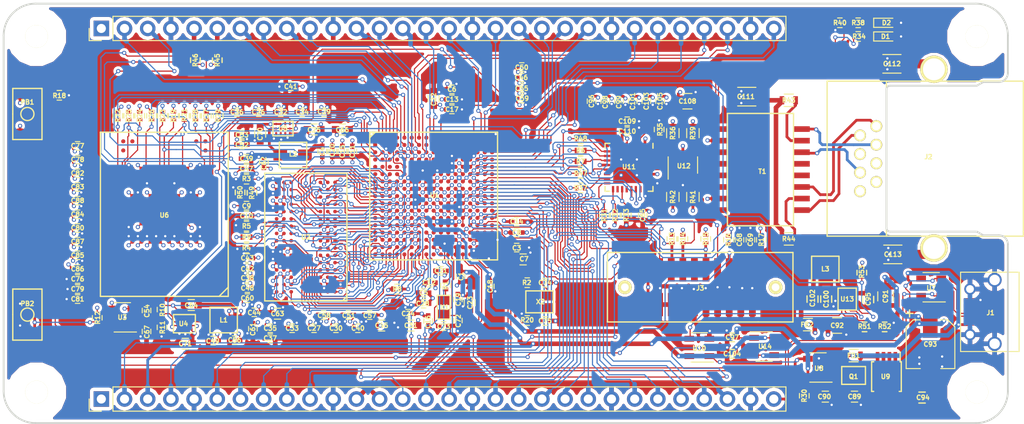
<source format=kicad_pcb>
(kicad_pcb (version 20171130) (host pcbnew "(2018-01-10 revision 7e6a654)-master")
  (title_block (title Jiffy) (date 2018-02-04) (rev R1) (company "Jonas Persson") (comment 1 jonpe960@gmail.com))
  (layers (0 F.Cu signal) (1 In1.Cu signal) (2 In2.Cu signal) (31 B.Cu signal) (35 F.Paste user) (37 F.SilkS user) (38 B.Mask user) (39 F.Mask user) (44 Edge.Cuts user))
  (net 0 "")
  (net 1 GND)
  (net 2 /CPU/VDD_HIGH_CAP)
  (net 3 P1V4)
  (net 4 /CPU/VDD_SOC_CAP)
  (net 5 /CPU/VDD_ARM_CAP)
  (net 6 /CPU/NVCC_PLL)
  (net 7 /CPU/DRAM_VREFDQ)
  (net 8 P1V35)
  (net 9 /CPU/VDD_SNVS_CAP)
  (net 10 P3V3_PERM)
  (net 11 /CPU/VDD_USB_CAP)
  (net 12 P3V3)
  (net 13 "Net-(C67-Pad1)")
  (net 14 "Net-(C68-Pad1)")
  (net 15 "Net-(C69-Pad1)")
  (net 16 "Net-(C72-Pad1)")
  (net 17 "Net-(C73-Pad1)")
  (net 18 "Net-(C74-Pad1)")
  (net 19 "Net-(C75-Pad1)")
  (net 20 /CPU/eMMC_VDDIM)
  (net 21 "Net-(L1-Pad2)")
  (net 22 "Net-(L2-Pad2)")
  (net 23 "Net-(R1-Pad1)")
  (net 24 "Net-(R2-Pad1)")
  (net 25 /CPU/DRAM_RESET)
  (net 26 /CPU/DRAM_SDCKE0)
  (net 27 /CPU/DRAM_ZQ0)
  (net 28 /CPU/DRAM_ZQPAD)
  (net 29 /CPU/DRAM_SDCLK0_P)
  (net 30 /CPU/DRAM_SDCLK0_N)
  (net 31 "Net-(R10-Pad2)")
  (net 32 /CPU/RST_N)
  (net 33 /CPU/JTAG_TDI)
  (net 34 /CPU/JTAG_TMS)
  (net 35 /CPU/JTAG_TCK)
  (net 36 /CPU/DRX)
  (net 37 /CPU/DTX)
  (net 38 /CPU/eMMC_RST_N)
  (net 39 /CPU/eMMC_CMD)
  (net 40 /CPU/eMMC_D7)
  (net 41 /CPU/eMMC_CLK_2)
  (net 42 /CPU/eMMC_CLK)
  (net 43 /CPU/eMMC_D6)
  (net 44 /CPU/eMMC_D5)
  (net 45 /CPU/eMMC_D4)
  (net 46 /CPU/eMMC_D2)
  (net 47 /CPU/eMMC_D1)
  (net 48 /CPU/eMMC_D0)
  (net 49 /CPU/I2C2_SDA)
  (net 50 /CPU/I2C2_SCL)
  (net 51 /CPU/eMMC_D3)
  (net 52 /CPU/I2C1_SCL)
  (net 53 "Net-(U1-PadF1)")
  (net 54 /CPU/I2C1_SDA)
  (net 55 /CPU/A14)
  (net 56 /CPU/A6)
  (net 57 /CPU/DRAM_SDBA1)
  (net 58 /CPU/A1)
  (net 59 /CPU/A13)
  (net 60 /CPU/A7)
  (net 61 "Net-(U1-PadH5)")
  (net 62 /CPU/DRAM_SDWE_B)
  (net 63 /CPU/DRAM_CAS_B)
  (net 64 "Net-(U1-PadJ3)")
  (net 65 /CPU/A8)
  (net 66 /CPU/A2)
  (net 67 /CPU/DRAM_SDBA2)
  (net 68 /CPU/A11)
  (net 69 /CPU/A4)
  (net 70 /CPU/A15)
  (net 71 /CPU/A5)
  (net 72 /CPU/A9)
  (net 73 /CPU/A12)
  (net 74 /CPU/A0)
  (net 75 /CPU/DRAM_SDBA0)
  (net 76 /CPU/A3)
  (net 77 /CPU/A10)
  (net 78 /CPU/DRAM_RAS_B)
  (net 79 /CPU/DRAM_ODT0)
  (net 80 /CPU/DRAM_CS0_B)
  (net 81 /CPU/JTAG_TRST_N)
  (net 82 /CPU/JTAG_TDO)
  (net 83 /CPU/DQ13)
  (net 84 /CPU/DQ12)
  (net 85 /CPU/DRAM_SDQS0_P)
  (net 86 /CPU/DRAM_SDQS0_N)
  (net 87 /CPU/DQ15)
  (net 88 /CPU/DQ14)
  (net 89 /CPU/DQ11)
  (net 90 /CPU/WUP_N)
  (net 91 "Net-(U1-PadR13)")
  (net 92 /CPU/DRAM_SDQS1_P)
  (net 93 /CPU/DRAM_SDQS1_N)
  (net 94 /CPU/DRAM_DQM1)
  (net 95 /CPU/DQ0)
  (net 96 /CPU/DQ6)
  (net 97 /CPU/DQ2)
  (net 98 /CPU/DRAM_DQM0)
  (net 99 /CPU/DQ5)
  (net 100 /CPU/POWER_REQ)
  (net 101 /CPU/USB_OTG2_D_N)
  (net 102 /CPU/DQ8)
  (net 103 /CPU/DQ9)
  (net 104 /CPU/DQ7)
  (net 105 /CPU/DQ10)
  (net 106 /CPU/DQ1)
  (net 107 /CPU/DQ3)
  (net 108 /CPU/DQ4)
  (net 109 "Net-(U1-PadU9)")
  (net 110 "Net-(U1-PadU10)")
  (net 111 /CPU/USB_OTG2_D_P)
  (net 112 "Net-(U2-PadJ1)")
  (net 113 "Net-(U2-PadJ9)")
  (net 114 "Net-(U2-PadL1)")
  (net 115 "Net-(U2-PadL9)")
  (net 116 "Net-(U4-PadA1)")
  (net 117 /CPU/P3V3_PG)
  (net 118 P5V0)
  (net 119 /CR)
  (net 120 "Net-(C111-Pad1)")
  (net 121 "Net-(C112-Pad1)")
  (net 122 "Net-(C113-Pad1)")
  (net 123 "Net-(D1-Pad1)")
  (net 124 "Net-(D2-Pad1)")
  (net 125 /USB_VBUS)
  (net 126 "Net-(J1-Pad4)")
  (net 127 "Net-(J2-Pad1)")
  (net 128 "Net-(J2-Pad2)")
  (net 129 "Net-(J2-Pad3)")
  (net 130 "Net-(J2-Pad4)")
  (net 131 "Net-(J2-Pad5)")
  (net 132 "Net-(J2-Pad6)")
  (net 133 "Net-(J2-Pad7)")
  (net 134 "Net-(J2-Pad8)")
  (net 135 "Net-(R30-Pad2)")
  (net 136 /ENET_MDIO)
  (net 137 /ENET_MDC)
  (net 138 "Net-(R34-Pad1)")
  (net 139 "Net-(R35-Pad1)")
  (net 140 "Net-(R36-Pad2)")
  (net 141 "Net-(R38-Pad1)")
  (net 142 "Net-(R39-Pad2)")
  (net 143 "Net-(R41-Pad2)")
  (net 144 "Net-(R42-Pad2)")
  (net 145 "Net-(R43-Pad2)")
  (net 146 "Net-(R44-Pad2)")
  (net 147 "Net-(T1-Pad13)")
  (net 148 "Net-(T1-Pad12)")
  (net 149 "Net-(T1-Pad5)")
  (net 150 "Net-(T1-Pad4)")
  (net 151 "Net-(U7-Pad4)")
  (net 152 "Net-(U7-Pad6)")
  (net 153 /ENET_RXD1)
  (net 154 /ENET_RXD0)
  (net 155 /ENET_RXER)
  (net 156 /ENET_TXEN)
  (net 157 /ENET_TXD0)
  (net 158 /ENET_TXD1)
  (net 159 "Net-(J3-Pad21)")
  (net 160 "Net-(J3-Pad22)")
  (net 161 /CPU/GPIO1_IO00)
  (net 162 /CPU/GPIO1_IO02)
  (net 163 /CPU/GPIO1_IO01)
  (net 164 /CPU/GPIO1_IO03)
  (net 165 /CPU/GPIO1_IO09)
  (net 166 /CPU/GPIO1_IO04)
  (net 167 /CPU/GPIO1_IO05)
  (net 168 /CPU/GPIO1_IO08)
  (net 169 /ENET_CRS_DV)
  (net 170 /ENET_CLK)
  (net 171 "Net-(U11-Pad4)")
  (net 172 "Net-(U11-Pad7)")
  (net 173 "Net-(U11-Pad8)")
  (net 174 "Net-(R48-Pad2)")
  (net 175 "Net-(U11-Pad14)")
  (net 176 "Net-(U11-Pad18)")
  (net 177 "Net-(U11-Pad20)")
  (net 178 "Net-(U11-Pad26)")
  (net 179 /USB_VBUS_2)
  (net 180 "Net-(C94-Pad1)")
  (net 181 "Net-(C94-Pad2)")
  (net 182 "Net-(C100-Pad1)")
  (net 183 "Net-(FB1-Pad2)")
  (net 184 "Net-(L3-Pad2)")
  (net 185 "Net-(Q1-Pad3)")
  (net 186 "Net-(R51-Pad2)")
  (net 187 "Net-(U9-Pad3)")
  (net 188 "Net-(U9-Pad5)")
  (net 189 /P3V3_EN)
  (net 190 "Net-(U14-Pad4)")
  (net 191 /ENET_RST_N)
  (net 192 /CPU/UART1_TX_DATA)
  (net 193 /CPU/UART1_RX_DATA)
  (net 194 /CPU/UART1_RTS_B)
  (net 195 /CPU/UART1_CTS_B)
  (net 196 /CPU/UART3_TX_DATA)
  (net 197 /CPU/UART3_RX_DATA)
  (net 198 /CPU/UART3_RTS_B)
  (net 199 /CPU/UART3_CTS_B)
  (net 200 /CPU/ENET2_TX_DATA0)
  (net 201 /CPU/ENET2_TX_DATA1)
  (net 202 /CPU/ENET2_TX_CLK)
  (net 203 /CPU/ENET2_TX_EN)
  (net 204 /CPU/ENET2_RX_DATA0)
  (net 205 /CPU/ENET2_RX_DATA1)
  (net 206 /CPU/ENET2_RX_EN)
  (net 207 /CPU/ENET2_RX_ER)
  (net 208 /CPU/NAND_DATA00)
  (net 209 /CPU/NAND_DATA01)
  (net 210 /CPU/NAND_DATA02)
  (net 211 /CPU/NAND_DATA03)
  (net 212 /CPU/NAND_DATA04)
  (net 213 /CPU/NAND_DATA05)
  (net 214 /CPU/NAND_DATA06)
  (net 215 /CPU/NAND_DATA07)
  (net 216 /CPU/NAND_WE_B)
  (net 217 /CPU/UART4_TX_DATA)
  (net 218 /CPU/UART4_RX_DATA)
  (net 219 /CPU/UART5_TX_DATA)
  (net 220 /CPU/UART5_RX_DATA)
  (net 221 /CPU/CSI_DATA00)
  (net 222 /CPU/CSI_DATA01)
  (net 223 /CPU/CSI_DATA02)
  (net 224 /CPU/BM0)
  (net 225 /CPU/LCD_DATA06)
  (net 226 /CPU/LCD_DATA01)
  (net 227 /CPU/LCD_DATA00)
  (net 228 /USB_D_P)
  (net 229 /USB_D_N)
  (net 230 /CPU/LCD_CLK)
  (net 231 /CPU/LCD_DATA09)
  (net 232 /CPU/LCD_DATA14)
  (net 233 /CPU/LCD_DATA18)
  (net 234 /CPU/LCD_DATA22)
  (net 235 /CPU/LCD_ENABLE)
  (net 236 /CPU/LCD_DATA05)
  (net 237 /CPU/LCD_DATA08)
  (net 238 /CPU/LCD_DATA13)
  (net 239 /CPU/LCD_DATA17)
  (net 240 /CPU/LCD_DATA21)
  (net 241 /CPU/LCD_DATA23)
  (net 242 /CPU/LCD_VSYNC)
  (net 243 /CPU/LCD_DATA04)
  (net 244 /CPU/LCD_DATA12)
  (net 245 /CPU/LCD_DATA16)
  (net 246 /CPU/LCD_DATA20)
  (net 247 /CPU/LCD_HSYNC)
  (net 248 /CPU/LCD_DATA03)
  (net 249 /CPU/LCD_DATA07)
  (net 250 /CPU/LCD_DATA11)
  (net 251 /CPU/LCD_DATA15)
  (net 252 /CPU/LCD_DATA19)
  (net 253 /CPU/LCD_RESET)
  (net 254 /CPU/LCD_DATA02)
  (net 255 /CPU/LCD_DATA10)
  (net 256 /CPU/USB_OTG1_CHD_B)
  (net 257 /CPU/NAND_ALE)
  (net 258 /CPU/CSI_DATA07)
  (net 259 /CPU/CSI_DATA06)
  (net 260 /CPU/CSI_DATA05)
  (net 261 /CPU/CSI_DATA04)
  (net 262 /CPU/NAND_RE_B)
  (net 263 /CPU/CSI_DATA03)
  (net 264 /CPU/NAND_DQS)
  (net 265 /CPU/UART2_RTS_B)
  (net 266 /CPU/SNVS_TAMPER5)
  (net 267 /CPU/SNVS_TAMPER8)
  (net 268 /CPU/SNVS_TAMPER7)
  (net 269 /CPU/SNVS_TAMPER6)
  (net 270 /CPU/SNVS_TAMPER4)
  (net 271 /CPU/SNVS_TAMPER3)
  (net 272 /CPU/SNVS_TAMPER2)
  (net 273 /CPU/CCM_CLK1_N)
  (net 274 /CPU/CCM_CLK1_P)
  (net 275 /CPU/SNVS_TAMPER9)
  (net 276 /CPU/SNVS_TAMPER1)
  (net 277 /CPU/SNVS_TAMPER0)
  (module Jonas:BGA-96_pitch0.8mm_dia0.4mm (layer F.Cu) (at 124 94 180)
    (fp_text reference U2 (at 0 0) (layer F.SilkS) (effects (font (size 0.5 0.5) (thickness 0.125))))
    (fp_text value MT41K512M16HA-125)
    (pad T9 smd circle (at 3.2 6 180) (size 0.4 0.4) (layers F.Cu F.Paste F.Mask) (net 1 GND))
    (pad T8 smd circle (at 2.4 6 180) (size 0.4 0.4) (layers F.Cu F.Paste F.Mask) (net 65 /CPU/A8))
    (pad T7 smd circle (at 1.6 6 180) (size 0.4 0.4) (layers F.Cu F.Paste F.Mask) (net 55 /CPU/A14))
    (pad T3 smd circle (at -1.6 6 180) (size 0.4 0.4) (layers F.Cu F.Paste F.Mask) (net 59 /CPU/A13))
    (pad T2 smd circle (at -2.4 6 180) (size 0.4 0.4) (layers F.Cu F.Paste F.Mask) (net 25 /CPU/DRAM_RESET))
    (pad T1 smd circle (at -3.2 6 180) (size 0.4 0.4) (layers F.Cu F.Paste F.Mask) (net 1 GND))
    (pad R9 smd circle (at 3.2 5.2 180) (size 0.4 0.4) (layers F.Cu F.Paste F.Mask) (net 8 P1V35))
    (pad R8 smd circle (at 2.4 5.2 180) (size 0.4 0.4) (layers F.Cu F.Paste F.Mask) (net 56 /CPU/A6))
    (pad R7 smd circle (at 1.6 5.2 180) (size 0.4 0.4) (layers F.Cu F.Paste F.Mask) (net 68 /CPU/A11))
    (pad R3 smd circle (at -1.6 5.2 180) (size 0.4 0.4) (layers F.Cu F.Paste F.Mask) (net 72 /CPU/A9))
    (pad R2 smd circle (at -2.4 5.2 180) (size 0.4 0.4) (layers F.Cu F.Paste F.Mask) (net 60 /CPU/A7))
    (pad R1 smd circle (at -3.2 5.2 180) (size 0.4 0.4) (layers F.Cu F.Paste F.Mask) (net 8 P1V35))
    (pad P9 smd circle (at 3.2 4.4 180) (size 0.4 0.4) (layers F.Cu F.Paste F.Mask) (net 1 GND))
    (pad P8 smd circle (at 2.4 4.4 180) (size 0.4 0.4) (layers F.Cu F.Paste F.Mask) (net 69 /CPU/A4))
    (pad P7 smd circle (at 1.6 4.4 180) (size 0.4 0.4) (layers F.Cu F.Paste F.Mask) (net 58 /CPU/A1))
    (pad P3 smd circle (at -1.6 4.4 180) (size 0.4 0.4) (layers F.Cu F.Paste F.Mask) (net 66 /CPU/A2))
    (pad P2 smd circle (at -2.4 4.4 180) (size 0.4 0.4) (layers F.Cu F.Paste F.Mask) (net 71 /CPU/A5))
    (pad P1 smd circle (at -3.2 4.4 180) (size 0.4 0.4) (layers F.Cu F.Paste F.Mask) (net 1 GND))
    (pad N9 smd circle (at 3.2 3.6 180) (size 0.4 0.4) (layers F.Cu F.Paste F.Mask) (net 8 P1V35))
    (pad N8 smd circle (at 2.4 3.6 180) (size 0.4 0.4) (layers F.Cu F.Paste F.Mask) (net 57 /CPU/DRAM_SDBA1))
    (pad N7 smd circle (at 1.6 3.6 180) (size 0.4 0.4) (layers F.Cu F.Paste F.Mask) (net 73 /CPU/A12))
    (pad N3 smd circle (at -1.6 3.6 180) (size 0.4 0.4) (layers F.Cu F.Paste F.Mask) (net 74 /CPU/A0))
    (pad N2 smd circle (at -2.4 3.6 180) (size 0.4 0.4) (layers F.Cu F.Paste F.Mask) (net 76 /CPU/A3))
    (pad N1 smd circle (at -3.2 3.6 180) (size 0.4 0.4) (layers F.Cu F.Paste F.Mask) (net 8 P1V35))
    (pad M9 smd circle (at 3.2 2.8 180) (size 0.4 0.4) (layers F.Cu F.Paste F.Mask) (net 1 GND))
    (pad M8 smd circle (at 2.4 2.8 180) (size 0.4 0.4) (layers F.Cu F.Paste F.Mask) (net 7 /CPU/DRAM_VREFDQ))
    (pad M7 smd circle (at 1.6 2.8 180) (size 0.4 0.4) (layers F.Cu F.Paste F.Mask) (net 70 /CPU/A15))
    (pad M3 smd circle (at -1.6 2.8 180) (size 0.4 0.4) (layers F.Cu F.Paste F.Mask) (net 67 /CPU/DRAM_SDBA2))
    (pad M2 smd circle (at -2.4 2.8 180) (size 0.4 0.4) (layers F.Cu F.Paste F.Mask) (net 75 /CPU/DRAM_SDBA0))
    (pad M1 smd circle (at -3.2 2.8 180) (size 0.4 0.4) (layers F.Cu F.Paste F.Mask) (net 1 GND))
    (pad L9 smd circle (at 3.2 2 180) (size 0.4 0.4) (layers F.Cu F.Paste F.Mask) (net 115 "Net-(U2-PadL9)"))
    (pad L8 smd circle (at 2.4 2 180) (size 0.4 0.4) (layers F.Cu F.Paste F.Mask) (net 27 /CPU/DRAM_ZQ0))
    (pad L7 smd circle (at 1.6 2 180) (size 0.4 0.4) (layers F.Cu F.Paste F.Mask) (net 77 /CPU/A10))
    (pad L3 smd circle (at -1.6 2 180) (size 0.4 0.4) (layers F.Cu F.Paste F.Mask) (net 62 /CPU/DRAM_SDWE_B))
    (pad L2 smd circle (at -2.4 2 180) (size 0.4 0.4) (layers F.Cu F.Paste F.Mask) (net 80 /CPU/DRAM_CS0_B))
    (pad L1 smd circle (at -3.2 2 180) (size 0.4 0.4) (layers F.Cu F.Paste F.Mask) (net 114 "Net-(U2-PadL1)"))
    (pad K9 smd circle (at 3.2 1.2 180) (size 0.4 0.4) (layers F.Cu F.Paste F.Mask) (net 26 /CPU/DRAM_SDCKE0))
    (pad K8 smd circle (at 2.4 1.2 180) (size 0.4 0.4) (layers F.Cu F.Paste F.Mask) (net 8 P1V35))
    (pad K7 smd circle (at 1.6 1.2 180) (size 0.4 0.4) (layers F.Cu F.Paste F.Mask) (net 30 /CPU/DRAM_SDCLK0_N))
    (pad K3 smd circle (at -1.6 1.2 180) (size 0.4 0.4) (layers F.Cu F.Paste F.Mask) (net 63 /CPU/DRAM_CAS_B))
    (pad K2 smd circle (at -2.4 1.2 180) (size 0.4 0.4) (layers F.Cu F.Paste F.Mask) (net 8 P1V35))
    (pad K1 smd circle (at -3.2 1.2 180) (size 0.4 0.4) (layers F.Cu F.Paste F.Mask) (net 79 /CPU/DRAM_ODT0))
    (pad J9 smd circle (at 3.2 0.4 180) (size 0.4 0.4) (layers F.Cu F.Paste F.Mask) (net 113 "Net-(U2-PadJ9)"))
    (pad J8 smd circle (at 2.4 0.4 180) (size 0.4 0.4) (layers F.Cu F.Paste F.Mask) (net 1 GND))
    (pad J7 smd circle (at 1.6 0.4 180) (size 0.4 0.4) (layers F.Cu F.Paste F.Mask) (net 29 /CPU/DRAM_SDCLK0_P))
    (pad J3 smd circle (at -1.6 0.4 180) (size 0.4 0.4) (layers F.Cu F.Paste F.Mask) (net 78 /CPU/DRAM_RAS_B))
    (pad J2 smd circle (at -2.4 0.4 180) (size 0.4 0.4) (layers F.Cu F.Paste F.Mask) (net 1 GND))
    (pad J1 smd circle (at -3.2 0.4 180) (size 0.4 0.4) (layers F.Cu F.Paste F.Mask) (net 112 "Net-(U2-PadJ1)"))
    (pad H9 smd circle (at 3.2 -0.4 180) (size 0.4 0.4) (layers F.Cu F.Paste F.Mask) (net 8 P1V35))
    (pad H8 smd circle (at 2.4 -0.4 180) (size 0.4 0.4) (layers F.Cu F.Paste F.Mask) (net 99 /CPU/DQ5))
    (pad H7 smd circle (at 1.6 -0.4 180) (size 0.4 0.4) (layers F.Cu F.Paste F.Mask) (net 108 /CPU/DQ4))
    (pad H3 smd circle (at -1.6 -0.4 180) (size 0.4 0.4) (layers F.Cu F.Paste F.Mask) (net 104 /CPU/DQ7))
    (pad H2 smd circle (at -2.4 -0.4 180) (size 0.4 0.4) (layers F.Cu F.Paste F.Mask) (net 8 P1V35))
    (pad H1 smd circle (at -3.2 -0.4 180) (size 0.4 0.4) (layers F.Cu F.Paste F.Mask) (net 7 /CPU/DRAM_VREFDQ))
    (pad G9 smd circle (at 3.2 -1.2 180) (size 0.4 0.4) (layers F.Cu F.Paste F.Mask) (net 1 GND))
    (pad G8 smd circle (at 2.4 -1.2 180) (size 0.4 0.4) (layers F.Cu F.Paste F.Mask) (net 1 GND))
    (pad G7 smd circle (at 1.6 -1.2 180) (size 0.4 0.4) (layers F.Cu F.Paste F.Mask) (net 8 P1V35))
    (pad G3 smd circle (at -1.6 -1.2 180) (size 0.4 0.4) (layers F.Cu F.Paste F.Mask) (net 86 /CPU/DRAM_SDQS0_N))
    (pad G2 smd circle (at -2.4 -1.2 180) (size 0.4 0.4) (layers F.Cu F.Paste F.Mask) (net 96 /CPU/DQ6))
    (pad G1 smd circle (at -3.2 -1.2 180) (size 0.4 0.4) (layers F.Cu F.Paste F.Mask) (net 1 GND))
    (pad F9 smd circle (at 3.2 -2 180) (size 0.4 0.4) (layers F.Cu F.Paste F.Mask) (net 1 GND))
    (pad F8 smd circle (at 2.4 -2 180) (size 0.4 0.4) (layers F.Cu F.Paste F.Mask) (net 107 /CPU/DQ3))
    (pad F7 smd circle (at 1.6 -2 180) (size 0.4 0.4) (layers F.Cu F.Paste F.Mask) (net 106 /CPU/DQ1))
    (pad F3 smd circle (at -1.6 -2 180) (size 0.4 0.4) (layers F.Cu F.Paste F.Mask) (net 85 /CPU/DRAM_SDQS0_P))
    (pad F2 smd circle (at -2.4 -2 180) (size 0.4 0.4) (layers F.Cu F.Paste F.Mask) (net 97 /CPU/DQ2))
    (pad F1 smd circle (at -3.2 -2 180) (size 0.4 0.4) (layers F.Cu F.Paste F.Mask) (net 8 P1V35))
    (pad E9 smd circle (at 3.2 -2.8 180) (size 0.4 0.4) (layers F.Cu F.Paste F.Mask) (net 8 P1V35))
    (pad E8 smd circle (at 2.4 -2.8 180) (size 0.4 0.4) (layers F.Cu F.Paste F.Mask) (net 1 GND))
    (pad E7 smd circle (at 1.6 -2.8 180) (size 0.4 0.4) (layers F.Cu F.Paste F.Mask) (net 98 /CPU/DRAM_DQM0))
    (pad E3 smd circle (at -1.6 -2.8 180) (size 0.4 0.4) (layers F.Cu F.Paste F.Mask) (net 95 /CPU/DQ0))
    (pad E2 smd circle (at -2.4 -2.8 180) (size 0.4 0.4) (layers F.Cu F.Paste F.Mask) (net 1 GND))
    (pad E1 smd circle (at -3.2 -2.8 180) (size 0.4 0.4) (layers F.Cu F.Paste F.Mask) (net 1 GND))
    (pad D9 smd circle (at 3.2 -3.6 180) (size 0.4 0.4) (layers F.Cu F.Paste F.Mask) (net 8 P1V35))
    (pad D8 smd circle (at 2.4 -3.6 180) (size 0.4 0.4) (layers F.Cu F.Paste F.Mask) (net 1 GND))
    (pad D7 smd circle (at 1.6 -3.6 180) (size 0.4 0.4) (layers F.Cu F.Paste F.Mask) (net 102 /CPU/DQ8))
    (pad D3 smd circle (at -1.6 -3.6 180) (size 0.4 0.4) (layers F.Cu F.Paste F.Mask) (net 94 /CPU/DRAM_DQM1))
    (pad D2 smd circle (at -2.4 -3.6 180) (size 0.4 0.4) (layers F.Cu F.Paste F.Mask) (net 8 P1V35))
    (pad D1 smd circle (at -3.2 -3.6 180) (size 0.4 0.4) (layers F.Cu F.Paste F.Mask) (net 1 GND))
    (pad C9 smd circle (at 3.2 -4.4 180) (size 0.4 0.4) (layers F.Cu F.Paste F.Mask) (net 8 P1V35))
    (pad C8 smd circle (at 2.4 -4.4 180) (size 0.4 0.4) (layers F.Cu F.Paste F.Mask) (net 105 /CPU/DQ10))
    (pad C7 smd circle (at 1.6 -4.4 180) (size 0.4 0.4) (layers F.Cu F.Paste F.Mask) (net 92 /CPU/DRAM_SDQS1_P))
    (pad C3 smd circle (at -1.6 -4.4 180) (size 0.4 0.4) (layers F.Cu F.Paste F.Mask) (net 103 /CPU/DQ9))
    (pad C2 smd circle (at -2.4 -4.4 180) (size 0.4 0.4) (layers F.Cu F.Paste F.Mask) (net 89 /CPU/DQ11))
    (pad C1 smd circle (at -3.2 -4.4 180) (size 0.4 0.4) (layers F.Cu F.Paste F.Mask) (net 8 P1V35))
    (pad B9 smd circle (at 3.2 -5.2 180) (size 0.4 0.4) (layers F.Cu F.Paste F.Mask) (net 1 GND))
    (pad B8 smd circle (at 2.4 -5.2 180) (size 0.4 0.4) (layers F.Cu F.Paste F.Mask) (net 83 /CPU/DQ13))
    (pad B7 smd circle (at 1.6 -5.2 180) (size 0.4 0.4) (layers F.Cu F.Paste F.Mask) (net 93 /CPU/DRAM_SDQS1_N))
    (pad B3 smd circle (at -1.6 -5.2 180) (size 0.4 0.4) (layers F.Cu F.Paste F.Mask) (net 1 GND))
    (pad B2 smd circle (at -2.4 -5.2 180) (size 0.4 0.4) (layers F.Cu F.Paste F.Mask) (net 8 P1V35))
    (pad B1 smd circle (at -3.2 -5.2 180) (size 0.4 0.4) (layers F.Cu F.Paste F.Mask) (net 1 GND))
    (pad A9 smd circle (at 3.2 -6 180) (size 0.4 0.4) (layers F.Cu F.Paste F.Mask) (net 1 GND))
    (pad A8 smd circle (at 2.4 -6 180) (size 0.4 0.4) (layers F.Cu F.Paste F.Mask) (net 8 P1V35))
    (pad A7 smd circle (at 1.6 -6 180) (size 0.4 0.4) (layers F.Cu F.Paste F.Mask) (net 84 /CPU/DQ12))
    (pad A3 smd circle (at -1.6 -6 180) (size 0.4 0.4) (layers F.Cu F.Paste F.Mask) (net 87 /CPU/DQ15))
    (pad A2 smd circle (at -2.4 -6 180) (size 0.4 0.4) (layers F.Cu F.Paste F.Mask) (net 88 /CPU/DQ14))
    (pad A1 smd circle (at -3.2 -6 180) (size 0.4 0.4) (layers F.Cu F.Paste F.Mask) (net 8 P1V35))
  )
  (module TO_SOT_Packages_SMD:SOT-23-6 (layer F.Cu) (at 192.5 99.5 180)
    (fp_text reference U7 (at 0 -0.1 180) (layer F.SilkS) (effects (font (size 0.5 0.5) (thickness 0.125))))
    (fp_text value USBLC6-4)
    (pad 1 smd rect (at -1.1 -0.95 180) (size 1.06 0.65) (layers F.Cu F.Paste F.Mask) (net 229 /USB_D_N))
    (pad 2 smd rect (at -1.1 0 180) (size 1.06 0.65) (layers F.Cu F.Paste F.Mask) (net 1 GND))
    (pad 3 smd rect (at -1.1 0.95 180) (size 1.06 0.65) (layers F.Cu F.Paste F.Mask) (net 228 /USB_D_P))
    (pad 4 smd rect (at 1.1 0.95 180) (size 1.06 0.65) (layers F.Cu F.Paste F.Mask) (net 151 "Net-(U7-Pad4)"))
    (pad 6 smd rect (at 1.1 -0.95 180) (size 1.06 0.65) (layers F.Cu F.Paste F.Mask) (net 152 "Net-(U7-Pad6)"))
    (pad 5 smd rect (at 1.1 0 180) (size 1.06 0.65) (layers F.Cu F.Paste F.Mask) (net 125 /USB_VBUS))
  )
  (module Jonas:Ethernet_trafo_so16w (layer F.Cu) (at 173.8 86.6 270)
    (fp_text reference T1 (at 0.2 -0.2) (layer F.SilkS) (effects (font (size 0.5 0.5) (thickness 0.125))))
    (fp_text value PT61018PEL)
    (pad 16 smd rect (at -4.445 -4.51 270) (size 0.62 1.78) (layers F.Cu F.Paste F.Mask) (net 129 "Net-(J2-Pad3)"))
    (pad 15 smd rect (at -3.175 -4.51 270) (size 0.62 1.78) (layers F.Cu F.Paste F.Mask) (net 145 "Net-(R43-Pad2)"))
    (pad 14 smd rect (at -1.905 -4.51 270) (size 0.62 1.78) (layers F.Cu F.Paste F.Mask) (net 132 "Net-(J2-Pad6)"))
    (pad 13 smd rect (at -0.635 -4.51 270) (size 0.62 1.78) (layers F.Cu F.Paste F.Mask) (net 147 "Net-(T1-Pad13)"))
    (pad 12 smd rect (at 0.635 -4.51 270) (size 0.62 1.78) (layers F.Cu F.Paste F.Mask) (net 148 "Net-(T1-Pad12)"))
    (pad 11 smd rect (at 1.905 -4.51 270) (size 0.62 1.78) (layers F.Cu F.Paste F.Mask) (net 127 "Net-(J2-Pad1)"))
    (pad 10 smd rect (at 3.175 -4.51 270) (size 0.62 1.78) (layers F.Cu F.Paste F.Mask) (net 146 "Net-(R44-Pad2)"))
    (pad 9 smd rect (at 4.445 -4.51 270) (size 0.62 1.78) (layers F.Cu F.Paste F.Mask) (net 128 "Net-(J2-Pad2)"))
    (pad 8 smd rect (at 4.445 4.51 270) (size 0.62 1.78) (layers F.Cu F.Paste F.Mask) (net 144 "Net-(R42-Pad2)"))
    (pad 7 smd rect (at 3.175 4.51 270) (size 0.62 1.78) (layers F.Cu F.Paste F.Mask) (net 12 P3V3))
    (pad 6 smd rect (at 1.905 4.51 270) (size 0.62 1.78) (layers F.Cu F.Paste F.Mask) (net 143 "Net-(R41-Pad2)"))
    (pad 5 smd rect (at 0.635 4.51 270) (size 0.62 1.78) (layers F.Cu F.Paste F.Mask) (net 149 "Net-(T1-Pad5)"))
    (pad 4 smd rect (at -0.635 4.51 270) (size 0.62 1.78) (layers F.Cu F.Paste F.Mask) (net 150 "Net-(T1-Pad4)"))
    (pad 3 smd rect (at -1.905 4.51 270) (size 0.62 1.78) (layers F.Cu F.Paste F.Mask) (net 142 "Net-(R39-Pad2)"))
    (pad 2 smd rect (at -3.175 4.51 270) (size 0.62 1.78) (layers F.Cu F.Paste F.Mask) (net 12 P3V3))
    (pad 1 smd rect (at -4.445 4.51 270) (size 0.62 1.78) (layers F.Cu F.Paste F.Mask) (net 140 "Net-(R36-Pad2)"))
  )
  (module Capacitors_SMD:C_0402 (layer F.Cu) (at 137.4 103.2 270)
    (fp_text reference C16 (at 0.1 0 270) (layer F.SilkS) (effects (font (size 0.5 0.5) (thickness 0.125))))
    (fp_text value C0402_1u_10Vdc_X5R)
    (pad 1 smd rect (at -0.55 0 270) (size 0.6 0.5) (layers F.Cu F.Paste F.Mask) (net 4 /CPU/VDD_SOC_CAP))
    (pad 2 smd rect (at 0.55 0 270) (size 0.6 0.5) (layers F.Cu F.Paste F.Mask) (net 1 GND))
  )
  (module Jonas:LFBGA289 (layer F.Cu) (at 138 89.5)
    (fp_text reference U1 (at 0.1 -0.1) (layer F.SilkS) (effects (font (size 0.5 0.5) (thickness 0.125))))
    (fp_text value MCIMX6G2AVM07)
    (pad A2 smd circle (at -5.6 -6.4) (size 0.45 0.45) (layers F.Cu F.Paste F.Mask) (net 51 /CPU/eMMC_D3))
    (pad A3 smd circle (at -4.8 -6.4) (size 0.45 0.45) (layers F.Cu F.Paste F.Mask) (net 45 /CPU/eMMC_D4))
    (pad A4 smd circle (at -4 -6.4) (size 0.45 0.45) (layers F.Cu F.Paste F.Mask) (net 40 /CPU/eMMC_D7))
    (pad A5 smd circle (at -3.2 -6.4) (size 0.45 0.45) (layers F.Cu F.Paste F.Mask) (net 215 /CPU/NAND_DATA07))
    (pad A6 smd circle (at -2.4 -6.4) (size 0.45 0.45) (layers F.Cu F.Paste F.Mask) (net 214 /CPU/NAND_DATA06))
    (pad A7 smd circle (at -1.6 -6.4) (size 0.45 0.45) (layers F.Cu F.Paste F.Mask) (net 210 /CPU/NAND_DATA02))
    (pad A8 smd circle (at -0.8 -6.4) (size 0.45 0.45) (layers F.Cu F.Paste F.Mask) (net 230 /CPU/LCD_CLK))
    (pad A9 smd circle (at 0 -6.4) (size 0.45 0.45) (layers F.Cu F.Paste F.Mask) (net 226 /CPU/LCD_DATA01))
    (pad A10 smd circle (at 0.8 -6.4) (size 0.45 0.45) (layers F.Cu F.Paste F.Mask) (net 225 /CPU/LCD_DATA06))
    (pad A11 smd circle (at 1.6 -6.4) (size 0.45 0.45) (layers F.Cu F.Paste F.Mask) (net 231 /CPU/LCD_DATA09))
    (pad A12 smd circle (at 2.4 -6.4) (size 0.45 0.45) (layers F.Cu F.Paste F.Mask) (net 232 /CPU/LCD_DATA14))
    (pad A13 smd circle (at 3.2 -6.4) (size 0.45 0.45) (layers F.Cu F.Paste F.Mask) (net 233 /CPU/LCD_DATA18))
    (pad A14 smd circle (at 4 -6.4) (size 0.45 0.45) (layers F.Cu F.Paste F.Mask) (net 234 /CPU/LCD_DATA22))
    (pad A15 smd circle (at 4.8 -6.4) (size 0.45 0.45) (layers F.Cu F.Paste F.Mask) (net 200 /CPU/ENET2_TX_DATA0))
    (pad A16 smd circle (at 5.6 -6.4) (size 0.45 0.45) (layers F.Cu F.Paste F.Mask) (net 201 /CPU/ENET2_TX_DATA1))
    (pad A17 smd circle (at 6.4 -6.4) (size 0.45 0.45) (layers F.Cu F.Paste F.Mask) (net 1 GND))
    (pad B1 smd circle (at -6.4 -5.6) (size 0.45 0.45) (layers F.Cu F.Paste F.Mask) (net 46 /CPU/eMMC_D2))
    (pad B2 smd circle (at -5.6 -5.6) (size 0.45 0.45) (layers F.Cu F.Paste F.Mask) (net 47 /CPU/eMMC_D1))
    (pad B3 smd circle (at -4.8 -5.6) (size 0.45 0.45) (layers F.Cu F.Paste F.Mask) (net 48 /CPU/eMMC_D0))
    (pad B4 smd circle (at -4 -5.6) (size 0.45 0.45) (layers F.Cu F.Paste F.Mask) (net 257 /CPU/NAND_ALE))
    (pad B5 smd circle (at -3.2 -5.6) (size 0.45 0.45) (layers F.Cu F.Paste F.Mask) (net 43 /CPU/eMMC_D6))
    (pad B6 smd circle (at -2.4 -5.6) (size 0.45 0.45) (layers F.Cu F.Paste F.Mask) (net 213 /CPU/NAND_DATA05))
    (pad B7 smd circle (at -1.6 -5.6) (size 0.45 0.45) (layers F.Cu F.Paste F.Mask) (net 209 /CPU/NAND_DATA01))
    (pad B8 smd circle (at -0.8 -5.6) (size 0.45 0.45) (layers F.Cu F.Paste F.Mask) (net 235 /CPU/LCD_ENABLE))
    (pad B9 smd circle (at 0 -5.6) (size 0.45 0.45) (layers F.Cu F.Paste F.Mask) (net 227 /CPU/LCD_DATA00))
    (pad B10 smd circle (at 0.8 -5.6) (size 0.45 0.45) (layers F.Cu F.Paste F.Mask) (net 236 /CPU/LCD_DATA05))
    (pad B11 smd circle (at 1.6 -5.6) (size 0.45 0.45) (layers F.Cu F.Paste F.Mask) (net 237 /CPU/LCD_DATA08))
    (pad B12 smd circle (at 2.4 -5.6) (size 0.45 0.45) (layers F.Cu F.Paste F.Mask) (net 238 /CPU/LCD_DATA13))
    (pad B13 smd circle (at 3.2 -5.6) (size 0.45 0.45) (layers F.Cu F.Paste F.Mask) (net 239 /CPU/LCD_DATA17))
    (pad B14 smd circle (at 4 -5.6) (size 0.45 0.45) (layers F.Cu F.Paste F.Mask) (net 240 /CPU/LCD_DATA21))
    (pad B15 smd circle (at 4.8 -5.6) (size 0.45 0.45) (layers F.Cu F.Paste F.Mask) (net 203 /CPU/ENET2_TX_EN))
    (pad B16 smd circle (at 5.6 -5.6) (size 0.45 0.45) (layers F.Cu F.Paste F.Mask) (net 241 /CPU/LCD_DATA23))
    (pad B17 smd circle (at 6.4 -5.6) (size 0.45 0.45) (layers F.Cu F.Paste F.Mask) (net 206 /CPU/ENET2_RX_EN))
    (pad C1 smd circle (at -6.4 -4.8) (size 0.45 0.45) (layers F.Cu F.Paste F.Mask) (net 42 /CPU/eMMC_CLK))
    (pad C2 smd circle (at -5.6 -4.8) (size 0.45 0.45) (layers F.Cu F.Paste F.Mask) (net 39 /CPU/eMMC_CMD))
    (pad C3 smd circle (at -4.8 -4.8) (size 0.45 0.45) (layers F.Cu F.Paste F.Mask) (net 1 GND))
    (pad C4 smd circle (at -4 -4.8) (size 0.45 0.45) (layers F.Cu F.Paste F.Mask) (net 12 P3V3))
    (pad C5 smd circle (at -3.2 -4.8) (size 0.45 0.45) (layers F.Cu F.Paste F.Mask) (net 44 /CPU/eMMC_D5))
    (pad C6 smd circle (at -2.4 -4.8) (size 0.45 0.45) (layers F.Cu F.Paste F.Mask) (net 212 /CPU/NAND_DATA04))
    (pad C7 smd circle (at -1.6 -4.8) (size 0.45 0.45) (layers F.Cu F.Paste F.Mask) (net 1 GND))
    (pad C8 smd circle (at -0.8 -4.8) (size 0.45 0.45) (layers F.Cu F.Paste F.Mask) (net 216 /CPU/NAND_WE_B))
    (pad C9 smd circle (at 0 -4.8) (size 0.45 0.45) (layers F.Cu F.Paste F.Mask) (net 242 /CPU/LCD_VSYNC))
    (pad C10 smd circle (at 0.8 -4.8) (size 0.45 0.45) (layers F.Cu F.Paste F.Mask) (net 243 /CPU/LCD_DATA04))
    (pad C11 smd circle (at 1.6 -4.8) (size 0.45 0.45) (layers F.Cu F.Paste F.Mask) (net 1 GND))
    (pad C12 smd circle (at 2.4 -4.8) (size 0.45 0.45) (layers F.Cu F.Paste F.Mask) (net 244 /CPU/LCD_DATA12))
    (pad C13 smd circle (at 3.2 -4.8) (size 0.45 0.45) (layers F.Cu F.Paste F.Mask) (net 245 /CPU/LCD_DATA16))
    (pad C14 smd circle (at 4 -4.8) (size 0.45 0.45) (layers F.Cu F.Paste F.Mask) (net 246 /CPU/LCD_DATA20))
    (pad C15 smd circle (at 4.8 -4.8) (size 0.45 0.45) (layers F.Cu F.Paste F.Mask) (net 1 GND))
    (pad C16 smd circle (at 5.6 -4.8) (size 0.45 0.45) (layers F.Cu F.Paste F.Mask) (net 205 /CPU/ENET2_RX_DATA1))
    (pad C17 smd circle (at 6.4 -4.8) (size 0.45 0.45) (layers F.Cu F.Paste F.Mask) (net 204 /CPU/ENET2_RX_DATA0))
    (pad D1 smd circle (at -6.4 -4) (size 0.45 0.45) (layers F.Cu F.Paste F.Mask) (net 258 /CPU/CSI_DATA07))
    (pad D2 smd circle (at -5.6 -4) (size 0.45 0.45) (layers F.Cu F.Paste F.Mask) (net 259 /CPU/CSI_DATA06))
    (pad D3 smd circle (at -4.8 -4) (size 0.45 0.45) (layers F.Cu F.Paste F.Mask) (net 260 /CPU/CSI_DATA05))
    (pad D4 smd circle (at -4 -4) (size 0.45 0.45) (layers F.Cu F.Paste F.Mask) (net 261 /CPU/CSI_DATA04))
    (pad D5 smd circle (at -3.2 -4) (size 0.45 0.45) (layers F.Cu F.Paste F.Mask) (net 38 /CPU/eMMC_RST_N))
    (pad D6 smd circle (at -2.4 -4) (size 0.45 0.45) (layers F.Cu F.Paste F.Mask) (net 211 /CPU/NAND_DATA03))
    (pad D7 smd circle (at -1.6 -4) (size 0.45 0.45) (layers F.Cu F.Paste F.Mask) (net 208 /CPU/NAND_DATA00))
    (pad D8 smd circle (at -0.8 -4) (size 0.45 0.45) (layers F.Cu F.Paste F.Mask) (net 262 /CPU/NAND_RE_B))
    (pad D9 smd circle (at 0 -4) (size 0.45 0.45) (layers F.Cu F.Paste F.Mask) (net 247 /CPU/LCD_HSYNC))
    (pad D10 smd circle (at 0.8 -4) (size 0.45 0.45) (layers F.Cu F.Paste F.Mask) (net 248 /CPU/LCD_DATA03))
    (pad D11 smd circle (at 1.6 -4) (size 0.45 0.45) (layers F.Cu F.Paste F.Mask) (net 249 /CPU/LCD_DATA07))
    (pad D12 smd circle (at 2.4 -4) (size 0.45 0.45) (layers F.Cu F.Paste F.Mask) (net 250 /CPU/LCD_DATA11))
    (pad D13 smd circle (at 3.2 -4) (size 0.45 0.45) (layers F.Cu F.Paste F.Mask) (net 251 /CPU/LCD_DATA15))
    (pad D14 smd circle (at 4 -4) (size 0.45 0.45) (layers F.Cu F.Paste F.Mask) (net 252 /CPU/LCD_DATA19))
    (pad D15 smd circle (at 4.8 -4) (size 0.45 0.45) (layers F.Cu F.Paste F.Mask) (net 155 /ENET_RXER))
    (pad D16 smd circle (at 5.6 -4) (size 0.45 0.45) (layers F.Cu F.Paste F.Mask) (net 207 /CPU/ENET2_RX_ER))
    (pad D17 smd circle (at 6.4 -4) (size 0.45 0.45) (layers F.Cu F.Paste F.Mask) (net 202 /CPU/ENET2_TX_CLK))
    (pad E1 smd circle (at -6.4 -3.2) (size 0.45 0.45) (layers F.Cu F.Paste F.Mask) (net 263 /CPU/CSI_DATA03))
    (pad E2 smd circle (at -5.6 -3.2) (size 0.45 0.45) (layers F.Cu F.Paste F.Mask) (net 223 /CPU/CSI_DATA02))
    (pad E3 smd circle (at -4.8 -3.2) (size 0.45 0.45) (layers F.Cu F.Paste F.Mask) (net 222 /CPU/CSI_DATA01))
    (pad E4 smd circle (at -4 -3.2) (size 0.45 0.45) (layers F.Cu F.Paste F.Mask) (net 221 /CPU/CSI_DATA00))
    (pad E5 smd circle (at -3.2 -3.2) (size 0.45 0.45) (layers F.Cu F.Paste F.Mask) (net 52 /CPU/I2C1_SCL))
    (pad E6 smd circle (at -2.4 -3.2) (size 0.45 0.45) (layers F.Cu F.Paste F.Mask) (net 264 /CPU/NAND_DQS))
    (pad E7 smd circle (at -1.6 -3.2) (size 0.45 0.45) (layers F.Cu F.Paste F.Mask) (net 12 P3V3))
    (pad E8 smd circle (at -0.8 -3.2) (size 0.45 0.45) (layers F.Cu F.Paste F.Mask) (net 1 GND))
    (pad E9 smd circle (at 0 -3.2) (size 0.45 0.45) (layers F.Cu F.Paste F.Mask) (net 253 /CPU/LCD_RESET))
    (pad E10 smd circle (at 0.8 -3.2) (size 0.45 0.45) (layers F.Cu F.Paste F.Mask) (net 254 /CPU/LCD_DATA02))
    (pad E11 smd circle (at 1.6 -3.2) (size 0.45 0.45) (layers F.Cu F.Paste F.Mask) (net 1 GND))
    (pad E12 smd circle (at 2.4 -3.2) (size 0.45 0.45) (layers F.Cu F.Paste F.Mask) (net 255 /CPU/LCD_DATA10))
    (pad E13 smd circle (at 3.2 -3.2) (size 0.45 0.45) (layers F.Cu F.Paste F.Mask) (net 12 P3V3))
    (pad E14 smd circle (at 4 -3.2) (size 0.45 0.45) (layers F.Cu F.Paste F.Mask) (net 158 /ENET_TXD1))
    (pad E15 smd circle (at 4.8 -3.2) (size 0.45 0.45) (layers F.Cu F.Paste F.Mask) (net 157 /ENET_TXD0))
    (pad E16 smd circle (at 5.6 -3.2) (size 0.45 0.45) (layers F.Cu F.Paste F.Mask) (net 169 /ENET_CRS_DV))
    (pad E17 smd circle (at 6.4 -3.2) (size 0.45 0.45) (layers F.Cu F.Paste F.Mask) (net 153 /ENET_RXD1))
    (pad F1 smd circle (at -6.4 -2.4) (size 0.45 0.45) (layers F.Cu F.Paste F.Mask) (net 53 "Net-(U1-PadF1)"))
    (pad F2 smd circle (at -5.6 -2.4) (size 0.45 0.45) (layers F.Cu F.Paste F.Mask) (net 49 /CPU/I2C2_SDA))
    (pad F3 smd circle (at -4.8 -2.4) (size 0.45 0.45) (layers F.Cu F.Paste F.Mask) (net 50 /CPU/I2C2_SCL))
    (pad F4 smd circle (at -4 -2.4) (size 0.45 0.45) (layers F.Cu F.Paste F.Mask) (net 12 P3V3))
    (pad F5 smd circle (at -3.2 -2.4) (size 0.45 0.45) (layers F.Cu F.Paste F.Mask) (net 54 /CPU/I2C1_SDA))
    (pad F6 smd circle (at -2.4 -2.4) (size 0.45 0.45) (layers F.Cu F.Paste F.Mask) (net 1 GND))
    (pad F7 smd circle (at -1.6 -2.4) (size 0.45 0.45) (layers F.Cu F.Paste F.Mask) (net 1 GND))
    (pad F8 smd circle (at -0.8 -2.4) (size 0.45 0.45) (layers F.Cu F.Paste F.Mask) (net 1 GND))
    (pad F9 smd circle (at 0 -2.4) (size 0.45 0.45) (layers F.Cu F.Paste F.Mask) (net 1 GND))
    (pad F10 smd circle (at 0.8 -2.4) (size 0.45 0.45) (layers F.Cu F.Paste F.Mask) (net 1 GND))
    (pad F11 smd circle (at 1.6 -2.4) (size 0.45 0.45) (layers F.Cu F.Paste F.Mask) (net 1 GND))
    (pad F12 smd circle (at 2.4 -2.4) (size 0.45 0.45) (layers F.Cu F.Paste F.Mask) (net 1 GND))
    (pad F13 smd circle (at 3.2 -2.4) (size 0.45 0.45) (layers F.Cu F.Paste F.Mask) (net 12 P3V3))
    (pad F14 smd circle (at 4 -2.4) (size 0.45 0.45) (layers F.Cu F.Paste F.Mask) (net 170 /ENET_CLK))
    (pad F15 smd circle (at 4.8 -2.4) (size 0.45 0.45) (layers F.Cu F.Paste F.Mask) (net 156 /ENET_TXEN))
    (pad F16 smd circle (at 5.6 -2.4) (size 0.45 0.45) (layers F.Cu F.Paste F.Mask) (net 154 /ENET_RXD0))
    (pad F17 smd circle (at 6.4 -2.4) (size 0.45 0.45) (layers F.Cu F.Paste F.Mask) (net 219 /CPU/UART5_TX_DATA))
    (pad G1 smd circle (at -6.4 -1.6) (size 0.45 0.45) (layers F.Cu F.Paste F.Mask) (net 55 /CPU/A14))
    (pad G2 smd circle (at -5.6 -1.6) (size 0.45 0.45) (layers F.Cu F.Paste F.Mask) (net 56 /CPU/A6))
    (pad G3 smd circle (at -4.8 -1.6) (size 0.45 0.45) (layers F.Cu F.Paste F.Mask) (net 1 GND))
    (pad G4 smd circle (at -4 -1.6) (size 0.45 0.45) (layers F.Cu F.Paste F.Mask) (net 25 /CPU/DRAM_RESET))
    (pad G5 smd circle (at -3.2 -1.6) (size 0.45 0.45) (layers F.Cu F.Paste F.Mask) (net 1 GND))
    (pad G6 smd circle (at -2.4 -1.6) (size 0.45 0.45) (layers F.Cu F.Paste F.Mask) (net 8 P1V35))
    (pad G7 smd circle (at -1.6 -1.6) (size 0.45 0.45) (layers F.Cu F.Paste F.Mask) (net 1 GND))
    (pad G8 smd circle (at -0.8 -1.6) (size 0.45 0.45) (layers F.Cu F.Paste F.Mask) (net 4 /CPU/VDD_SOC_CAP))
    (pad G9 smd circle (at 0 -1.6) (size 0.45 0.45) (layers F.Cu F.Paste F.Mask) (net 5 /CPU/VDD_ARM_CAP))
    (pad G10 smd circle (at 0.8 -1.6) (size 0.45 0.45) (layers F.Cu F.Paste F.Mask) (net 5 /CPU/VDD_ARM_CAP))
    (pad G11 smd circle (at 1.6 -1.6) (size 0.45 0.45) (layers F.Cu F.Paste F.Mask) (net 5 /CPU/VDD_ARM_CAP))
    (pad G12 smd circle (at 2.4 -1.6) (size 0.45 0.45) (layers F.Cu F.Paste F.Mask) (net 1 GND))
    (pad G13 smd circle (at 3.2 -1.6) (size 0.45 0.45) (layers F.Cu F.Paste F.Mask) (net 220 /CPU/UART5_RX_DATA))
    (pad G14 smd circle (at 4 -1.6) (size 0.45 0.45) (layers F.Cu F.Paste F.Mask) (net 198 /CPU/UART3_RTS_B))
    (pad G15 smd circle (at 4.8 -1.6) (size 0.45 0.45) (layers F.Cu F.Paste F.Mask) (net 1 GND))
    (pad G16 smd circle (at 5.6 -1.6) (size 0.45 0.45) (layers F.Cu F.Paste F.Mask) (net 218 /CPU/UART4_RX_DATA))
    (pad G17 smd circle (at 6.4 -1.6) (size 0.45 0.45) (layers F.Cu F.Paste F.Mask) (net 217 /CPU/UART4_TX_DATA))
    (pad H1 smd circle (at -6.4 -0.8) (size 0.45 0.45) (layers F.Cu F.Paste F.Mask) (net 57 /CPU/DRAM_SDBA1))
    (pad H2 smd circle (at -5.6 -0.8) (size 0.45 0.45) (layers F.Cu F.Paste F.Mask) (net 58 /CPU/A1))
    (pad H3 smd circle (at -4.8 -0.8) (size 0.45 0.45) (layers F.Cu F.Paste F.Mask) (net 59 /CPU/A13))
    (pad H4 smd circle (at -4 -0.8) (size 0.45 0.45) (layers F.Cu F.Paste F.Mask) (net 60 /CPU/A7))
    (pad H5 smd circle (at -3.2 -0.8) (size 0.45 0.45) (layers F.Cu F.Paste F.Mask) (net 61 "Net-(U1-PadH5)"))
    (pad H6 smd circle (at -2.4 -0.8) (size 0.45 0.45) (layers F.Cu F.Paste F.Mask) (net 8 P1V35))
    (pad H7 smd circle (at -1.6 -0.8) (size 0.45 0.45) (layers F.Cu F.Paste F.Mask) (net 1 GND))
    (pad H8 smd circle (at -0.8 -0.8) (size 0.45 0.45) (layers F.Cu F.Paste F.Mask) (net 4 /CPU/VDD_SOC_CAP))
    (pad H9 smd circle (at 0 -0.8) (size 0.45 0.45) (layers F.Cu F.Paste F.Mask) (net 3 P1V4))
    (pad H10 smd circle (at 0.8 -0.8) (size 0.45 0.45) (layers F.Cu F.Paste F.Mask) (net 3 P1V4))
    (pad H11 smd circle (at 1.6 -0.8) (size 0.45 0.45) (layers F.Cu F.Paste F.Mask) (net 5 /CPU/VDD_ARM_CAP))
    (pad H12 smd circle (at 2.4 -0.8) (size 0.45 0.45) (layers F.Cu F.Paste F.Mask) (net 1 GND))
    (pad H13 smd circle (at 3.2 -0.8) (size 0.45 0.45) (layers F.Cu F.Paste F.Mask) (net 12 P3V3))
    (pad H14 smd circle (at 4 -0.8) (size 0.45 0.45) (layers F.Cu F.Paste F.Mask) (net 265 /CPU/UART2_RTS_B))
    (pad H15 smd circle (at 4.8 -0.8) (size 0.45 0.45) (layers F.Cu F.Paste F.Mask) (net 199 /CPU/UART3_CTS_B))
    (pad H16 smd circle (at 5.6 -0.8) (size 0.45 0.45) (layers F.Cu F.Paste F.Mask) (net 197 /CPU/UART3_RX_DATA))
    (pad H17 smd circle (at 6.4 -0.8) (size 0.45 0.45) (layers F.Cu F.Paste F.Mask) (net 196 /CPU/UART3_TX_DATA))
    (pad J1 smd circle (at -6.4 0) (size 0.45 0.45) (layers F.Cu F.Paste F.Mask) (net 62 /CPU/DRAM_SDWE_B))
    (pad J2 smd circle (at -5.6 0) (size 0.45 0.45) (layers F.Cu F.Paste F.Mask) (net 63 /CPU/DRAM_CAS_B))
    (pad J3 smd circle (at -4.8 0) (size 0.45 0.45) (layers F.Cu F.Paste F.Mask) (net 64 "Net-(U1-PadJ3)"))
    (pad J4 smd circle (at -4 0) (size 0.45 0.45) (layers F.Cu F.Paste F.Mask) (net 65 /CPU/A8))
    (pad J5 smd circle (at -3.2 0) (size 0.45 0.45) (layers F.Cu F.Paste F.Mask) (net 1 GND))
    (pad J6 smd circle (at -2.4 0) (size 0.45 0.45) (layers F.Cu F.Paste F.Mask) (net 8 P1V35))
    (pad J7 smd circle (at -1.6 0) (size 0.45 0.45) (layers F.Cu F.Paste F.Mask) (net 1 GND))
    (pad J8 smd circle (at -0.8 0) (size 0.45 0.45) (layers F.Cu F.Paste F.Mask) (net 4 /CPU/VDD_SOC_CAP))
    (pad J9 smd circle (at 0 0) (size 0.45 0.45) (layers F.Cu F.Paste F.Mask) (net 3 P1V4))
    (pad J10 smd circle (at 0.8 0) (size 0.45 0.45) (layers F.Cu F.Paste F.Mask) (net 3 P1V4))
    (pad J11 smd circle (at 1.6 0) (size 0.45 0.45) (layers F.Cu F.Paste F.Mask) (net 4 /CPU/VDD_SOC_CAP))
    (pad J12 smd circle (at 2.4 0) (size 0.45 0.45) (layers F.Cu F.Paste F.Mask) (net 1 GND))
    (pad J13 smd circle (at 3.2 0) (size 0.45 0.45) (layers F.Cu F.Paste F.Mask) (net 12 P3V3))
    (pad J14 smd circle (at 4 0) (size 0.45 0.45) (layers F.Cu F.Paste F.Mask) (net 194 /CPU/UART1_RTS_B))
    (pad J15 smd circle (at 4.8 0) (size 0.45 0.45) (layers F.Cu F.Paste F.Mask) (net 191 /ENET_RST_N))
    (pad J16 smd circle (at 5.6 0) (size 0.45 0.45) (layers F.Cu F.Paste F.Mask) (net 36 /CPU/DRX))
    (pad J17 smd circle (at 6.4 0) (size 0.45 0.45) (layers F.Cu F.Paste F.Mask) (net 37 /CPU/DTX))
    (pad K1 smd circle (at -6.4 0.8) (size 0.45 0.45) (layers F.Cu F.Paste F.Mask) (net 66 /CPU/A2))
    (pad K2 smd circle (at -5.6 0.8) (size 0.45 0.45) (layers F.Cu F.Paste F.Mask) (net 67 /CPU/DRAM_SDBA2))
    (pad K3 smd circle (at -4.8 0.8) (size 0.45 0.45) (layers F.Cu F.Paste F.Mask) (net 68 /CPU/A11))
    (pad K4 smd circle (at -4 0.8) (size 0.45 0.45) (layers F.Cu F.Paste F.Mask) (net 69 /CPU/A4))
    (pad K5 smd circle (at -3.2 0.8) (size 0.45 0.45) (layers F.Cu F.Paste F.Mask) (net 70 /CPU/A15))
    (pad K6 smd circle (at -2.4 0.8) (size 0.45 0.45) (layers F.Cu F.Paste F.Mask) (net 8 P1V35))
    (pad K7 smd circle (at -1.6 0.8) (size 0.45 0.45) (layers F.Cu F.Paste F.Mask) (net 1 GND))
    (pad K8 smd circle (at -0.8 0.8) (size 0.45 0.45) (layers F.Cu F.Paste F.Mask) (net 4 /CPU/VDD_SOC_CAP))
    (pad K9 smd circle (at 0 0.8) (size 0.45 0.45) (layers F.Cu F.Paste F.Mask) (net 3 P1V4))
    (pad K10 smd circle (at 0.8 0.8) (size 0.45 0.45) (layers F.Cu F.Paste F.Mask) (net 3 P1V4))
    (pad K11 smd circle (at 1.6 0.8) (size 0.45 0.45) (layers F.Cu F.Paste F.Mask) (net 4 /CPU/VDD_SOC_CAP))
    (pad K12 smd circle (at 2.4 0.8) (size 0.45 0.45) (layers F.Cu F.Paste F.Mask) (net 1 GND))
    (pad K13 smd circle (at 3.2 0.8) (size 0.45 0.45) (layers F.Cu F.Paste F.Mask) (net 161 /CPU/GPIO1_IO00))
    (pad K14 smd circle (at 4 0.8) (size 0.45 0.45) (layers F.Cu F.Paste F.Mask) (net 192 /CPU/UART1_TX_DATA))
    (pad K15 smd circle (at 4.8 0.8) (size 0.45 0.45) (layers F.Cu F.Paste F.Mask) (net 195 /CPU/UART1_CTS_B))
    (pad K16 smd circle (at 5.6 0.8) (size 0.45 0.45) (layers F.Cu F.Paste F.Mask) (net 193 /CPU/UART1_RX_DATA))
    (pad K17 smd circle (at 6.4 0.8) (size 0.45 0.45) (layers F.Cu F.Paste F.Mask) (net 136 /ENET_MDIO))
    (pad L1 smd circle (at -6.4 1.6) (size 0.45 0.45) (layers F.Cu F.Paste F.Mask) (net 71 /CPU/A5))
    (pad L2 smd circle (at -5.6 1.6) (size 0.45 0.45) (layers F.Cu F.Paste F.Mask) (net 72 /CPU/A9))
    (pad L3 smd circle (at -4.8 1.6) (size 0.45 0.45) (layers F.Cu F.Paste F.Mask) (net 1 GND))
    (pad L4 smd circle (at -4 1.6) (size 0.45 0.45) (layers F.Cu F.Paste F.Mask) (net 73 /CPU/A12))
    (pad L5 smd circle (at -3.2 1.6) (size 0.45 0.45) (layers F.Cu F.Paste F.Mask) (net 74 /CPU/A0))
    (pad L6 smd circle (at -2.4 1.6) (size 0.45 0.45) (layers F.Cu F.Paste F.Mask) (net 8 P1V35))
    (pad L7 smd circle (at -1.6 1.6) (size 0.45 0.45) (layers F.Cu F.Paste F.Mask) (net 1 GND))
    (pad L8 smd circle (at -0.8 1.6) (size 0.45 0.45) (layers F.Cu F.Paste F.Mask) (net 4 /CPU/VDD_SOC_CAP))
    (pad L9 smd circle (at 0 1.6) (size 0.45 0.45) (layers F.Cu F.Paste F.Mask) (net 4 /CPU/VDD_SOC_CAP))
    (pad L10 smd circle (at 0.8 1.6) (size 0.45 0.45) (layers F.Cu F.Paste F.Mask) (net 4 /CPU/VDD_SOC_CAP))
    (pad L11 smd circle (at 1.6 1.6) (size 0.45 0.45) (layers F.Cu F.Paste F.Mask) (net 4 /CPU/VDD_SOC_CAP))
    (pad L12 smd circle (at 2.4 1.6) (size 0.45 0.45) (layers F.Cu F.Paste F.Mask) (net 1 GND))
    (pad L13 smd circle (at 3.2 1.6) (size 0.45 0.45) (layers F.Cu F.Paste F.Mask) (net 12 P3V3))
    (pad L14 smd circle (at 4 1.6) (size 0.45 0.45) (layers F.Cu F.Paste F.Mask) (net 162 /CPU/GPIO1_IO02))
    (pad L15 smd circle (at 4.8 1.6) (size 0.45 0.45) (layers F.Cu F.Paste F.Mask) (net 163 /CPU/GPIO1_IO01))
    (pad L16 smd circle (at 5.6 1.6) (size 0.45 0.45) (layers F.Cu F.Paste F.Mask) (net 137 /ENET_MDC))
    (pad L17 smd circle (at 6.4 1.6) (size 0.45 0.45) (layers F.Cu F.Paste F.Mask) (net 164 /CPU/GPIO1_IO03))
    (pad M1 smd circle (at -6.4 2.4) (size 0.45 0.45) (layers F.Cu F.Paste F.Mask) (net 75 /CPU/DRAM_SDBA0))
    (pad M2 smd circle (at -5.6 2.4) (size 0.45 0.45) (layers F.Cu F.Paste F.Mask) (net 76 /CPU/A3))
    (pad M3 smd circle (at -4.8 2.4) (size 0.45 0.45) (layers F.Cu F.Paste F.Mask) (net 26 /CPU/DRAM_SDCKE0))
    (pad M4 smd circle (at -4 2.4) (size 0.45 0.45) (layers F.Cu F.Paste F.Mask) (net 77 /CPU/A10))
    (pad M5 smd circle (at -3.2 2.4) (size 0.45 0.45) (layers F.Cu F.Paste F.Mask) (net 78 /CPU/DRAM_RAS_B))
    (pad M6 smd circle (at -2.4 2.4) (size 0.45 0.45) (layers F.Cu F.Paste F.Mask) (net 8 P1V35))
    (pad M7 smd circle (at -1.6 2.4) (size 0.45 0.45) (layers F.Cu F.Paste F.Mask) (net 1 GND))
    (pad M8 smd circle (at -0.8 2.4) (size 0.45 0.45) (layers F.Cu F.Paste F.Mask) (net 1 GND))
    (pad M9 smd circle (at 0 2.4) (size 0.45 0.45) (layers F.Cu F.Paste F.Mask) (net 1 GND))
    (pad M10 smd circle (at 0.8 2.4) (size 0.45 0.45) (layers F.Cu F.Paste F.Mask) (net 1 GND))
    (pad M11 smd circle (at 1.6 2.4) (size 0.45 0.45) (layers F.Cu F.Paste F.Mask) (net 1 GND))
    (pad M12 smd circle (at 2.4 2.4) (size 0.45 0.45) (layers F.Cu F.Paste F.Mask) (net 1 GND))
    (pad M13 smd circle (at 3.2 2.4) (size 0.45 0.45) (layers F.Cu F.Paste F.Mask) (net 12 P3V3))
    (pad M14 smd circle (at 4 2.4) (size 0.45 0.45) (layers F.Cu F.Paste F.Mask) (net 35 /CPU/JTAG_TCK))
    (pad M15 smd circle (at 4.8 2.4) (size 0.45 0.45) (layers F.Cu F.Paste F.Mask) (net 165 /CPU/GPIO1_IO09))
    (pad M16 smd circle (at 5.6 2.4) (size 0.45 0.45) (layers F.Cu F.Paste F.Mask) (net 166 /CPU/GPIO1_IO04))
    (pad M17 smd circle (at 6.4 2.4) (size 0.45 0.45) (layers F.Cu F.Paste F.Mask) (net 167 /CPU/GPIO1_IO05))
    (pad N1 smd circle (at -6.4 3.2) (size 0.45 0.45) (layers F.Cu F.Paste F.Mask) (net 79 /CPU/DRAM_ODT0))
    (pad N2 smd circle (at -5.6 3.2) (size 0.45 0.45) (layers F.Cu F.Paste F.Mask) (net 80 /CPU/DRAM_CS0_B))
    (pad N3 smd circle (at -4.8 3.2) (size 0.45 0.45) (layers F.Cu F.Paste F.Mask) (net 1 GND))
    (pad N4 smd circle (at -4 3.2) (size 0.45 0.45) (layers F.Cu F.Paste F.Mask) (net 28 /CPU/DRAM_ZQPAD))
    (pad N5 smd circle (at -3.2 3.2) (size 0.45 0.45) (layers F.Cu F.Paste F.Mask) (net 1 GND))
    (pad N6 smd circle (at -2.4 3.2) (size 0.45 0.45) (layers F.Cu F.Paste F.Mask) (net 2 /CPU/VDD_HIGH_CAP))
    (pad N7 smd circle (at -1.6 3.2) (size 0.45 0.45) (layers F.Cu F.Paste F.Mask) (net 1 GND))
    (pad N8 smd circle (at -0.8 3.2) (size 0.45 0.45) (layers F.Cu F.Paste F.Mask) (net 266 /CPU/SNVS_TAMPER5))
    (pad N9 smd circle (at 0 3.2) (size 0.45 0.45) (layers F.Cu F.Paste F.Mask) (net 267 /CPU/SNVS_TAMPER8))
    (pad N10 smd circle (at 0.8 3.2) (size 0.45 0.45) (layers F.Cu F.Paste F.Mask) (net 268 /CPU/SNVS_TAMPER7))
    (pad N11 smd circle (at 1.6 3.2) (size 0.45 0.45) (layers F.Cu F.Paste F.Mask) (net 269 /CPU/SNVS_TAMPER6))
    (pad N12 smd circle (at 2.4 3.2) (size 0.45 0.45) (layers F.Cu F.Paste F.Mask) (net 9 /CPU/VDD_SNVS_CAP))
    (pad N13 smd circle (at 3.2 3.2) (size 0.45 0.45) (layers F.Cu F.Paste F.Mask) (net 12 P3V3))
    (pad N14 smd circle (at 4 3.2) (size 0.45 0.45) (layers F.Cu F.Paste F.Mask) (net 81 /CPU/JTAG_TRST_N))
    (pad N15 smd circle (at 4.8 3.2) (size 0.45 0.45) (layers F.Cu F.Paste F.Mask) (net 82 /CPU/JTAG_TDO))
    (pad N16 smd circle (at 5.6 3.2) (size 0.45 0.45) (layers F.Cu F.Paste F.Mask) (net 33 /CPU/JTAG_TDI))
    (pad N17 smd circle (at 6.4 3.2) (size 0.45 0.45) (layers F.Cu F.Paste F.Mask) (net 168 /CPU/GPIO1_IO08))
    (pad P1 smd circle (at -6.4 4) (size 0.45 0.45) (layers F.Cu F.Paste F.Mask) (net 29 /CPU/DRAM_SDCLK0_P))
    (pad P2 smd circle (at -5.6 4) (size 0.45 0.45) (layers F.Cu F.Paste F.Mask) (net 30 /CPU/DRAM_SDCLK0_N))
    (pad P3 smd circle (at -4.8 4) (size 0.45 0.45) (layers F.Cu F.Paste F.Mask) (net 83 /CPU/DQ13))
    (pad P4 smd circle (at -4 4) (size 0.45 0.45) (layers F.Cu F.Paste F.Mask) (net 7 /CPU/DRAM_VREFDQ))
    (pad P5 smd circle (at -3.2 4) (size 0.45 0.45) (layers F.Cu F.Paste F.Mask) (net 84 /CPU/DQ12))
    (pad P6 smd circle (at -2.4 4) (size 0.45 0.45) (layers F.Cu F.Paste F.Mask) (net 85 /CPU/DRAM_SDQS0_P))
    (pad P7 smd circle (at -1.6 4) (size 0.45 0.45) (layers F.Cu F.Paste F.Mask) (net 86 /CPU/DRAM_SDQS0_N))
    (pad P8 smd circle (at -0.8 4) (size 0.45 0.45) (layers F.Cu F.Paste F.Mask) (net 32 /CPU/RST_N))
    (pad P9 smd circle (at 0 4) (size 0.45 0.45) (layers F.Cu F.Paste F.Mask) (net 270 /CPU/SNVS_TAMPER4))
    (pad P10 smd circle (at 0.8 4) (size 0.45 0.45) (layers F.Cu F.Paste F.Mask) (net 271 /CPU/SNVS_TAMPER3))
    (pad P11 smd circle (at 1.6 4) (size 0.45 0.45) (layers F.Cu F.Paste F.Mask) (net 272 /CPU/SNVS_TAMPER2))
    (pad P12 smd circle (at 2.4 4) (size 0.45 0.45) (layers F.Cu F.Paste F.Mask) (net 10 P3V3_PERM))
    (pad P13 smd circle (at 3.2 4) (size 0.45 0.45) (layers F.Cu F.Paste F.Mask) (net 6 /CPU/NVCC_PLL))
    (pad P14 smd circle (at 4 4) (size 0.45 0.45) (layers F.Cu F.Paste F.Mask) (net 34 /CPU/JTAG_TMS))
    (pad P15 smd circle (at 4.8 4) (size 0.45 0.45) (layers F.Cu F.Paste F.Mask) (net 1 GND))
    (pad P16 smd circle (at 5.6 4) (size 0.45 0.45) (layers F.Cu F.Paste F.Mask) (net 273 /CPU/CCM_CLK1_N))
    (pad P17 smd circle (at 6.4 4) (size 0.45 0.45) (layers F.Cu F.Paste F.Mask) (net 274 /CPU/CCM_CLK1_P))
    (pad R1 smd circle (at -6.4 4.8) (size 0.45 0.45) (layers F.Cu F.Paste F.Mask) (net 87 /CPU/DQ15))
    (pad R2 smd circle (at -5.6 4.8) (size 0.45 0.45) (layers F.Cu F.Paste F.Mask) (net 88 /CPU/DQ14))
    (pad R3 smd circle (at -4.8 4.8) (size 0.45 0.45) (layers F.Cu F.Paste F.Mask) (net 1 GND))
    (pad R4 smd circle (at -4 4.8) (size 0.45 0.45) (layers F.Cu F.Paste F.Mask) (net 89 /CPU/DQ11))
    (pad R5 smd circle (at -3.2 4.8) (size 0.45 0.45) (layers F.Cu F.Paste F.Mask) (net 1 GND))
    (pad R6 smd circle (at -2.4 4.8) (size 0.45 0.45) (layers F.Cu F.Paste F.Mask) (net 275 /CPU/SNVS_TAMPER9))
    (pad R7 smd circle (at -1.6 4.8) (size 0.45 0.45) (layers F.Cu F.Paste F.Mask) (net 1 GND))
    (pad R8 smd circle (at -0.8 4.8) (size 0.45 0.45) (layers F.Cu F.Paste F.Mask) (net 90 /CPU/WUP_N))
    (pad R9 smd circle (at 0 4.8) (size 0.45 0.45) (layers F.Cu F.Paste F.Mask) (net 276 /CPU/SNVS_TAMPER1))
    (pad R10 smd circle (at 0.8 4.8) (size 0.45 0.45) (layers F.Cu F.Paste F.Mask) (net 277 /CPU/SNVS_TAMPER0))
    (pad R11 smd circle (at 1.6 4.8) (size 0.45 0.45) (layers F.Cu F.Paste F.Mask) (net 1 GND))
    (pad R12 smd circle (at 2.4 4.8) (size 0.45 0.45) (layers F.Cu F.Paste F.Mask) (net 11 /CPU/VDD_USB_CAP))
    (pad R13 smd circle (at 3.2 4.8) (size 0.45 0.45) (layers F.Cu F.Paste F.Mask) (net 91 "Net-(U1-PadR13)"))
    (pad R14 smd circle (at 4 4.8) (size 0.45 0.45) (layers F.Cu F.Paste F.Mask) (net 2 /CPU/VDD_HIGH_CAP))
    (pad R15 smd circle (at 4.8 4.8) (size 0.45 0.45) (layers F.Cu F.Paste F.Mask) (net 2 /CPU/VDD_HIGH_CAP))
    (pad R16 smd circle (at 5.6 4.8) (size 0.45 0.45) (layers F.Cu F.Paste F.Mask) (net 1 GND))
    (pad R17 smd circle (at 6.4 4.8) (size 0.45 0.45) (layers F.Cu F.Paste F.Mask) (net 1 GND))
    (pad T1 smd circle (at -6.4 5.6) (size 0.45 0.45) (layers F.Cu F.Paste F.Mask) (net 92 /CPU/DRAM_SDQS1_P))
    (pad T2 smd circle (at -5.6 5.6) (size 0.45 0.45) (layers F.Cu F.Paste F.Mask) (net 93 /CPU/DRAM_SDQS1_N))
    (pad T3 smd circle (at -4.8 5.6) (size 0.45 0.45) (layers F.Cu F.Paste F.Mask) (net 94 /CPU/DRAM_DQM1))
    (pad T4 smd circle (at -4 5.6) (size 0.45 0.45) (layers F.Cu F.Paste F.Mask) (net 95 /CPU/DQ0))
    (pad T5 smd circle (at -3.2 5.6) (size 0.45 0.45) (layers F.Cu F.Paste F.Mask) (net 96 /CPU/DQ6))
    (pad T6 smd circle (at -2.4 5.6) (size 0.45 0.45) (layers F.Cu F.Paste F.Mask) (net 97 /CPU/DQ2))
    (pad T7 smd circle (at -1.6 5.6) (size 0.45 0.45) (layers F.Cu F.Paste F.Mask) (net 98 /CPU/DRAM_DQM0))
    (pad T8 smd circle (at -0.8 5.6) (size 0.45 0.45) (layers F.Cu F.Paste F.Mask) (net 99 /CPU/DQ5))
    (pad T9 smd circle (at 0 5.6) (size 0.45 0.45) (layers F.Cu F.Paste F.Mask) (net 100 /CPU/POWER_REQ))
    (pad T10 smd circle (at 0.8 5.6) (size 0.45 0.45) (layers F.Cu F.Paste F.Mask) (net 224 /CPU/BM0))
    (pad T11 smd circle (at 1.6 5.6) (size 0.45 0.45) (layers F.Cu F.Paste F.Mask) (net 16 "Net-(C72-Pad1)"))
    (pad T12 smd circle (at 2.4 5.6) (size 0.45 0.45) (layers F.Cu F.Paste F.Mask) (net 118 P5V0))
    (pad T13 smd circle (at 3.2 5.6) (size 0.45 0.45) (layers F.Cu F.Paste F.Mask) (net 101 /CPU/USB_OTG2_D_N))
    (pad T14 smd circle (at 4 5.6) (size 0.45 0.45) (layers F.Cu F.Paste F.Mask) (net 1 GND))
    (pad T15 smd circle (at 4.8 5.6) (size 0.45 0.45) (layers F.Cu F.Paste F.Mask) (net 229 /USB_D_N))
    (pad T16 smd circle (at 5.6 5.6) (size 0.45 0.45) (layers F.Cu F.Paste F.Mask) (net 19 "Net-(C75-Pad1)"))
    (pad T17 smd circle (at 6.4 5.6) (size 0.45 0.45) (layers F.Cu F.Paste F.Mask) (net 24 "Net-(R2-Pad1)"))
    (pad U1 smd circle (at -6.4 6.4) (size 0.45 0.45) (layers F.Cu F.Paste F.Mask) (net 1 GND))
    (pad U2 smd circle (at -5.6 6.4) (size 0.45 0.45) (layers F.Cu F.Paste F.Mask) (net 102 /CPU/DQ8))
    (pad U3 smd circle (at -4.8 6.4) (size 0.45 0.45) (layers F.Cu F.Paste F.Mask) (net 103 /CPU/DQ9))
    (pad U4 smd circle (at -4 6.4) (size 0.45 0.45) (layers F.Cu F.Paste F.Mask) (net 104 /CPU/DQ7))
    (pad U5 smd circle (at -3.2 6.4) (size 0.45 0.45) (layers F.Cu F.Paste F.Mask) (net 105 /CPU/DQ10))
    (pad U6 smd circle (at -2.4 6.4) (size 0.45 0.45) (layers F.Cu F.Paste F.Mask) (net 106 /CPU/DQ1))
    (pad U7 smd circle (at -1.6 6.4) (size 0.45 0.45) (layers F.Cu F.Paste F.Mask) (net 107 /CPU/DQ3))
    (pad U8 smd circle (at -0.8 6.4) (size 0.45 0.45) (layers F.Cu F.Paste F.Mask) (net 108 /CPU/DQ4))
    (pad U9 smd circle (at 0 6.4) (size 0.45 0.45) (layers F.Cu F.Paste F.Mask) (net 109 "Net-(U1-PadU9)"))
    (pad U10 smd circle (at 0.8 6.4) (size 0.45 0.45) (layers F.Cu F.Paste F.Mask) (net 110 "Net-(U1-PadU10)"))
    (pad U11 smd circle (at 1.6 6.4) (size 0.45 0.45) (layers F.Cu F.Paste F.Mask) (net 23 "Net-(R1-Pad1)"))
    (pad U12 smd circle (at 2.4 6.4) (size 0.45 0.45) (layers F.Cu F.Paste F.Mask) (net 118 P5V0))
    (pad U13 smd circle (at 3.2 6.4) (size 0.45 0.45) (layers F.Cu F.Paste F.Mask) (net 111 /CPU/USB_OTG2_D_P))
    (pad U14 smd circle (at 4 6.4) (size 0.45 0.45) (layers F.Cu F.Paste F.Mask) (net 1 GND))
    (pad U15 smd circle (at 4.8 6.4) (size 0.45 0.45) (layers F.Cu F.Paste F.Mask) (net 228 /USB_D_P))
    (pad U16 smd circle (at 5.6 6.4) (size 0.45 0.45) (layers F.Cu F.Paste F.Mask) (net 256 /CPU/USB_OTG1_CHD_B))
    (pad U17 smd circle (at 6.4 6.4) (size 0.45 0.45) (layers F.Cu F.Paste F.Mask) (net 1 GND))
    (pad A1 smd circle (at -6.4 -6.4) (size 0.45 0.45) (layers F.Cu F.Paste F.Mask) (net 1 GND))
  )
  (module Jonas:TFM-110-02-S-D-WT (layer F.Cu) (at 167.2 99.5)
    (fp_text reference J3 (at 0 0.1) (layer F.SilkS) (effects (font (size 0.5 0.5) (thickness 0.125))))
    (fp_text value TFM-110-02-S-D-WT)
    (pad 21 thru_hole circle (at -8.255 0) (size 1.5 1.5) (drill 0.84) (layers *.Cu *.Mask F.SilkS) (net 159 "Net-(J3-Pad21)"))
    (pad 22 thru_hole circle (at 8.255 0) (size 1.5 1.5) (drill 0.84) (layers *.Cu *.Mask F.SilkS) (net 160 "Net-(J3-Pad22)"))
    (pad 20 smd rect (at 5.715 -1.905) (size 0.74 2.55) (layers F.Cu F.Paste F.Mask) (net 15 "Net-(C69-Pad1)"))
    (pad 19 smd rect (at 5.715 1.905) (size 0.74 2.55) (layers F.Cu F.Paste F.Mask) (net 1 GND))
    (pad 18 smd rect (at 4.445 -1.905) (size 0.74 2.55) (layers F.Cu F.Paste F.Mask) (net 14 "Net-(C68-Pad1)"))
    (pad 17 smd rect (at 4.445 1.905) (size 0.74 2.55) (layers F.Cu F.Paste F.Mask) (net 1 GND))
    (pad 16 smd rect (at 3.175 -1.905) (size 0.74 2.55) (layers F.Cu F.Paste F.Mask) (net 32 /CPU/RST_N))
    (pad 15 smd rect (at 3.175 1.905) (size 0.74 2.55) (layers F.Cu F.Paste F.Mask) (net 1 GND))
    (pad 14 smd rect (at 1.905 -1.905) (size 0.74 2.55) (layers F.Cu F.Paste F.Mask) (net 82 /CPU/JTAG_TDO))
    (pad 13 smd rect (at 1.905 1.905) (size 0.74 2.55) (layers F.Cu F.Paste F.Mask) (net 1 GND))
    (pad 12 smd rect (at 0.635 -1.905) (size 0.74 2.55) (layers F.Cu F.Paste F.Mask) (net 35 /CPU/JTAG_TCK))
    (pad 11 smd rect (at 0.635 1.905) (size 0.74 2.55) (layers F.Cu F.Paste F.Mask) (net 1 GND))
    (pad 10 smd rect (at -0.635 -1.905) (size 0.74 2.55) (layers F.Cu F.Paste F.Mask) (net 35 /CPU/JTAG_TCK))
    (pad 9 smd rect (at -0.635 1.905) (size 0.74 2.55) (layers F.Cu F.Paste F.Mask) (net 1 GND))
    (pad 8 smd rect (at -1.905 -1.905) (size 0.74 2.55) (layers F.Cu F.Paste F.Mask) (net 34 /CPU/JTAG_TMS))
    (pad 7 smd rect (at -1.905 1.905) (size 0.74 2.55) (layers F.Cu F.Paste F.Mask) (net 1 GND))
    (pad 6 smd rect (at -3.175 -1.905) (size 0.74 2.55) (layers F.Cu F.Paste F.Mask) (net 33 /CPU/JTAG_TDI))
    (pad 5 smd rect (at -3.175 1.905) (size 0.74 2.55) (layers F.Cu F.Paste F.Mask) (net 1 GND))
    (pad 4 smd rect (at -4.445 -1.905) (size 0.74 2.55) (layers F.Cu F.Paste F.Mask) (net 81 /CPU/JTAG_TRST_N))
    (pad 3 smd rect (at -4.445 1.905) (size 0.74 2.55) (layers F.Cu F.Paste F.Mask) (net 1 GND))
    (pad 2 smd rect (at -5.715 -1.905) (size 0.74 2.55) (layers F.Cu F.Paste F.Mask) (net 12 P3V3))
    (pad 1 smd rect (at -5.715 1.905) (size 0.74 2.55) (layers F.Cu F.Paste F.Mask) (net 12 P3V3))
  )
  (module Capacitors_SMD:C_0402 (layer F.Cu) (at 140.95 98.3 270)
    (fp_text reference C1 (at 0 -0.05 270) (layer F.SilkS) (effects (font (size 0.5 0.5) (thickness 0.125))))
    (fp_text value C0402_1u_10Vdc_X5R)
    (pad 1 smd rect (at -0.55 0 270) (size 0.6 0.5) (layers F.Cu F.Paste F.Mask) (net 118 P5V0))
    (pad 2 smd rect (at 0.55 0 270) (size 0.6 0.5) (layers F.Cu F.Paste F.Mask) (net 1 GND))
  )
  (module Capacitors_SMD:C_0402 (layer F.Cu) (at 147.1 95.15)
    (fp_text reference C3 (at 0 0.05) (layer F.SilkS) (effects (font (size 0.5 0.5) (thickness 0.125))))
    (fp_text value C0402_1u_10Vdc_X5R)
    (pad 1 smd rect (at -0.55 0) (size 0.6 0.5) (layers F.Cu F.Paste F.Mask) (net 2 /CPU/VDD_HIGH_CAP))
    (pad 2 smd rect (at 0.55 0) (size 0.6 0.5) (layers F.Cu F.Paste F.Mask) (net 1 GND))
  )
  (module Capacitors_SMD:C_0402 (layer F.Cu) (at 125.8 84.6 270)
    (fp_text reference C4 (at 0 0 270) (layer F.SilkS) (effects (font (size 0.5 0.5) (thickness 0.125))))
    (fp_text value C0402_1u_10Vdc_X5R)
    (pad 1 smd rect (at -0.55 0 270) (size 0.6 0.5) (layers F.Cu F.Paste F.Mask) (net 3 P1V4))
    (pad 2 smd rect (at 0.55 0 270) (size 0.6 0.5) (layers F.Cu F.Paste F.Mask) (net 1 GND))
  )
  (module Capacitors_SMD:C_0402 (layer F.Cu) (at 136.9 100.1 180)
    (fp_text reference C5 (at 0 0 180) (layer F.SilkS) (effects (font (size 0.5 0.5) (thickness 0.125))))
    (fp_text value C0402_1u_10Vdc_X5R)
    (pad 2 smd rect (at 0.55 0 180) (size 0.6 0.5) (layers F.Cu F.Paste F.Mask) (net 1 GND))
    (pad 1 smd rect (at -0.55 0 180) (size 0.6 0.5) (layers F.Cu F.Paste F.Mask) (net 4 /CPU/VDD_SOC_CAP))
  )
  (module Capacitors_SMD:C_0402 (layer F.Cu) (at 140 77.8)
    (fp_text reference C6 (at 0 0) (layer F.SilkS) (effects (font (size 0.5 0.5) (thickness 0.125))))
    (fp_text value C0402_1u_10Vdc_X5R)
    (pad 1 smd rect (at -0.55 0) (size 0.6 0.5) (layers F.Cu F.Paste F.Mask) (net 5 /CPU/VDD_ARM_CAP))
    (pad 2 smd rect (at 0.55 0) (size 0.6 0.5) (layers F.Cu F.Paste F.Mask) (net 1 GND))
  )
  (module Capacitors_SMD:C_0603 (layer F.Cu) (at 147.8 96.45)
    (fp_text reference C7 (at 0.1 -0.05) (layer F.SilkS) (effects (font (size 0.5 0.5) (thickness 0.125))))
    (fp_text value C0603_22u_10Vdc_X5R)
    (pad 1 smd rect (at -0.75 0) (size 0.8 0.75) (layers F.Cu F.Paste F.Mask) (net 2 /CPU/VDD_HIGH_CAP))
    (pad 2 smd rect (at 0.75 0) (size 0.8 0.75) (layers F.Cu F.Paste F.Mask) (net 1 GND))
  )
  (module Capacitors_SMD:C_0402 (layer F.Cu) (at 147.1 93.5)
    (fp_text reference C8 (at 0 0) (layer F.SilkS) (effects (font (size 0.5 0.5) (thickness 0.125))))
    (fp_text value C0402_10u_2.5Vdc_X5R)
    (pad 2 smd rect (at 0.55 0) (size 0.6 0.5) (layers F.Cu F.Paste F.Mask) (net 1 GND))
    (pad 1 smd rect (at -0.55 0) (size 0.6 0.5) (layers F.Cu F.Paste F.Mask) (net 6 /CPU/NVCC_PLL))
  )
  (module Capacitors_SMD:C_0402 (layer F.Cu) (at 117.5 90.55)
    (fp_text reference C9 (at 0 0.05) (layer F.SilkS) (effects (font (size 0.5 0.5) (thickness 0.125))))
    (fp_text value C0402_1u_10Vdc_X5R)
    (pad 2 smd rect (at 0.55 0) (size 0.6 0.5) (layers F.Cu F.Paste F.Mask) (net 7 /CPU/DRAM_VREFDQ))
    (pad 1 smd rect (at -0.55 0) (size 0.6 0.5) (layers F.Cu F.Paste F.Mask) (net 8 P1V35))
  )
  (module Capacitors_SMD:C_0402 (layer F.Cu) (at 117.5 91.65 180)
    (fp_text reference C10 (at 0 -0.05 180) (layer F.SilkS) (effects (font (size 0.5 0.5) (thickness 0.125))))
    (fp_text value C0402_1u_10Vdc_X5R)
    (pad 1 smd rect (at -0.55 0 180) (size 0.6 0.5) (layers F.Cu F.Paste F.Mask) (net 7 /CPU/DRAM_VREFDQ))
    (pad 2 smd rect (at 0.55 0 180) (size 0.6 0.5) (layers F.Cu F.Paste F.Mask) (net 1 GND))
  )
  (module Capacitors_SMD:C_0402 (layer F.Cu) (at 129.1 84.6 270)
    (fp_text reference C11 (at 0 0 270) (layer F.SilkS) (effects (font (size 0.5 0.5) (thickness 0.125))))
    (fp_text value C0402_1u_10Vdc_X5R)
    (pad 1 smd rect (at -0.55 0 270) (size 0.6 0.5) (layers F.Cu F.Paste F.Mask) (net 3 P1V4))
    (pad 2 smd rect (at 0.55 0 270) (size 0.6 0.5) (layers F.Cu F.Paste F.Mask) (net 1 GND))
  )
  (module Capacitors_SMD:C_0402 (layer F.Cu) (at 137.6 99 180)
    (fp_text reference C12 (at 0.1 0 180) (layer F.SilkS) (effects (font (size 0.5 0.5) (thickness 0.125))))
    (fp_text value C0402_1u_10Vdc_X5R)
    (pad 2 smd rect (at 0.55 0 180) (size 0.6 0.5) (layers F.Cu F.Paste F.Mask) (net 1 GND))
    (pad 1 smd rect (at -0.55 0 180) (size 0.6 0.5) (layers F.Cu F.Paste F.Mask) (net 4 /CPU/VDD_SOC_CAP))
  )
  (module Capacitors_SMD:C_0402 (layer F.Cu) (at 140 78.9)
    (fp_text reference C13 (at 0 0) (layer F.SilkS) (effects (font (size 0.5 0.5) (thickness 0.125))))
    (fp_text value C0402_1u_10Vdc_X5R)
    (pad 2 smd rect (at 0.55 0) (size 0.6 0.5) (layers F.Cu F.Paste F.Mask) (net 1 GND))
    (pad 1 smd rect (at -0.55 0) (size 0.6 0.5) (layers F.Cu F.Paste F.Mask) (net 5 /CPU/VDD_ARM_CAP))
  )
  (module Capacitors_SMD:C_0402 (layer F.Cu) (at 147.1 92.3)
    (fp_text reference C14 (at 0 0) (layer F.SilkS) (effects (font (size 0.5 0.5) (thickness 0.125))))
    (fp_text value C0402_1u_10Vdc_X5R)
    (pad 2 smd rect (at 0.55 0) (size 0.6 0.5) (layers F.Cu F.Paste F.Mask) (net 1 GND))
    (pad 1 smd rect (at -0.55 0) (size 0.6 0.5) (layers F.Cu F.Paste F.Mask) (net 9 /CPU/VDD_SNVS_CAP))
  )
  (module Capacitors_SMD:C_0402 (layer F.Cu) (at 128 84.6 270)
    (fp_text reference C15 (at 0 0 270) (layer F.SilkS) (effects (font (size 0.5 0.5) (thickness 0.125))))
    (fp_text value C0402_1u_10Vdc_X5R)
    (pad 2 smd rect (at 0.55 0 270) (size 0.6 0.5) (layers F.Cu F.Paste F.Mask) (net 1 GND))
    (pad 1 smd rect (at -0.55 0 270) (size 0.6 0.5) (layers F.Cu F.Paste F.Mask) (net 3 P1V4))
  )
  (module Capacitors_SMD:C_0402 (layer F.Cu) (at 140 80)
    (fp_text reference C17 (at 0 0) (layer F.SilkS) (effects (font (size 0.5 0.5) (thickness 0.125))))
    (fp_text value C0402_1u_10Vdc_X5R)
    (pad 1 smd rect (at -0.55 0) (size 0.6 0.5) (layers F.Cu F.Paste F.Mask) (net 5 /CPU/VDD_ARM_CAP))
    (pad 2 smd rect (at 0.55 0) (size 0.6 0.5) (layers F.Cu F.Paste F.Mask) (net 1 GND))
  )
  (module Capacitors_SMD:C_0402 (layer F.Cu) (at 144.15 99.4 270)
    (fp_text reference C18 (at 0 -0.05 270) (layer F.SilkS) (effects (font (size 0.5 0.5) (thickness 0.125))))
    (fp_text value C0402_1u_10Vdc_X5R)
    (pad 1 smd rect (at -0.55 0 270) (size 0.6 0.5) (layers F.Cu F.Paste F.Mask) (net 10 P3V3_PERM))
    (pad 2 smd rect (at 0.55 0 270) (size 0.6 0.5) (layers F.Cu F.Paste F.Mask) (net 1 GND))
  )
  (module Capacitors_SMD:C_0402 (layer F.Cu) (at 140.65 100.85 270)
    (fp_text reference C19 (at 0 -0.05 270) (layer F.SilkS) (effects (font (size 0.5 0.5) (thickness 0.125))))
    (fp_text value C0402_1u_10Vdc_X5R)
    (pad 1 smd rect (at -0.55 0 270) (size 0.6 0.5) (layers F.Cu F.Paste F.Mask) (net 11 /CPU/VDD_USB_CAP))
    (pad 2 smd rect (at 0.55 0 270) (size 0.6 0.5) (layers F.Cu F.Paste F.Mask) (net 1 GND))
  )
  (module Capacitors_SMD:C_0402 (layer F.Cu) (at 126.9 84.6 270)
    (fp_text reference C20 (at -0.1 0 270) (layer F.SilkS) (effects (font (size 0.5 0.5) (thickness 0.125))))
    (fp_text value C0402_1u_10Vdc_X5R)
    (pad 1 smd rect (at -0.55 0 270) (size 0.6 0.5) (layers F.Cu F.Paste F.Mask) (net 3 P1V4))
    (pad 2 smd rect (at 0.55 0 270) (size 0.6 0.5) (layers F.Cu F.Paste F.Mask) (net 1 GND))
  )
  (module Capacitors_SMD:C_0402 (layer F.Cu) (at 138.8 97.7 180)
    (fp_text reference C21 (at 0 0 180) (layer F.SilkS) (effects (font (size 0.5 0.5) (thickness 0.125))))
    (fp_text value C0402_1u_10Vdc_X5R)
    (pad 2 smd rect (at 0.55 0 180) (size 0.6 0.5) (layers F.Cu F.Paste F.Mask) (net 1 GND))
    (pad 1 smd rect (at -0.55 0 180) (size 0.6 0.5) (layers F.Cu F.Paste F.Mask) (net 4 /CPU/VDD_SOC_CAP))
  )
  (module Capacitors_SMD:C_0603 (layer F.Cu) (at 138 78.8 90)
    (fp_text reference C22 (at -0.1 0 90) (layer F.SilkS) (effects (font (size 0.5 0.5) (thickness 0.125))))
    (fp_text value C0603_22u_10Vdc_X5R)
    (pad 2 smd rect (at 0.75 0 90) (size 0.8 0.75) (layers F.Cu F.Paste F.Mask) (net 1 GND))
    (pad 1 smd rect (at -0.75 0 90) (size 0.8 0.75) (layers F.Cu F.Paste F.Mask) (net 5 /CPU/VDD_ARM_CAP))
  )
  (module Capacitors_SMD:C_0603 (layer F.Cu) (at 141.95 101.2 270)
    (fp_text reference C23 (at 0 -0.05 270) (layer F.SilkS) (effects (font (size 0.5 0.5) (thickness 0.125))))
    (fp_text value C0603_22u_10Vdc_X5R)
    (pad 2 smd rect (at 0.75 0 270) (size 0.8 0.75) (layers F.Cu F.Paste F.Mask) (net 1 GND))
    (pad 1 smd rect (at -0.75 0 270) (size 0.8 0.75) (layers F.Cu F.Paste F.Mask) (net 11 /CPU/VDD_USB_CAP))
  )
  (module Capacitors_SMD:C_0402 (layer F.Cu) (at 135.2 102.4 180)
    (fp_text reference C24 (at 0 0 180) (layer F.SilkS) (effects (font (size 0.5 0.5) (thickness 0.125))))
    (fp_text value C0402_1u_10Vdc_X5R)
    (pad 1 smd rect (at -0.55 0 180) (size 0.6 0.5) (layers F.Cu F.Paste F.Mask) (net 4 /CPU/VDD_SOC_CAP))
    (pad 2 smd rect (at 0.55 0 180) (size 0.6 0.5) (layers F.Cu F.Paste F.Mask) (net 1 GND))
  )
  (module Capacitors_SMD:C_0603 (layer F.Cu) (at 124.9 82.2)
    (fp_text reference C25 (at 0 0.05) (layer F.SilkS) (effects (font (size 0.5 0.5) (thickness 0.125))))
    (fp_text value C0603_22u_10Vdc_X5R)
    (pad 1 smd rect (at -0.75 0) (size 0.8 0.75) (layers F.Cu F.Paste F.Mask) (net 3 P1V4))
    (pad 2 smd rect (at 0.75 0) (size 0.8 0.75) (layers F.Cu F.Paste F.Mask) (net 1 GND))
  )
  (module Capacitors_SMD:C_0402 (layer F.Cu) (at 118.85 80.3)
    (fp_text reference C26 (at -0.05 0) (layer F.SilkS) (effects (font (size 0.5 0.5) (thickness 0.125))))
    (fp_text value C0402_1u_10Vdc_X5R)
    (pad 1 smd rect (at -0.55 0) (size 0.6 0.5) (layers F.Cu F.Paste F.Mask) (net 12 P3V3))
    (pad 2 smd rect (at 0.55 0) (size 0.6 0.5) (layers F.Cu F.Paste F.Mask) (net 1 GND))
  )
  (module Capacitors_SMD:C_0402 (layer F.Cu) (at 124.9 104)
    (fp_text reference C27 (at 0 0) (layer F.SilkS) (effects (font (size 0.5 0.5) (thickness 0.125))))
    (fp_text value C0402_1u_10Vdc_X5R)
    (pad 2 smd rect (at 0.55 0) (size 0.6 0.5) (layers F.Cu F.Paste F.Mask) (net 1 GND))
    (pad 1 smd rect (at -0.55 0) (size 0.6 0.5) (layers F.Cu F.Paste F.Mask) (net 8 P1V35))
  )
  (module Capacitors_SMD:C_0402 (layer F.Cu) (at 136.9 101.3 180)
    (fp_text reference C28 (at 0.1 0 180) (layer F.SilkS) (effects (font (size 0.5 0.5) (thickness 0.125))))
    (fp_text value C0402_1u_10Vdc_X5R)
    (pad 2 smd rect (at 0.55 0 180) (size 0.6 0.5) (layers F.Cu F.Paste F.Mask) (net 1 GND))
    (pad 1 smd rect (at -0.55 0 180) (size 0.6 0.5) (layers F.Cu F.Paste F.Mask) (net 4 /CPU/VDD_SOC_CAP))
  )
  (module Capacitors_SMD:C_0402 (layer F.Cu) (at 126 80.3)
    (fp_text reference C29 (at 0 -0.05) (layer F.SilkS) (effects (font (size 0.5 0.5) (thickness 0.125))))
    (fp_text value C0402_1u_10Vdc_X5R)
    (pad 1 smd rect (at -0.55 0) (size 0.6 0.5) (layers F.Cu F.Paste F.Mask) (net 12 P3V3))
    (pad 2 smd rect (at 0.55 0) (size 0.6 0.5) (layers F.Cu F.Paste F.Mask) (net 1 GND))
  )
  (module Capacitors_SMD:C_0402 (layer F.Cu) (at 127.3 104)
    (fp_text reference C30 (at 0 0) (layer F.SilkS) (effects (font (size 0.5 0.5) (thickness 0.125))))
    (fp_text value C0402_1u_10Vdc_X5R)
    (pad 1 smd rect (at -0.55 0) (size 0.6 0.5) (layers F.Cu F.Paste F.Mask) (net 8 P1V35))
    (pad 2 smd rect (at 0.55 0) (size 0.6 0.5) (layers F.Cu F.Paste F.Mask) (net 1 GND))
  )
  (module Capacitors_SMD:C_0603 (layer F.Cu) (at 135.5 103.7 180)
    (fp_text reference C31 (at 0 0 180) (layer F.SilkS) (effects (font (size 0.5 0.5) (thickness 0.125))))
    (fp_text value C0603_22u_10Vdc_X5R)
    (pad 2 smd rect (at 0.75 0 180) (size 0.8 0.75) (layers F.Cu F.Paste F.Mask) (net 1 GND))
    (pad 1 smd rect (at -0.75 0 180) (size 0.8 0.75) (layers F.Cu F.Paste F.Mask) (net 4 /CPU/VDD_SOC_CAP))
  )
  (module Capacitors_SMD:C_0402 (layer F.Cu) (at 121.25 80.3)
    (fp_text reference C32 (at 0 0) (layer F.SilkS) (effects (font (size 0.5 0.5) (thickness 0.125))))
    (fp_text value C0402_1u_10Vdc_X5R)
    (pad 2 smd rect (at 0.55 0) (size 0.6 0.5) (layers F.Cu F.Paste F.Mask) (net 1 GND))
    (pad 1 smd rect (at -0.55 0) (size 0.6 0.5) (layers F.Cu F.Paste F.Mask) (net 12 P3V3))
  )
  (module Capacitors_SMD:C_0402 (layer F.Cu) (at 122.5 104)
    (fp_text reference C33 (at 0 0) (layer F.SilkS) (effects (font (size 0.5 0.5) (thickness 0.125))))
    (fp_text value C0402_1u_10Vdc_X5R)
    (pad 1 smd rect (at -0.55 0) (size 0.6 0.5) (layers F.Cu F.Paste F.Mask) (net 8 P1V35))
    (pad 2 smd rect (at 0.55 0) (size 0.6 0.5) (layers F.Cu F.Paste F.Mask) (net 1 GND))
  )
  (module Capacitors_SMD:C_0402 (layer F.Cu) (at 123.6 80.3)
    (fp_text reference C34 (at 0 0) (layer F.SilkS) (effects (font (size 0.5 0.5) (thickness 0.125))))
    (fp_text value C0402_1u_10Vdc_X5R)
    (pad 1 smd rect (at -0.55 0) (size 0.6 0.5) (layers F.Cu F.Paste F.Mask) (net 12 P3V3))
    (pad 2 smd rect (at 0.55 0) (size 0.6 0.5) (layers F.Cu F.Paste F.Mask) (net 1 GND))
  )
  (module Capacitors_SMD:C_0402 (layer F.Cu) (at 120.1 104)
    (fp_text reference C35 (at 0 0) (layer F.SilkS) (effects (font (size 0.5 0.5) (thickness 0.125))))
    (fp_text value C0402_1u_10Vdc_X5R)
    (pad 2 smd rect (at 0.55 0) (size 0.6 0.5) (layers F.Cu F.Paste F.Mask) (net 1 GND))
    (pad 1 smd rect (at -0.55 0) (size 0.6 0.5) (layers F.Cu F.Paste F.Mask) (net 8 P1V35))
  )
  (module Capacitors_SMD:C_0402 (layer F.Cu) (at 116.45 80.3)
    (fp_text reference C36 (at 0 0) (layer F.SilkS) (effects (font (size 0.5 0.5) (thickness 0.125))))
    (fp_text value C0402_1u_10Vdc_X5R)
    (pad 2 smd rect (at 0.55 0) (size 0.6 0.5) (layers F.Cu F.Paste F.Mask) (net 1 GND))
    (pad 1 smd rect (at -0.55 0) (size 0.6 0.5) (layers F.Cu F.Paste F.Mask) (net 12 P3V3))
  )
  (module Capacitors_SMD:C_0402 (layer F.Cu) (at 120.1 105.1)
    (fp_text reference C37 (at 0 0) (layer F.SilkS) (effects (font (size 0.5 0.5) (thickness 0.125))))
    (fp_text value C0402_1u_10Vdc_X5R)
    (pad 2 smd rect (at 0.55 0) (size 0.6 0.5) (layers F.Cu F.Paste F.Mask) (net 1 GND))
    (pad 1 smd rect (at -0.55 0) (size 0.6 0.5) (layers F.Cu F.Paste F.Mask) (net 8 P1V35))
  )
  (module Capacitors_SMD:C_0402 (layer F.Cu) (at 117.6 98.5 180)
    (fp_text reference C38 (at 0 0 180) (layer F.SilkS) (effects (font (size 0.5 0.5) (thickness 0.125))))
    (fp_text value C0402_1u_10Vdc_X5R)
    (pad 1 smd rect (at -0.55 0 180) (size 0.6 0.5) (layers F.Cu F.Paste F.Mask) (net 8 P1V35))
    (pad 2 smd rect (at 0.55 0 180) (size 0.6 0.5) (layers F.Cu F.Paste F.Mask) (net 1 GND))
  )
  (module Capacitors_SMD:C_0402 (layer F.Cu) (at 117.5 85.4)
    (fp_text reference C39 (at 0 0) (layer F.SilkS) (effects (font (size 0.5 0.5) (thickness 0.125))))
    (fp_text value C0402_1u_10Vdc_X5R)
    (pad 2 smd rect (at 0.55 0) (size 0.6 0.5) (layers F.Cu F.Paste F.Mask) (net 1 GND))
    (pad 1 smd rect (at -0.55 0) (size 0.6 0.5) (layers F.Cu F.Paste F.Mask) (net 8 P1V35))
  )
  (module Capacitors_SMD:C_0402 (layer F.Cu) (at 129.7 104)
    (fp_text reference C40 (at 0 0) (layer F.SilkS) (effects (font (size 0.5 0.5) (thickness 0.125))))
    (fp_text value C0402_1u_10Vdc_X5R)
    (pad 1 smd rect (at -0.55 0) (size 0.6 0.5) (layers F.Cu F.Paste F.Mask) (net 8 P1V35))
    (pad 2 smd rect (at 0.55 0) (size 0.6 0.5) (layers F.Cu F.Paste F.Mask) (net 1 GND))
  )
  (module Capacitors_SMD:C_0402 (layer F.Cu) (at 122.35 77.45 180)
    (fp_text reference C41 (at 0 -0.05 180) (layer F.SilkS) (effects (font (size 0.5 0.5) (thickness 0.125))))
    (fp_text value C0402_1u_10Vdc_X5R)
    (pad 1 smd rect (at -0.55 0 180) (size 0.6 0.5) (layers F.Cu F.Paste F.Mask) (net 12 P3V3))
    (pad 2 smd rect (at 0.55 0 180) (size 0.6 0.5) (layers F.Cu F.Paste F.Mask) (net 1 GND))
  )
  (module Capacitors_SMD:C_0402 (layer F.Cu) (at 117.6 97.4 180)
    (fp_text reference C42 (at 0 -0.1 180) (layer F.SilkS) (effects (font (size 0.5 0.5) (thickness 0.125))))
    (fp_text value C0402_1u_10Vdc_X5R)
    (pad 1 smd rect (at -0.55 0 180) (size 0.6 0.5) (layers F.Cu F.Paste F.Mask) (net 8 P1V35))
    (pad 2 smd rect (at 0.55 0 180) (size 0.6 0.5) (layers F.Cu F.Paste F.Mask) (net 1 GND))
  )
  (module Capacitors_SMD:C_0402 (layer F.Cu) (at 117.6 96.3 180)
    (fp_text reference C43 (at 0 0 180) (layer F.SilkS) (effects (font (size 0.5 0.5) (thickness 0.125))))
    (fp_text value C0402_1u_10Vdc_X5R)
    (pad 1 smd rect (at -0.55 0 180) (size 0.6 0.5) (layers F.Cu F.Paste F.Mask) (net 8 P1V35))
    (pad 2 smd rect (at 0.55 0 180) (size 0.6 0.5) (layers F.Cu F.Paste F.Mask) (net 1 GND))
  )
  (module Capacitors_SMD:C_0402 (layer F.Cu) (at 118.35 102.25 180)
    (fp_text reference C44 (at 0 -0.05) (layer F.SilkS) (effects (font (size 0.5 0.5) (thickness 0.125))))
    (fp_text value C0402_1u_10Vdc_X5R)
    (pad 1 smd rect (at -0.55 0 180) (size 0.6 0.5) (layers F.Cu F.Paste F.Mask) (net 8 P1V35))
    (pad 2 smd rect (at 0.55 0 180) (size 0.6 0.5) (layers F.Cu F.Paste F.Mask) (net 1 GND))
  )
  (module Capacitors_SMD:C_0603 (layer F.Cu) (at 132.3 103.7)
    (fp_text reference C45 (at 0 0) (layer F.SilkS) (effects (font (size 0.5 0.5) (thickness 0.125))))
    (fp_text value C0603_22u_10Vdc_X5R)
    (pad 1 smd rect (at -0.75 0) (size 0.8 0.75) (layers F.Cu F.Paste F.Mask) (net 8 P1V35))
    (pad 2 smd rect (at 0.75 0) (size 0.8 0.75) (layers F.Cu F.Paste F.Mask) (net 1 GND))
  )
  (module Capacitors_SMD:C_0402 (layer F.Cu) (at 147.65 76.5)
    (fp_text reference C46 (at -0.05 0) (layer F.SilkS) (effects (font (size 0.5 0.5) (thickness 0.125))))
    (fp_text value C0402_1u_10Vdc_X5R)
    (pad 2 smd rect (at 0.55 0) (size 0.6 0.5) (layers F.Cu F.Paste F.Mask) (net 1 GND))
    (pad 1 smd rect (at -0.55 0) (size 0.6 0.5) (layers F.Cu F.Paste F.Mask) (net 12 P3V3))
  )
  (module Capacitors_SMD:C_0402 (layer F.Cu) (at 117.5 86.5)
    (fp_text reference C47 (at 0 0) (layer F.SilkS) (effects (font (size 0.5 0.5) (thickness 0.125))))
    (fp_text value C0402_1u_10Vdc_X5R)
    (pad 2 smd rect (at 0.55 0) (size 0.6 0.5) (layers F.Cu F.Paste F.Mask) (net 1 GND))
    (pad 1 smd rect (at -0.55 0) (size 0.6 0.5) (layers F.Cu F.Paste F.Mask) (net 8 P1V35))
  )
  (module Capacitors_SMD:C_0402 (layer F.Cu) (at 117.6 99.6 180)
    (fp_text reference C48 (at 0 0 180) (layer F.SilkS) (effects (font (size 0.5 0.5) (thickness 0.125))))
    (fp_text value C0402_1u_10Vdc_X5R)
    (pad 2 smd rect (at 0.55 0 180) (size 0.6 0.5) (layers F.Cu F.Paste F.Mask) (net 1 GND))
    (pad 1 smd rect (at -0.55 0 180) (size 0.6 0.5) (layers F.Cu F.Paste F.Mask) (net 8 P1V35))
  )
  (module Capacitors_SMD:C_0402 (layer F.Cu) (at 113.85 105.35 180)
    (fp_text reference C49 (at 0.05 -0.05 180) (layer F.SilkS) (effects (font (size 0.5 0.5) (thickness 0.125))))
    (fp_text value C0402_1u_10Vdc_X5R)
    (pad 2 smd rect (at 0.55 0 180) (size 0.6 0.5) (layers F.Cu F.Paste F.Mask) (net 1 GND))
    (pad 1 smd rect (at -0.55 0 180) (size 0.6 0.5) (layers F.Cu F.Paste F.Mask) (net 8 P1V35))
  )
  (module Capacitors_SMD:C_0402 (layer F.Cu) (at 147.65 75.35)
    (fp_text reference C50 (at 0 0.05) (layer F.SilkS) (effects (font (size 0.5 0.5) (thickness 0.125))))
    (fp_text value C0402_1u_10Vdc_X5R)
    (pad 1 smd rect (at -0.55 0) (size 0.6 0.5) (layers F.Cu F.Paste F.Mask) (net 12 P3V3))
    (pad 2 smd rect (at 0.55 0) (size 0.6 0.5) (layers F.Cu F.Paste F.Mask) (net 1 GND))
  )
  (module Capacitors_SMD:C_0402 (layer F.Cu) (at 128.65 102.55 180)
    (fp_text reference C51 (at -0.05 -0.05 180) (layer F.SilkS) (effects (font (size 0.5 0.5) (thickness 0.125))))
    (fp_text value C0402_1u_10Vdc_X5R)
    (pad 1 smd rect (at -0.55 0 180) (size 0.6 0.5) (layers F.Cu F.Paste F.Mask) (net 8 P1V35))
    (pad 2 smd rect (at 0.55 0 180) (size 0.6 0.5) (layers F.Cu F.Paste F.Mask) (net 1 GND))
  )
  (module Capacitors_SMD:C_0402 (layer F.Cu) (at 117 83.85)
    (fp_text reference C52 (at 0 0.05) (layer F.SilkS) (effects (font (size 0.5 0.5) (thickness 0.125))))
    (fp_text value C0402_1u_10Vdc_X5R)
    (pad 1 smd rect (at -0.55 0) (size 0.6 0.5) (layers F.Cu F.Paste F.Mask) (net 8 P1V35))
    (pad 2 smd rect (at 0.55 0) (size 0.6 0.5) (layers F.Cu F.Paste F.Mask) (net 1 GND))
  )
  (module Capacitors_SMD:C_0402 (layer F.Cu) (at 117 82.75)
    (fp_text reference C53 (at 0 0.05) (layer F.SilkS) (effects (font (size 0.5 0.5) (thickness 0.125))))
    (fp_text value C0402_1u_10Vdc_X5R)
    (pad 1 smd rect (at -0.55 0) (size 0.6 0.5) (layers F.Cu F.Paste F.Mask) (net 8 P1V35))
    (pad 2 smd rect (at 0.55 0) (size 0.6 0.5) (layers F.Cu F.Paste F.Mask) (net 1 GND))
  )
  (module Capacitors_SMD:C_0402 (layer F.Cu) (at 106.55 102.05 270)
    (fp_text reference C54 (at 0.05 -0.05 270) (layer F.SilkS) (effects (font (size 0.5 0.5) (thickness 0.125))))
    (fp_text value C0402_1u_10Vdc_X5R)
    (pad 2 smd rect (at 0.55 0 270) (size 0.6 0.5) (layers F.Cu F.Paste F.Mask) (net 1 GND))
    (pad 1 smd rect (at -0.55 0 270) (size 0.6 0.5) (layers F.Cu F.Paste F.Mask) (net 12 P3V3))
  )
  (module Capacitors_SMD:C_0402 (layer F.Cu) (at 147.65 77.65)
    (fp_text reference C55 (at 0 0.05) (layer F.SilkS) (effects (font (size 0.5 0.5) (thickness 0.125))))
    (fp_text value C0402_1u_10Vdc_X5R)
    (pad 1 smd rect (at -0.55 0) (size 0.6 0.5) (layers F.Cu F.Paste F.Mask) (net 12 P3V3))
    (pad 2 smd rect (at 0.55 0) (size 0.6 0.5) (layers F.Cu F.Paste F.Mask) (net 1 GND))
  )
  (module Capacitors_SMD:C_0402 (layer F.Cu) (at 116.2 105.3 180)
    (fp_text reference C56 (at 0 0 180) (layer F.SilkS) (effects (font (size 0.5 0.5) (thickness 0.125))))
    (fp_text value C0402_1u_10Vdc_X5R)
    (pad 2 smd rect (at 0.55 0 180) (size 0.6 0.5) (layers F.Cu F.Paste F.Mask) (net 1 GND))
    (pad 1 smd rect (at -0.55 0 180) (size 0.6 0.5) (layers F.Cu F.Paste F.Mask) (net 8 P1V35))
  )
  (module Capacitors_SMD:C_0402 (layer F.Cu) (at 131 102.55 180)
    (fp_text reference C57 (at 0 -0.05 180) (layer F.SilkS) (effects (font (size 0.5 0.5) (thickness 0.125))))
    (fp_text value C0402_1u_10Vdc_X5R)
    (pad 2 smd rect (at 0.55 0 180) (size 0.6 0.5) (layers F.Cu F.Paste F.Mask) (net 1 GND))
    (pad 1 smd rect (at -0.55 0 180) (size 0.6 0.5) (layers F.Cu F.Paste F.Mask) (net 8 P1V35))
  )
  (module Capacitors_SMD:C_0402 (layer F.Cu) (at 125.95 102.55 180)
    (fp_text reference C58 (at -0.05 -0.05 180) (layer F.SilkS) (effects (font (size 0.5 0.5) (thickness 0.125))))
    (fp_text value C0402_1u_10Vdc_X5R)
    (pad 2 smd rect (at 0.55 0 180) (size 0.6 0.5) (layers F.Cu F.Paste F.Mask) (net 1 GND))
    (pad 1 smd rect (at -0.55 0 180) (size 0.6 0.5) (layers F.Cu F.Paste F.Mask) (net 8 P1V35))
  )
  (module Capacitors_SMD:C_0402 (layer F.Cu) (at 147.65 78.8)
    (fp_text reference C59 (at 0.05 0) (layer F.SilkS) (effects (font (size 0.5 0.5) (thickness 0.125))))
    (fp_text value C0402_1u_10Vdc_X5R)
    (pad 2 smd rect (at 0.55 0) (size 0.6 0.5) (layers F.Cu F.Paste F.Mask) (net 1 GND))
    (pad 1 smd rect (at -0.55 0) (size 0.6 0.5) (layers F.Cu F.Paste F.Mask) (net 12 P3V3))
  )
  (module Capacitors_SMD:C_0402 (layer F.Cu) (at 117.6 100.7)
    (fp_text reference C60 (at 0 0) (layer F.SilkS) (effects (font (size 0.5 0.5) (thickness 0.125))))
    (fp_text value C0402_1u_10Vdc_X5R)
    (pad 1 smd rect (at -0.55 0) (size 0.6 0.5) (layers F.Cu F.Paste F.Mask) (net 8 P1V35))
    (pad 2 smd rect (at 0.55 0) (size 0.6 0.5) (layers F.Cu F.Paste F.Mask) (net 1 GND))
  )
  (module Capacitors_SMD:C_0402 (layer F.Cu) (at 118.2 104.05 270)
    (fp_text reference C61 (at 0.05 0 270) (layer F.SilkS) (effects (font (size 0.5 0.5) (thickness 0.125))))
    (fp_text value C0402_1u_10Vdc_X5R)
    (pad 1 smd rect (at -0.55 0 270) (size 0.6 0.5) (layers F.Cu F.Paste F.Mask) (net 8 P1V35))
    (pad 2 smd rect (at 0.55 0 270) (size 0.6 0.5) (layers F.Cu F.Paste F.Mask) (net 1 GND))
  )
  (module Capacitors_SMD:C_0402 (layer F.Cu) (at 119.4 85.8 90)
    (fp_text reference C62 (at -0.1 0 90) (layer F.SilkS) (effects (font (size 0.5 0.5) (thickness 0.125))))
    (fp_text value C0402_1u_10Vdc_X5R)
    (pad 1 smd rect (at -0.55 0 90) (size 0.6 0.5) (layers F.Cu F.Paste F.Mask) (net 8 P1V35))
    (pad 2 smd rect (at 0.55 0 90) (size 0.6 0.5) (layers F.Cu F.Paste F.Mask) (net 1 GND))
  )
  (module Capacitors_SMD:C_0603 (layer F.Cu) (at 120.9 102.4)
    (fp_text reference C63 (at 0 0) (layer F.SilkS) (effects (font (size 0.5 0.5) (thickness 0.125))))
    (fp_text value C0603_10u_10Vdc_X7R)
    (pad 1 smd rect (at -0.75 0) (size 0.8 0.75) (layers F.Cu F.Paste F.Mask) (net 8 P1V35))
    (pad 2 smd rect (at 0.75 0) (size 0.8 0.75) (layers F.Cu F.Paste F.Mask) (net 1 GND))
  )
  (module Capacitors_SMD:C_0603 (layer F.Cu) (at 111.45 101.45 180)
    (fp_text reference C64 (at 0 -0.05 180) (layer F.SilkS) (effects (font (size 0.5 0.5) (thickness 0.125))))
    (fp_text value C0603_10u_10Vdc_X7R)
    (pad 2 smd rect (at 0.75 0 180) (size 0.8 0.75) (layers F.Cu F.Paste F.Mask) (net 1 GND))
    (pad 1 smd rect (at -0.75 0 180) (size 0.8 0.75) (layers F.Cu F.Paste F.Mask) (net 8 P1V35))
  )
  (module Capacitors_SMD:C_0402 (layer F.Cu) (at 160.9 91.6 270)
    (fp_text reference C65 (at 0 0 270) (layer F.SilkS) (effects (font (size 0.5 0.5) (thickness 0.125))))
    (fp_text value C0402_1u_10Vdc_X5R)
    (pad 2 smd rect (at 0.55 0 270) (size 0.6 0.5) (layers F.Cu F.Paste F.Mask) (net 1 GND))
    (pad 1 smd rect (at -0.55 0 270) (size 0.6 0.5) (layers F.Cu F.Paste F.Mask) (net 12 P3V3))
  )
  (module Capacitors_SMD:C_0603 (layer F.Cu) (at 128 82.2)
    (fp_text reference C66 (at 0 0.05) (layer F.SilkS) (effects (font (size 0.5 0.5) (thickness 0.125))))
    (fp_text value C0603_10u_10Vdc_X7R)
    (pad 2 smd rect (at 0.75 0) (size 0.8 0.75) (layers F.Cu F.Paste F.Mask) (net 1 GND))
    (pad 1 smd rect (at -0.75 0) (size 0.8 0.75) (layers F.Cu F.Paste F.Mask) (net 3 P1V4))
  )
  (module Capacitors_SMD:C_0402 (layer F.Cu) (at 106.55 104.35 270)
    (fp_text reference C67 (at 0.05 -0.05 270) (layer F.SilkS) (effects (font (size 0.5 0.5) (thickness 0.125))))
    (fp_text value C0402_100n_100Vdc_X5R)
    (pad 1 smd rect (at -0.55 0 270) (size 0.6 0.5) (layers F.Cu F.Paste F.Mask) (net 13 "Net-(C67-Pad1)"))
    (pad 2 smd rect (at 0.55 0 270) (size 0.6 0.5) (layers F.Cu F.Paste F.Mask) (net 1 GND))
  )
  (module Capacitors_SMD:C_0402 (layer F.Cu) (at 171.5 94.3 90)
    (fp_text reference C68 (at 0 0 90) (layer F.SilkS) (effects (font (size 0.5 0.5) (thickness 0.125))))
    (fp_text value C0402_10n_50Vdc_X7R)
    (pad 1 smd rect (at -0.55 0 90) (size 0.6 0.5) (layers F.Cu F.Paste F.Mask) (net 14 "Net-(C68-Pad1)"))
    (pad 2 smd rect (at 0.55 0 90) (size 0.6 0.5) (layers F.Cu F.Paste F.Mask) (net 1 GND))
  )
  (module Capacitors_SMD:C_0402 (layer F.Cu) (at 172.7 94.3 90)
    (fp_text reference C69 (at 0 0 90) (layer F.SilkS) (effects (font (size 0.5 0.5) (thickness 0.125))))
    (fp_text value C0402_10n_50Vdc_X7R)
    (pad 2 smd rect (at 0.55 0 90) (size 0.6 0.5) (layers F.Cu F.Paste F.Mask) (net 1 GND))
    (pad 1 smd rect (at -0.55 0 90) (size 0.6 0.5) (layers F.Cu F.Paste F.Mask) (net 15 "Net-(C69-Pad1)"))
  )
  (module Capacitors_SMD:C_0603 (layer F.Cu) (at 119 82.7 270)
    (fp_text reference C70 (at 0 0 270) (layer F.SilkS) (effects (font (size 0.5 0.5) (thickness 0.125))))
    (fp_text value C0603_4u7_16Vdc_X7R)
    (pad 1 smd rect (at -0.75 0 270) (size 0.8 0.75) (layers F.Cu F.Paste F.Mask) (net 12 P3V3))
    (pad 2 smd rect (at 0.75 0 270) (size 0.8 0.75) (layers F.Cu F.Paste F.Mask) (net 1 GND))
  )
  (module Capacitors_SMD:C_0603 (layer F.Cu) (at 110.8 105.7 180)
    (fp_text reference C71 (at 0 0 180) (layer F.SilkS) (effects (font (size 0.5 0.5) (thickness 0.125))))
    (fp_text value C0603_10u_10Vdc_X7R)
    (pad 1 smd rect (at -0.75 0 180) (size 0.8 0.75) (layers F.Cu F.Paste F.Mask) (net 12 P3V3))
    (pad 2 smd rect (at 0.75 0 180) (size 0.8 0.75) (layers F.Cu F.Paste F.Mask) (net 1 GND))
  )
  (module Capacitors_SMD:C_0402 (layer F.Cu) (at 140.65 103.15 270)
    (fp_text reference C72 (at 0.05 -0.05 270) (layer F.SilkS) (effects (font (size 0.5 0.5) (thickness 0.125))))
    (fp_text value C0402_15p_100Vdc_C0G)
    (pad 1 smd rect (at -0.55 0 270) (size 0.6 0.5) (layers F.Cu F.Paste F.Mask) (net 16 "Net-(C72-Pad1)"))
    (pad 2 smd rect (at 0.55 0 270) (size 0.6 0.5) (layers F.Cu F.Paste F.Mask) (net 1 GND))
  )
  (module Capacitors_SMD:C_0402 (layer F.Cu) (at 139.1 103.75)
    (fp_text reference C73 (at 0 0.05) (layer F.SilkS) (effects (font (size 0.5 0.5) (thickness 0.125))))
    (fp_text value C0402_15p_100Vdc_C0G)
    (pad 2 smd rect (at 0.55 0) (size 0.6 0.5) (layers F.Cu F.Paste F.Mask) (net 1 GND))
    (pad 1 smd rect (at -0.55 0) (size 0.6 0.5) (layers F.Cu F.Paste F.Mask) (net 17 "Net-(C73-Pad1)"))
  )
  (module Capacitors_SMD:C_0402 (layer F.Cu) (at 150.2 99)
    (fp_text reference C74 (at 0 0) (layer F.SilkS) (effects (font (size 0.5 0.5) (thickness 0.125))))
    (fp_text value C0402_15p_100Vdc_C0G)
    (pad 1 smd rect (at -0.55 0) (size 0.6 0.5) (layers F.Cu F.Paste F.Mask) (net 18 "Net-(C74-Pad1)"))
    (pad 2 smd rect (at 0.55 0) (size 0.6 0.5) (layers F.Cu F.Paste F.Mask) (net 1 GND))
  )
  (module Capacitors_SMD:C_0402 (layer F.Cu) (at 150.2 103.2)
    (fp_text reference C75 (at 0 0) (layer F.SilkS) (effects (font (size 0.5 0.5) (thickness 0.125))))
    (fp_text value C0402_15p_100Vdc_C0G)
    (pad 2 smd rect (at 0.55 0) (size 0.6 0.5) (layers F.Cu F.Paste F.Mask) (net 1 GND))
    (pad 1 smd rect (at -0.55 0) (size 0.6 0.5) (layers F.Cu F.Paste F.Mask) (net 19 "Net-(C75-Pad1)"))
  )
  (module Capacitors_SMD:C_0402 (layer F.Cu) (at 99 98.6 180)
    (fp_text reference C76 (at 0 0 180) (layer F.SilkS) (effects (font (size 0.5 0.5) (thickness 0.125))))
    (fp_text value C0402_1u_10Vdc_X5R)
    (pad 2 smd rect (at 0.55 0 180) (size 0.6 0.5) (layers F.Cu F.Paste F.Mask) (net 1 GND))
    (pad 1 smd rect (at -0.55 0 180) (size 0.6 0.5) (layers F.Cu F.Paste F.Mask) (net 20 /CPU/eMMC_VDDIM))
  )
  (module Capacitors_SMD:C_0402 (layer F.Cu) (at 99 84)
    (fp_text reference C77 (at 0 0) (layer F.SilkS) (effects (font (size 0.5 0.5) (thickness 0.125))))
    (fp_text value C0402_1u_10Vdc_X5R)
    (pad 2 smd rect (at 0.55 0) (size 0.6 0.5) (layers F.Cu F.Paste F.Mask) (net 1 GND))
    (pad 1 smd rect (at -0.55 0) (size 0.6 0.5) (layers F.Cu F.Paste F.Mask) (net 12 P3V3))
  )
  (module Capacitors_SMD:C_0402 (layer F.Cu) (at 99 85.5)
    (fp_text reference C78 (at 0 0) (layer F.SilkS) (effects (font (size 0.5 0.5) (thickness 0.125))))
    (fp_text value C0402_1u_10Vdc_X5R)
    (pad 2 smd rect (at 0.55 0) (size 0.6 0.5) (layers F.Cu F.Paste F.Mask) (net 1 GND))
    (pad 1 smd rect (at -0.55 0) (size 0.6 0.5) (layers F.Cu F.Paste F.Mask) (net 12 P3V3))
  )
  (module Capacitors_SMD:C_0402 (layer F.Cu) (at 99 99.7 180)
    (fp_text reference C79 (at 0 0 180) (layer F.SilkS) (effects (font (size 0.5 0.5) (thickness 0.125))))
    (fp_text value C0402_1u_10Vdc_X5R)
    (pad 2 smd rect (at 0.55 0 180) (size 0.6 0.5) (layers F.Cu F.Paste F.Mask) (net 1 GND))
    (pad 1 smd rect (at -0.55 0 180) (size 0.6 0.5) (layers F.Cu F.Paste F.Mask) (net 20 /CPU/eMMC_VDDIM))
  )
  (module Capacitors_SMD:C_0402 (layer F.Cu) (at 99 93)
    (fp_text reference C80 (at 0 0) (layer F.SilkS) (effects (font (size 0.5 0.5) (thickness 0.125))))
    (fp_text value C0402_1u_10Vdc_X5R)
    (pad 1 smd rect (at -0.55 0) (size 0.6 0.5) (layers F.Cu F.Paste F.Mask) (net 12 P3V3))
    (pad 2 smd rect (at 0.55 0) (size 0.6 0.5) (layers F.Cu F.Paste F.Mask) (net 1 GND))
  )
  (module Capacitors_SMD:C_0402 (layer F.Cu) (at 99 100.8 180)
    (fp_text reference C81 (at 0 0 180) (layer F.SilkS) (effects (font (size 0.5 0.5) (thickness 0.125))))
    (fp_text value C0402_1u_10Vdc_X5R)
    (pad 2 smd rect (at 0.55 0 180) (size 0.6 0.5) (layers F.Cu F.Paste F.Mask) (net 1 GND))
    (pad 1 smd rect (at -0.55 0 180) (size 0.6 0.5) (layers F.Cu F.Paste F.Mask) (net 20 /CPU/eMMC_VDDIM))
  )
  (module Capacitors_SMD:C_0402 (layer F.Cu) (at 99 87)
    (fp_text reference C82 (at 0 0) (layer F.SilkS) (effects (font (size 0.5 0.5) (thickness 0.125))))
    (fp_text value C0402_1u_10Vdc_X5R)
    (pad 2 smd rect (at 0.55 0) (size 0.6 0.5) (layers F.Cu F.Paste F.Mask) (net 1 GND))
    (pad 1 smd rect (at -0.55 0) (size 0.6 0.5) (layers F.Cu F.Paste F.Mask) (net 12 P3V3))
  )
  (module Capacitors_SMD:C_0402 (layer F.Cu) (at 99 88.5)
    (fp_text reference C83 (at 0 0) (layer F.SilkS) (effects (font (size 0.5 0.5) (thickness 0.125))))
    (fp_text value C0402_1u_10Vdc_X5R)
    (pad 1 smd rect (at -0.55 0) (size 0.6 0.5) (layers F.Cu F.Paste F.Mask) (net 12 P3V3))
    (pad 2 smd rect (at 0.55 0) (size 0.6 0.5) (layers F.Cu F.Paste F.Mask) (net 1 GND))
  )
  (module Capacitors_SMD:C_0402 (layer F.Cu) (at 99 91.5)
    (fp_text reference C84 (at 0 0) (layer F.SilkS) (effects (font (size 0.5 0.5) (thickness 0.125))))
    (fp_text value C0402_1u_10Vdc_X5R)
    (pad 2 smd rect (at 0.55 0) (size 0.6 0.5) (layers F.Cu F.Paste F.Mask) (net 1 GND))
    (pad 1 smd rect (at -0.55 0) (size 0.6 0.5) (layers F.Cu F.Paste F.Mask) (net 12 P3V3))
  )
  (module Capacitors_SMD:C_0402 (layer F.Cu) (at 99 96)
    (fp_text reference C85 (at 0 0) (layer F.SilkS) (effects (font (size 0.5 0.5) (thickness 0.125))))
    (fp_text value C0402_1u_10Vdc_X5R)
    (pad 2 smd rect (at 0.55 0) (size 0.6 0.5) (layers F.Cu F.Paste F.Mask) (net 1 GND))
    (pad 1 smd rect (at -0.55 0) (size 0.6 0.5) (layers F.Cu F.Paste F.Mask) (net 12 P3V3))
  )
  (module Capacitors_SMD:C_0402 (layer F.Cu) (at 99 97.5)
    (fp_text reference C86 (at 0 0) (layer F.SilkS) (effects (font (size 0.5 0.5) (thickness 0.125))))
    (fp_text value C0402_1u_10Vdc_X5R)
    (pad 1 smd rect (at -0.55 0) (size 0.6 0.5) (layers F.Cu F.Paste F.Mask) (net 12 P3V3))
    (pad 2 smd rect (at 0.55 0) (size 0.6 0.5) (layers F.Cu F.Paste F.Mask) (net 1 GND))
  )
  (module Capacitors_SMD:C_0402 (layer F.Cu) (at 99 94.5)
    (fp_text reference C87 (at 0 0) (layer F.SilkS) (effects (font (size 0.5 0.5) (thickness 0.125))))
    (fp_text value C0402_1u_10Vdc_X5R)
    (pad 2 smd rect (at 0.55 0) (size 0.6 0.5) (layers F.Cu F.Paste F.Mask) (net 1 GND))
    (pad 1 smd rect (at -0.55 0) (size 0.6 0.5) (layers F.Cu F.Paste F.Mask) (net 12 P3V3))
  )
  (module Capacitors_SMD:C_0402 (layer F.Cu) (at 99 90)
    (fp_text reference C88 (at 0 0) (layer F.SilkS) (effects (font (size 0.5 0.5) (thickness 0.125))))
    (fp_text value C0402_1u_10Vdc_X5R)
    (pad 2 smd rect (at 0.55 0) (size 0.6 0.5) (layers F.Cu F.Paste F.Mask) (net 1 GND))
    (pad 1 smd rect (at -0.55 0) (size 0.6 0.5) (layers F.Cu F.Paste F.Mask) (net 12 P3V3))
  )
  (module Jonas:IHLP1212 (layer F.Cu) (at 115 103.1 180)
    (fp_text reference L1 (at 0 0 180) (layer F.SilkS) (effects (font (size 0.5 0.5) (thickness 0.125))))
    (fp_text value IHLP1212_470n_0)
    (pad 2 smd rect (at 1.4 0 270) (size 1.2 1.5) (layers F.Cu F.Paste F.Mask) (net 21 "Net-(L1-Pad2)"))
    (pad 1 smd rect (at -1.3 0 90) (size 1.2 1.5) (layers F.Cu F.Paste F.Mask) (net 8 P1V35))
  )
  (module Jonas:IHLP1212 (layer F.Cu) (at 122.6 85 180)
    (fp_text reference L2 (at 0 0.1 180) (layer F.SilkS) (effects (font (size 0.5 0.5) (thickness 0.125))))
    (fp_text value IHLP1212_1u_1)
    (pad 1 smd rect (at -1.3 0 90) (size 1.2 1.5) (layers F.Cu F.Paste F.Mask) (net 3 P1V4))
    (pad 2 smd rect (at 1.4 0 270) (size 1.2 1.5) (layers F.Cu F.Paste F.Mask) (net 22 "Net-(L2-Pad2)"))
  )
  (module Resistors_SMD:R_0402 (layer F.Cu) (at 139.3 99.3 270)
    (fp_text reference R1 (at 0 0 270) (layer F.SilkS) (effects (font (size 0.5 0.5) (thickness 0.125))))
    (fp_text value R0402_100R)
    (pad 2 smd rect (at 0.45 0 270) (size 0.4 0.6) (layers F.Cu F.Paste F.Mask) (net 17 "Net-(C73-Pad1)"))
    (pad 1 smd rect (at -0.45 0 270) (size 0.4 0.6) (layers F.Cu F.Paste F.Mask) (net 23 "Net-(R1-Pad1)"))
  )
  (module Resistors_SMD:R_0402 (layer F.Cu) (at 148.25 99)
    (fp_text reference R2 (at -0.05 0) (layer F.SilkS) (effects (font (size 0.5 0.5) (thickness 0.125))))
    (fp_text value R0402_100R)
    (pad 1 smd rect (at -0.45 0) (size 0.4 0.6) (layers F.Cu F.Paste F.Mask) (net 24 "Net-(R2-Pad1)"))
    (pad 2 smd rect (at 0.45 0) (size 0.4 0.6) (layers F.Cu F.Paste F.Mask) (net 18 "Net-(C74-Pad1)"))
  )
  (module Resistors_SMD:R_0402 (layer F.Cu) (at 117.5 87.65 180)
    (fp_text reference R3 (at 0 0.05 180) (layer F.SilkS) (effects (font (size 0.5 0.5) (thickness 0.125))))
    (fp_text value R0402_46k40)
    (pad 2 smd rect (at 0.45 0 180) (size 0.4 0.6) (layers F.Cu F.Paste F.Mask) (net 1 GND))
    (pad 1 smd rect (at -0.45 0 180) (size 0.4 0.6) (layers F.Cu F.Paste F.Mask) (net 25 /CPU/DRAM_RESET))
  )
  (module Resistors_SMD:R_0402 (layer F.Cu) (at 117.5 95.2 180)
    (fp_text reference R4 (at 0 0 180) (layer F.SilkS) (effects (font (size 0.5 0.5) (thickness 0.125))))
    (fp_text value R0402_46k40)
    (pad 2 smd rect (at 0.45 0 180) (size 0.4 0.6) (layers F.Cu F.Paste F.Mask) (net 1 GND))
    (pad 1 smd rect (at -0.45 0 180) (size 0.4 0.6) (layers F.Cu F.Paste F.Mask) (net 26 /CPU/DRAM_SDCKE0))
  )
  (module Resistors_SMD:R_0402 (layer F.Cu) (at 117.5 92.8 180)
    (fp_text reference R5 (at 0 0 180) (layer F.SilkS) (effects (font (size 0.5 0.5) (thickness 0.125))))
    (fp_text value R0402_240R)
    (pad 1 smd rect (at -0.45 0 180) (size 0.4 0.6) (layers F.Cu F.Paste F.Mask) (net 27 /CPU/DRAM_ZQ0))
    (pad 2 smd rect (at 0.45 0 180) (size 0.4 0.6) (layers F.Cu F.Paste F.Mask) (net 1 GND))
  )
  (module Resistors_SMD:R_0402 (layer F.Cu) (at 154.1 84.5)
    (fp_text reference R6 (at 0 0) (layer F.SilkS) (effects (font (size 0.5 0.5) (thickness 0.125))))
    (fp_text value R0402_10k)
    (pad 2 smd rect (at 0.45 0) (size 0.4 0.6) (layers F.Cu F.Paste F.Mask) (net 153 /ENET_RXD1))
    (pad 1 smd rect (at -0.45 0) (size 0.4 0.6) (layers F.Cu F.Paste F.Mask) (net 12 P3V3))
  )
  (module Resistors_SMD:R_0402 (layer F.Cu) (at 154.1 85.7)
    (fp_text reference R7 (at 0 0) (layer F.SilkS) (effects (font (size 0.5 0.5) (thickness 0.125))))
    (fp_text value R0402_10k)
    (pad 2 smd rect (at 0.45 0) (size 0.4 0.6) (layers F.Cu F.Paste F.Mask) (net 154 /ENET_RXD0))
    (pad 1 smd rect (at -0.45 0) (size 0.4 0.6) (layers F.Cu F.Paste F.Mask) (net 12 P3V3))
  )
  (module Resistors_SMD:R_0402 (layer F.Cu) (at 134 99.7 180)
    (fp_text reference R8 (at 0 0 180) (layer F.SilkS) (effects (font (size 0.5 0.5) (thickness 0.125))))
    (fp_text value R0402_240R)
    (pad 1 smd rect (at -0.45 0 180) (size 0.4 0.6) (layers F.Cu F.Paste F.Mask) (net 28 /CPU/DRAM_ZQPAD))
    (pad 2 smd rect (at 0.45 0 180) (size 0.4 0.6) (layers F.Cu F.Paste F.Mask) (net 1 GND))
  )
  (module Resistors_SMD:R_0402 (layer F.Cu) (at 117.5 94)
    (fp_text reference R9 (at 0 0) (layer F.SilkS) (effects (font (size 0.5 0.5) (thickness 0.125))))
    (fp_text value R0402_100R)
    (pad 2 smd rect (at 0.45 0) (size 0.4 0.6) (layers F.Cu F.Paste F.Mask) (net 29 /CPU/DRAM_SDCLK0_P))
    (pad 1 smd rect (at -0.45 0) (size 0.4 0.6) (layers F.Cu F.Paste F.Mask) (net 30 /CPU/DRAM_SDCLK0_N))
  )
  (module Resistors_SMD:R_0402 (layer F.Cu) (at 108.25 101.95 270)
    (fp_text reference R10 (at 0.05 -0.05 270) (layer F.SilkS) (effects (font (size 0.5 0.5) (thickness 0.125))))
    (fp_text value R0402_46k40)
    (pad 2 smd rect (at 0.45 0 270) (size 0.4 0.6) (layers F.Cu F.Paste F.Mask) (net 31 "Net-(R10-Pad2)"))
    (pad 1 smd rect (at -0.45 0 270) (size 0.4 0.6) (layers F.Cu F.Paste F.Mask) (net 8 P1V35))
  )
  (module Resistors_SMD:R_0402 (layer F.Cu) (at 108.25 103.9 270)
    (fp_text reference R11 (at 0 -0.05 270) (layer F.SilkS) (effects (font (size 0.5 0.5) (thickness 0.125))))
    (fp_text value R0402_66k50)
    (pad 1 smd rect (at -0.45 0 270) (size 0.4 0.6) (layers F.Cu F.Paste F.Mask) (net 31 "Net-(R10-Pad2)"))
    (pad 2 smd rect (at 0.45 0 270) (size 0.4 0.6) (layers F.Cu F.Paste F.Mask) (net 1 GND))
  )
  (module Resistors_SMD:R_0402 (layer F.Cu) (at 101.15 102.85 270)
    (fp_text reference R12 (at 0 -0.05 270) (layer F.SilkS) (effects (font (size 0.5 0.5) (thickness 0.125))))
    (fp_text value R0402_10k)
    (pad 2 smd rect (at 0.45 0 270) (size 0.4 0.6) (layers F.Cu F.Paste F.Mask) (net 32 /CPU/RST_N))
    (pad 1 smd rect (at -0.45 0 270) (size 0.4 0.6) (layers F.Cu F.Paste F.Mask) (net 12 P3V3))
  )
  (module Resistors_SMD:R_0402 (layer F.Cu) (at 164.1 94.2 270)
    (fp_text reference R13 (at 0 0 270) (layer F.SilkS) (effects (font (size 0.5 0.5) (thickness 0.125))))
    (fp_text value R0402_100k)
    (pad 1 smd rect (at -0.45 0 270) (size 0.4 0.6) (layers F.Cu F.Paste F.Mask) (net 12 P3V3))
    (pad 2 smd rect (at 0.45 0 270) (size 0.4 0.6) (layers F.Cu F.Paste F.Mask) (net 33 /CPU/JTAG_TDI))
  )
  (module Resistors_SMD:R_0402 (layer F.Cu) (at 165.3 94.2 270)
    (fp_text reference R14 (at 0 0 270) (layer F.SilkS) (effects (font (size 0.5 0.5) (thickness 0.125))))
    (fp_text value R0402_100k)
    (pad 2 smd rect (at 0.45 0 270) (size 0.4 0.6) (layers F.Cu F.Paste F.Mask) (net 34 /CPU/JTAG_TMS))
    (pad 1 smd rect (at -0.45 0 270) (size 0.4 0.6) (layers F.Cu F.Paste F.Mask) (net 12 P3V3))
  )
  (module Resistors_SMD:R_0402 (layer F.Cu) (at 167.8 94.2 270)
    (fp_text reference R15 (at 0 0 270) (layer F.SilkS) (effects (font (size 0.5 0.5) (thickness 0.125))))
    (fp_text value R0402_100k)
    (pad 1 smd rect (at -0.45 0 270) (size 0.4 0.6) (layers F.Cu F.Paste F.Mask) (net 12 P3V3))
    (pad 2 smd rect (at 0.45 0 270) (size 0.4 0.6) (layers F.Cu F.Paste F.Mask) (net 35 /CPU/JTAG_TCK))
  )
  (module Resistors_SMD:R_0402 (layer F.Cu) (at 170.3 94.3 90)
    (fp_text reference R16 (at 0 0 90) (layer F.SilkS) (effects (font (size 0.5 0.5) (thickness 0.125))))
    (fp_text value R0402_100R)
    (pad 1 smd rect (at -0.45 0 90) (size 0.4 0.6) (layers F.Cu F.Paste F.Mask) (net 14 "Net-(C68-Pad1)"))
    (pad 2 smd rect (at 0.45 0 90) (size 0.4 0.6) (layers F.Cu F.Paste F.Mask) (net 36 /CPU/DRX))
  )
  (module Resistors_SMD:R_0402 (layer F.Cu) (at 173.9 94.3 90)
    (fp_text reference R17 (at 0 0 90) (layer F.SilkS) (effects (font (size 0.5 0.5) (thickness 0.125))))
    (fp_text value R0402_100R)
    (pad 1 smd rect (at -0.45 0 90) (size 0.4 0.6) (layers F.Cu F.Paste F.Mask) (net 15 "Net-(C69-Pad1)"))
    (pad 2 smd rect (at 0.45 0 90) (size 0.4 0.6) (layers F.Cu F.Paste F.Mask) (net 37 /CPU/DTX))
  )
  (module Resistors_SMD:R_0402 (layer F.Cu) (at 97 78.45)
    (fp_text reference R18 (at 0 0.05) (layer F.SilkS) (effects (font (size 0.5 0.5) (thickness 0.125))))
    (fp_text value R0402_46k40)
    (pad 2 smd rect (at 0.45 0) (size 0.4 0.6) (layers F.Cu F.Paste F.Mask) (net 1 GND))
    (pad 1 smd rect (at -0.45 0) (size 0.4 0.6) (layers F.Cu F.Paste F.Mask) (net 224 /CPU/BM0))
  )
  (module Resistors_SMD:R_0402 (layer F.Cu) (at 109.5 80.7 270)
    (fp_text reference R19 (at 0 0 270) (layer F.SilkS) (effects (font (size 0.5 0.5) (thickness 0.125))))
    (fp_text value R0402_46k40)
    (pad 2 smd rect (at 0.45 0 270) (size 0.4 0.6) (layers F.Cu F.Paste F.Mask) (net 38 /CPU/eMMC_RST_N))
    (pad 1 smd rect (at -0.45 0 270) (size 0.4 0.6) (layers F.Cu F.Paste F.Mask) (net 12 P3V3))
  )
  (module Resistors_SMD:R_0402 (layer F.Cu) (at 148.25 103.15 180)
    (fp_text reference R20 (at 0 0.05 180) (layer F.SilkS) (effects (font (size 0.5 0.5) (thickness 0.125))))
    (fp_text value R0402_2M20)
    (pad 1 smd rect (at -0.45 0 180) (size 0.4 0.6) (layers F.Cu F.Paste F.Mask) (net 19 "Net-(C75-Pad1)"))
    (pad 2 smd rect (at 0.45 0 180) (size 0.4 0.6) (layers F.Cu F.Paste F.Mask) (net 1 GND))
  )
  (module Resistors_SMD:R_0402 (layer F.Cu) (at 110.7 80.7 270)
    (fp_text reference R21 (at -0.1 0 270) (layer F.SilkS) (effects (font (size 0.5 0.5) (thickness 0.125))))
    (fp_text value R0402_46k40)
    (pad 2 smd rect (at 0.45 0 270) (size 0.4 0.6) (layers F.Cu F.Paste F.Mask) (net 39 /CPU/eMMC_CMD))
    (pad 1 smd rect (at -0.45 0 270) (size 0.4 0.6) (layers F.Cu F.Paste F.Mask) (net 12 P3V3))
  )
  (module Resistors_SMD:R_0402 (layer F.Cu) (at 103.4 80.7 270)
    (fp_text reference R22 (at 0 0 270) (layer F.SilkS) (effects (font (size 0.5 0.5) (thickness 0.125))))
    (fp_text value R0402_46k40)
    (pad 1 smd rect (at -0.45 0 270) (size 0.4 0.6) (layers F.Cu F.Paste F.Mask) (net 12 P3V3))
    (pad 2 smd rect (at 0.45 0 270) (size 0.4 0.6) (layers F.Cu F.Paste F.Mask) (net 40 /CPU/eMMC_D7))
  )
  (module Resistors_SMD:R_0402 (layer F.Cu) (at 108.3 80.7 90)
    (fp_text reference R23 (at 0 0 90) (layer F.SilkS) (effects (font (size 0.5 0.5) (thickness 0.125))))
    (fp_text value R0402_22R)
    (pad 1 smd rect (at -0.45 0 90) (size 0.4 0.6) (layers F.Cu F.Paste F.Mask) (net 41 /CPU/eMMC_CLK_2))
    (pad 2 smd rect (at 0.45 0 90) (size 0.4 0.6) (layers F.Cu F.Paste F.Mask) (net 42 /CPU/eMMC_CLK))
  )
  (module Resistors_SMD:R_0402 (layer F.Cu) (at 105.8 80.7 270)
    (fp_text reference R24 (at 0 0 270) (layer F.SilkS) (effects (font (size 0.5 0.5) (thickness 0.125))))
    (fp_text value R0402_46k40)
    (pad 2 smd rect (at 0.45 0 270) (size 0.4 0.6) (layers F.Cu F.Paste F.Mask) (net 43 /CPU/eMMC_D6))
    (pad 1 smd rect (at -0.45 0 270) (size 0.4 0.6) (layers F.Cu F.Paste F.Mask) (net 12 P3V3))
  )
  (module Resistors_SMD:R_0402 (layer F.Cu) (at 104.6 80.7 270)
    (fp_text reference R25 (at 0 0 270) (layer F.SilkS) (effects (font (size 0.5 0.5) (thickness 0.125))))
    (fp_text value R0402_46k40)
    (pad 1 smd rect (at -0.45 0 270) (size 0.4 0.6) (layers F.Cu F.Paste F.Mask) (net 12 P3V3))
    (pad 2 smd rect (at 0.45 0 270) (size 0.4 0.6) (layers F.Cu F.Paste F.Mask) (net 44 /CPU/eMMC_D5))
  )
  (module Resistors_SMD:R_0402 (layer F.Cu) (at 107.1 80.7 270)
    (fp_text reference R26 (at 0 0 270) (layer F.SilkS) (effects (font (size 0.5 0.5) (thickness 0.125))))
    (fp_text value R0402_46k40)
    (pad 2 smd rect (at 0.45 0 270) (size 0.4 0.6) (layers F.Cu F.Paste F.Mask) (net 45 /CPU/eMMC_D4))
    (pad 1 smd rect (at -0.45 0 270) (size 0.4 0.6) (layers F.Cu F.Paste F.Mask) (net 12 P3V3))
  )
  (module Resistors_SMD:R_0402 (layer F.Cu) (at 113.1 80.7 270)
    (fp_text reference R27 (at 0 0 270) (layer F.SilkS) (effects (font (size 0.5 0.5) (thickness 0.125))))
    (fp_text value R0402_46k40)
    (pad 1 smd rect (at -0.45 0 270) (size 0.4 0.6) (layers F.Cu F.Paste F.Mask) (net 12 P3V3))
    (pad 2 smd rect (at 0.45 0 270) (size 0.4 0.6) (layers F.Cu F.Paste F.Mask) (net 46 /CPU/eMMC_D2))
  )
  (module Resistors_SMD:R_0402 (layer F.Cu) (at 111.9 80.7 270)
    (fp_text reference R28 (at 0 0 270) (layer F.SilkS) (effects (font (size 0.5 0.5) (thickness 0.125))))
    (fp_text value R0402_46k40)
    (pad 2 smd rect (at 0.45 0 270) (size 0.4 0.6) (layers F.Cu F.Paste F.Mask) (net 47 /CPU/eMMC_D1))
    (pad 1 smd rect (at -0.45 0 270) (size 0.4 0.6) (layers F.Cu F.Paste F.Mask) (net 12 P3V3))
  )
  (module Resistors_SMD:R_0402 (layer F.Cu) (at 114.4 80.7 270)
    (fp_text reference R29 (at 0 0 270) (layer F.SilkS) (effects (font (size 0.5 0.5) (thickness 0.125))))
    (fp_text value R0402_46k40)
    (pad 1 smd rect (at -0.45 0 270) (size 0.4 0.6) (layers F.Cu F.Paste F.Mask) (net 12 P3V3))
    (pad 2 smd rect (at 0.45 0 270) (size 0.4 0.6) (layers F.Cu F.Paste F.Mask) (net 48 /CPU/eMMC_D0))
  )
  (module TO_SOT_Packages_SMD:SOT-23-5 (layer F.Cu) (at 103.9 102.8 180)
    (fp_text reference U3 (at 0 0 180) (layer F.SilkS) (effects (font (size 0.5 0.5) (thickness 0.125))))
    (fp_text value LP3470M5-3.08)
    (pad 5 smd rect (at 1.1 -0.95 180) (size 1.06 0.65) (layers F.Cu F.Paste F.Mask) (net 32 /CPU/RST_N))
    (pad 4 smd rect (at 1.1 0.95 180) (size 1.06 0.65) (layers F.Cu F.Paste F.Mask) (net 12 P3V3))
    (pad 3 smd rect (at -1.1 0.95 180) (size 1.06 0.65) (layers F.Cu F.Paste F.Mask) (net 12 P3V3))
    (pad 2 smd rect (at -1.1 0 180) (size 1.06 0.65) (layers F.Cu F.Paste F.Mask) (net 1 GND))
    (pad 1 smd rect (at -1.1 -0.95 180) (size 1.06 0.65) (layers F.Cu F.Paste F.Mask) (net 13 "Net-(C67-Pad1)"))
  )
  (module Jonas:WLCSP20 (layer F.Cu) (at 111.9 104.5 90)
    (fp_text reference U4 (at 1 -1.3 180) (layer F.SilkS) (effects (font (size 0.5 0.5) (thickness 0.125))))
    (fp_text value FAN53541)
    (pad A1 smd circle (at 0.4 -2 90) (size 0.215 0.215) (layers F.Cu F.Paste F.Mask) (net 116 "Net-(U4-PadA1)"))
    (pad A2 smd circle (at 0.8 -2 90) (size 0.215 0.215) (layers F.Cu F.Paste F.Mask) (net 117 /CPU/P3V3_PG))
    (pad A3 smd circle (at 1.2 -2 90) (size 0.215 0.215) (layers F.Cu F.Paste F.Mask) (net 31 "Net-(R10-Pad2)"))
    (pad A4 smd circle (at 1.6 -2 90) (size 0.215 0.215) (layers F.Cu F.Paste F.Mask) (net 8 P1V35))
    (pad B1 smd circle (at 0.4 -1.6 90) (size 0.215 0.215) (layers F.Cu F.Paste F.Mask) (net 1 GND))
    (pad B2 smd circle (at 0.8 -1.6 90) (size 0.215 0.215) (layers F.Cu F.Paste F.Mask) (net 1 GND))
    (pad B3 smd circle (at 1.2 -1.6 90) (size 0.215 0.215) (layers F.Cu F.Paste F.Mask) (net 1 GND))
    (pad B4 smd circle (at 1.6 -1.6 90) (size 0.215 0.215) (layers F.Cu F.Paste F.Mask) (net 1 GND))
    (pad C1 smd circle (at 0.4 -1.2 90) (size 0.215 0.215) (layers F.Cu F.Paste F.Mask) (net 1 GND))
    (pad C2 smd circle (at 0.8 -1.2 90) (size 0.215 0.215) (layers F.Cu F.Paste F.Mask) (net 1 GND))
    (pad C3 smd circle (at 1.2 -1.2 90) (size 0.215 0.215) (layers F.Cu F.Paste F.Mask) (net 1 GND))
    (pad C4 smd circle (at 1.6 -1.2 90) (size 0.215 0.215) (layers F.Cu F.Paste F.Mask) (net 1 GND))
    (pad D1 smd circle (at 0.4 -0.8 90) (size 0.215 0.215) (layers F.Cu F.Paste F.Mask) (net 12 P3V3))
    (pad D2 smd circle (at 0.8 -0.8 90) (size 0.215 0.215) (layers F.Cu F.Paste F.Mask) (net 12 P3V3))
    (pad D3 smd circle (at 1.2 -0.8 90) (size 0.215 0.215) (layers F.Cu F.Paste F.Mask) (net 21 "Net-(L1-Pad2)"))
    (pad D4 smd circle (at 1.6 -0.8 90) (size 0.215 0.215) (layers F.Cu F.Paste F.Mask) (net 21 "Net-(L1-Pad2)"))
    (pad E1 smd circle (at 0.4 -0.4 90) (size 0.215 0.215) (layers F.Cu F.Paste F.Mask) (net 12 P3V3))
    (pad E2 smd circle (at 0.8 -0.4 90) (size 0.215 0.215) (layers F.Cu F.Paste F.Mask) (net 12 P3V3))
    (pad E3 smd circle (at 1.2 -0.4 90) (size 0.215 0.215) (layers F.Cu F.Paste F.Mask) (net 21 "Net-(L1-Pad2)"))
    (pad E4 smd circle (at 1.6 -0.4 90) (size 0.215 0.215) (layers F.Cu F.Paste F.Mask) (net 21 "Net-(L1-Pad2)"))
  )
  (module Jonas:WLCSP12 (layer F.Cu) (at 121.5 82.1 90)
    (fp_text reference U5 (at 0 0) (layer F.SilkS) (effects (font (size 0.5 0.5) (thickness 0.125))))
    (fp_text value FAN5355UC00)
    (pad A1 smd circle (at -0.5 -0.75 90) (size 0.25 0.25) (layers F.Cu F.Paste F.Mask) (net 1 GND))
    (pad A2 smd circle (at 0 -0.75 90) (size 0.25 0.25) (layers F.Cu F.Paste F.Mask) (net 22 "Net-(L2-Pad2)"))
    (pad A3 smd circle (at 0.5 -0.75 90) (size 0.25 0.25) (layers F.Cu F.Paste F.Mask) (net 12 P3V3))
    (pad B1 smd circle (at -0.5 -0.25 90) (size 0.25 0.25) (layers F.Cu F.Paste F.Mask) (net 1 GND))
    (pad B2 smd circle (at 0 -0.25 90) (size 0.25 0.25) (layers F.Cu F.Paste F.Mask) (net 117 /CPU/P3V3_PG))
    (pad B3 smd circle (at 0.5 -0.25 90) (size 0.25 0.25) (layers F.Cu F.Paste F.Mask) (net 12 P3V3))
    (pad C1 smd circle (at -0.5 0.25 90) (size 0.25 0.25) (layers F.Cu F.Paste F.Mask) (net 1 GND))
    (pad C2 smd circle (at 0 0.25 90) (size 0.25 0.25) (layers F.Cu F.Paste F.Mask) (net 117 /CPU/P3V3_PG))
    (pad C3 smd circle (at 0.5 0.25 90) (size 0.25 0.25) (layers F.Cu F.Paste F.Mask) (net 49 /CPU/I2C2_SDA))
    (pad D1 smd circle (at -0.5 0.75 90) (size 0.25 0.25) (layers F.Cu F.Paste F.Mask) (net 3 P1V4))
    (pad D2 smd circle (at 0 0.75 90) (size 0.25 0.25) (layers F.Cu F.Paste F.Mask) (net 117 /CPU/P3V3_PG))
    (pad D3 smd circle (at 0.5 0.75 90) (size 0.25 0.25) (layers F.Cu F.Paste F.Mask) (net 50 /CPU/I2C2_SCL))
  )
  (module Jonas:100LBGA_DQ (layer F.Cu) (at 108.5 91.5 180)
    (fp_text reference U6 (at 0 -0.1 180) (layer F.SilkS) (effects (font (size 0.5 0.5) (thickness 0.125))))
    (fp_text value FEMC004GTTE7-T13-17)
    (pad A1 smd circle (at -4.5 -8 180) (size 0.45 0.45) (layers F.Cu F.Paste F.Mask))
    (pad A2 smd circle (at -3.5 -8 180) (size 0.45 0.45) (layers F.Cu F.Paste F.Mask))
    (pad A9 smd circle (at 3.5 -8 180) (size 0.45 0.45) (layers F.Cu F.Paste F.Mask))
    (pad A10 smd circle (at 4.5 -8 180) (size 0.45 0.45) (layers F.Cu F.Paste F.Mask))
    (pad B1 smd circle (at -4.5 -7 180) (size 0.45 0.45) (layers F.Cu F.Paste F.Mask))
    (pad B10 smd circle (at 4.5 -7 180) (size 0.45 0.45) (layers F.Cu F.Paste F.Mask))
    (pad D2 smd circle (at -3.5 -5 180) (size 0.45 0.45) (layers F.Cu F.Paste F.Mask))
    (pad D3 smd circle (at -2.5 -5 180) (size 0.45 0.45) (layers F.Cu F.Paste F.Mask))
    (pad D4 smd circle (at -1.5 -5 180) (size 0.45 0.45) (layers F.Cu F.Paste F.Mask))
    (pad D5 smd circle (at -0.5 -5 180) (size 0.45 0.45) (layers F.Cu F.Paste F.Mask))
    (pad D6 smd circle (at 0.5 -5 180) (size 0.45 0.45) (layers F.Cu F.Paste F.Mask))
    (pad D7 smd circle (at 1.5 -5 180) (size 0.45 0.45) (layers F.Cu F.Paste F.Mask))
    (pad D8 smd circle (at 2.5 -5 180) (size 0.45 0.45) (layers F.Cu F.Paste F.Mask))
    (pad D9 smd circle (at 3.5 -5 180) (size 0.45 0.45) (layers F.Cu F.Paste F.Mask))
    (pad E2 smd circle (at -3.5 -4 180) (size 0.45 0.45) (layers F.Cu F.Paste F.Mask))
    (pad E3 smd circle (at -2.5 -4 180) (size 0.45 0.45) (layers F.Cu F.Paste F.Mask))
    (pad E4 smd circle (at -1.5 -4 180) (size 0.45 0.45) (layers F.Cu F.Paste F.Mask) (net 20 /CPU/eMMC_VDDIM))
    (pad E5 smd circle (at -0.5 -4 180) (size 0.45 0.45) (layers F.Cu F.Paste F.Mask))
    (pad E6 smd circle (at 0.5 -4 180) (size 0.45 0.45) (layers F.Cu F.Paste F.Mask))
    (pad E7 smd circle (at 1.5 -4 180) (size 0.45 0.45) (layers F.Cu F.Paste F.Mask))
    (pad E8 smd circle (at 2.5 -4 180) (size 0.45 0.45) (layers F.Cu F.Paste F.Mask))
    (pad E9 smd circle (at 3.5 -4 180) (size 0.45 0.45) (layers F.Cu F.Paste F.Mask))
    (pad F2 smd circle (at -3.5 -3 180) (size 0.45 0.45) (layers F.Cu F.Paste F.Mask) (net 12 P3V3))
    (pad F3 smd circle (at -2.5 -3 180) (size 0.45 0.45) (layers F.Cu F.Paste F.Mask) (net 12 P3V3))
    (pad F4 smd circle (at -1.5 -3 180) (size 0.45 0.45) (layers F.Cu F.Paste F.Mask) (net 12 P3V3))
    (pad F5 smd circle (at -0.5 -3 180) (size 0.45 0.45) (layers F.Cu F.Paste F.Mask) (net 12 P3V3))
    (pad F6 smd circle (at 0.5 -3 180) (size 0.45 0.45) (layers F.Cu F.Paste F.Mask) (net 12 P3V3))
    (pad F7 smd circle (at 1.5 -3 180) (size 0.45 0.45) (layers F.Cu F.Paste F.Mask) (net 12 P3V3))
    (pad F8 smd circle (at 2.5 -3 180) (size 0.45 0.45) (layers F.Cu F.Paste F.Mask) (net 12 P3V3))
    (pad F9 smd circle (at 3.5 -3 180) (size 0.45 0.45) (layers F.Cu F.Paste F.Mask) (net 12 P3V3))
    (pad G2 smd circle (at -3.5 -2 180) (size 0.45 0.45) (layers F.Cu F.Paste F.Mask) (net 1 GND))
    (pad G3 smd circle (at -2.5 -2 180) (size 0.45 0.45) (layers F.Cu F.Paste F.Mask) (net 1 GND))
    (pad G4 smd circle (at -1.5 -2 180) (size 0.45 0.45) (layers F.Cu F.Paste F.Mask) (net 1 GND))
    (pad G5 smd circle (at -0.5 -2 180) (size 0.45 0.45) (layers F.Cu F.Paste F.Mask) (net 1 GND))
    (pad G6 smd circle (at 0.5 -2 180) (size 0.45 0.45) (layers F.Cu F.Paste F.Mask) (net 1 GND))
    (pad G7 smd circle (at 1.5 -2 180) (size 0.45 0.45) (layers F.Cu F.Paste F.Mask) (net 1 GND))
    (pad G8 smd circle (at 2.5 -2 180) (size 0.45 0.45) (layers F.Cu F.Paste F.Mask) (net 1 GND))
    (pad G9 smd circle (at 3.5 -2 180) (size 0.45 0.45) (layers F.Cu F.Paste F.Mask) (net 1 GND))
    (pad H2 smd circle (at -3.5 -1 180) (size 0.45 0.45) (layers F.Cu F.Paste F.Mask) (net 1 GND))
    (pad H3 smd circle (at -2.5 -1 180) (size 0.45 0.45) (layers F.Cu F.Paste F.Mask) (net 12 P3V3))
    (pad H4 smd circle (at -1.5 -1 180) (size 0.45 0.45) (layers F.Cu F.Paste F.Mask))
    (pad H5 smd circle (at -0.5 -1 180) (size 0.45 0.45) (layers F.Cu F.Paste F.Mask))
    (pad H6 smd circle (at 0.5 -1 180) (size 0.45 0.45) (layers F.Cu F.Paste F.Mask))
    (pad H7 smd circle (at 1.5 -1 180) (size 0.45 0.45) (layers F.Cu F.Paste F.Mask))
    (pad H8 smd circle (at 2.5 -1 180) (size 0.45 0.45) (layers F.Cu F.Paste F.Mask) (net 12 P3V3))
    (pad H9 smd circle (at 3.5 -1 180) (size 0.45 0.45) (layers F.Cu F.Paste F.Mask) (net 1 GND))
    (pad J2 smd circle (at -3.5 0 180) (size 0.45 0.45) (layers F.Cu F.Paste F.Mask))
    (pad J3 smd circle (at -2.5 0 180) (size 0.45 0.45) (layers F.Cu F.Paste F.Mask))
    (pad J4 smd circle (at -1.5 0 180) (size 0.45 0.45) (layers F.Cu F.Paste F.Mask))
    (pad J5 smd circle (at -0.5 0 180) (size 0.45 0.45) (layers F.Cu F.Paste F.Mask))
    (pad J6 smd circle (at 0.5 0 180) (size 0.45 0.45) (layers F.Cu F.Paste F.Mask))
    (pad J7 smd circle (at 1.5 0 180) (size 0.45 0.45) (layers F.Cu F.Paste F.Mask))
    (pad J8 smd circle (at 2.5 0 180) (size 0.45 0.45) (layers F.Cu F.Paste F.Mask))
    (pad J9 smd circle (at 3.5 0 180) (size 0.45 0.45) (layers F.Cu F.Paste F.Mask))
    (pad K2 smd circle (at -3.5 1 180) (size 0.45 0.45) (layers F.Cu F.Paste F.Mask) (net 48 /CPU/eMMC_D0))
    (pad K3 smd circle (at -2.5 1 180) (size 0.45 0.45) (layers F.Cu F.Paste F.Mask) (net 46 /CPU/eMMC_D2))
    (pad K4 smd circle (at -1.5 1 180) (size 0.45 0.45) (layers F.Cu F.Paste F.Mask))
    (pad K5 smd circle (at -0.5 1 180) (size 0.45 0.45) (layers F.Cu F.Paste F.Mask))
    (pad K6 smd circle (at 0.5 1 180) (size 0.45 0.45) (layers F.Cu F.Paste F.Mask))
    (pad K7 smd circle (at 1.5 1 180) (size 0.45 0.45) (layers F.Cu F.Paste F.Mask))
    (pad K8 smd circle (at 2.5 1 180) (size 0.45 0.45) (layers F.Cu F.Paste F.Mask) (net 44 /CPU/eMMC_D5))
    (pad K9 smd circle (at 3.5 1 180) (size 0.45 0.45) (layers F.Cu F.Paste F.Mask) (net 40 /CPU/eMMC_D7))
    (pad L2 smd circle (at -3.5 2 180) (size 0.45 0.45) (layers F.Cu F.Paste F.Mask) (net 12 P3V3))
    (pad L3 smd circle (at -2.5 2 180) (size 0.45 0.45) (layers F.Cu F.Paste F.Mask) (net 1 GND))
    (pad L4 smd circle (at -1.5 2 180) (size 0.45 0.45) (layers F.Cu F.Paste F.Mask) (net 12 P3V3))
    (pad L5 smd circle (at -0.5 2 180) (size 0.45 0.45) (layers F.Cu F.Paste F.Mask))
    (pad L6 smd circle (at 0.5 2 180) (size 0.45 0.45) (layers F.Cu F.Paste F.Mask))
    (pad L7 smd circle (at 1.5 2 180) (size 0.45 0.45) (layers F.Cu F.Paste F.Mask) (net 12 P3V3))
    (pad L8 smd circle (at 2.5 2 180) (size 0.45 0.45) (layers F.Cu F.Paste F.Mask) (net 1 GND))
    (pad L9 smd circle (at 3.5 2 180) (size 0.45 0.45) (layers F.Cu F.Paste F.Mask) (net 12 P3V3))
    (pad M2 smd circle (at -3.5 3 180) (size 0.45 0.45) (layers F.Cu F.Paste F.Mask))
    (pad M3 smd circle (at -2.5 3 180) (size 0.45 0.45) (layers F.Cu F.Paste F.Mask))
    (pad M4 smd circle (at -1.5 3 180) (size 0.45 0.45) (layers F.Cu F.Paste F.Mask) (net 1 GND))
    (pad M5 smd circle (at -0.5 3 180) (size 0.45 0.45) (layers F.Cu F.Paste F.Mask) (net 38 /CPU/eMMC_RST_N))
    (pad M6 smd circle (at 0.5 3 180) (size 0.45 0.45) (layers F.Cu F.Paste F.Mask))
    (pad M7 smd circle (at 1.5 3 180) (size 0.45 0.45) (layers F.Cu F.Paste F.Mask) (net 1 GND))
    (pad M8 smd circle (at 2.5 3 180) (size 0.45 0.45) (layers F.Cu F.Paste F.Mask))
    (pad M9 smd circle (at 3.5 3 180) (size 0.45 0.45) (layers F.Cu F.Paste F.Mask))
    (pad N2 smd circle (at -3.5 4 180) (size 0.45 0.45) (layers F.Cu F.Paste F.Mask) (net 47 /CPU/eMMC_D1))
    (pad N3 smd circle (at -2.5 4 180) (size 0.45 0.45) (layers F.Cu F.Paste F.Mask) (net 51 /CPU/eMMC_D3))
    (pad N4 smd circle (at -1.5 4 180) (size 0.45 0.45) (layers F.Cu F.Paste F.Mask))
    (pad N5 smd circle (at -0.5 4 180) (size 0.45 0.45) (layers F.Cu F.Paste F.Mask))
    (pad N6 smd circle (at 0.5 4 180) (size 0.45 0.45) (layers F.Cu F.Paste F.Mask))
    (pad N7 smd circle (at 1.5 4 180) (size 0.45 0.45) (layers F.Cu F.Paste F.Mask))
    (pad N8 smd circle (at 2.5 4 180) (size 0.45 0.45) (layers F.Cu F.Paste F.Mask) (net 45 /CPU/eMMC_D4))
    (pad N9 smd circle (at 3.5 4 180) (size 0.45 0.45) (layers F.Cu F.Paste F.Mask) (net 43 /CPU/eMMC_D6))
    (pad P2 smd circle (at -3.5 5 180) (size 0.45 0.45) (layers F.Cu F.Paste F.Mask) (net 1 GND))
    (pad P3 smd circle (at -2.5 5 180) (size 0.45 0.45) (layers F.Cu F.Paste F.Mask) (net 12 P3V3))
    (pad P4 smd circle (at -1.5 5 180) (size 0.45 0.45) (layers F.Cu F.Paste F.Mask))
    (pad P5 smd circle (at -0.5 5 180) (size 0.45 0.45) (layers F.Cu F.Paste F.Mask) (net 39 /CPU/eMMC_CMD))
    (pad P6 smd circle (at 0.5 5 180) (size 0.45 0.45) (layers F.Cu F.Paste F.Mask) (net 41 /CPU/eMMC_CLK_2))
    (pad P7 smd circle (at 1.5 5 180) (size 0.45 0.45) (layers F.Cu F.Paste F.Mask))
    (pad P8 smd circle (at 2.5 5 180) (size 0.45 0.45) (layers F.Cu F.Paste F.Mask) (net 12 P3V3))
    (pad P9 smd circle (at 3.5 5 180) (size 0.45 0.45) (layers F.Cu F.Paste F.Mask) (net 1 GND))
    (pad T1 smd circle (at -4.5 7 180) (size 0.45 0.45) (layers F.Cu F.Paste F.Mask))
    (pad T10 smd circle (at 4.5 7 180) (size 0.45 0.45) (layers F.Cu F.Paste F.Mask))
    (pad U1 smd circle (at -4.5 8 180) (size 0.45 0.45) (layers F.Cu F.Paste F.Mask))
    (pad U2 smd circle (at -3.5 8 180) (size 0.45 0.45) (layers F.Cu F.Paste F.Mask))
    (pad U9 smd circle (at 3.5 8 180) (size 0.45 0.45) (layers F.Cu F.Paste F.Mask))
    (pad U10 smd circle (at 4.5 8 180) (size 0.45 0.45) (layers F.Cu F.Paste F.Mask))
  )
  (module Jonas:NX2012 (layer F.Cu) (at 139.1 101.7 90)
    (fp_text reference X1 (at 0 0.1 180) (layer F.SilkS) (effects (font (size 0.5 0.5) (thickness 0.125))))
    (fp_text value NX2012SA-32.768K-STD-MUB-1)
    (pad 1 smd rect (at -0.75 0 90) (size 1 1.25) (layers F.Cu F.Paste F.Mask) (net 16 "Net-(C72-Pad1)"))
    (pad 3 smd rect (at 0.75 0 90) (size 1 1.25) (layers F.Cu F.Paste F.Mask) (net 17 "Net-(C73-Pad1)"))
  )
  (module Jonas:NX2520 (layer F.Cu) (at 149.6 101.1 180)
    (fp_text reference X2 (at -0.1 0 180) (layer F.SilkS) (effects (font (size 0.5 0.5) (thickness 0.125))))
    (fp_text value NX2520SA-24.000000MHZ)
    (pad 1 smd rect (at -0.85 0.65 180) (size 1.2 1) (layers F.Cu F.Paste F.Mask) (net 18 "Net-(C74-Pad1)"))
    (pad 2 smd rect (at 0.85 0.65 180) (size 1.2 1) (layers F.Cu F.Paste F.Mask))
    (pad 3 smd rect (at 0.85 -0.65 180) (size 1.2 1) (layers F.Cu F.Paste F.Mask) (net 19 "Net-(C75-Pad1)"))
    (pad 4 smd rect (at -0.85 -0.65 180) (size 1.2 1) (layers F.Cu F.Paste F.Mask))
  )
  (module Capacitors_SMD:C_0603 (layer F.Cu) (at 184.1 111.5)
    (fp_text reference C89 (at 0 0) (layer F.SilkS) (effects (font (size 0.5 0.5) (thickness 0.125))))
    (fp_text value C0603_1u_25Vdc_X7R)
    (pad 1 smd rect (at -0.75 0) (size 0.8 0.75) (layers F.Cu F.Paste F.Mask) (net 179 /USB_VBUS_2))
    (pad 2 smd rect (at 0.75 0) (size 0.8 0.75) (layers F.Cu F.Paste F.Mask) (net 1 GND))
  )
  (module Capacitors_SMD:C_0603 (layer F.Cu) (at 180.9 111.5)
    (fp_text reference C90 (at -0.1 0) (layer F.SilkS) (effects (font (size 0.5 0.5) (thickness 0.125))))
    (fp_text value C0603_1u_25Vdc_X7R)
    (pad 2 smd rect (at 0.75 0) (size 0.8 0.75) (layers F.Cu F.Paste F.Mask) (net 1 GND))
    (pad 1 smd rect (at -0.75 0) (size 0.8 0.75) (layers F.Cu F.Paste F.Mask) (net 118 P5V0))
  )
  (module Capacitors_SMD:C_0805 (layer F.Cu) (at 187.5 100.5 270)
    (fp_text reference C91 (at 0 0 270) (layer F.SilkS) (effects (font (size 0.5 0.5) (thickness 0.125))))
    (fp_text value C0805_10u_25Vdc_X7R)
    (pad 1 smd rect (at -1 0 270) (size 1 1.25) (layers F.Cu F.Paste F.Mask) (net 118 P5V0))
    (pad 2 smd rect (at 1 0 270) (size 1 1.25) (layers F.Cu F.Paste F.Mask) (net 1 GND))
  )
  (module Capacitors_SMD:C_0805 (layer F.Cu) (at 182.2 103.7)
    (fp_text reference C92 (at 0 0) (layer F.SilkS) (effects (font (size 0.5 0.5) (thickness 0.125))))
    (fp_text value C0805_10u_25Vdc_X7R)
    (pad 2 smd rect (at 1 0) (size 1 1.25) (layers F.Cu F.Paste F.Mask) (net 1 GND))
    (pad 1 smd rect (at -1 0) (size 1 1.25) (layers F.Cu F.Paste F.Mask) (net 12 P3V3))
  )
  (module Capacitors_SMD:C_0402 (layer F.Cu) (at 155.3 79.1 270)
    (fp_text reference C96 (at 0 0 270) (layer F.SilkS) (effects (font (size 0.5 0.5) (thickness 0.125))))
    (fp_text value C0402_1u_10Vdc_X5R)
    (pad 2 smd rect (at 0.55 0 270) (size 0.6 0.5) (layers F.Cu F.Paste F.Mask) (net 1 GND))
    (pad 1 smd rect (at -0.55 0 270) (size 0.6 0.5) (layers F.Cu F.Paste F.Mask) (net 12 P3V3))
  )
  (module Capacitors_SMD:C_0402 (layer F.Cu) (at 156.8 79.1 270)
    (fp_text reference C98 (at 0.1 0 270) (layer F.SilkS) (effects (font (size 0.5 0.5) (thickness 0.125))))
    (fp_text value C0402_1u_10Vdc_X5R)
    (pad 1 smd rect (at -0.55 0 270) (size 0.6 0.5) (layers F.Cu F.Paste F.Mask) (net 12 P3V3))
    (pad 2 smd rect (at 0.55 0 270) (size 0.6 0.5) (layers F.Cu F.Paste F.Mask) (net 1 GND))
  )
  (module Capacitors_SMD:C_0402 (layer F.Cu) (at 158.3 79.1 270)
    (fp_text reference C99 (at 0.1 0 270) (layer F.SilkS) (effects (font (size 0.5 0.5) (thickness 0.125))))
    (fp_text value C0402_1u_10Vdc_X5R)
    (pad 2 smd rect (at 0.55 0 270) (size 0.6 0.5) (layers F.Cu F.Paste F.Mask) (net 1 GND))
    (pad 1 smd rect (at -0.55 0 270) (size 0.6 0.5) (layers F.Cu F.Paste F.Mask) (net 12 P3V3))
  )
  (module Capacitors_SMD:C_0402 (layer F.Cu) (at 159.8 79.1 270)
    (fp_text reference C101 (at 0 0 270) (layer F.SilkS) (effects (font (size 0.5 0.5) (thickness 0.125))))
    (fp_text value C0402_1u_10Vdc_X5R)
    (pad 1 smd rect (at -0.55 0 270) (size 0.6 0.5) (layers F.Cu F.Paste F.Mask) (net 12 P3V3))
    (pad 2 smd rect (at 0.55 0 270) (size 0.6 0.5) (layers F.Cu F.Paste F.Mask) (net 1 GND))
  )
  (module Capacitors_SMD:C_0402 (layer F.Cu) (at 161.3 79.1 270)
    (fp_text reference C103 (at 0 0 270) (layer F.SilkS) (effects (font (size 0.5 0.5) (thickness 0.125))))
    (fp_text value C0402_1u_10Vdc_X5R)
    (pad 1 smd rect (at -0.55 0 270) (size 0.6 0.5) (layers F.Cu F.Paste F.Mask) (net 12 P3V3))
    (pad 2 smd rect (at 0.55 0 270) (size 0.6 0.5) (layers F.Cu F.Paste F.Mask) (net 1 GND))
  )
  (module Capacitors_SMD:C_0402 (layer F.Cu) (at 162.8 79.1 270)
    (fp_text reference C105 (at 0 0 270) (layer F.SilkS) (effects (font (size 0.5 0.5) (thickness 0.125))))
    (fp_text value C0402_1u_10Vdc_X5R)
    (pad 1 smd rect (at -0.55 0 270) (size 0.6 0.5) (layers F.Cu F.Paste F.Mask) (net 12 P3V3))
    (pad 2 smd rect (at 0.55 0 270) (size 0.6 0.5) (layers F.Cu F.Paste F.Mask) (net 1 GND))
  )
  (module Capacitors_SMD:C_0805 (layer F.Cu) (at 165.8 79.1)
    (fp_text reference C108 (at 0 0) (layer F.SilkS) (effects (font (size 0.5 0.5) (thickness 0.125))))
    (fp_text value C0805_20n_50Vdc_X7R)
    (pad 2 smd rect (at 1 0) (size 1 1.25) (layers F.Cu F.Paste F.Mask) (net 1 GND))
    (pad 1 smd rect (at -1 0) (size 1 1.25) (layers F.Cu F.Paste F.Mask) (net 12 P3V3))
  )
  (module Capacitors_SMD:C_0402 (layer F.Cu) (at 159.2 81.3)
    (fp_text reference C109 (at 0 0) (layer F.SilkS) (effects (font (size 0.5 0.5) (thickness 0.125))))
    (fp_text value C0402_1u_10Vdc_X5R)
    (pad 1 smd rect (at -0.55 0) (size 0.6 0.5) (layers F.Cu F.Paste F.Mask) (net 119 /CR))
    (pad 2 smd rect (at 0.55 0) (size 0.6 0.5) (layers F.Cu F.Paste F.Mask) (net 1 GND))
  )
  (module Capacitors_SMD:C_0402 (layer F.Cu) (at 159.2 82.4)
    (fp_text reference C110 (at 0 0) (layer F.SilkS) (effects (font (size 0.5 0.5) (thickness 0.125))))
    (fp_text value C0402_1u_10Vdc_X5R)
    (pad 2 smd rect (at 0.55 0) (size 0.6 0.5) (layers F.Cu F.Paste F.Mask) (net 1 GND))
    (pad 1 smd rect (at -0.55 0) (size 0.6 0.5) (layers F.Cu F.Paste F.Mask) (net 119 /CR))
  )
  (module Capacitors_SMD:C_1206 (layer F.Cu) (at 172.3 78.6 180)
    (fp_text reference C111 (at 0.1 0 180) (layer F.SilkS) (effects (font (size 0.5 0.5) (thickness 0.125))))
    (fp_text value C1206_1n5_1000Vdc_X7R)
    (pad 2 smd rect (at 1.5 0 180) (size 1 1.6) (layers F.Cu F.Paste F.Mask) (net 1 GND))
    (pad 1 smd rect (at -1.5 0 180) (size 1 1.6) (layers F.Cu F.Paste F.Mask) (net 120 "Net-(C111-Pad1)"))
  )
  (module Capacitors_SMD:C_1206 (layer F.Cu) (at 188.2 75 180)
    (fp_text reference C112 (at 0 0 180) (layer F.SilkS) (effects (font (size 0.5 0.5) (thickness 0.125))))
    (fp_text value C1206_1n5_1000Vdc_X7R)
    (pad 2 smd rect (at 1.5 0 180) (size 1 1.6) (layers F.Cu F.Paste F.Mask) (net 1 GND))
    (pad 1 smd rect (at -1.5 0 180) (size 1 1.6) (layers F.Cu F.Paste F.Mask) (net 121 "Net-(C112-Pad1)"))
  )
  (module Capacitors_SMD:C_1206 (layer F.Cu) (at 188.3 95.9 180)
    (fp_text reference C113 (at 0 0 180) (layer F.SilkS) (effects (font (size 0.5 0.5) (thickness 0.125))))
    (fp_text value C1206_1n5_1000Vdc_X7R)
    (pad 1 smd rect (at -1.5 0 180) (size 1 1.6) (layers F.Cu F.Paste F.Mask) (net 122 "Net-(C113-Pad1)"))
    (pad 2 smd rect (at 1.5 0 180) (size 1 1.6) (layers F.Cu F.Paste F.Mask) (net 1 GND))
  )
  (module LEDs:LED_0603 (layer F.Cu) (at 187.5 72)
    (fp_text reference D1 (at 0 0) (layer F.SilkS) (effects (font (size 0.5 0.5) (thickness 0.125))))
    (fp_text value LED0402_SML-P11MTT86)
    (pad 2 smd rect (at 0.8 0 180) (size 0.8 0.8) (layers F.Cu F.Paste F.Mask) (net 1 GND))
    (pad 1 smd rect (at -0.8 0 180) (size 0.8 0.8) (layers F.Cu F.Paste F.Mask) (net 123 "Net-(D1-Pad1)"))
  )
  (module LEDs:LED_0603 (layer F.Cu) (at 187.5 70.5)
    (fp_text reference D2 (at 0.1 0) (layer F.SilkS) (effects (font (size 0.5 0.5) (thickness 0.125))))
    (fp_text value LED0402_SML-P11MTT86)
    (pad 1 smd rect (at -0.8 0 180) (size 0.8 0.8) (layers F.Cu F.Paste F.Mask) (net 124 "Net-(D2-Pad1)"))
    (pad 2 smd rect (at 0.8 0 180) (size 0.8 0.8) (layers F.Cu F.Paste F.Mask) (net 1 GND))
  )
  (module Resistors_SMD:R_0603 (layer F.Cu) (at 184 107)
    (fp_text reference FB1 (at 0 0) (layer F.SilkS) (effects (font (size 0.5 0.5) (thickness 0.125))))
    (fp_text value BL0603_BLM18KG121TN1D)
    (pad 2 smd rect (at 0.75 0) (size 0.5 0.9) (layers F.Cu F.Paste F.Mask) (net 183 "Net-(FB1-Pad2)"))
    (pad 1 smd rect (at -0.75 0) (size 0.5 0.9) (layers F.Cu F.Paste F.Mask) (net 125 /USB_VBUS))
  )
  (module Resistors_SMD:R_0603 (layer F.Cu) (at 179 103.6)
    (fp_text reference FB2 (at -0.1 0) (layer F.SilkS) (effects (font (size 0.5 0.5) (thickness 0.125))))
    (fp_text value BL0603_BLM18KG121TN1D)
    (pad 2 smd rect (at 0.75 0) (size 0.5 0.9) (layers F.Cu F.Paste F.Mask) (net 12 P3V3))
    (pad 1 smd rect (at -0.75 0) (size 0.5 0.9) (layers F.Cu F.Paste F.Mask) (net 182 "Net-(C100-Pad1)"))
  )
  (module USB_Micro-B (layer F.Cu) (at 198.1 102.2 90)
    (fp_text reference J1 (at -0.1 0.9 180) (layer F.SilkS) (effects (font (size 0.5 0.5) (thickness 0.125))))
    (fp_text value DX4R005JJ2R1800)
    (pad 6 thru_hole oval (at 3.5 1.35 180) (size 1.55 1.55) (drill 1.15) (layers *.Cu *.Mask) (net 1 GND))
    (pad 6 thru_hole oval (at -3.5 1.35 180) (size 1.55 1.55) (drill 1.15) (layers *.Cu *.Mask) (net 1 GND))
    (pad 6 thru_hole oval (at 2.5 -1.35 180) (size 1.25 1.25) (drill 0.86) (layers *.Cu *.Mask) (net 1 GND))
    (pad 6 thru_hole oval (at -2.5 -1.35 180) (size 1.25 1.25) (drill 0.85) (layers *.Cu *.Mask) (net 1 GND))
    (pad 5 smd rect (at 1.3 -1.35 180) (size 1.35 0.4) (layers F.Cu F.Paste F.Mask) (net 1 GND))
    (pad 4 smd rect (at 0.65 -1.35 180) (size 1.35 0.4) (layers F.Cu F.Paste F.Mask) (net 126 "Net-(J1-Pad4)"))
    (pad 3 smd rect (at 0 -1.35 180) (size 1.35 0.4) (layers F.Cu F.Paste F.Mask) (net 228 /USB_D_P))
    (pad 2 smd rect (at -0.65 -1.35 180) (size 1.35 0.4) (layers F.Cu F.Paste F.Mask) (net 229 /USB_D_N))
    (pad 1 smd rect (at -1.3 -1.35 180) (size 1.35 0.4) (layers F.Cu F.Paste F.Mask) (net 125 /USB_VBUS))
  )
  (module Jonas:RJE72-188-1401 (layer F.Cu) (at 185.6 85.4 90)
    (fp_text reference J2 (at 0.2 6.6 180) (layer F.SilkS) (effects (font (size 0.5 0.5) (thickness 0.125))))
    (fp_text value RJE72-188-1401)
    (pad 1 thru_hole circle (at 3.57 0.89 90) (size 1.3 1.3) (drill 0.95) (layers *.Cu *.Mask F.SilkS) (net 127 "Net-(J2-Pad1)"))
    (pad 2 thru_hole circle (at 2.55 -0.89 90) (size 1.3 1.3) (drill 0.95) (layers *.Cu *.Mask F.SilkS) (net 128 "Net-(J2-Pad2)"))
    (pad 3 thru_hole circle (at 1.53 0.89 90) (size 1.3 1.3) (drill 0.95) (layers *.Cu *.Mask F.SilkS) (net 129 "Net-(J2-Pad3)"))
    (pad 4 thru_hole circle (at 0.51 -0.89 90) (size 1.3 1.3) (drill 0.95) (layers *.Cu *.Mask F.SilkS) (net 130 "Net-(J2-Pad4)"))
    (pad 5 thru_hole circle (at -0.51 0.89 90) (size 1.3 1.3) (drill 0.95) (layers *.Cu *.Mask F.SilkS) (net 131 "Net-(J2-Pad5)"))
    (pad 6 thru_hole circle (at -1.53 -0.89 90) (size 1.3 1.3) (drill 0.95) (layers *.Cu *.Mask F.SilkS) (net 132 "Net-(J2-Pad6)"))
    (pad 7 thru_hole circle (at -2.55 0.89 90) (size 1.3 1.3) (drill 0.95) (layers *.Cu *.Mask F.SilkS) (net 133 "Net-(J2-Pad7)"))
    (pad 8 thru_hole circle (at -3.57 -0.89 90) (size 1.3 1.3) (drill 0.95) (layers *.Cu *.Mask F.SilkS) (net 134 "Net-(J2-Pad8)"))
    (pad 9 thru_hole circle (at 9.8 7.2 90) (size 3 3) (drill 2.4) (layers *.Cu *.Mask F.SilkS) (net 121 "Net-(C112-Pad1)"))
    (pad 10 thru_hole circle (at -9.8 7.2 90) (size 3 3) (drill 2.4) (layers *.Cu *.Mask F.SilkS) (net 122 "Net-(C113-Pad1)"))
  )
  (module Resistors_SMD:R_0402 (layer F.Cu) (at 178.6 111.4 90)
    (fp_text reference R30 (at 0 0 90) (layer F.SilkS) (effects (font (size 0.5 0.5) (thickness 0.125))))
    (fp_text value R0402_10k)
    (pad 1 smd rect (at -0.45 0 90) (size 0.4 0.6) (layers F.Cu F.Paste F.Mask) (net 118 P5V0))
    (pad 2 smd rect (at 0.45 0 90) (size 0.4 0.6) (layers F.Cu F.Paste F.Mask) (net 135 "Net-(R30-Pad2)"))
  )
  (module Resistors_SMD:R_0402 (layer F.Cu) (at 156.7 91.6 270)
    (fp_text reference R31 (at 0 0 270) (layer F.SilkS) (effects (font (size 0.5 0.5) (thickness 0.125))))
    (fp_text value R0402_1k50)
    (pad 2 smd rect (at 0.45 0 270) (size 0.4 0.6) (layers F.Cu F.Paste F.Mask) (net 12 P3V3))
    (pad 1 smd rect (at -0.45 0 270) (size 0.4 0.6) (layers F.Cu F.Paste F.Mask) (net 136 /ENET_MDIO))
  )
  (module Resistors_SMD:R_0402 (layer F.Cu) (at 157.9 91.6 270)
    (fp_text reference R32 (at 0 0 270) (layer F.SilkS) (effects (font (size 0.5 0.5) (thickness 0.125))))
    (fp_text value R0402_1k50)
    (pad 1 smd rect (at -0.45 0 270) (size 0.4 0.6) (layers F.Cu F.Paste F.Mask) (net 137 /ENET_MDC))
    (pad 2 smd rect (at 0.45 0 270) (size 0.4 0.6) (layers F.Cu F.Paste F.Mask) (net 12 P3V3))
  )
  (module Resistors_SMD:R_0402 (layer F.Cu) (at 159.1 91.6 270)
    (fp_text reference R33 (at 0 0 270) (layer F.SilkS) (effects (font (size 0.5 0.5) (thickness 0.125))))
    (fp_text value R0402_10k)
    (pad 2 smd rect (at 0.45 0 270) (size 0.4 0.6) (layers F.Cu F.Paste F.Mask) (net 1 GND))
    (pad 1 smd rect (at -0.45 0 270) (size 0.4 0.6) (layers F.Cu F.Paste F.Mask) (net 191 /ENET_RST_N))
  )
  (module Resistors_SMD:R_0402 (layer F.Cu) (at 184.5 72)
    (fp_text reference R34 (at 0.1 0) (layer F.SilkS) (effects (font (size 0.5 0.5) (thickness 0.125))))
    (fp_text value R0402_330R)
    (pad 2 smd rect (at 0.45 0) (size 0.4 0.6) (layers F.Cu F.Paste F.Mask) (net 123 "Net-(D1-Pad1)"))
    (pad 1 smd rect (at -0.45 0) (size 0.4 0.6) (layers F.Cu F.Paste F.Mask) (net 138 "Net-(R34-Pad1)"))
  )
  (module Resistors_SMD:R_0402 (layer F.Cu) (at 162.7 82.2 90)
    (fp_text reference R35 (at 0 0.1 90) (layer F.SilkS) (effects (font (size 0.5 0.5) (thickness 0.125))))
    (fp_text value R0402_12k10)
    (pad 2 smd rect (at 0.45 0 90) (size 0.4 0.6) (layers F.Cu F.Paste F.Mask) (net 1 GND))
    (pad 1 smd rect (at -0.45 0 90) (size 0.4 0.6) (layers F.Cu F.Paste F.Mask) (net 139 "Net-(R35-Pad1)"))
  )
  (module Resistors_SMD:R_0603 (layer F.Cu) (at 164.2 82.6 270)
    (fp_text reference R36 (at 0 0 270) (layer F.SilkS) (effects (font (size 0.5 0.5) (thickness 0.125))))
    (fp_text value R0603_49R90)
    (pad 2 smd rect (at 0.75 0 270) (size 0.5 0.9) (layers F.Cu F.Paste F.Mask) (net 140 "Net-(R36-Pad2)"))
    (pad 1 smd rect (at -0.75 0 270) (size 0.5 0.9) (layers F.Cu F.Paste F.Mask) (net 12 P3V3))
  )
  (module Resistors_SMD:R_0402 (layer F.Cu) (at 154.1 88.6)
    (fp_text reference R37 (at 0 0) (layer F.SilkS) (effects (font (size 0.5 0.5) (thickness 0.125))))
    (fp_text value R0402_10k)
    (pad 1 smd rect (at -0.45 0) (size 0.4 0.6) (layers F.Cu F.Paste F.Mask) (net 12 P3V3))
    (pad 2 smd rect (at 0.45 0) (size 0.4 0.6) (layers F.Cu F.Paste F.Mask) (net 169 /ENET_CRS_DV))
  )
  (module Resistors_SMD:R_0402 (layer F.Cu) (at 184.5 70.5)
    (fp_text reference R38 (at 0 0) (layer F.SilkS) (effects (font (size 0.5 0.5) (thickness 0.125))))
    (fp_text value R0402_330R)
    (pad 1 smd rect (at -0.45 0) (size 0.4 0.6) (layers F.Cu F.Paste F.Mask) (net 141 "Net-(R38-Pad1)"))
    (pad 2 smd rect (at 0.45 0) (size 0.4 0.6) (layers F.Cu F.Paste F.Mask) (net 124 "Net-(D2-Pad1)"))
  )
  (module Resistors_SMD:R_0603 (layer F.Cu) (at 166.4 82.6 270)
    (fp_text reference R39 (at 0 0 270) (layer F.SilkS) (effects (font (size 0.5 0.5) (thickness 0.125))))
    (fp_text value R0603_49R90)
    (pad 1 smd rect (at -0.75 0 270) (size 0.5 0.9) (layers F.Cu F.Paste F.Mask) (net 12 P3V3))
    (pad 2 smd rect (at 0.75 0 270) (size 0.5 0.9) (layers F.Cu F.Paste F.Mask) (net 142 "Net-(R39-Pad2)"))
  )
  (module Resistors_SMD:R_0402 (layer F.Cu) (at 182.5 70.5 180)
    (fp_text reference R40 (at 0 0 180) (layer F.SilkS) (effects (font (size 0.5 0.5) (thickness 0.125))))
    (fp_text value R0402_10k)
    (pad 2 smd rect (at 0.45 0 180) (size 0.4 0.6) (layers F.Cu F.Paste F.Mask) (net 1 GND))
    (pad 1 smd rect (at -0.45 0 180) (size 0.4 0.6) (layers F.Cu F.Paste F.Mask) (net 141 "Net-(R38-Pad1)"))
  )
  (module Resistors_SMD:R_0603 (layer F.Cu) (at 166.4 89.6 90)
    (fp_text reference R41 (at 0 0 270) (layer F.SilkS) (effects (font (size 0.5 0.5) (thickness 0.125))))
    (fp_text value R0603_49R90)
    (pad 2 smd rect (at 0.75 0 90) (size 0.5 0.9) (layers F.Cu F.Paste F.Mask) (net 143 "Net-(R41-Pad2)"))
    (pad 1 smd rect (at -0.75 0 90) (size 0.5 0.9) (layers F.Cu F.Paste F.Mask) (net 12 P3V3))
  )
  (module Resistors_SMD:R_0603 (layer F.Cu) (at 164.2 89.6 90)
    (fp_text reference R42 (at 0 0 90) (layer F.SilkS) (effects (font (size 0.5 0.5) (thickness 0.125))))
    (fp_text value R0603_49R90)
    (pad 1 smd rect (at -0.75 0 90) (size 0.5 0.9) (layers F.Cu F.Paste F.Mask) (net 12 P3V3))
    (pad 2 smd rect (at 0.75 0 90) (size 0.5 0.9) (layers F.Cu F.Paste F.Mask) (net 144 "Net-(R42-Pad2)"))
  )
  (module Resistors_SMD:R_0603 (layer F.Cu) (at 176.9 79)
    (fp_text reference R43 (at 0 0) (layer F.SilkS) (effects (font (size 0.5 0.5) (thickness 0.125))))
    (fp_text value R0603_75R)
    (pad 1 smd rect (at -0.75 0) (size 0.5 0.9) (layers F.Cu F.Paste F.Mask) (net 120 "Net-(C111-Pad1)"))
    (pad 2 smd rect (at 0.75 0) (size 0.5 0.9) (layers F.Cu F.Paste F.Mask) (net 145 "Net-(R43-Pad2)"))
  )
  (module Resistors_SMD:R_0603 (layer F.Cu) (at 176.9 94.2)
    (fp_text reference R44 (at 0 0) (layer F.SilkS) (effects (font (size 0.5 0.5) (thickness 0.125))))
    (fp_text value R0603_75R)
    (pad 1 smd rect (at -0.75 0) (size 0.5 0.9) (layers F.Cu F.Paste F.Mask) (net 120 "Net-(C111-Pad1)"))
    (pad 2 smd rect (at 0.75 0) (size 0.5 0.9) (layers F.Cu F.Paste F.Mask) (net 146 "Net-(R44-Pad2)"))
  )
  (module TO_SOT_Packages_SMD:SOT-23-5 (layer F.Cu) (at 180.1 108.3 180)
    (fp_text reference U8 (at -0.1 -0.1 180) (layer F.SilkS) (effects (font (size 0.5 0.5) (thickness 0.125))))
    (fp_text value NCP360SNAET1G)
    (pad 5 smd rect (at 1.1 -0.95 180) (size 1.06 0.65) (layers F.Cu F.Paste F.Mask) (net 118 P5V0))
    (pad 4 smd rect (at 1.1 0.95 180) (size 1.06 0.65) (layers F.Cu F.Paste F.Mask) (net 135 "Net-(R30-Pad2)"))
    (pad 3 smd rect (at -1.1 0.95 180) (size 1.06 0.65) (layers F.Cu F.Paste F.Mask) (net 1 GND))
    (pad 2 smd rect (at -1.1 0 180) (size 1.06 0.65) (layers F.Cu F.Paste F.Mask) (net 1 GND))
    (pad 1 smd rect (at -1.1 -0.95 180) (size 1.06 0.65) (layers F.Cu F.Paste F.Mask) (net 179 /USB_VBUS_2))
  )
  (module TO_SOT_Packages_SMD:SOT-23-6 (layer F.Cu) (at 165.3 86.1 90)
    (fp_text reference U12 (at -0.1 0.1 180) (layer F.SilkS) (effects (font (size 0.5 0.5) (thickness 0.125))))
    (fp_text value USBLC6-4)
    (pad 5 smd rect (at 1.1 0 90) (size 1.06 0.65) (layers F.Cu F.Paste F.Mask) (net 12 P3V3))
    (pad 6 smd rect (at 1.1 -0.95 90) (size 1.06 0.65) (layers F.Cu F.Paste F.Mask) (net 140 "Net-(R36-Pad2)"))
    (pad 4 smd rect (at 1.1 0.95 90) (size 1.06 0.65) (layers F.Cu F.Paste F.Mask) (net 142 "Net-(R39-Pad2)"))
    (pad 3 smd rect (at -1.1 0.95 90) (size 1.06 0.65) (layers F.Cu F.Paste F.Mask) (net 143 "Net-(R41-Pad2)"))
    (pad 2 smd rect (at -1.1 0 90) (size 1.06 0.65) (layers F.Cu F.Paste F.Mask) (net 1 GND))
    (pad 1 smd rect (at -1.1 -0.95 90) (size 1.06 0.65) (layers F.Cu F.Paste F.Mask) (net 144 "Net-(R42-Pad2)"))
  )
  (module QFN-32-1EP_5x5mm_Pitch0.5mm (layer F.Cu) (at 159.4 86.35 270)
    (fp_text reference U11 (at -0.05 0) (layer F.SilkS) (effects (font (size 0.5 0.5) (thickness 0.125))))
    (fp_text value LAN8710)
    (pad 1 smd rect (at -2.4 -1.75 270) (size 0.7 0.25) (layers F.Cu F.Paste F.Mask) (net 12 P3V3))
    (pad 2 smd rect (at -2.4 -1.25 270) (size 0.7 0.25) (layers F.Cu F.Paste F.Mask) (net 141 "Net-(R38-Pad1)"))
    (pad 3 smd rect (at -2.4 -0.75 270) (size 0.7 0.25) (layers F.Cu F.Paste F.Mask) (net 138 "Net-(R34-Pad1)"))
    (pad 4 smd rect (at -2.4 -0.25 270) (size 0.7 0.25) (layers F.Cu F.Paste F.Mask) (net 171 "Net-(U11-Pad4)"))
    (pad 5 smd rect (at -2.4 0.25 270) (size 0.7 0.25) (layers F.Cu F.Paste F.Mask) (net 170 /ENET_CLK))
    (pad 6 smd rect (at -2.4 0.75 270) (size 0.7 0.25) (layers F.Cu F.Paste F.Mask) (net 119 /CR))
    (pad 7 smd rect (at -2.4 1.25 270) (size 0.7 0.25) (layers F.Cu F.Paste F.Mask) (net 172 "Net-(U11-Pad7)"))
    (pad 8 smd rect (at -2.4 1.75 270) (size 0.7 0.25) (layers F.Cu F.Paste F.Mask) (net 173 "Net-(U11-Pad8)"))
    (pad 9 smd rect (at -1.75 2.4) (size 0.7 0.25) (layers F.Cu F.Paste F.Mask) (net 174 "Net-(R48-Pad2)"))
    (pad 10 smd rect (at -1.25 2.4) (size 0.7 0.25) (layers F.Cu F.Paste F.Mask) (net 153 /ENET_RXD1))
    (pad 11 smd rect (at -0.75 2.4) (size 0.7 0.25) (layers F.Cu F.Paste F.Mask) (net 154 /ENET_RXD0))
    (pad 12 smd rect (at -0.25 2.4) (size 0.7 0.25) (layers F.Cu F.Paste F.Mask) (net 12 P3V3))
    (pad 13 smd rect (at 0.25 2.4) (size 0.7 0.25) (layers F.Cu F.Paste F.Mask) (net 155 /ENET_RXER))
    (pad 14 smd rect (at 0.75 2.4) (size 0.7 0.25) (layers F.Cu F.Paste F.Mask) (net 175 "Net-(U11-Pad14)"))
    (pad 15 smd rect (at 1.25 2.4) (size 0.7 0.25) (layers F.Cu F.Paste F.Mask) (net 169 /ENET_CRS_DV))
    (pad 16 smd rect (at 1.75 2.4) (size 0.7 0.25) (layers F.Cu F.Paste F.Mask) (net 136 /ENET_MDIO))
    (pad 17 smd rect (at 2.4 1.75 270) (size 0.7 0.25) (layers F.Cu F.Paste F.Mask) (net 137 /ENET_MDC))
    (pad 18 smd rect (at 2.4 1.25 270) (size 0.7 0.25) (layers F.Cu F.Paste F.Mask) (net 176 "Net-(U11-Pad18)"))
    (pad 19 smd rect (at 2.4 0.75 270) (size 0.7 0.25) (layers F.Cu F.Paste F.Mask) (net 191 /ENET_RST_N))
    (pad 20 smd rect (at 2.4 0.25 270) (size 0.7 0.25) (layers F.Cu F.Paste F.Mask) (net 177 "Net-(U11-Pad20)"))
    (pad 21 smd rect (at 2.4 -0.25 270) (size 0.7 0.25) (layers F.Cu F.Paste F.Mask) (net 156 /ENET_TXEN))
    (pad 22 smd rect (at 2.4 -0.75 270) (size 0.7 0.25) (layers F.Cu F.Paste F.Mask) (net 157 /ENET_TXD0))
    (pad 23 smd rect (at 2.4 -1.25 270) (size 0.7 0.25) (layers F.Cu F.Paste F.Mask) (net 158 /ENET_TXD1))
    (pad 24 smd rect (at 2.4 -1.75 270) (size 0.7 0.25) (layers F.Cu F.Paste F.Mask) (net 1 GND))
    (pad 25 smd rect (at 1.75 -2.4) (size 0.7 0.25) (layers F.Cu F.Paste F.Mask) (net 1 GND))
    (pad 26 smd rect (at 1.25 -2.4) (size 0.7 0.25) (layers F.Cu F.Paste F.Mask) (net 178 "Net-(U11-Pad26)"))
    (pad 27 smd rect (at 0.75 -2.4) (size 0.7 0.25) (layers F.Cu F.Paste F.Mask) (net 12 P3V3))
    (pad 28 smd rect (at 0.25 -2.4) (size 0.7 0.25) (layers F.Cu F.Paste F.Mask) (net 144 "Net-(R42-Pad2)"))
    (pad 29 smd rect (at -0.25 -2.4) (size 0.7 0.25) (layers F.Cu F.Paste F.Mask) (net 143 "Net-(R41-Pad2)"))
    (pad 30 smd rect (at -0.75 -2.4) (size 0.7 0.25) (layers F.Cu F.Paste F.Mask) (net 142 "Net-(R39-Pad2)"))
    (pad 31 smd rect (at -1.25 -2.4) (size 0.7 0.25) (layers F.Cu F.Paste F.Mask) (net 140 "Net-(R36-Pad2)"))
    (pad 32 smd rect (at -1.75 -2.4) (size 0.7 0.25) (layers F.Cu F.Paste F.Mask) (net 139 "Net-(R35-Pad1)"))
    (pad 33 smd rect (at 0.8625 0.8625 270) (size 1.725 1.725) (layers F.Cu F.Paste F.Mask) (net 1 GND))
    (pad 33 smd rect (at 0.8625 -0.8625 270) (size 1.725 1.725) (layers F.Cu F.Paste F.Mask) (net 1 GND))
    (pad 33 smd rect (at -0.8625 0.8625 270) (size 1.725 1.725) (layers F.Cu F.Paste F.Mask) (net 1 GND))
    (pad 33 smd rect (at -0.8625 -0.8625 270) (size 1.725 1.725) (layers F.Cu F.Paste F.Mask) (net 1 GND))
  )
  (module CP_Elec_5x5.3 (layer F.Cu) (at 192.4 105.75 270)
    (fp_text reference C93 (at 0 0) (layer F.SilkS) (effects (font (size 0.5 0.5) (thickness 0.125))))
    (fp_text value PCAP_220u_11)
    (fp_text user + (at -3.38 2.34 270) (layer F.SilkS))
    (pad 1 smd rect (at -2.2 0 90) (size 3 1.6) (layers F.Cu F.Paste F.Mask) (net 118 P5V0))
    (pad 2 smd rect (at 2.2 0 90) (size 3 1.6) (layers F.Cu F.Paste F.Mask) (net 1 GND))
  )
  (module Jonas:Pin_Header_Straight_1x30_Pitch2.54mm (layer F.Cu) (at 101.6 71.12 90)
    (fp_text reference J4 (at 0 2.5 180) (layer F.SilkS) (effects (font (size 0.5 0.5) (thickness 0.125))))
    (fp_text value Conn_01x30)
    (pad 1 thru_hole rect (at 0 0 90) (size 1.7 1.7) (drill 1) (layers *.Cu *.Mask) (net 12 P3V3))
    (pad 2 thru_hole oval (at 0 2.54 90) (size 1.7 1.7) (drill 1) (layers *.Cu *.Mask) (net 52 /CPU/I2C1_SCL))
    (pad 3 thru_hole oval (at 0 5.08 90) (size 1.7 1.7) (drill 1) (layers *.Cu *.Mask) (net 54 /CPU/I2C1_SDA))
    (pad 4 thru_hole oval (at 0 7.62 90) (size 1.7 1.7) (drill 1) (layers *.Cu *.Mask) (net 1 GND))
    (pad 5 thru_hole oval (at 0 10.16 90) (size 1.7 1.7) (drill 1) (layers *.Cu *.Mask) (net 50 /CPU/I2C2_SCL))
    (pad 6 thru_hole oval (at 0 12.7 90) (size 1.7 1.7) (drill 1) (layers *.Cu *.Mask) (net 49 /CPU/I2C2_SDA))
    (pad 7 thru_hole oval (at 0 15.24 90) (size 1.7 1.7) (drill 1) (layers *.Cu *.Mask) (net 215 /CPU/NAND_DATA07))
    (pad 8 thru_hole oval (at 0 17.78 90) (size 1.7 1.7) (drill 1) (layers *.Cu *.Mask) (net 214 /CPU/NAND_DATA06))
    (pad 9 thru_hole oval (at 0 20.32 90) (size 1.7 1.7) (drill 1) (layers *.Cu *.Mask) (net 213 /CPU/NAND_DATA05))
    (pad 10 thru_hole oval (at 0 22.86 90) (size 1.7 1.7) (drill 1) (layers *.Cu *.Mask) (net 212 /CPU/NAND_DATA04))
    (pad 11 thru_hole oval (at 0 25.4 90) (size 1.7 1.7) (drill 1) (layers *.Cu *.Mask) (net 1 GND))
    (pad 12 thru_hole oval (at 0 27.94 90) (size 1.7 1.7) (drill 1) (layers *.Cu *.Mask) (net 211 /CPU/NAND_DATA03))
    (pad 13 thru_hole oval (at 0 30.48 90) (size 1.7 1.7) (drill 1) (layers *.Cu *.Mask) (net 216 /CPU/NAND_WE_B))
    (pad 14 thru_hole oval (at 0 33.02 90) (size 1.7 1.7) (drill 1) (layers *.Cu *.Mask) (net 227 /CPU/LCD_DATA00))
    (pad 15 thru_hole oval (at 0 35.56 90) (size 1.7 1.7) (drill 1) (layers *.Cu *.Mask) (net 226 /CPU/LCD_DATA01))
    (pad 16 thru_hole oval (at 0 38.1 90) (size 1.7 1.7) (drill 1) (layers *.Cu *.Mask) (net 200 /CPU/ENET2_TX_DATA0))
    (pad 17 thru_hole oval (at 0 40.64 90) (size 1.7 1.7) (drill 1) (layers *.Cu *.Mask) (net 1 GND))
    (pad 18 thru_hole oval (at 0 43.18 90) (size 1.7 1.7) (drill 1) (layers *.Cu *.Mask) (net 201 /CPU/ENET2_TX_DATA1))
    (pad 19 thru_hole oval (at 0 45.72 90) (size 1.7 1.7) (drill 1) (layers *.Cu *.Mask) (net 225 /CPU/LCD_DATA06))
    (pad 20 thru_hole oval (at 0 48.26 90) (size 1.7 1.7) (drill 1) (layers *.Cu *.Mask) (net 203 /CPU/ENET2_TX_EN))
    (pad 21 thru_hole oval (at 0 50.8 90) (size 1.7 1.7) (drill 1) (layers *.Cu *.Mask) (net 204 /CPU/ENET2_RX_DATA0))
    (pad 22 thru_hole oval (at 0 53.34 90) (size 1.7 1.7) (drill 1) (layers *.Cu *.Mask) (net 205 /CPU/ENET2_RX_DATA1))
    (pad 23 thru_hole oval (at 0 55.88 90) (size 1.7 1.7) (drill 1) (layers *.Cu *.Mask) (net 1 GND))
    (pad 24 thru_hole oval (at 0 58.42 90) (size 1.7 1.7) (drill 1) (layers *.Cu *.Mask) (net 206 /CPU/ENET2_RX_EN))
    (pad 25 thru_hole oval (at 0 60.96 90) (size 1.7 1.7) (drill 1) (layers *.Cu *.Mask) (net 207 /CPU/ENET2_RX_ER))
    (pad 26 thru_hole oval (at 0 63.5 90) (size 1.7 1.7) (drill 1) (layers *.Cu *.Mask) (net 208 /CPU/NAND_DATA00))
    (pad 27 thru_hole oval (at 0 66.04 90) (size 1.7 1.7) (drill 1) (layers *.Cu *.Mask) (net 209 /CPU/NAND_DATA01))
    (pad 28 thru_hole oval (at 0 68.58 90) (size 1.7 1.7) (drill 1) (layers *.Cu *.Mask) (net 210 /CPU/NAND_DATA02))
    (pad 29 thru_hole oval (at 0 71.12 90) (size 1.7 1.7) (drill 1) (layers *.Cu *.Mask) (net 1 GND))
    (pad 30 thru_hole oval (at 0 73.66 90) (size 1.7 1.7) (drill 1) (layers *.Cu *.Mask) (net 202 /CPU/ENET2_TX_CLK))
  )
  (module Jonas:Pin_Header_Straight_1x30_Pitch2.54mm (layer F.Cu) (at 101.6 111.76 90)
    (fp_text reference J5 (at 0 0 180) (layer F.SilkS) (effects (font (size 0.5 0.5) (thickness 0.125))))
    (fp_text value Conn_01x30)
    (pad 30 thru_hole oval (at 0 73.66 90) (size 1.7 1.7) (drill 1) (layers *.Cu *.Mask) (net 179 /USB_VBUS_2))
    (pad 29 thru_hole oval (at 0 71.12 90) (size 1.7 1.7) (drill 1) (layers *.Cu *.Mask) (net 1 GND))
    (pad 28 thru_hole oval (at 0 68.58 90) (size 1.7 1.7) (drill 1) (layers *.Cu *.Mask) (net 195 /CPU/UART1_CTS_B))
    (pad 27 thru_hole oval (at 0 66.04 90) (size 1.7 1.7) (drill 1) (layers *.Cu *.Mask) (net 194 /CPU/UART1_RTS_B))
    (pad 26 thru_hole oval (at 0 63.5 90) (size 1.7 1.7) (drill 1) (layers *.Cu *.Mask) (net 193 /CPU/UART1_RX_DATA))
    (pad 25 thru_hole oval (at 0 60.96 90) (size 1.7 1.7) (drill 1) (layers *.Cu *.Mask) (net 192 /CPU/UART1_TX_DATA))
    (pad 24 thru_hole oval (at 0 58.42 90) (size 1.7 1.7) (drill 1) (layers *.Cu *.Mask) (net 196 /CPU/UART3_TX_DATA))
    (pad 23 thru_hole oval (at 0 55.88 90) (size 1.7 1.7) (drill 1) (layers *.Cu *.Mask) (net 1 GND))
    (pad 22 thru_hole oval (at 0 53.34 90) (size 1.7 1.7) (drill 1) (layers *.Cu *.Mask) (net 197 /CPU/UART3_RX_DATA))
    (pad 21 thru_hole oval (at 0 50.8 90) (size 1.7 1.7) (drill 1) (layers *.Cu *.Mask) (net 217 /CPU/UART4_TX_DATA))
    (pad 20 thru_hole oval (at 0 48.26 90) (size 1.7 1.7) (drill 1) (layers *.Cu *.Mask) (net 218 /CPU/UART4_RX_DATA))
    (pad 19 thru_hole oval (at 0 45.72 90) (size 1.7 1.7) (drill 1) (layers *.Cu *.Mask) (net 219 /CPU/UART5_TX_DATA))
    (pad 18 thru_hole oval (at 0 43.18 90) (size 1.7 1.7) (drill 1) (layers *.Cu *.Mask) (net 220 /CPU/UART5_RX_DATA))
    (pad 17 thru_hole oval (at 0 40.64 90) (size 1.7 1.7) (drill 1) (layers *.Cu *.Mask) (net 1 GND))
    (pad 16 thru_hole oval (at 0 38.1 90) (size 1.7 1.7) (drill 1) (layers *.Cu *.Mask) (net 198 /CPU/UART3_RTS_B))
    (pad 15 thru_hole oval (at 0 35.56 90) (size 1.7 1.7) (drill 1) (layers *.Cu *.Mask) (net 199 /CPU/UART3_CTS_B))
    (pad 14 thru_hole oval (at 0 33.02 90) (size 1.7 1.7) (drill 1) (layers *.Cu *.Mask) (net 90 /CPU/WUP_N))
    (pad 13 thru_hole oval (at 0 30.48 90) (size 1.7 1.7) (drill 1) (layers *.Cu *.Mask) (net 101 /CPU/USB_OTG2_D_N))
    (pad 12 thru_hole oval (at 0 27.94 90) (size 1.7 1.7) (drill 1) (layers *.Cu *.Mask) (net 111 /CPU/USB_OTG2_D_P))
    (pad 11 thru_hole oval (at 0 25.4 90) (size 1.7 1.7) (drill 1) (layers *.Cu *.Mask) (net 1 GND))
    (pad 10 thru_hole oval (at 0 22.86 90) (size 1.7 1.7) (drill 1) (layers *.Cu *.Mask) (net 165 /CPU/GPIO1_IO09))
    (pad 9 thru_hole oval (at 0 20.32 90) (size 1.7 1.7) (drill 1) (layers *.Cu *.Mask) (net 168 /CPU/GPIO1_IO08))
    (pad 8 thru_hole oval (at 0 17.78 90) (size 1.7 1.7) (drill 1) (layers *.Cu *.Mask) (net 167 /CPU/GPIO1_IO05))
    (pad 7 thru_hole oval (at 0 15.24 90) (size 1.7 1.7) (drill 1) (layers *.Cu *.Mask) (net 166 /CPU/GPIO1_IO04))
    (pad 6 thru_hole oval (at 0 12.7 90) (size 1.7 1.7) (drill 1) (layers *.Cu *.Mask) (net 164 /CPU/GPIO1_IO03))
    (pad 5 thru_hole oval (at 0 10.16 90) (size 1.7 1.7) (drill 1) (layers *.Cu *.Mask) (net 1 GND))
    (pad 4 thru_hole oval (at 0 7.62 90) (size 1.7 1.7) (drill 1) (layers *.Cu *.Mask) (net 10 P3V3_PERM))
    (pad 3 thru_hole oval (at 0 5.08 90) (size 1.7 1.7) (drill 1) (layers *.Cu *.Mask) (net 118 P5V0))
    (pad 2 thru_hole oval (at 0 2.54 90) (size 1.7 1.7) (drill 1) (layers *.Cu *.Mask) (net 161 /CPU/GPIO1_IO00))
    (pad 1 thru_hole rect (at 0 0 90) (size 1.7 1.7) (drill 1) (layers *.Cu *.Mask) (net 12 P3V3))
  )
  (module Jonas:MH_2.5mm (layer F.Cu) (at 94.5 72)
    (fp_text reference M1 (at -0.1 0) (layer F.SilkS) (effects (font (size 0.5 0.5) (thickness 0.125))))
    (fp_text value MHNP_2.5mm)
    (pad "" np_thru_hole circle (at 0 0) (size 2.5 2.5) (drill 2.5) (layers *.Cu *.Mask F.SilkS))
  )
  (module Jonas:MH_2.5mm (layer F.Cu) (at 94.5 111)
    (fp_text reference M2 (at -0.1 0) (layer F.SilkS) (effects (font (size 0.5 0.5) (thickness 0.125))))
    (fp_text value MHNP_2.5mm)
    (pad "" np_thru_hole circle (at 0 0) (size 2.5 2.5) (drill 2.5) (layers *.Cu *.Mask F.SilkS))
  )
  (module Jonas:MH_2.5mm (layer F.Cu) (at 197.5 72)
    (fp_text reference M3 (at 0.1 0.1) (layer F.SilkS) (effects (font (size 0.5 0.5) (thickness 0.125))))
    (fp_text value MHNP_2.5mm)
    (pad "" np_thru_hole circle (at 0 0) (size 2.5 2.5) (drill 2.5) (layers *.Cu *.Mask F.SilkS))
  )
  (module Jonas:MH_2.5mm (layer F.Cu) (at 197.5 111)
    (fp_text reference M4 (at 0.1 0) (layer F.SilkS) (effects (font (size 0.5 0.5) (thickness 0.125))))
    (fp_text value MHNP_2.5mm)
    (pad "" np_thru_hole circle (at 0 0) (size 2.5 2.5) (drill 2.5) (layers *.Cu *.Mask F.SilkS))
  )
  (module R_0402 (layer F.Cu) (at 154.1 87)
    (fp_text reference R47 (at 0 0) (layer F.SilkS) (effects (font (size 0.5 0.5) (thickness 0.125))))
    (fp_text value R0402_10k)
    (pad 2 smd rect (at 0.45 0) (size 0.4 0.6) (layers F.Cu F.Paste F.Mask) (net 155 /ENET_RXER))
    (pad 1 smd rect (at -0.45 0) (size 0.4 0.6) (layers F.Cu F.Paste F.Mask) (net 12 P3V3))
  )
  (module R_0402 (layer F.Cu) (at 154.1 83.2)
    (fp_text reference R48 (at 0 0) (layer F.SilkS) (effects (font (size 0.5 0.5) (thickness 0.125))))
    (fp_text value R0402_10k)
    (pad 1 smd rect (at -0.45 0) (size 0.4 0.6) (layers F.Cu F.Paste F.Mask) (net 12 P3V3))
    (pad 2 smd rect (at 0.45 0) (size 0.4 0.6) (layers F.Cu F.Paste F.Mask) (net 174 "Net-(R48-Pad2)"))
  )
  (module Resistors_SMD:R_0402 (layer F.Cu) (at 118.1 89.15 270)
    (fp_text reference R49 (at 0 0 270) (layer F.SilkS) (effects (font (size 0.5 0.5) (thickness 0.125))))
    (fp_text value R0402_1k50)
    (pad 1 smd rect (at -0.45 0 270) (size 0.4 0.6) (layers F.Cu F.Paste F.Mask) (net 8 P1V35))
    (pad 2 smd rect (at 0.45 0 270) (size 0.4 0.6) (layers F.Cu F.Paste F.Mask) (net 7 /CPU/DRAM_VREFDQ))
  )
  (module Resistors_SMD:R_0402 (layer F.Cu) (at 116.8 89.1 90)
    (fp_text reference R50 (at 0 0 90) (layer F.SilkS) (effects (font (size 0.5 0.5) (thickness 0.125))))
    (fp_text value R0402_1k50)
    (pad 2 smd rect (at 0.45 0 90) (size 0.4 0.6) (layers F.Cu F.Paste F.Mask) (net 1 GND))
    (pad 1 smd rect (at -0.45 0 90) (size 0.4 0.6) (layers F.Cu F.Paste F.Mask) (net 7 /CPU/DRAM_VREFDQ))
  )
  (module Jonas:R_0402 (layer F.Cu) (at 114.3 74.6 90)
    (fp_text reference R45 (at 0 0 90) (layer F.SilkS) (effects (font (size 0.5 0.5) (thickness 0.125))))
    (fp_text value R0402_10k)
    (pad 1 smd rect (at -0.45 0 90) (size 0.4 0.6) (layers F.Cu F.Paste F.Mask) (net 12 P3V3))
    (pad 2 smd rect (at 0.45 0 90) (size 0.4 0.6) (layers F.Cu F.Paste F.Mask) (net 49 /CPU/I2C2_SDA))
  )
  (module Jonas:R_0402 (layer F.Cu) (at 111.9 74.6 90)
    (fp_text reference R46 (at 0 0 90) (layer F.SilkS) (effects (font (size 0.5 0.5) (thickness 0.125))))
    (fp_text value R0402_10k)
    (pad 2 smd rect (at 0.45 0 90) (size 0.4 0.6) (layers F.Cu F.Paste F.Mask) (net 50 /CPU/I2C2_SCL))
    (pad 1 smd rect (at -0.45 0 90) (size 0.4 0.6) (layers F.Cu F.Paste F.Mask) (net 12 P3V3))
  )
  (module Jonas:kmr6 (layer F.Cu) (at 93.5 80.5 90)
    (fp_text reference PB1 (at 1.3 0) (layer F.SilkS) (effects (font (size 0.5 0.5) (thickness 0.125))))
    (fp_text value KMR631NGULCLFS)
    (pad 1 smd roundrect (at -2.05 -0.8 90) (size 0.9 1) (layers F.Cu F.Paste F.Mask) (net 12 P3V3))
    (pad 1 smd roundrect (at 2.05 -0.8 90) (size 0.9 1) (layers F.Cu F.Paste F.Mask) (net 12 P3V3))
    (pad 2 smd roundrect (at -2.05 0.8 90) (size 0.9 1) (layers F.Cu F.Paste F.Mask) (net 224 /CPU/BM0))
    (pad 2 smd roundrect (at 2.05 0.8 90) (size 0.9 1) (layers F.Cu F.Paste F.Mask) (net 224 /CPU/BM0))
  )
  (module Jonas:kmr6 (layer F.Cu) (at 93.5 102.5 90)
    (fp_text reference PB2 (at 1.2 0) (layer F.SilkS) (effects (font (size 0.5 0.5) (thickness 0.125))))
    (fp_text value KMR631NGULCLFS)
    (pad 1 smd roundrect (at -2.05 -0.8 90) (size 0.9 1) (layers F.Cu F.Paste F.Mask) (net 1 GND))
    (pad 1 smd roundrect (at 2.05 -0.8 90) (size 0.9 1) (layers F.Cu F.Paste F.Mask) (net 1 GND))
    (pad 2 smd roundrect (at -2.05 0.8 90) (size 0.9 1) (layers F.Cu F.Paste F.Mask) (net 32 /CPU/RST_N))
    (pad 2 smd roundrect (at 2.05 0.8 90) (size 0.9 1) (layers F.Cu F.Paste F.Mask) (net 32 /CPU/RST_N))
  )
  (module Capacitors_SMD:C_0603 (layer F.Cu) (at 191.5 111.6)
    (fp_text reference C94 (at 0.1 0) (layer F.SilkS) (effects (font (size 0.5 0.5) (thickness 0.125))))
    (fp_text value C0603_1u_25Vdc_X7R)
    (pad 1 smd rect (at -0.75 0) (size 0.8 0.75) (layers F.Cu F.Paste F.Mask) (net 180 "Net-(C94-Pad1)"))
    (pad 2 smd rect (at 0.75 0) (size 0.8 0.75) (layers F.Cu F.Paste F.Mask) (net 181 "Net-(C94-Pad2)"))
  )
  (module Capacitors_SMD:C_0603 (layer F.Cu) (at 185.6 100.85 270)
    (fp_text reference C95 (at -0.05 0 270) (layer F.SilkS) (effects (font (size 0.5 0.5) (thickness 0.125))))
    (fp_text value C0603_10u_10Vdc_X7R)
    (pad 2 smd rect (at 0.75 0 270) (size 0.8 0.75) (layers F.Cu F.Paste F.Mask) (net 1 GND))
    (pad 1 smd rect (at -0.75 0 270) (size 0.8 0.75) (layers F.Cu F.Paste F.Mask) (net 118 P5V0))
  )
  (module Capacitors_SMD:C_0402 (layer F.Cu) (at 170.7 105 180)
    (fp_text reference C97 (at 0 0 180) (layer F.SilkS) (effects (font (size 0.5 0.5) (thickness 0.125))))
    (fp_text value C0402_1u_10Vdc_X5R)
    (pad 1 smd rect (at -0.55 0 180) (size 0.6 0.5) (layers F.Cu F.Paste F.Mask) (net 118 P5V0))
    (pad 2 smd rect (at 0.55 0 180) (size 0.6 0.5) (layers F.Cu F.Paste F.Mask) (net 1 GND))
  )
  (module Capacitors_SMD:C_0603 (layer F.Cu) (at 181 100.8 270)
    (fp_text reference C100 (at 0 0 270) (layer F.SilkS) (effects (font (size 0.5 0.5) (thickness 0.125))))
    (fp_text value C0603_10u_10Vdc_X7R)
    (pad 1 smd rect (at -0.75 0 270) (size 0.8 0.75) (layers F.Cu F.Paste F.Mask) (net 182 "Net-(C100-Pad1)"))
    (pad 2 smd rect (at 0.75 0 270) (size 0.8 0.75) (layers F.Cu F.Paste F.Mask) (net 1 GND))
  )
  (module Capacitors_SMD:C_0603 (layer F.Cu) (at 179.5 100.8 270)
    (fp_text reference C102 (at -0.1 0 270) (layer F.SilkS) (effects (font (size 0.5 0.5) (thickness 0.125))))
    (fp_text value C0603_10u_10Vdc_X7R)
    (pad 2 smd rect (at 0.75 0 270) (size 0.8 0.75) (layers F.Cu F.Paste F.Mask) (net 1 GND))
    (pad 1 smd rect (at -0.75 0 270) (size 0.8 0.75) (layers F.Cu F.Paste F.Mask) (net 182 "Net-(C100-Pad1)"))
  )
  (module Capacitors_SMD:C_0402 (layer F.Cu) (at 170.7 106.8 180)
    (fp_text reference C104 (at 0 0 180) (layer F.SilkS) (effects (font (size 0.5 0.5) (thickness 0.125))))
    (fp_text value C0402_1u_10Vdc_X5R)
    (pad 2 smd rect (at 0.55 0 180) (size 0.6 0.5) (layers F.Cu F.Paste F.Mask) (net 1 GND))
    (pad 1 smd rect (at -0.55 0 180) (size 0.6 0.5) (layers F.Cu F.Paste F.Mask) (net 10 P3V3_PERM))
  )
  (module SON6_EP (layer F.Cu) (at 184 109.175 90)
    (fp_text reference Q1 (at -0.125 0 180) (layer F.SilkS) (effects (font (size 0.5 0.5) (thickness 0.125))))
    (fp_text value CSD17313Q2Q1)
    (pad 1 smd roundrect (at -0.65 0.9225 90) (size 0.4 0.455) (layers F.Cu F.Paste F.Mask) (net 179 /USB_VBUS_2))
    (pad 2 smd roundrect (at 0 0.9225 90) (size 0.4 0.455) (layers F.Cu F.Paste F.Mask) (net 179 /USB_VBUS_2))
    (pad 3 smd roundrect (at 0.65 0.9225 90) (size 0.4 0.455) (layers F.Cu F.Paste F.Mask) (net 185 "Net-(Q1-Pad3)"))
    (pad 4 smd roundrect (at 0.65 -0.9225 90) (size 0.4 0.455) (layers F.Cu F.Paste F.Mask) (net 183 "Net-(FB1-Pad2)"))
    (pad 5 smd roundrect (at 0 -0.9225 90) (size 0.4 0.455) (layers F.Cu F.Paste F.Mask) (net 179 /USB_VBUS_2))
    (pad 6 smd roundrect (at -0.65 -0.9225 90) (size 0.4 0.455) (layers F.Cu F.Paste F.Mask) (net 179 /USB_VBUS_2))
    (pad 7 smd roundrect (at -0.325 0 90) (size 1.05 1.1) (layers F.Cu F.Paste F.Mask) (roundrect_rratio 0.1) (net 179 /USB_VBUS_2))
    (pad 8 smd roundrect (at 0.65 -0.1 90) (size 0.4 0.85) (layers F.Cu F.Paste F.Mask) (roundrect_rratio 0.1) (net 183 "Net-(FB1-Pad2)"))
  )
  (module Resistors_SMD:R_0402 (layer F.Cu) (at 185.2 103.85)
    (fp_text reference R51 (at 0 -0.05) (layer F.SilkS) (effects (font (size 0.5 0.5) (thickness 0.125))))
    (fp_text value R0402_46k40)
    (pad 1 smd rect (at -0.45 0) (size 0.4 0.6) (layers F.Cu F.Paste F.Mask) (net 182 "Net-(C100-Pad1)"))
    (pad 2 smd rect (at 0.45 0) (size 0.4 0.6) (layers F.Cu F.Paste F.Mask) (net 186 "Net-(R51-Pad2)"))
  )
  (module Resistors_SMD:R_0402 (layer F.Cu) (at 187.4 103.85)
    (fp_text reference R52 (at 0 -0.05) (layer F.SilkS) (effects (font (size 0.5 0.5) (thickness 0.125))))
    (fp_text value R0402_14k70)
    (pad 2 smd rect (at 0.45 0) (size 0.4 0.6) (layers F.Cu F.Paste F.Mask) (net 1 GND))
    (pad 1 smd rect (at -0.45 0) (size 0.4 0.6) (layers F.Cu F.Paste F.Mask) (net 186 "Net-(R51-Pad2)"))
  )
  (module Jonas:WLCSP20 (layer F.Cu) (at 184.3 99.6 180)
    (fp_text reference U13 (at 1 -1.2 180) (layer F.SilkS) (effects (font (size 0.5 0.5) (thickness 0.125))))
    (fp_text value FAN53541)
    (pad A1 smd circle (at 0.4 -2 180) (size 0.215 0.215) (layers F.Cu F.Paste F.Mask) (net 117 /CPU/P3V3_PG))
    (pad A2 smd circle (at 0.8 -2 180) (size 0.215 0.215) (layers F.Cu F.Paste F.Mask) (net 189 /P3V3_EN))
    (pad A3 smd circle (at 1.2 -2 180) (size 0.215 0.215) (layers F.Cu F.Paste F.Mask) (net 186 "Net-(R51-Pad2)"))
    (pad A4 smd circle (at 1.6 -2 180) (size 0.215 0.215) (layers F.Cu F.Paste F.Mask) (net 182 "Net-(C100-Pad1)"))
    (pad B1 smd circle (at 0.4 -1.6 180) (size 0.215 0.215) (layers F.Cu F.Paste F.Mask) (net 1 GND))
    (pad B2 smd circle (at 0.8 -1.6 180) (size 0.215 0.215) (layers F.Cu F.Paste F.Mask) (net 1 GND))
    (pad B3 smd circle (at 1.2 -1.6 180) (size 0.215 0.215) (layers F.Cu F.Paste F.Mask) (net 1 GND))
    (pad B4 smd circle (at 1.6 -1.6 180) (size 0.215 0.215) (layers F.Cu F.Paste F.Mask) (net 1 GND))
    (pad C1 smd circle (at 0.4 -1.2 180) (size 0.215 0.215) (layers F.Cu F.Paste F.Mask) (net 1 GND))
    (pad C2 smd circle (at 0.8 -1.2 180) (size 0.215 0.215) (layers F.Cu F.Paste F.Mask) (net 1 GND))
    (pad C3 smd circle (at 1.2 -1.2 180) (size 0.215 0.215) (layers F.Cu F.Paste F.Mask) (net 1 GND))
    (pad C4 smd circle (at 1.6 -1.2 180) (size 0.215 0.215) (layers F.Cu F.Paste F.Mask) (net 1 GND))
    (pad D1 smd circle (at 0.4 -0.8 180) (size 0.215 0.215) (layers F.Cu F.Paste F.Mask) (net 118 P5V0))
    (pad D2 smd circle (at 0.8 -0.8 180) (size 0.215 0.215) (layers F.Cu F.Paste F.Mask) (net 118 P5V0))
    (pad D3 smd circle (at 1.2 -0.8 180) (size 0.215 0.215) (layers F.Cu F.Paste F.Mask) (net 184 "Net-(L3-Pad2)"))
    (pad D4 smd circle (at 1.6 -0.8 180) (size 0.215 0.215) (layers F.Cu F.Paste F.Mask) (net 184 "Net-(L3-Pad2)"))
    (pad E1 smd circle (at 0.4 -0.4 180) (size 0.215 0.215) (layers F.Cu F.Paste F.Mask) (net 118 P5V0))
    (pad E2 smd circle (at 0.8 -0.4 180) (size 0.215 0.215) (layers F.Cu F.Paste F.Mask) (net 118 P5V0))
    (pad E3 smd circle (at 1.2 -0.4 180) (size 0.215 0.215) (layers F.Cu F.Paste F.Mask) (net 184 "Net-(L3-Pad2)"))
    (pad E4 smd circle (at 1.6 -0.4 180) (size 0.215 0.215) (layers F.Cu F.Paste F.Mask) (net 184 "Net-(L3-Pad2)"))
  )
  (module TO_SOT_Packages_SMD:SOT-23-5 (layer F.Cu) (at 174.2 106)
    (fp_text reference U14 (at 0.1 0) (layer F.SilkS) (effects (font (size 0.5 0.5) (thickness 0.125))))
    (fp_text value NCV551SN33T1G)
    (pad 1 smd rect (at -1.1 -0.95) (size 1.06 0.65) (layers F.Cu F.Paste F.Mask) (net 118 P5V0))
    (pad 2 smd rect (at -1.1 0) (size 1.06 0.65) (layers F.Cu F.Paste F.Mask) (net 1 GND))
    (pad 3 smd rect (at -1.1 0.95) (size 1.06 0.65) (layers F.Cu F.Paste F.Mask) (net 118 P5V0))
    (pad 4 smd rect (at 1.1 0.95) (size 1.06 0.65) (layers F.Cu F.Paste F.Mask) (net 190 "Net-(U14-Pad4)"))
    (pad 5 smd rect (at 1.1 -0.95) (size 1.06 0.65) (layers F.Cu F.Paste F.Mask) (net 10 P3V3_PERM))
  )
  (module TO_SOT_Packages_SMD:SOT-23-5 (layer F.Cu) (at 167.1 106.1 180)
    (fp_text reference U10 (at 0 -0.1 180) (layer F.SilkS) (effects (font (size 0.5 0.5) (thickness 0.125))))
    (fp_text value SN74AHC1G08)
    (pad 1 smd rect (at -1.1 -0.95 180) (size 1.06 0.65) (layers F.Cu F.Paste F.Mask) (net 135 "Net-(R30-Pad2)"))
    (pad 2 smd rect (at -1.1 0 180) (size 1.06 0.65) (layers F.Cu F.Paste F.Mask) (net 100 /CPU/POWER_REQ))
    (pad 3 smd rect (at -1.1 0.95 180) (size 1.06 0.65) (layers F.Cu F.Paste F.Mask) (net 1 GND))
    (pad 4 smd rect (at 1.1 0.95 180) (size 1.06 0.65) (layers F.Cu F.Paste F.Mask) (net 189 /P3V3_EN))
    (pad 5 smd rect (at 1.1 -0.95 180) (size 1.06 0.65) (layers F.Cu F.Paste F.Mask) (net 10 P3V3_PERM))
  )
  (module Jonas:IHLP1212 (layer F.Cu) (at 180.9 97.5)
    (fp_text reference L3 (at 0 0) (layer F.SilkS) (effects (font (size 0.5 0.5) (thickness 0.125))))
    (fp_text value IHLP1212_470n_0)
    (pad 1 smd rect (at -1.3 0 270) (size 1.2 1.5) (layers F.Cu F.Paste F.Mask) (net 182 "Net-(C100-Pad1)"))
    (pad 2 smd rect (at 1.4 0 90) (size 1.2 1.5) (layers F.Cu F.Paste F.Mask) (net 184 "Net-(L3-Pad2)"))
  )
  (module Housings_SSOP:TSSOP-8_3x3mm_Pitch0.65mm (layer F.Cu) (at 187.6 109.3 270)
    (fp_text reference U9 (at 0 0.1) (layer F.SilkS) (effects (font (size 0.5 0.5) (thickness 0.125))))
    (fp_text value LM74610)
    (pad 1 smd rect (at -2.15 -0.975 270) (size 1.1 0.4) (layers F.Cu F.Paste F.Mask) (net 181 "Net-(C94-Pad2)"))
    (pad 2 smd rect (at -2.15 -0.325 270) (size 1.1 0.4) (layers F.Cu F.Paste F.Mask) (net 185 "Net-(Q1-Pad3)"))
    (pad 3 smd rect (at -2.15 0.325 270) (size 1.1 0.4) (layers F.Cu F.Paste F.Mask) (net 187 "Net-(U9-Pad3)"))
    (pad 4 smd rect (at -2.15 0.975 270) (size 1.1 0.4) (layers F.Cu F.Paste F.Mask) (net 183 "Net-(FB1-Pad2)"))
    (pad 5 smd rect (at 2.15 0.975 270) (size 1.1 0.4) (layers F.Cu F.Paste F.Mask) (net 188 "Net-(U9-Pad5)"))
    (pad 6 smd rect (at 2.15 0.325 270) (size 1.1 0.4) (layers F.Cu F.Paste F.Mask) (net 185 "Net-(Q1-Pad3)"))
    (pad 7 smd rect (at 2.15 -0.325 270) (size 1.1 0.4) (layers F.Cu F.Paste F.Mask) (net 180 "Net-(C94-Pad1)"))
    (pad 8 smd rect (at 2.15 -0.975 270) (size 1.1 0.4) (layers F.Cu F.Paste F.Mask) (net 179 /USB_VBUS_2))
  )
  (module Resistors_SMD:R_0402 (layer F.Cu) (at 184.9 97.9 270)
    (fp_text reference R53 (at -0.1 0 270) (layer F.SilkS) (effects (font (size 0.5 0.5) (thickness 0.125))))
    (fp_text value R0402_46k40)
    (pad 1 smd rect (at -0.45 0 270) (size 0.4 0.6) (layers F.Cu F.Paste F.Mask) (net 12 P3V3))
    (pad 2 smd rect (at 0.45 0 270) (size 0.4 0.6) (layers F.Cu F.Paste F.Mask) (net 117 /CPU/P3V3_PG))
  )
  (gr_text "JIFFY R1" (at 93.9 91.6 90) (layer F.Cu) (effects (font (size 1.5 1.5) (thickness 0.3))))
  (gr_arc (start 188 77.8) (end 188 77.4) (angle -90) (layer Edge.Cuts) (width 0.2))
  (gr_arc (start 188 93) (end 187.6 93) (angle -90) (layer Edge.Cuts) (width 0.2))
  (gr_line (start 197.5 77.4) (end 198.2 77) (layer Edge.Cuts) (width 0.2))
  (gr_line (start 199.9 77) (end 198.2 77) (layer Edge.Cuts) (width 0.2))
  (gr_line (start 197.5 93.4) (end 198.2 93.8) (layer Edge.Cuts) (width 0.2))
  (gr_line (start 199.9 93.8) (end 198.2 93.8) (layer Edge.Cuts) (width 0.2))
  (gr_arc (start 197.4 71.9) (end 200.9 71.9) (angle -90) (layer Edge.Cuts) (width 0.2))
  (gr_arc (start 197.4 110.9) (end 197.4 114.4) (angle -90) (layer Edge.Cuts) (width 0.2))
  (gr_arc (start 94.4 110.9) (end 90.9 110.9) (angle -90) (layer Edge.Cuts) (width 0.2))
  (gr_arc (start 94.4 71.9) (end 94.4 68.4) (angle -90) (layer Edge.Cuts) (width 0.2))
  (gr_line (start 200.9 76) (end 200.9 71.9) (layer Edge.Cuts) (width 0.2))
  (gr_arc (start 199.9 94.8) (end 200.9 94.8) (angle -90) (layer Edge.Cuts) (width 0.2))
  (gr_arc (start 199.9 76) (end 199.9 77) (angle -90) (layer Edge.Cuts) (width 0.2))
  (gr_line (start 188 93.4) (end 197.5 93.4) (layer Edge.Cuts) (width 0.2))
  (gr_line (start 187.6 77.8) (end 187.6 93) (layer Edge.Cuts) (width 0.2))
  (gr_line (start 197.5 77.4) (end 188 77.4) (layer Edge.Cuts) (width 0.2))
  (gr_line (start 90.9 110.9) (end 90.9 71.9) (layer Edge.Cuts) (width 0.2))
  (gr_line (start 197.4 114.4) (end 94.4 114.4) (layer Edge.Cuts) (width 0.2))
  (gr_line (start 200.9 94.8) (end 200.9 110.9) (layer Edge.Cuts) (width 0.2))
  (gr_line (start 94.4 68.4) (end 197.4 68.4) (layer Edge.Cuts) (width 0.2))
  (segment (start 196.75 100.9) (end 197.9 100.9) (width 0.3) (layer F.Cu) (net 1))
  (segment (start 188.4 103.4) (end 188.2 103.4) (width 0.127) (layer F.Cu) (net 1))
  (segment (start 187.85 103.75) (end 187.85 103.85) (width 0.127) (layer F.Cu) (net 1))
  (segment (start 188.2 103.4) (end 187.85 103.75) (width 0.127) (layer F.Cu) (net 1))
  (segment (start 141.2 101.6) (end 141.6 101.6) (width 0.3) (layer F.Cu) (net 1))
  (segment (start 141.6 101.6) (end 141.95 101.95) (width 0.3) (layer F.Cu) (net 1))
  (segment (start 140.65 103.95) (end 140.65 104.3) (width 0.3) (layer F.Cu) (net 1))
  (segment (start 140.65 103.7) (end 140.65 103.95) (width 0.3) (layer F.Cu) (net 1))
  (segment (start 139.65 103.75) (end 139.65 104.3) (width 0.3) (layer F.Cu) (net 1))
  (segment (start 133.7 103.4) (end 133.35 103.4) (width 0.3) (layer F.Cu) (net 1))
  (segment (start 133.35 103.4) (end 133.05 103.7) (width 0.3) (layer F.Cu) (net 1))
  (segment (start 134.9 101.7) (end 134.9 102.15) (width 0.3) (layer F.Cu) (net 1))
  (segment (start 134.9 102.15) (end 134.65 102.4) (width 0.3) (layer F.Cu) (net 1))
  (segment (start 134.75 103.7) (end 134.3 103.7) (width 0.3) (layer F.Cu) (net 1))
  (segment (start 134.3 103.7) (end 134.1 103.9) (width 0.3) (layer F.Cu) (net 1))
  (segment (start 137.65 104.35) (end 137.65 104) (width 0.3) (layer F.Cu) (net 1))
  (segment (start 137.65 104) (end 137.4 103.75) (width 0.3) (layer F.Cu) (net 1))
  (segment (start 137.05 99) (end 137.05 99.35) (width 0.3) (layer F.Cu) (net 1))
  (segment (start 137.05 99.35) (end 136.9 99.5) (width 0.3) (layer F.Cu) (net 1))
  (segment (start 133.55 99.7) (end 133.143745 99.7) (width 0.3) (layer F.Cu) (net 1))
  (segment (start 133.143745 99.7) (end 133.026247 99.817498) (width 0.3) (layer F.Cu) (net 1))
  (segment (start 133.3 99.7) (end 133.143745 99.7) (width 0.127) (layer F.Cu) (net 1))
  (segment (start 133.3 99.7) (end 133.55 99.7) (width 0.3) (layer F.Cu) (net 1))
  (segment (start 135.534321 101.445762) (end 136.204238 101.445762) (width 0.3) (layer F.Cu) (net 1))
  (segment (start 136.204238 101.445762) (end 136.35 101.3) (width 0.3) (layer F.Cu) (net 1))
  (segment (start 136.35 100.1) (end 136.35 100.45) (width 0.3) (layer F.Cu) (net 1))
  (segment (start 136.35 100.45) (end 136.6 100.7) (width 0.3) (layer F.Cu) (net 1))
  (segment (start 138.25 97.7) (end 138.25 98.25) (width 0.3) (layer F.Cu) (net 1))
  (segment (start 138.25 98.25) (end 138.2 98.3) (width 0.3) (layer F.Cu) (net 1))
  (segment (start 144.15 99.95) (end 144.75 99.95) (width 0.3) (layer F.Cu) (net 1))
  (segment (start 147.65 92.3) (end 148.2 92.3) (width 0.3) (layer F.Cu) (net 1))
  (segment (start 148.2 92.3) (end 148.3 92.4) (width 0.3) (layer F.Cu) (net 1))
  (segment (start 147.65 93.5) (end 148.2 93.5) (width 0.3) (layer F.Cu) (net 1))
  (segment (start 140.4 89.5) (end 140.8 89.1) (width 0.127) (layer F.Cu) (net 1))
  (segment (start 92.7 100.45) (end 92.7 101.3) (width 0.3) (layer F.Cu) (net 1))
  (segment (start 92.7 104.55) (end 92.7 103.7) (width 0.3) (layer F.Cu) (net 1))
  (segment (start 160.9 92.15) (end 161.35 92.15) (width 0.3) (layer F.Cu) (net 1))
  (segment (start 161.35 92.15) (end 161.6 91.9) (width 0.3) (layer F.Cu) (net 1))
  (segment (start 159.1 92.05) (end 159.1 92.7) (width 0.3) (layer F.Cu) (net 1))
  (segment (start 159.75 81.3) (end 160.5 81.3) (width 0.3) (layer F.Cu) (net 1))
  (segment (start 159.75 82.4) (end 160.1 82.4) (width 0.3) (layer F.Cu) (net 1))
  (segment (start 160.1 82.4) (end 160.5 82) (width 0.3) (layer F.Cu) (net 1))
  (segment (start 161.15 88.75) (end 161.15 89.45) (width 0.3) (layer F.Cu) (net 1))
  (segment (start 161.15 89.45) (end 161.2 89.5) (width 0.3) (layer F.Cu) (net 1))
  (segment (start 161.8 88.1) (end 162.5 88.1) (width 0.3) (layer F.Cu) (net 1))
  (segment (start 165.3 87.2) (end 165.3 88.3) (width 0.3) (layer F.Cu) (net 1))
  (segment (start 147.65 95.15) (end 148.45 95.15) (width 0.3) (layer F.Cu) (net 1))
  (via (at 148.45 95.15) (size 0.4572) (drill 0.254) (layers F.Cu B.Cu) (net 1))
  (segment (start 148.55 96.45) (end 148.55 95.75) (width 0.3) (layer F.Cu) (net 1))
  (segment (start 148.55 95.75) (end 148.6 95.7) (width 0.3) (layer F.Cu) (net 1))
  (via (at 144.05 96.35) (size 0.4572) (drill 0.254) (layers F.Cu B.Cu) (net 1))
  (segment (start 144.4 95.9) (end 144.05 96.35) (width 0.127) (layer F.Cu) (net 1))
  (via (at 144.75 99.95) (size 0.4572) (drill 0.254) (layers F.Cu B.Cu) (net 1))
  (segment (start 140.65 101.4) (end 141 101.4) (width 0.3) (layer F.Cu) (net 1))
  (segment (start 141 101.4) (end 141.2 101.6) (width 0.3) (layer F.Cu) (net 1))
  (segment (start 140.95 98.85) (end 140.95 98.9) (width 0.3) (layer F.Cu) (net 1))
  (segment (start 140.95 98.9) (end 140.55 99.3) (width 0.3) (layer F.Cu) (net 1))
  (via (at 140.55 99.3) (size 0.4572) (drill 0.254) (layers F.Cu B.Cu) (net 1))
  (segment (start 141.2 101.6) (end 141.5 101.6) (width 0.127) (layer F.Cu) (net 1))
  (segment (start 141.5 101.6) (end 141.9 101.95) (width 0.127) (layer F.Cu) (net 1))
  (via (at 141.2 101.6) (size 0.4572) (drill 0.254) (layers F.Cu B.Cu) (net 1))
  (via (at 137.65 104.35) (size 0.4572) (drill 0.254) (layers F.Cu B.Cu) (net 1))
  (segment (start 168.2 105.15) (end 168.2 104.35) (width 0.127) (layer F.Cu) (net 1))
  (segment (start 168.2 104.35) (end 168.25 104.3) (width 0.127) (layer F.Cu) (net 1))
  (via (at 168.25 104.3) (size 0.4572) (drill 0.254) (layers F.Cu B.Cu) (net 1))
  (segment (start 193.6 99.5) (end 192.75 99.5) (width 0.127) (layer F.Cu) (net 1))
  (via (at 192.75 99.5) (size 0.4572) (drill 0.254) (layers F.Cu B.Cu) (net 1))
  (via (at 132.8 84.3) (size 0.4572) (drill 0.254) (layers F.Cu B.Cu) (net 1))
  (segment (start 133.2 84.7) (end 132.8 84.3) (width 0.127) (layer F.Cu) (net 1))
  (via (at 136 84.3) (size 0.4572) (drill 0.254) (layers F.Cu B.Cu) (net 1))
  (segment (start 136.4 84.7) (end 136 84.3) (width 0.127) (layer F.Cu) (net 1))
  (segment (start 136.4 87.1) (end 135.6 87.1) (width 0.127) (layer F.Cu) (net 1))
  (segment (start 120.65 105.1) (end 120.65 104) (width 0.127) (layer F.Cu) (net 1))
  (segment (start 128.75 82.2) (end 129.1 81.85) (width 0.127) (layer F.Cu) (net 1))
  (segment (start 129.1 81.85) (end 129.5 81.7079) (width 0.127) (layer F.Cu) (net 1))
  (via (at 129.5 81.7079) (size 0.4572) (drill 0.254) (layers F.Cu B.Cu) (net 1))
  (segment (start 125.65 82.2) (end 125.65 81.61911) (width 0.127) (layer F.Cu) (net 1))
  (via (at 125.65 81.61911) (size 0.4572) (drill 0.254) (layers F.Cu B.Cu) (net 1))
  (segment (start 119 83.45) (end 118.45 83.45) (width 0.127) (layer F.Cu) (net 1))
  (via (at 118.4 83.4) (size 0.4572) (drill 0.254) (layers F.Cu B.Cu) (net 1))
  (segment (start 118.45 83.45) (end 118.4 83.4) (width 0.127) (layer F.Cu) (net 1))
  (segment (start 117.55 82.75) (end 117.55 83.25) (width 0.127) (layer F.Cu) (net 1))
  (segment (start 117.55 83.85) (end 117.55 83.25) (width 0.127) (layer F.Cu) (net 1))
  (via (at 117.55 83.25) (size 0.4572) (drill 0.254) (layers F.Cu B.Cu) (net 1))
  (segment (start 119.4 85.25) (end 118.9 85.25) (width 0.127) (layer F.Cu) (net 1))
  (segment (start 118.9 85.25) (end 118.85 85.2) (width 0.127) (layer F.Cu) (net 1))
  (via (at 118.85 85.2) (size 0.4572) (drill 0.254) (layers F.Cu B.Cu) (net 1))
  (segment (start 118.05 85.4) (end 118.05 84.85) (width 0.127) (layer F.Cu) (net 1))
  (segment (start 118.05 84.85) (end 118.1 84.8) (width 0.127) (layer F.Cu) (net 1))
  (via (at 118.1 84.8) (size 0.4572) (drill 0.254) (layers F.Cu B.Cu) (net 1))
  (segment (start 118.05 86.5) (end 118.6 87.05) (width 0.127) (layer F.Cu) (net 1))
  (via (at 118.6 87.05) (size 0.4572) (drill 0.254) (layers F.Cu B.Cu) (net 1))
  (segment (start 117.05 87.65) (end 116.35 87.65) (width 0.127) (layer F.Cu) (net 1))
  (via (at 116.35 87.65) (size 0.4572) (drill 0.254) (layers F.Cu B.Cu) (net 1))
  (segment (start 116.8 88.65) (end 116.15 88.65) (width 0.127) (layer F.Cu) (net 1))
  (segment (start 116.15 88.65) (end 116.05 88.55) (width 0.127) (layer F.Cu) (net 1))
  (via (at 116.05 88.55) (size 0.4572) (drill 0.254) (layers F.Cu B.Cu) (net 1))
  (segment (start 117.05 92.8) (end 116.45 92.8) (width 0.127) (layer F.Cu) (net 1))
  (segment (start 116.45 92.8) (end 116.35 92.7) (width 0.127) (layer F.Cu) (net 1))
  (via (at 116.35 92.7) (size 0.4572) (drill 0.254) (layers F.Cu B.Cu) (net 1))
  (segment (start 116.95 91.65) (end 116.3 91.65) (width 0.127) (layer F.Cu) (net 1))
  (segment (start 116.3 91.65) (end 115.95 91.3) (width 0.127) (layer F.Cu) (net 1))
  (via (at 115.95 91.3) (size 0.4572) (drill 0.254) (layers F.Cu B.Cu) (net 1))
  (segment (start 173.1 106) (end 174.05 106) (width 0.127) (layer F.Cu) (net 1))
  (segment (start 174.05 106) (end 174.1 106.05) (width 0.127) (layer F.Cu) (net 1))
  (via (at 174.1 106.05) (size 0.4572) (drill 0.254) (layers F.Cu B.Cu) (net 1))
  (segment (start 170.15 106.8) (end 170.15 106.1) (width 0.127) (layer F.Cu) (net 1))
  (via (at 170.15 106.1) (size 0.4572) (drill 0.254) (layers F.Cu B.Cu) (net 1))
  (segment (start 170.15 105) (end 170.15 104.3) (width 0.127) (layer F.Cu) (net 1))
  (segment (start 170.15 104.3) (end 170.1 104.25) (width 0.127) (layer F.Cu) (net 1))
  (via (at 170.1 104.25) (size 0.4572) (drill 0.254) (layers F.Cu B.Cu) (net 1))
  (segment (start 121.8 77.45) (end 121.15 77.45) (width 0.127) (layer F.Cu) (net 1))
  (via (at 121.1 77.5) (size 0.4572) (drill 0.254) (layers F.Cu B.Cu) (net 1))
  (segment (start 121.15 77.45) (end 121.1 77.5) (width 0.127) (layer F.Cu) (net 1))
  (segment (start 117.8 102.25) (end 117.8 101.7) (width 0.127) (layer F.Cu) (net 1))
  (segment (start 117.8 101.7) (end 118.1 101.4) (width 0.127) (layer F.Cu) (net 1))
  (segment (start 118.2 104.6) (end 117.65 104.6) (width 0.127) (layer F.Cu) (net 1))
  (segment (start 117.65 104.6) (end 117.6 104.55) (width 0.127) (layer F.Cu) (net 1))
  (via (at 117.6 104.55) (size 0.4572) (drill 0.254) (layers F.Cu B.Cu) (net 1))
  (segment (start 115.65 105.3) (end 115.65 104.7) (width 0.127) (layer F.Cu) (net 1))
  (segment (start 115.65 104.7) (end 115.75 104.6) (width 0.127) (layer F.Cu) (net 1))
  (via (at 115.75 104.6) (size 0.4572) (drill 0.254) (layers F.Cu B.Cu) (net 1))
  (segment (start 113.3 105.35) (end 113.3 104.75) (width 0.127) (layer F.Cu) (net 1))
  (segment (start 113.3 104.75) (end 113.35 104.7) (width 0.127) (layer F.Cu) (net 1))
  (via (at 113.35 104.7) (size 0.4572) (drill 0.254) (layers F.Cu B.Cu) (net 1))
  (segment (start 106.55 102.6) (end 105.2 102.6) (width 0.127) (layer F.Cu) (net 1))
  (segment (start 105.2 102.6) (end 105 102.8) (width 0.127) (layer F.Cu) (net 1))
  (segment (start 106.55 104.9) (end 105.9 104.9) (width 0.127) (layer F.Cu) (net 1))
  (via (at 105.9 104.9) (size 0.4572) (drill 0.254) (layers F.Cu B.Cu) (net 1))
  (segment (start 108.25 104.35) (end 108.25 104.85) (width 0.127) (layer F.Cu) (net 1))
  (via (at 108.2 104.9) (size 0.4572) (drill 0.254) (layers F.Cu B.Cu) (net 1))
  (segment (start 108.25 104.85) (end 108.2 104.9) (width 0.127) (layer F.Cu) (net 1))
  (segment (start 110.05 105.7) (end 110.05 104.7) (width 0.5) (layer F.Cu) (net 1))
  (segment (start 110.05 104.7) (end 110.15 104.6) (width 0.5) (layer F.Cu) (net 1))
  (segment (start 110.3 102.9) (end 110.407499 102.792501) (width 0.127) (layer F.Cu) (net 1))
  (segment (start 110.407499 102.792501) (end 110.407499 102.642501) (width 0.127) (layer F.Cu) (net 1))
  (segment (start 110.407499 102.642501) (end 110.7 102.35) (width 0.127) (layer F.Cu) (net 1))
  (segment (start 110.7 101.45) (end 110.7 102.35) (width 0.5) (layer F.Cu) (net 1))
  (segment (start 105 102.8) (end 104.15 102.8) (width 0.127) (layer F.Cu) (net 1))
  (via (at 104.15 102.8) (size 0.4572) (drill 0.254) (layers F.Cu B.Cu) (net 1))
  (segment (start 110.7 102.9) (end 110.7 102.4) (width 0.127) (layer F.Cu) (net 1))
  (segment (start 110.7 104.1) (end 110.7 104.55) (width 0.127) (layer F.Cu) (net 1))
  (segment (start 110.7 104.55) (end 110.8 104.65) (width 0.127) (layer F.Cu) (net 1))
  (via (at 110.8 104.65) (size 0.4572) (drill 0.254) (layers F.Cu B.Cu) (net 1))
  (segment (start 110.3 104.1) (end 110.3 104.45) (width 0.127) (layer F.Cu) (net 1))
  (segment (start 110.3 104.45) (end 110.15 104.6) (width 0.127) (layer F.Cu) (net 1))
  (via (at 110.15 104.6) (size 0.4572) (drill 0.254) (layers F.Cu B.Cu) (net 1))
  (segment (start 110.3 103.7) (end 110.7 103.7) (width 0.127) (layer F.Cu) (net 1))
  (segment (start 110.7 103.3) (end 110.3 103.3) (width 0.127) (layer F.Cu) (net 1))
  (segment (start 110.3 102.9) (end 110.7 102.9) (width 0.127) (layer F.Cu) (net 1))
  (segment (start 110.3 102.9) (end 110.3 103.3) (width 0.127) (layer F.Cu) (net 1))
  (segment (start 110.3 103.3) (end 110.3 103.7) (width 0.127) (layer F.Cu) (net 1))
  (segment (start 110.3 103.7) (end 110.3 104.1) (width 0.127) (layer F.Cu) (net 1))
  (segment (start 110.7 104.1) (end 110.3 104.1) (width 0.127) (layer F.Cu) (net 1))
  (segment (start 110.7 103.7) (end 110.7 104.1) (width 0.127) (layer F.Cu) (net 1))
  (segment (start 110.7 103.3) (end 110.7 103.7) (width 0.127) (layer F.Cu) (net 1))
  (segment (start 110.7 102.9) (end 110.7 103.3) (width 0.127) (layer F.Cu) (net 1))
  (segment (start 146.55 95.45) (end 146.55 95.15) (width 0.5) (layer F.Cu) (net 2))
  (segment (start 136 92.3) (end 136.407899 91.892101) (width 0.3) (layer B.Cu) (net 2))
  (segment (start 140.65 93.2) (end 140.9 93.2) (width 0.3) (layer B.Cu) (net 2))
  (segment (start 140.9 93.2) (end 141.3 93.6) (width 0.3) (layer B.Cu) (net 2))
  (segment (start 141.3 93.6) (end 141.6 93.9) (width 0.3) (layer B.Cu) (net 2))
  (segment (start 136.407899 91.892101) (end 137.35 91.892101) (width 0.127) (layer B.Cu) (net 2))
  (segment (start 137.35 91.892101) (end 137.434202 91.892101) (width 0.127) (layer B.Cu) (net 2))
  (segment (start 137.6 92.7) (end 137.6 92.142101) (width 0.5) (layer B.Cu) (net 2))
  (segment (start 137.6 92.142101) (end 137.35 91.892101) (width 0.5) (layer B.Cu) (net 2))
  (segment (start 138.1 93.2) (end 137.6 92.7) (width 0.5) (layer B.Cu) (net 2))
  (segment (start 140.65 93.2) (end 138.1 93.2) (width 0.5) (layer B.Cu) (net 2))
  (segment (start 137.434202 91.892101) (end 137.442101 91.892101) (width 0.127) (layer B.Cu) (net 2))
  (segment (start 137.434202 91.892101) (end 137.45 91.907899) (width 0.127) (layer B.Cu) (net 2))
  (segment (start 146.55 95.15) (end 145.95 95.15) (width 0.3) (layer F.Cu) (net 2))
  (segment (start 145.95 95.15) (end 145.5 94.7) (width 0.3) (layer F.Cu) (net 2))
  (segment (start 145.5 94.7) (end 145.4 94.7) (width 0.3) (layer F.Cu) (net 2))
  (segment (start 147.05 96.45) (end 147.05 95.95) (width 0.3) (layer F.Cu) (net 2))
  (segment (start 147.05 95.95) (end 146.55 95.45) (width 0.3) (layer F.Cu) (net 2))
  (segment (start 136.25 103.7) (end 136.25 103.15) (width 0.3) (layer F.Cu) (net 4))
  (segment (start 136.25 103.15) (end 136.3 103.1) (width 0.3) (layer F.Cu) (net 4))
  (segment (start 137.4 102.65) (end 136.95 102.65) (width 0.3) (layer F.Cu) (net 4))
  (segment (start 136.95 102.65) (end 136.7 102.4) (width 0.3) (layer F.Cu) (net 4))
  (segment (start 135.75 102.4) (end 136.7 102.4) (width 0.3) (layer F.Cu) (net 4))
  (segment (start 137.45 101.3) (end 137.45 101.15) (width 0.3) (layer F.Cu) (net 4))
  (segment (start 137.45 101.15) (end 137.9 100.7) (width 0.3) (layer F.Cu) (net 4))
  (segment (start 137.45 100.1) (end 137.45 100.25) (width 0.3) (layer F.Cu) (net 4))
  (segment (start 137.45 100.25) (end 137.9 100.7) (width 0.3) (layer F.Cu) (net 4))
  (segment (start 138.15 99) (end 138.15 99.55) (width 0.3) (layer F.Cu) (net 4))
  (segment (start 138.15 99.55) (end 138.2 99.6) (width 0.3) (layer F.Cu) (net 4))
  (segment (start 139.35 97.7) (end 139.35 98.05) (width 0.3) (layer F.Cu) (net 4))
  (segment (start 139.35 98.05) (end 139.2 98.2) (width 0.3) (layer F.Cu) (net 4))
  (via (at 136.8 88.3) (size 0.4572) (drill 0.254) (layers F.Cu B.Cu) (net 4))
  (segment (start 137.2 87.9) (end 136.8 88.3) (width 0.127) (layer F.Cu) (net 4))
  (segment (start 145.9 93.5) (end 146.55 93.5) (width 0.3) (layer F.Cu) (net 6))
  (segment (start 129.1 94.8) (end 129.35 94.8) (width 0.127) (layer B.Cu) (net 7))
  (segment (start 129.35 94.8) (end 128.7 94.8) (width 0.127) (layer B.Cu) (net 7))
  (segment (start 130.1 94.05) (end 131.25 94.05) (width 0.127) (layer B.Cu) (net 7))
  (segment (start 131.25 94.05) (end 131.8 93.5) (width 0.127) (layer B.Cu) (net 7))
  (segment (start 129.35 94.8) (end 130.1 94.05) (width 0.127) (layer B.Cu) (net 7))
  (segment (start 126.7 95.5) (end 123.95 95.5) (width 0.127) (layer B.Cu) (net 7))
  (segment (start 131.8 93.5) (end 131.7 93.6) (width 0.127) (layer B.Cu) (net 7))
  (segment (start 129.1 94.8) (end 127.4 94.8) (width 0.127) (layer B.Cu) (net 7))
  (segment (start 123.95 95.5) (end 122.856493 94.406493) (width 0.127) (layer B.Cu) (net 7))
  (segment (start 133.2 93.5) (end 131.8 93.5) (width 0.127) (layer B.Cu) (net 7))
  (segment (start 133.6 93.9) (end 133.2 93.5) (width 0.127) (layer B.Cu) (net 7))
  (segment (start 119.4 94.7) (end 116.1 94.7) (width 0.127) (layer B.Cu) (net 7))
  (segment (start 127.4 94.8) (end 126.7 95.5) (width 0.127) (layer B.Cu) (net 7))
  (segment (start 122.856493 94.406493) (end 120.806493 94.406493) (width 0.127) (layer B.Cu) (net 7))
  (segment (start 120.806493 94.406493) (end 120.6 94.2) (width 0.127) (layer B.Cu) (net 7))
  (segment (start 120.6 94.2) (end 119.9 94.2) (width 0.127) (layer B.Cu) (net 7))
  (segment (start 119.9 94.2) (end 119.4 94.7) (width 0.127) (layer B.Cu) (net 7))
  (segment (start 116.1 94.7) (end 115.7 94.3) (width 0.127) (layer B.Cu) (net 7))
  (segment (start 115.7 94.3) (end 115.7 92.3) (width 0.127) (layer B.Cu) (net 7))
  (segment (start 115.7 92.3) (end 116.4 91.6) (width 0.127) (layer B.Cu) (net 7))
  (segment (start 116.4 91.6) (end 118.8 91.6) (width 0.127) (layer B.Cu) (net 7))
  (segment (start 118.8 91.6) (end 121.2 91.6) (width 0.127) (layer B.Cu) (net 7))
  (segment (start 118.75 91.65) (end 118.8 91.6) (width 0.127) (layer F.Cu) (net 7))
  (segment (start 118.05 91.65) (end 118.75 91.65) (width 0.127) (layer F.Cu) (net 7))
  (via (at 118.8 91.6) (size 0.4572) (drill 0.254) (layers F.Cu B.Cu) (net 7))
  (segment (start 118.05 90.55) (end 118.05 91.65) (width 0.127) (layer F.Cu) (net 7))
  (segment (start 118.1 89.6) (end 118.1 90.5) (width 0.127) (layer F.Cu) (net 7))
  (segment (start 118.1 90.5) (end 118.05 90.55) (width 0.127) (layer F.Cu) (net 7))
  (segment (start 116.8 89.55) (end 118.05 89.55) (width 0.127) (layer F.Cu) (net 7))
  (segment (start 118.05 89.55) (end 118.1 89.6) (width 0.127) (layer F.Cu) (net 7))
  (segment (start 131.55 103.7) (end 132.15 103.7) (width 0.3) (layer F.Cu) (net 8))
  (segment (start 131.55 102.55) (end 132.3 102.55) (width 0.3) (layer F.Cu) (net 8))
  (segment (start 119.55 105.1) (end 119.55 104) (width 0.127) (layer F.Cu) (net 8))
  (segment (start 116.45 82.75) (end 116.45 83.3) (width 0.127) (layer F.Cu) (net 8))
  (segment (start 116.45 83.85) (end 116.45 83.3) (width 0.127) (layer F.Cu) (net 8))
  (via (at 116.45 83.3) (size 0.4572) (drill 0.254) (layers F.Cu B.Cu) (net 8))
  (segment (start 119.4 86.35) (end 120 86.35) (width 0.127) (layer F.Cu) (net 8))
  (segment (start 120 86.35) (end 120.15 86.5) (width 0.127) (layer F.Cu) (net 8))
  (via (at 120.15 86.5) (size 0.4572) (drill 0.254) (layers F.Cu B.Cu) (net 8))
  (segment (start 116.95 85.4) (end 116.95 84.95) (width 0.127) (layer F.Cu) (net 8))
  (segment (start 116.95 84.95) (end 116.9 84.9) (width 0.127) (layer F.Cu) (net 8))
  (via (at 116.9 84.9) (size 0.4572) (drill 0.254) (layers F.Cu B.Cu) (net 8))
  (segment (start 116.95 86.5) (end 116.85 86.5) (width 0.127) (layer F.Cu) (net 8))
  (segment (start 116.85 86.5) (end 116.3 87.05) (width 0.127) (layer F.Cu) (net 8))
  (via (at 116.3 87.05) (size 0.4572) (drill 0.254) (layers F.Cu B.Cu) (net 8))
  (segment (start 118.1 88.7) (end 118.8 88.7) (width 0.127) (layer F.Cu) (net 8))
  (via (at 118.8 88.7) (size 0.4572) (drill 0.254) (layers F.Cu B.Cu) (net 8))
  (segment (start 116.95 90.55) (end 116.2 90.55) (width 0.127) (layer F.Cu) (net 8))
  (segment (start 116.2 90.55) (end 116.15 90.6) (width 0.127) (layer F.Cu) (net 8))
  (via (at 116.15 90.6) (size 0.4572) (drill 0.254) (layers F.Cu B.Cu) (net 8))
  (segment (start 118.9 102.25) (end 118.9 101.65) (width 0.127) (layer F.Cu) (net 8))
  (segment (start 118.9 101.65) (end 118.85 101.6) (width 0.127) (layer F.Cu) (net 8))
  (via (at 118.85 101.6) (size 0.4572) (drill 0.254) (layers F.Cu B.Cu) (net 8))
  (segment (start 118.2 103.5) (end 118.6 103.5) (width 0.127) (layer F.Cu) (net 8))
  (segment (start 118.6 103.5) (end 118.75 103.35) (width 0.127) (layer F.Cu) (net 8))
  (via (at 118.75 103.35) (size 0.4572) (drill 0.254) (layers F.Cu B.Cu) (net 8))
  (segment (start 116.75 105.3) (end 116.75 104.7) (width 0.127) (layer F.Cu) (net 8))
  (segment (start 116.75 104.7) (end 116.65 104.6) (width 0.127) (layer F.Cu) (net 8))
  (via (at 116.65 104.6) (size 0.4572) (drill 0.254) (layers F.Cu B.Cu) (net 8))
  (segment (start 114.4 105.35) (end 114.4 104.75) (width 0.127) (layer F.Cu) (net 8))
  (segment (start 114.4 104.75) (end 114.3 104.65) (width 0.127) (layer F.Cu) (net 8))
  (via (at 114.3 104.65) (size 0.4572) (drill 0.254) (layers F.Cu B.Cu) (net 8))
  (segment (start 109.45 101.5) (end 115.7 101.5) (width 0.127) (layer B.Cu) (net 8))
  (segment (start 115.7 101.5) (end 116.3 102.1) (width 0.127) (layer B.Cu) (net 8))
  (via (at 109.45 101.5) (size 0.4572) (drill 0.254) (layers F.Cu B.Cu) (net 8))
  (segment (start 109.45 101.5) (end 109.9 101.95) (width 0.127) (layer F.Cu) (net 8))
  (segment (start 109.9 101.95) (end 109.9 102.5) (width 0.127) (layer F.Cu) (net 8))
  (segment (start 108.25 101.5) (end 109.45 101.5) (width 0.127) (layer F.Cu) (net 8))
  (segment (start 112.2 101.45) (end 115.75 101.45) (width 0.5) (layer F.Cu) (net 8))
  (segment (start 115.75 101.45) (end 116.3 102) (width 0.5) (layer F.Cu) (net 8))
  (segment (start 116.3 102) (end 116.3 103.1) (width 0.5) (layer F.Cu) (net 8))
  (segment (start 109.9 102.9) (end 109.9 102.5) (width 0.127) (layer F.Cu) (net 8))
  (segment (start 146.55 92.3) (end 145.8 92.3) (width 0.3) (layer F.Cu) (net 9))
  (segment (start 145.8 92.3) (end 145.7 92.2) (width 0.3) (layer F.Cu) (net 9))
  (via (at 145.7 92.2) (size 0.4572) (drill 0.254) (layers F.Cu B.Cu) (net 9))
  (segment (start 144.15 98.85) (end 144.15 98.1) (width 0.3) (layer F.Cu) (net 10))
  (segment (start 143.921401 101.721401) (end 144.65 102.45) (width 0.5) (layer B.Cu) (net 10))
  (segment (start 144.65 102.45) (end 146.1 102.45) (width 0.5) (layer B.Cu) (net 10))
  (segment (start 144.15 98.1) (end 143.921401 98.328599) (width 0.5) (layer B.Cu) (net 10))
  (segment (start 143.921401 98.328599) (end 143.921401 101.721401) (width 0.5) (layer B.Cu) (net 10))
  (segment (start 146.1 102.45) (end 148 104.35) (width 0.5) (layer B.Cu) (net 10))
  (segment (start 148 104.35) (end 149.55 104.35) (width 0.5) (layer F.Cu) (net 10))
  (segment (start 149.55 104.35) (end 162.15 104.35) (width 0.5) (layer F.Cu) (net 10))
  (via (at 149.55 104.35) (size 0.4572) (drill 0.254) (layers F.Cu B.Cu) (net 10))
  (segment (start 109.22 110.3) (end 109.22 108.08) (width 0.127) (layer B.Cu) (net 10))
  (segment (start 109.22 108.08) (end 110.9 106.4) (width 0.127) (layer B.Cu) (net 10))
  (segment (start 149.55 106) (end 149.55 104.35) (width 0.127) (layer B.Cu) (net 10))
  (segment (start 110.9 106.4) (end 149.15 106.4) (width 0.127) (layer B.Cu) (net 10))
  (segment (start 149.15 106.4) (end 149.55 106) (width 0.127) (layer B.Cu) (net 10))
  (segment (start 172.35 105.05) (end 172.25 105.05) (width 0.127) (layer B.Cu) (net 10))
  (segment (start 172.35 105.05) (end 174.3 105.05) (width 0.5) (layer B.Cu) (net 10))
  (segment (start 171.15 106.05) (end 172.15 105.05) (width 0.5) (layer B.Cu) (net 10))
  (segment (start 172.15 105.05) (end 172.25 105.05) (width 0.5) (layer B.Cu) (net 10))
  (segment (start 164.85 107.05) (end 170.15 107.05) (width 0.5) (layer B.Cu) (net 10))
  (segment (start 170.15 107.05) (end 171.15 106.05) (width 0.5) (layer B.Cu) (net 10))
  (segment (start 162.15 104.35) (end 164.85 107.05) (width 0.5) (layer F.Cu) (net 10))
  (via (at 148 104.35) (size 0.4572) (drill 0.254) (layers F.Cu B.Cu) (net 10))
  (segment (start 140.8 93.91728) (end 141.35 94.46728) (width 0.127) (layer B.Cu) (net 10))
  (segment (start 141.55 94.66728) (end 141.35 94.46728) (width 0.3) (layer B.Cu) (net 10))
  (segment (start 141.55 96.3) (end 141.55 94.66728) (width 0.3) (layer B.Cu) (net 10))
  (segment (start 142.1 96.85) (end 141.55 96.3) (width 0.3) (layer B.Cu) (net 10))
  (segment (start 144.15 98.1) (end 142.9 96.85) (width 0.3) (layer B.Cu) (net 10))
  (segment (start 142.9 96.85) (end 142.1 96.85) (width 0.3) (layer B.Cu) (net 10))
  (via (at 144.15 98.1) (size 0.4572) (drill 0.254) (layers F.Cu B.Cu) (net 10))
  (segment (start 140.4 93.5) (end 140.4 93.51728) (width 0.127) (layer F.Cu) (net 10))
  (segment (start 140.4 93.51728) (end 140.8 93.91728) (width 0.127) (layer F.Cu) (net 10))
  (via (at 140.8 93.91728) (size 0.4572) (drill 0.254) (layers F.Cu B.Cu) (net 10))
  (segment (start 109.22 111.76) (end 109.22 110.557919) (width 0.5) (layer B.Cu) (net 10))
  (segment (start 109.22 110.557919) (end 109.22 110.3) (width 0.5) (layer B.Cu) (net 10))
  (segment (start 166 107.05) (end 164.85 107.05) (width 0.127) (layer F.Cu) (net 10))
  (via (at 164.85 107.05) (size 0.4572) (drill 0.254) (layers F.Cu B.Cu) (net 10))
  (segment (start 175.3 105.05) (end 174.3 105.05) (width 0.127) (layer F.Cu) (net 10))
  (via (at 174.3 105.05) (size 0.4572) (drill 0.254) (layers F.Cu B.Cu) (net 10))
  (segment (start 171.25 106.8) (end 171.25 106.15) (width 0.127) (layer F.Cu) (net 10))
  (segment (start 171.25 106.15) (end 171.15 106.05) (width 0.127) (layer F.Cu) (net 10))
  (via (at 171.15 106.05) (size 0.4572) (drill 0.254) (layers F.Cu B.Cu) (net 10))
  (segment (start 141.2 100.35) (end 141.2 98.6) (width 0.5) (layer B.Cu) (net 11))
  (segment (start 141.2 98.6) (end 140.7 98.1) (width 0.5) (layer B.Cu) (net 11))
  (segment (start 140.7 98.1) (end 140.7 97.4) (width 0.5) (layer B.Cu) (net 11))
  (segment (start 140.7 97.4) (end 140.7 95) (width 0.5) (layer B.Cu) (net 11))
  (segment (start 140.7 95) (end 140.8 94.9) (width 0.5) (layer B.Cu) (net 11))
  (segment (start 140.8 94.9) (end 140.8 94.7) (width 0.5) (layer B.Cu) (net 11))
  (segment (start 141.9 100.45) (end 141.3 100.45) (width 0.3) (layer F.Cu) (net 11))
  (segment (start 141.3 100.45) (end 141.2 100.35) (width 0.3) (layer F.Cu) (net 11))
  (segment (start 140.65 100.3) (end 141.15 100.3) (width 0.3) (layer F.Cu) (net 11))
  (segment (start 141.15 100.3) (end 141.2 100.35) (width 0.3) (layer F.Cu) (net 11))
  (via (at 141.2 100.35) (size 0.4572) (drill 0.254) (layers F.Cu B.Cu) (net 11))
  (segment (start 141.2 100.35) (end 141.166507 100.296102) (width 0.127) (layer B.Cu) (net 11))
  (segment (start 141.166507 100.296102) (end 141.1 100.229595) (width 0.127) (layer B.Cu) (net 11))
  (segment (start 184.9 97.45) (end 184.9 96.85) (width 0.127) (layer F.Cu) (net 12))
  (segment (start 184.9 96.85) (end 184.95 96.8) (width 0.127) (layer F.Cu) (net 12))
  (via (at 184.95 96.8) (size 0.4572) (drill 0.254) (layers F.Cu B.Cu) (net 12))
  (segment (start 92.7 78.45) (end 92.7 79.3) (width 0.3) (layer F.Cu) (net 12))
  (segment (start 92.7 82.55) (end 92.7 81.8) (width 0.3) (layer F.Cu) (net 12))
  (segment (start 160.9 91.05) (end 161.45 91.05) (width 0.3) (layer F.Cu) (net 12))
  (segment (start 161.45 91.05) (end 161.6 91.2) (width 0.3) (layer F.Cu) (net 12))
  (segment (start 157.9 92.05) (end 157.9 92.6) (width 0.3) (layer F.Cu) (net 12))
  (segment (start 157.9 92.6) (end 157.8 92.7) (width 0.3) (layer F.Cu) (net 12))
  (segment (start 156.7 92.05) (end 156.7 92.7) (width 0.3) (layer F.Cu) (net 12))
  (segment (start 161.15 83.95) (end 161.15 83.25) (width 0.3) (layer F.Cu) (net 12))
  (segment (start 161.15 83.25) (end 161.2 83.2) (width 0.3) (layer F.Cu) (net 12))
  (segment (start 157 86.1) (end 156.2 86.1) (width 0.3) (layer F.Cu) (net 12))
  (segment (start 161.8 87.1) (end 162.5 87.1) (width 0.3) (layer F.Cu) (net 12))
  (segment (start 166.4 81.85) (end 166.4 81.3) (width 0.3) (layer F.Cu) (net 12))
  (segment (start 164.2 81.85) (end 164.2 81.3) (width 0.3) (layer F.Cu) (net 12))
  (segment (start 165.3 85) (end 165.3 84) (width 0.3) (layer F.Cu) (net 12))
  (segment (start 169.29 83.425) (end 168.025 83.425) (width 0.3) (layer F.Cu) (net 12))
  (segment (start 168.025 83.425) (end 168 83.4) (width 0.3) (layer F.Cu) (net 12))
  (segment (start 169.29 89.775) (end 168.025 89.775) (width 0.3) (layer F.Cu) (net 12))
  (segment (start 168.025 89.775) (end 168 89.8) (width 0.3) (layer F.Cu) (net 12))
  (segment (start 166.4 90.35) (end 166.4 91.1) (width 0.3) (layer F.Cu) (net 12))
  (segment (start 164.2 90.35) (end 164.2 91.1) (width 0.3) (layer F.Cu) (net 12))
  (segment (start 165.3 93.75) (end 165.3 93.2) (width 0.127) (layer F.Cu) (net 12))
  (via (at 165.3 93.2) (size 0.4572) (drill 0.254) (layers F.Cu B.Cu) (net 12))
  (segment (start 164.1 93.75) (end 164.1 93.25) (width 0.127) (layer F.Cu) (net 12))
  (via (at 164.1 93.25) (size 0.4572) (drill 0.254) (layers F.Cu B.Cu) (net 12))
  (segment (start 167.8 93.75) (end 167.8 93.15) (width 0.127) (layer F.Cu) (net 12))
  (via (at 167.8 93.15) (size 0.4572) (drill 0.254) (layers F.Cu B.Cu) (net 12))
  (segment (start 134.4 85.1) (end 134.8 85.5) (width 0.3) (layer B.Cu) (net 12))
  (segment (start 134.8 85.5) (end 134.8 87.1) (width 0.3) (layer B.Cu) (net 12))
  (segment (start 134.8 87.1) (end 134.4 87.5) (width 0.3) (layer B.Cu) (net 12))
  (segment (start 137.5 85.9) (end 137.6 85.8) (width 0.127) (layer F.Cu) (net 12))
  (segment (start 137.6 85.8) (end 137.6 85.082721) (width 0.127) (layer F.Cu) (net 12))
  (via (at 137.6 85.082721) (size 0.4572) (drill 0.254) (layers F.Cu B.Cu) (net 12))
  (segment (start 137.4 85.9) (end 137.5 85.9) (width 0.127) (layer F.Cu) (net 12))
  (segment (start 136.8 85.9) (end 137.4 85.9) (width 0.127) (layer F.Cu) (net 12))
  (segment (start 136.4 86.3) (end 136.8 85.9) (width 0.127) (layer F.Cu) (net 12))
  (segment (start 134 87.1) (end 134.4 87.5) (width 0.127) (layer F.Cu) (net 12))
  (via (at 134.4 87.5) (size 0.4572) (drill 0.254) (layers F.Cu B.Cu) (net 12))
  (segment (start 122.9 77.45) (end 123.6 77.45) (width 0.127) (layer F.Cu) (net 12))
  (via (at 123.65 77.5) (size 0.4572) (drill 0.254) (layers F.Cu B.Cu) (net 12))
  (segment (start 123.6 77.45) (end 123.65 77.5) (width 0.127) (layer F.Cu) (net 12))
  (segment (start 106.55 101.5) (end 105.35 101.5) (width 0.127) (layer F.Cu) (net 12))
  (segment (start 105.35 101.5) (end 105 101.85) (width 0.127) (layer F.Cu) (net 12))
  (segment (start 111.55 105.7) (end 111.55 104.8) (width 0.5) (layer F.Cu) (net 12))
  (segment (start 111.55 104.8) (end 111.8 104.55) (width 0.5) (layer F.Cu) (net 12))
  (segment (start 101.15 102.4) (end 101.15 101.75) (width 0.127) (layer F.Cu) (net 12))
  (via (at 101.15 101.75) (size 0.4572) (drill 0.254) (layers F.Cu B.Cu) (net 12))
  (segment (start 102.8 101.85) (end 102.8 101.25) (width 0.127) (layer F.Cu) (net 12))
  (segment (start 102.8 101.25) (end 102.75 101.2) (width 0.127) (layer F.Cu) (net 12))
  (via (at 102.75 101.2) (size 0.4572) (drill 0.254) (layers F.Cu B.Cu) (net 12))
  (segment (start 105 101.85) (end 104.15 101.85) (width 0.127) (layer F.Cu) (net 12))
  (via (at 104.15 101.85) (size 0.4572) (drill 0.254) (layers F.Cu B.Cu) (net 12))
  (segment (start 111.5 104.1) (end 111.5 104.25) (width 0.127) (layer F.Cu) (net 12))
  (segment (start 111.5 104.25) (end 111.8 104.55) (width 0.127) (layer F.Cu) (net 12))
  (via (at 111.8 104.55) (size 0.4572) (drill 0.254) (layers F.Cu B.Cu) (net 12))
  (segment (start 111.5 103.7) (end 112 103.7) (width 0.127) (layer F.Cu) (net 12))
  (segment (start 112 103.7) (end 112.05 103.75) (width 0.127) (layer F.Cu) (net 12))
  (via (at 112.05 103.75) (size 0.4572) (drill 0.254) (layers F.Cu B.Cu) (net 12))
  (segment (start 111.5 103.7) (end 111.5 104.1) (width 0.127) (layer F.Cu) (net 12))
  (segment (start 111.1 103.7) (end 111.5 103.7) (width 0.127) (layer F.Cu) (net 12))
  (segment (start 111.5 104.1) (end 111.1 104.1) (width 0.127) (layer F.Cu) (net 12))
  (segment (start 111.1 103.7) (end 111.1 104.1) (width 0.127) (layer F.Cu) (net 12))
  (segment (start 105.9 103.75) (end 105.95 103.8) (width 0.127) (layer F.Cu) (net 13))
  (segment (start 105.95 103.8) (end 106.55 103.8) (width 0.127) (layer F.Cu) (net 13))
  (segment (start 105.9 103.75) (end 105 103.75) (width 0.127) (layer F.Cu) (net 13))
  (segment (start 139.6 95.1) (end 140 95.5) (width 0.127) (layer F.Cu) (net 16))
  (segment (start 140 95.5) (end 139.992101 95.507899) (width 0.127) (layer F.Cu) (net 16))
  (segment (start 140 98.8) (end 140 101.675) (width 0.127) (layer F.Cu) (net 16))
  (segment (start 139.992101 95.507899) (end 139.992101 96.292101) (width 0.127) (layer F.Cu) (net 16))
  (segment (start 140.2 98.6) (end 140 98.8) (width 0.127) (layer F.Cu) (net 16))
  (segment (start 139.225 102.45) (end 139.1 102.45) (width 0.127) (layer F.Cu) (net 16))
  (segment (start 140.2 96.5) (end 140.2 98.6) (width 0.127) (layer F.Cu) (net 16))
  (segment (start 139.992101 96.292101) (end 140.2 96.5) (width 0.127) (layer F.Cu) (net 16))
  (segment (start 140 101.675) (end 139.225 102.45) (width 0.127) (layer F.Cu) (net 16))
  (segment (start 143.6 95.1) (end 144 95.5) (width 0.127) (layer F.Cu) (net 19))
  (segment (start 144.95 96.8) (end 147.15 99) (width 0.127) (layer F.Cu) (net 19))
  (segment (start 144 95.5) (end 144.8 95.5) (width 0.127) (layer F.Cu) (net 19))
  (segment (start 147.15 101.05) (end 147.85 101.75) (width 0.127) (layer F.Cu) (net 19))
  (segment (start 144.8 95.5) (end 144.95 95.65) (width 0.127) (layer F.Cu) (net 19))
  (segment (start 144.95 95.65) (end 144.95 96.8) (width 0.127) (layer F.Cu) (net 19))
  (segment (start 147.15 99) (end 147.15 101.05) (width 0.127) (layer F.Cu) (net 19))
  (segment (start 147.85 101.75) (end 148.75 101.75) (width 0.127) (layer F.Cu) (net 19))
  (segment (start 111.5 102.9) (end 111.75 102.9) (width 0.127) (layer F.Cu) (net 21))
  (segment (start 111.75 102.9) (end 111.95 103.1) (width 0.127) (layer F.Cu) (net 21))
  (segment (start 111.5 103.3) (end 111.607499 103.192501) (width 0.127) (layer F.Cu) (net 21))
  (segment (start 111.607499 103.192501) (end 111.857499 103.192501) (width 0.127) (layer F.Cu) (net 21))
  (segment (start 111.857499 103.192501) (end 111.95 103.1) (width 0.127) (layer F.Cu) (net 21))
  (segment (start 112.35 103.1) (end 111.95 103.1) (width 0.5) (layer F.Cu) (net 21))
  (segment (start 113.6 103.1) (end 112.35 103.1) (width 0.5) (layer F.Cu) (net 21))
  (segment (start 111.5 102.9) (end 111.5 103.3) (width 0.127) (layer F.Cu) (net 21))
  (segment (start 111.5 102.9) (end 111.1 102.9) (width 0.127) (layer F.Cu) (net 21))
  (segment (start 111.35 103.3) (end 111.5 103.3) (width 0.127) (layer F.Cu) (net 21))
  (segment (start 111.1 103.3) (end 111.35 103.3) (width 0.127) (layer F.Cu) (net 21))
  (segment (start 111.1 102.9) (end 111.1 103.3) (width 0.127) (layer F.Cu) (net 21))
  (segment (start 144.4 95.1) (end 145 95.1) (width 0.127) (layer F.Cu) (net 24))
  (segment (start 145.2 95.3) (end 145 95.1) (width 0.127) (layer F.Cu) (net 24))
  (segment (start 145.2 96.65) (end 145.2 95.3) (width 0.127) (layer F.Cu) (net 24))
  (segment (start 147.1 98.55) (end 145.2 96.65) (width 0.127) (layer F.Cu) (net 24))
  (segment (start 147.45 98.55) (end 147.1 98.55) (width 0.127) (layer F.Cu) (net 24))
  (segment (start 147.8 98.9) (end 147.45 98.55) (width 0.127) (layer F.Cu) (net 24))
  (segment (start 147.8 99) (end 147.8 98.9) (width 0.127) (layer F.Cu) (net 24))
  (segment (start 130.9 87.1) (end 129.75 87.1) (width 0.127) (layer B.Cu) (net 25))
  (segment (start 125.05 86.8) (end 129.45 86.8) (width 0.127) (layer B.Cu) (net 25))
  (segment (start 129.45 86.8) (end 129.75 87.1) (width 0.127) (layer B.Cu) (net 25))
  (segment (start 124.9 86.95) (end 125.05 86.8) (width 0.127) (layer B.Cu) (net 25))
  (segment (start 124.9 88) (end 124.9 86.95) (width 0.127) (layer B.Cu) (net 25))
  (segment (start 124.9 88) (end 124.65 88.05) (width 0.127) (layer B.Cu) (net 25))
  (segment (start 124.65 88.05) (end 124.275 88.5) (width 0.127) (layer B.Cu) (net 25))
  (segment (start 124.275 88.5) (end 123.8 88.55) (width 0.127) (layer B.Cu) (net 25))
  (segment (start 123.8 88.55) (end 122.2 87.1) (width 0.127) (layer B.Cu) (net 25))
  (segment (start 122.2 87.1) (end 119.6 87.1) (width 0.127) (layer B.Cu) (net 25))
  (segment (start 119.6 87.1) (end 119.1 87.6) (width 0.127) (layer B.Cu) (net 25))
  (segment (start 119.1 87.6) (end 118.8 87.6) (width 0.127) (layer B.Cu) (net 25))
  (segment (start 125.3 87.6) (end 126 87.6) (width 0.127) (layer F.Cu) (net 25))
  (segment (start 126 87.6) (end 126.4 88) (width 0.127) (layer F.Cu) (net 25))
  (segment (start 124.9 88) (end 125.3 87.6) (width 0.127) (layer F.Cu) (net 25))
  (segment (start 133.6 88.3) (end 133.2 88.7) (width 0.127) (layer B.Cu) (net 25))
  (segment (start 131.8 88) (end 130.9 87.1) (width 0.127) (layer B.Cu) (net 25))
  (segment (start 133.2 88.7) (end 131.95 88.7) (width 0.127) (layer B.Cu) (net 25))
  (segment (start 131.95 88.7) (end 131.8 88.55) (width 0.127) (layer B.Cu) (net 25))
  (segment (start 131.8 88.55) (end 131.8 88) (width 0.127) (layer B.Cu) (net 25))
  (segment (start 117.95 87.65) (end 118.75 87.65) (width 0.127) (layer F.Cu) (net 25))
  (segment (start 118.75 87.65) (end 118.8 87.6) (width 0.127) (layer F.Cu) (net 25))
  (via (at 118.8 87.6) (size 0.4572) (drill 0.254) (layers F.Cu B.Cu) (net 25))
  (segment (start 119.2 93) (end 119.2 94.2) (width 0.127) (layer F.Cu) (net 26))
  (segment (start 118.277 95.2) (end 119.2 94.277) (width 0.127) (layer F.Cu) (net 26))
  (segment (start 119.2 94.277) (end 119.2 94.2) (width 0.127) (layer F.Cu) (net 26))
  (segment (start 117.95 95.2) (end 118.277 95.2) (width 0.127) (layer F.Cu) (net 26))
  (segment (start 120.8 92.8) (end 119.4 92.8) (width 0.127) (layer F.Cu) (net 26))
  (segment (start 119.4 92.8) (end 119.2 93) (width 0.127) (layer F.Cu) (net 26))
  (segment (start 119 92.4) (end 118.6 92.8) (width 0.127) (layer F.Cu) (net 27))
  (segment (start 118.6 92.8) (end 117.95 92.8) (width 0.127) (layer F.Cu) (net 27))
  (segment (start 121.2 92.4) (end 120 92.4) (width 0.127) (layer F.Cu) (net 27))
  (segment (start 120 92.4) (end 119 92.4) (width 0.127) (layer F.Cu) (net 27))
  (segment (start 134.45 99.7) (end 135.2 99.7) (width 0.3) (layer F.Cu) (net 28))
  (segment (start 132 93.1) (end 128.5 93.1) (width 0.127) (layer F.Cu) (net 30))
  (segment (start 128.4 93.2) (end 128 93.2) (width 0.127) (layer F.Cu) (net 30))
  (segment (start 128.5 93.1) (end 128.4 93.2) (width 0.127) (layer F.Cu) (net 30))
  (segment (start 109.4 102.75) (end 109.05 102.4) (width 0.127) (layer F.Cu) (net 31))
  (segment (start 109.05 102.4) (end 108.25 102.4) (width 0.127) (layer F.Cu) (net 31))
  (segment (start 109.4 103.1) (end 109.4 102.75) (width 0.127) (layer F.Cu) (net 31))
  (segment (start 108.25 103.45) (end 108.25 102.4) (width 0.127) (layer F.Cu) (net 31))
  (segment (start 109.9 103.3) (end 109.6 103.3) (width 0.127) (layer F.Cu) (net 31))
  (segment (start 109.6 103.3) (end 109.4 103.1) (width 0.127) (layer F.Cu) (net 31))
  (segment (start 102.8 103.75) (end 102.8 105.6) (width 0.127) (layer F.Cu) (net 32))
  (segment (start 103.2 107.2) (end 102.8 106.8) (width 0.127) (layer F.Cu) (net 32))
  (segment (start 102.8 106.8) (end 102.8 105.6) (width 0.127) (layer F.Cu) (net 32))
  (segment (start 133.85 107.2) (end 103.2 107.2) (width 0.127) (layer F.Cu) (net 32))
  (segment (start 135.55 104.85) (end 135.55 106.85) (width 0.127) (layer F.Cu) (net 32))
  (segment (start 135.55 106.85) (end 135.2 107.2) (width 0.127) (layer F.Cu) (net 32))
  (segment (start 135.2 107.2) (end 133.85 107.2) (width 0.127) (layer F.Cu) (net 32))
  (segment (start 94.3 103.35) (end 94.3 104.55) (width 0.3) (layer F.Cu) (net 32))
  (segment (start 94.3 100.45) (end 94.3 103.35) (width 0.3) (layer F.Cu) (net 32))
  (segment (start 134.85 107.15) (end 133.9 107.15) (width 0.127) (layer B.Cu) (net 32))
  (segment (start 133.9 107.15) (end 133.85 107.2) (width 0.127) (layer B.Cu) (net 32))
  (via (at 133.85 107.2) (size 0.4572) (drill 0.254) (layers F.Cu B.Cu) (net 32))
  (segment (start 148.3 107.15) (end 134.85 107.15) (width 0.127) (layer B.Cu) (net 32))
  (segment (start 148.3 107) (end 148.3 107.15) (width 0.127) (layer F.Cu) (net 32))
  (via (at 148.3 107.15) (size 0.4572) (drill 0.254) (layers F.Cu B.Cu) (net 32))
  (segment (start 148.6 106.7) (end 148.3 107) (width 0.127) (layer F.Cu) (net 32))
  (segment (start 158.4 106.7) (end 148.6 106.7) (width 0.127) (layer F.Cu) (net 32))
  (via (at 158.4 106.7) (size 0.4572) (drill 0.254) (layers F.Cu B.Cu) (net 32))
  (segment (start 161.05 104.05) (end 158.4 106.7) (width 0.127) (layer B.Cu) (net 32))
  (segment (start 162.8 104.05) (end 161.05 104.05) (width 0.127) (layer B.Cu) (net 32))
  (segment (start 163.35 103.5) (end 162.8 104.05) (width 0.127) (layer B.Cu) (net 32))
  (segment (start 163.35 102.9) (end 163.35 103.5) (width 0.127) (layer B.Cu) (net 32))
  (segment (start 163.35 101.55) (end 163.35 102.9) (width 0.127) (layer B.Cu) (net 32))
  (segment (start 163.35 99.63031) (end 163.35 101.55) (width 0.127) (layer B.Cu) (net 32))
  (segment (start 163.35 99.2) (end 163.35 99.63031) (width 0.127) (layer B.Cu) (net 32))
  (segment (start 163.75 98.8) (end 163.35 99.2) (width 0.127) (layer B.Cu) (net 32))
  (segment (start 168.05 98.8) (end 163.75 98.8) (width 0.127) (layer B.Cu) (net 32))
  (segment (start 170.4 96.45) (end 168.05 98.8) (width 0.127) (layer B.Cu) (net 32))
  (segment (start 170.4 95.75) (end 170.4 96.45) (width 0.127) (layer B.Cu) (net 32))
  (segment (start 170.375 97.595) (end 170.375 95.775) (width 0.3) (layer F.Cu) (net 32))
  (segment (start 170.375 95.775) (end 170.4 95.75) (width 0.3) (layer F.Cu) (net 32))
  (via (at 170.4 95.75) (size 0.4572) (drill 0.254) (layers F.Cu B.Cu) (net 32))
  (via (at 135.55 104.85) (size 0.4572) (drill 0.254) (layers F.Cu B.Cu) (net 32))
  (segment (start 135.55 105.15) (end 135.55 104.85) (width 0.127) (layer F.Cu) (net 32))
  (segment (start 100.35 103.35) (end 94.3 103.35) (width 0.127) (layer B.Cu) (net 32))
  (via (at 94.3 103.35) (size 0.4572) (drill 0.254) (layers F.Cu B.Cu) (net 32))
  (segment (start 101.15 103.3) (end 100.4 103.3) (width 0.127) (layer F.Cu) (net 32))
  (via (at 100.35 103.35) (size 0.4572) (drill 0.254) (layers F.Cu B.Cu) (net 32))
  (segment (start 100.4 103.3) (end 100.35 103.35) (width 0.127) (layer F.Cu) (net 32))
  (segment (start 102.8 103.75) (end 101.273 103.75) (width 0.127) (layer F.Cu) (net 32))
  (segment (start 101.273 103.75) (end 101.15 103.627) (width 0.127) (layer F.Cu) (net 32))
  (segment (start 101.15 103.627) (end 101.15 103.3) (width 0.127) (layer F.Cu) (net 32))
  (segment (start 148.8 93.3) (end 149.5 92.6) (width 0.127) (layer B.Cu) (net 33))
  (segment (start 153.4 92.9) (end 156 92.9) (width 0.127) (layer B.Cu) (net 33))
  (segment (start 149.5 92.6) (end 153.1 92.6) (width 0.127) (layer B.Cu) (net 33))
  (segment (start 153.1 92.6) (end 153.4 92.9) (width 0.127) (layer B.Cu) (net 33))
  (segment (start 156 92.9) (end 156.25 93.15) (width 0.127) (layer B.Cu) (net 33))
  (segment (start 156.25 93.15) (end 162.1 93.15) (width 0.127) (layer B.Cu) (net 33))
  (segment (start 162.1 93.15) (end 163.25 94.3) (width 0.127) (layer B.Cu) (net 33))
  (segment (start 163.25 94.3) (end 163.25 94.7) (width 0.127) (layer B.Cu) (net 33))
  (segment (start 148.8 93.3) (end 148.7 93.2) (width 0.127) (layer F.Cu) (net 33))
  (segment (start 148.7 93) (end 148.6 92.9) (width 0.127) (layer F.Cu) (net 33))
  (segment (start 148.6 92.9) (end 145.65 92.9) (width 0.127) (layer F.Cu) (net 33))
  (segment (start 145.65 92.9) (end 145.05 92.3) (width 0.127) (layer F.Cu) (net 33))
  (segment (start 148.7 93.2) (end 148.7 93) (width 0.127) (layer F.Cu) (net 33))
  (segment (start 145.05 92.3) (end 144 92.3) (width 0.127) (layer F.Cu) (net 33))
  (segment (start 144 92.3) (end 143.6 92.7) (width 0.127) (layer F.Cu) (net 33))
  (segment (start 163.25 94.7) (end 164.05 94.7) (width 0.127) (layer F.Cu) (net 33))
  (segment (start 164.05 94.7) (end 164.1 94.65) (width 0.127) (layer F.Cu) (net 33))
  (via (at 163.25 94.7) (size 0.4572) (drill 0.254) (layers F.Cu B.Cu) (net 33))
  (segment (start 151.58031 98.6) (end 157.45 98.6) (width 0.127) (layer F.Cu) (net 34))
  (segment (start 150.35 98.35) (end 151.33031 98.35) (width 0.127) (layer F.Cu) (net 34))
  (segment (start 151.33031 98.35) (end 151.58031 98.6) (width 0.127) (layer F.Cu) (net 34))
  (segment (start 149.65 97.35) (end 149.65 97.65) (width 0.127) (layer F.Cu) (net 34))
  (segment (start 157.45 98.6) (end 161.85 94.2) (width 0.127) (layer F.Cu) (net 34))
  (segment (start 162.75 92.25) (end 166.35 92.25) (width 0.127) (layer F.Cu) (net 34))
  (segment (start 161.85 94.2) (end 161.85 93.15) (width 0.127) (layer F.Cu) (net 34))
  (segment (start 166.55 92.45) (end 166.55 94.3) (width 0.127) (layer F.Cu) (net 34))
  (segment (start 161.85 93.15) (end 162.75 92.25) (width 0.127) (layer F.Cu) (net 34))
  (segment (start 166.35 92.25) (end 166.55 92.45) (width 0.127) (layer F.Cu) (net 34))
  (segment (start 149.65 97.65) (end 150.35 98.35) (width 0.127) (layer F.Cu) (net 34))
  (segment (start 166.55 94.3) (end 166.2 94.65) (width 0.127) (layer F.Cu) (net 34))
  (segment (start 166.2 94.65) (end 165.3 94.65) (width 0.127) (layer F.Cu) (net 34))
  (segment (start 149.65 97.35) (end 149.65 97.45) (width 0.127) (layer F.Cu) (net 34))
  (segment (start 149.65 95.45) (end 149.65 97.35) (width 0.127) (layer F.Cu) (net 34))
  (segment (start 148.6 94.4) (end 149.65 95.45) (width 0.127) (layer F.Cu) (net 34))
  (segment (start 145.8 94.4) (end 148.6 94.4) (width 0.127) (layer F.Cu) (net 34))
  (segment (start 145.1 93.7) (end 145.8 94.4) (width 0.127) (layer F.Cu) (net 34))
  (segment (start 145.1 93.4) (end 145.1 93.7) (width 0.127) (layer F.Cu) (net 34))
  (segment (start 142.378631 91.503873) (end 141.9 91.982504) (width 0.127) (layer B.Cu) (net 35))
  (segment (start 161.85 93.45) (end 162.75 94.35) (width 0.127) (layer B.Cu) (net 35))
  (segment (start 141.9 92.6) (end 142.3 93) (width 0.127) (layer B.Cu) (net 35))
  (segment (start 148.6 93.8) (end 149.1 93.8) (width 0.127) (layer B.Cu) (net 35))
  (segment (start 149.3 93.3) (end 149.7 92.9) (width 0.127) (layer B.Cu) (net 35))
  (segment (start 142.3 93) (end 146.3 93) (width 0.127) (layer B.Cu) (net 35))
  (segment (start 163.05 95.35) (end 167.8 95.35) (width 0.127) (layer B.Cu) (net 35))
  (segment (start 147.3 94) (end 148.4 94) (width 0.127) (layer B.Cu) (net 35))
  (segment (start 153.3 93.2) (end 155.9 93.2) (width 0.127) (layer B.Cu) (net 35))
  (segment (start 149.1 93.8) (end 149.3 93.6) (width 0.127) (layer B.Cu) (net 35))
  (segment (start 149.7 92.9) (end 153 92.9) (width 0.127) (layer B.Cu) (net 35))
  (segment (start 141.9 91.982504) (end 141.9 92.6) (width 0.127) (layer B.Cu) (net 35))
  (segment (start 148.4 94) (end 148.6 93.8) (width 0.127) (layer B.Cu) (net 35))
  (segment (start 162.75 94.35) (end 162.75 95.05) (width 0.127) (layer B.Cu) (net 35))
  (segment (start 146.3 93) (end 147.3 94) (width 0.127) (layer B.Cu) (net 35))
  (segment (start 155.9 93.2) (end 156.15 93.45) (width 0.127) (layer B.Cu) (net 35))
  (segment (start 149.3 93.6) (end 149.3 93.3) (width 0.127) (layer B.Cu) (net 35))
  (segment (start 153 92.9) (end 153.3 93.2) (width 0.127) (layer B.Cu) (net 35))
  (segment (start 156.15 93.45) (end 161.85 93.45) (width 0.127) (layer B.Cu) (net 35))
  (segment (start 162.75 95.05) (end 163.05 95.35) (width 0.127) (layer B.Cu) (net 35))
  (segment (start 167.8 94.65) (end 167.8 95.35) (width 0.3) (layer F.Cu) (net 35))
  (segment (start 167.8 95.35) (end 167.8 97.56) (width 0.3) (layer F.Cu) (net 35))
  (via (at 167.8 95.35) (size 0.4572) (drill 0.254) (layers F.Cu B.Cu) (net 35))
  (segment (start 150.65 94.15) (end 150.9 94.4) (width 0.127) (layer B.Cu) (net 36))
  (segment (start 162.05 94.5) (end 162.05 95.2) (width 0.127) (layer B.Cu) (net 36))
  (segment (start 150.9 94.4) (end 151.65 94.4) (width 0.127) (layer B.Cu) (net 36))
  (segment (start 151 93.4) (end 150.65 93.75) (width 0.127) (layer B.Cu) (net 36))
  (segment (start 150.65 93.75) (end 150.65 94.15) (width 0.127) (layer B.Cu) (net 36))
  (segment (start 151.65 94.4) (end 151.75 94.3) (width 0.127) (layer B.Cu) (net 36))
  (segment (start 161.6 94.05) (end 162.05 94.5) (width 0.127) (layer B.Cu) (net 36))
  (segment (start 151.75 94) (end 151.95 93.8) (width 0.127) (layer B.Cu) (net 36))
  (segment (start 151.95 93.8) (end 155.6 93.8) (width 0.127) (layer B.Cu) (net 36))
  (segment (start 155.85 94.05) (end 161.6 94.05) (width 0.127) (layer B.Cu) (net 36))
  (segment (start 151.75 94.3) (end 151.75 94) (width 0.127) (layer B.Cu) (net 36))
  (segment (start 170.6 94.15) (end 170.6 93.1) (width 0.127) (layer B.Cu) (net 36))
  (segment (start 155.6 93.8) (end 155.85 94.05) (width 0.127) (layer B.Cu) (net 36))
  (segment (start 162.05 95.2) (end 163.1 96.25) (width 0.127) (layer B.Cu) (net 36))
  (segment (start 163.1 96.25) (end 168.5 96.25) (width 0.127) (layer B.Cu) (net 36))
  (segment (start 168.5 96.25) (end 170.6 94.15) (width 0.127) (layer B.Cu) (net 36))
  (segment (start 170.6 93.1) (end 170.6 93.55) (width 0.127) (layer F.Cu) (net 36))
  (segment (start 170.6 93.55) (end 170.3 93.85) (width 0.127) (layer F.Cu) (net 36))
  (via (at 170.6 93.1) (size 0.4572) (drill 0.254) (layers F.Cu B.Cu) (net 36))
  (segment (start 151.3 94) (end 151.3 93.85) (width 0.127) (layer B.Cu) (net 37))
  (segment (start 161.7 93.75) (end 162.4 94.45) (width 0.127) (layer B.Cu) (net 37))
  (segment (start 151.3 93.85) (end 151.65 93.5) (width 0.127) (layer B.Cu) (net 37))
  (segment (start 151.65 93.5) (end 155.75 93.5) (width 0.127) (layer B.Cu) (net 37))
  (segment (start 155.75 93.5) (end 156 93.75) (width 0.127) (layer B.Cu) (net 37))
  (segment (start 156 93.75) (end 161.7 93.75) (width 0.127) (layer B.Cu) (net 37))
  (segment (start 162.4 94.45) (end 162.4 95.1) (width 0.127) (layer B.Cu) (net 37))
  (segment (start 162.4 95.1) (end 163.1 95.8) (width 0.127) (layer B.Cu) (net 37))
  (segment (start 163.1 95.8) (end 168.3 95.8) (width 0.127) (layer B.Cu) (net 37))
  (segment (start 168.3 95.8) (end 168.7 95.4) (width 0.127) (layer B.Cu) (net 37))
  (segment (start 168.7 95.4) (end 168.7 94.3) (width 0.127) (layer B.Cu) (net 37))
  (segment (start 168.7 94.3) (end 170.7 92.3) (width 0.127) (layer B.Cu) (net 37))
  (segment (start 173.35 92.3) (end 173.8 92.75) (width 0.127) (layer B.Cu) (net 37))
  (segment (start 170.7 92.3) (end 173.35 92.3) (width 0.127) (layer B.Cu) (net 37))
  (segment (start 173.8 92.75) (end 173.8 93.05) (width 0.127) (layer B.Cu) (net 37))
  (segment (start 173.8 93.05) (end 173.8 93.75) (width 0.127) (layer F.Cu) (net 37))
  (segment (start 173.8 93.75) (end 173.9 93.85) (width 0.127) (layer F.Cu) (net 37))
  (via (at 173.8 93.05) (size 0.4572) (drill 0.254) (layers F.Cu B.Cu) (net 37))
  (segment (start 135.2 85.1) (end 134.792101 84.692101) (width 0.127) (layer B.Cu) (net 38))
  (segment (start 122.7 84.4) (end 115.8 84.4) (width 0.127) (layer B.Cu) (net 38))
  (segment (start 134 84.75) (end 133.1 85.65) (width 0.127) (layer B.Cu) (net 38))
  (segment (start 134.792101 84.692101) (end 134 84.692101) (width 0.127) (layer B.Cu) (net 38))
  (segment (start 112.5 85.15) (end 111.75 84.4) (width 0.127) (layer B.Cu) (net 38))
  (segment (start 132.15 85.65) (end 131.192101 84.692101) (width 0.127) (layer B.Cu) (net 38))
  (segment (start 115.05 85.15) (end 112.5 85.15) (width 0.127) (layer B.Cu) (net 38))
  (segment (start 134 84.692101) (end 134 84.75) (width 0.127) (layer B.Cu) (net 38))
  (segment (start 133.1 85.65) (end 132.15 85.65) (width 0.127) (layer B.Cu) (net 38))
  (segment (start 115.8 84.4) (end 115.05 85.15) (width 0.127) (layer B.Cu) (net 38))
  (segment (start 111.75 84.4) (end 109.8 84.4) (width 0.127) (layer B.Cu) (net 38))
  (segment (start 131.192101 84.692101) (end 122.992101 84.692101) (width 0.127) (layer B.Cu) (net 38))
  (segment (start 122.992101 84.692101) (end 122.7 84.4) (width 0.127) (layer B.Cu) (net 38))
  (segment (start 109.8 84.4) (end 108.5 84.4) (width 0.127) (layer B.Cu) (net 38))
  (segment (start 108.5 83) (end 108.5 84.4) (width 0.127) (layer F.Cu) (net 38))
  (segment (start 129.9 81.3) (end 128.57896 81.3) (width 0.127) (layer B.Cu) (net 39))
  (segment (start 121.42299 81.22701) (end 121.416438 81.233562) (width 0.127) (layer B.Cu) (net 39))
  (segment (start 128.57896 81.3) (end 128.50597 81.22701) (width 0.127) (layer B.Cu) (net 39))
  (segment (start 128.50597 81.22701) (end 121.42299 81.22701) (width 0.127) (layer B.Cu) (net 39))
  (segment (start 111.1 82.6) (end 110.7 82.2) (width 0.127) (layer B.Cu) (net 39))
  (segment (start 121.416438 81.233562) (end 115.416438 81.233562) (width 0.127) (layer B.Cu) (net 39))
  (segment (start 115.416438 81.233562) (end 114.05 82.6) (width 0.127) (layer B.Cu) (net 39))
  (segment (start 114.05 82.6) (end 111.1 82.6) (width 0.127) (layer B.Cu) (net 39))
  (segment (start 110.7 82.2) (end 110.7 81.7079) (width 0.127) (layer B.Cu) (net 39))
  (segment (start 133.65 79.55) (end 133.3 79.25) (width 0.127) (layer B.Cu) (net 40))
  (segment (start 133.3 79.25) (end 132.2 78.7) (width 0.127) (layer B.Cu) (net 40))
  (segment (start 132.2 78.7) (end 103.8 78.7) (width 0.127) (layer B.Cu) (net 40))
  (segment (start 103.8 78.7) (end 103.4 79.1) (width 0.127) (layer B.Cu) (net 40))
  (segment (start 103.4 79.1) (end 103.4 81.9) (width 0.127) (layer B.Cu) (net 40))
  (segment (start 133.65 79.55) (end 134 79.9) (width 0.127) (layer F.Cu) (net 40))
  (segment (start 134 79.9) (end 134 83.1) (width 0.127) (layer F.Cu) (net 40))
  (via (at 133.65 79.55) (size 0.4572) (drill 0.254) (layers F.Cu B.Cu) (net 40))
  (segment (start 130.4 80.9) (end 129.55 80.9) (width 0.127) (layer B.Cu) (net 42))
  (segment (start 108.8 80.8) (end 108.3 80.3) (width 0.127) (layer B.Cu) (net 42))
  (segment (start 129.4 81.05) (end 128.65 81.05) (width 0.127) (layer B.Cu) (net 42))
  (segment (start 111.2 81.4) (end 110.6 80.8) (width 0.127) (layer B.Cu) (net 42))
  (segment (start 114.4 81.9) (end 114 82.3) (width 0.127) (layer B.Cu) (net 42))
  (segment (start 128.65 81.05) (end 128.6 81) (width 0.127) (layer B.Cu) (net 42))
  (segment (start 128.6 81) (end 115.05 81) (width 0.127) (layer B.Cu) (net 42))
  (segment (start 129.55 80.9) (end 129.4 81.05) (width 0.127) (layer B.Cu) (net 42))
  (segment (start 111.2 82.1) (end 111.2 81.4) (width 0.127) (layer B.Cu) (net 42))
  (segment (start 108.3 80.3) (end 108.3 79.6) (width 0.127) (layer B.Cu) (net 42))
  (segment (start 115.05 81) (end 114.4 81.65) (width 0.127) (layer B.Cu) (net 42))
  (segment (start 114.4 81.65) (end 114.4 81.9) (width 0.127) (layer B.Cu) (net 42))
  (segment (start 114 82.3) (end 111.4 82.3) (width 0.127) (layer B.Cu) (net 42))
  (segment (start 111.4 82.3) (end 111.2 82.1) (width 0.127) (layer B.Cu) (net 42))
  (segment (start 110.6 80.8) (end 108.8 80.8) (width 0.127) (layer B.Cu) (net 42))
  (segment (start 105.8 82.1) (end 105.571401 82.328599) (width 0.127) (layer F.Cu) (net 43))
  (segment (start 104.2 85.82104) (end 104.2 86.7) (width 0.127) (layer F.Cu) (net 43))
  (segment (start 105.571401 82.328599) (end 105.571401 84.449639) (width 0.127) (layer F.Cu) (net 43))
  (segment (start 105.571401 84.449639) (end 104.2 85.82104) (width 0.127) (layer F.Cu) (net 43))
  (segment (start 104.2 86.7) (end 104.775001 87.275001) (width 0.127) (layer F.Cu) (net 43))
  (segment (start 104.775001 87.275001) (end 105 87.5) (width 0.127) (layer F.Cu) (net 43))
  (segment (start 134.2 79.25) (end 134.4 79.65) (width 0.127) (layer F.Cu) (net 43))
  (segment (start 134.4 79.65) (end 134.4 83.5) (width 0.127) (layer F.Cu) (net 43))
  (segment (start 134.4 83.5) (end 134.575001 83.675001) (width 0.127) (layer F.Cu) (net 43))
  (segment (start 134.575001 83.675001) (end 134.8 83.9) (width 0.127) (layer F.Cu) (net 43))
  (segment (start 132.6 78.4) (end 103.55 78.4) (width 0.127) (layer B.Cu) (net 43))
  (segment (start 103.55 78.4) (end 103 78.95) (width 0.127) (layer B.Cu) (net 43))
  (segment (start 134.2 79.25) (end 132.6 78.4) (width 0.127) (layer B.Cu) (net 43))
  (segment (start 103 82.2) (end 103.3 82.5) (width 0.127) (layer B.Cu) (net 43))
  (segment (start 103 78.95) (end 103 82.2) (width 0.127) (layer B.Cu) (net 43))
  (segment (start 104.1 81.7) (end 104.3 81.5) (width 0.127) (layer B.Cu) (net 43))
  (segment (start 103.3 82.5) (end 103.8 82.5) (width 0.127) (layer B.Cu) (net 43))
  (segment (start 103.8 82.5) (end 104.1 82.2) (width 0.127) (layer B.Cu) (net 43))
  (via (at 134.2 79.25) (size 0.4572) (drill 0.254) (layers F.Cu B.Cu) (net 43))
  (segment (start 104.1 82.2) (end 104.1 81.7) (width 0.127) (layer B.Cu) (net 43))
  (segment (start 104.3 81.5) (end 105.4 81.5) (width 0.127) (layer B.Cu) (net 43))
  (segment (start 105.4 81.5) (end 105.8 81.9) (width 0.127) (layer B.Cu) (net 43))
  (segment (start 105.8 81.9) (end 105.8 82.1) (width 0.127) (layer B.Cu) (net 43))
  (segment (start 104.6 82) (end 104.6 82.9) (width 0.127) (layer F.Cu) (net 44))
  (segment (start 105.5 90) (end 105.775001 90.275001) (width 0.127) (layer F.Cu) (net 44))
  (segment (start 104.6 82.9) (end 104.5 83) (width 0.127) (layer F.Cu) (net 44))
  (segment (start 105.775001 90.275001) (end 106 90.5) (width 0.127) (layer F.Cu) (net 44))
  (segment (start 104.5 83) (end 104.5 85.2) (width 0.127) (layer F.Cu) (net 44))
  (segment (start 104.6 90) (end 105.5 90) (width 0.127) (layer F.Cu) (net 44))
  (segment (start 104.5 85.2) (end 103.9 85.8) (width 0.127) (layer F.Cu) (net 44))
  (segment (start 103.9 89.3) (end 104.6 90) (width 0.127) (layer F.Cu) (net 44))
  (segment (start 103.9 85.8) (end 103.9 89.3) (width 0.127) (layer F.Cu) (net 44))
  (segment (start 107.9 83.6) (end 113.5 83.6) (width 0.127) (layer B.Cu) (net 44))
  (segment (start 119.8 82.1) (end 120.95 82.1) (width 0.127) (layer B.Cu) (net 44))
  (segment (start 107.2 82.9) (end 107.9 83.6) (width 0.127) (layer B.Cu) (net 44))
  (segment (start 134 82.1) (end 134.4 82.5) (width 0.127) (layer B.Cu) (net 44))
  (segment (start 115.55 81.55) (end 119.25 81.55) (width 0.127) (layer B.Cu) (net 44))
  (segment (start 105.5 82.9) (end 107.2 82.9) (width 0.127) (layer B.Cu) (net 44))
  (segment (start 113.5 83.6) (end 115.55 81.55) (width 0.127) (layer B.Cu) (net 44))
  (segment (start 119.25 81.55) (end 119.8 82.1) (width 0.127) (layer B.Cu) (net 44))
  (segment (start 120.95 82.1) (end 121.5 81.55) (width 0.127) (layer B.Cu) (net 44))
  (segment (start 104.6 82) (end 105.5 82.9) (width 0.127) (layer B.Cu) (net 44))
  (segment (start 121.5 81.55) (end 124.55 81.55) (width 0.127) (layer B.Cu) (net 44))
  (segment (start 124.55 81.55) (end 125.1 82.1) (width 0.127) (layer B.Cu) (net 44))
  (segment (start 125.1 82.1) (end 134 82.1) (width 0.127) (layer B.Cu) (net 44))
  (segment (start 134.4 82.5) (end 134.4 84.3) (width 0.127) (layer B.Cu) (net 44))
  (segment (start 111 90.5) (end 111.5 90) (width 0.127) (layer F.Cu) (net 46))
  (segment (start 111.5 90) (end 112.55 90) (width 0.127) (layer F.Cu) (net 46))
  (segment (start 112.55 90) (end 113.5 89.05) (width 0.127) (layer F.Cu) (net 46))
  (segment (start 113.5 89.05) (end 113.5 83) (width 0.127) (layer F.Cu) (net 46))
  (segment (start 113.5 83) (end 113.1 82.6) (width 0.127) (layer F.Cu) (net 46))
  (segment (start 113.1 82.6) (end 113.1 81.7) (width 0.127) (layer F.Cu) (net 46))
  (segment (start 112.5 85.15) (end 112.9 85.55) (width 0.127) (layer F.Cu) (net 47))
  (segment (start 112.6 87.5) (end 112.5 87.5) (width 0.127) (layer F.Cu) (net 47))
  (segment (start 111.9 82.35) (end 112.5 82.95) (width 0.127) (layer F.Cu) (net 47))
  (segment (start 112.5 82.95) (end 112.5 85.15) (width 0.127) (layer F.Cu) (net 47))
  (segment (start 112.5 87.5) (end 112 87.5) (width 0.127) (layer F.Cu) (net 47))
  (segment (start 112.9 85.55) (end 112.9 87.2) (width 0.127) (layer F.Cu) (net 47))
  (segment (start 111.9 81.7) (end 111.9 82.35) (width 0.127) (layer F.Cu) (net 47))
  (segment (start 112.9 87.2) (end 112.6 87.5) (width 0.127) (layer F.Cu) (net 47))
  (segment (start 113.8 82.45) (end 113.8 89.2) (width 0.127) (layer F.Cu) (net 48))
  (segment (start 112.5 90.5) (end 113.8 89.2) (width 0.127) (layer F.Cu) (net 48))
  (segment (start 112 90.5) (end 112.5 90.5) (width 0.127) (layer F.Cu) (net 48))
  (segment (start 113.633703 82.283703) (end 113.8 82.45) (width 0.127) (layer F.Cu) (net 48))
  (segment (start 113.633703 81.86011) (end 113.633703 82.283703) (width 0.127) (layer F.Cu) (net 48))
  (segment (start 121.35 86) (end 124.15 86) (width 0.127) (layer B.Cu) (net 49))
  (segment (start 129.4 85.2) (end 124.95 85.2) (width 0.127) (layer B.Cu) (net 49))
  (segment (start 124.95 85.2) (end 124.15 86) (width 0.127) (layer B.Cu) (net 49))
  (segment (start 130.1 85.9) (end 129.4 85.2) (width 0.127) (layer B.Cu) (net 49))
  (segment (start 114.3 74.15) (end 114.3 72.6) (width 0.127) (layer F.Cu) (net 49))
  (segment (start 114.3 72.6) (end 114.3 71.12) (width 0.5) (layer F.Cu) (net 49))
  (segment (start 105.1 74.8) (end 110.55 74.8) (width 0.127) (layer F.Cu) (net 49))
  (segment (start 112.8 76) (end 113.1 75.7) (width 0.127) (layer F.Cu) (net 49))
  (segment (start 110.55 74.8) (end 110.75 75) (width 0.127) (layer F.Cu) (net 49))
  (segment (start 110.75 75) (end 110.75 75.6) (width 0.127) (layer F.Cu) (net 49))
  (segment (start 110.75 75.6) (end 111.15 76) (width 0.127) (layer F.Cu) (net 49))
  (segment (start 113.1 75.7) (end 113.1 74.4) (width 0.127) (layer F.Cu) (net 49))
  (segment (start 111.15 76) (end 112.8 76) (width 0.127) (layer F.Cu) (net 49))
  (segment (start 113.1 74.4) (end 113.35 74.15) (width 0.127) (layer F.Cu) (net 49))
  (segment (start 113.35 74.15) (end 114.3 74.15) (width 0.127) (layer F.Cu) (net 49))
  (segment (start 115.8 85.4) (end 103 85.4) (width 0.127) (layer B.Cu) (net 49))
  (segment (start 103 85.4) (end 101.95 84.35) (width 0.127) (layer B.Cu) (net 49))
  (segment (start 101.95 84.35) (end 101.95 75.1) (width 0.127) (layer B.Cu) (net 49))
  (segment (start 101.95 75.1) (end 102.25 74.8) (width 0.127) (layer B.Cu) (net 49))
  (segment (start 102.25 74.8) (end 105.1 74.8) (width 0.127) (layer B.Cu) (net 49))
  (segment (start 115.8 85.4) (end 116.4 86) (width 0.127) (layer B.Cu) (net 49))
  (segment (start 118.55 86) (end 118.85 85.7) (width 0.127) (layer B.Cu) (net 49))
  (segment (start 121.05 85.7) (end 121.35 86) (width 0.127) (layer B.Cu) (net 49))
  (segment (start 116.4 86) (end 118.55 86) (width 0.127) (layer B.Cu) (net 49))
  (segment (start 118.85 85.7) (end 121.05 85.7) (width 0.127) (layer B.Cu) (net 49))
  (segment (start 130.05 86.5) (end 132.123289 86.5) (width 0.127) (layer B.Cu) (net 50))
  (segment (start 124.6 86.2) (end 129.75 86.2) (width 0.127) (layer B.Cu) (net 50))
  (segment (start 129.75 86.2) (end 130.05 86.5) (width 0.127) (layer B.Cu) (net 50))
  (segment (start 118.55 86.5) (end 119.05 86) (width 0.127) (layer B.Cu) (net 50))
  (segment (start 119.05 86) (end 120.9 86) (width 0.127) (layer B.Cu) (net 50))
  (segment (start 120.9 86) (end 121.35 86.45) (width 0.127) (layer B.Cu) (net 50))
  (segment (start 124.3 86.5) (end 124.6 86.2) (width 0.127) (layer B.Cu) (net 50))
  (segment (start 115.4 86.5) (end 118.55 86.5) (width 0.127) (layer B.Cu) (net 50))
  (segment (start 115 85.8) (end 115 86.1) (width 0.127) (layer B.Cu) (net 50))
  (segment (start 121.35 86.45) (end 121.35 86.5) (width 0.127) (layer B.Cu) (net 50))
  (segment (start 115 86.1) (end 115.4 86.5) (width 0.127) (layer B.Cu) (net 50))
  (segment (start 121.35 86.5) (end 124.3 86.5) (width 0.127) (layer B.Cu) (net 50))
  (segment (start 132.8 87.176711) (end 132.8 87.5) (width 0.127) (layer B.Cu) (net 50))
  (segment (start 132.123289 86.5) (end 132.8 87.176711) (width 0.127) (layer B.Cu) (net 50))
  (segment (start 111.76 72.7) (end 111.76 74.01) (width 0.127) (layer F.Cu) (net 50))
  (segment (start 111.76 72.7) (end 111.76 71.12) (width 0.5) (layer F.Cu) (net 50))
  (segment (start 115 85.8) (end 114.676711 85.8) (width 0.127) (layer B.Cu) (net 50))
  (segment (start 102.45 85.7) (end 101.55 84.8) (width 0.127) (layer B.Cu) (net 50))
  (segment (start 114.676711 85.8) (end 114.576711 85.7) (width 0.127) (layer B.Cu) (net 50))
  (segment (start 114.576711 85.7) (end 102.45 85.7) (width 0.127) (layer B.Cu) (net 50))
  (segment (start 101.55 74.3) (end 102.05 73.8) (width 0.127) (layer B.Cu) (net 50))
  (segment (start 101.55 84.8) (end 101.55 74.3) (width 0.127) (layer B.Cu) (net 50))
  (segment (start 102.05 73.8) (end 104.1 73.8) (width 0.127) (layer B.Cu) (net 50))
  (via (at 132.8 87.5) (size 0.4572) (drill 0.254) (layers F.Cu B.Cu) (net 50))
  (segment (start 133.2 87.1) (end 132.8 87.5) (width 0.127) (layer F.Cu) (net 50))
  (segment (start 130.2 76.7) (end 133.7 80.2) (width 0.127) (layer F.Cu) (net 52))
  (segment (start 133.7 81.05) (end 133.6 81.15) (width 0.127) (layer F.Cu) (net 52))
  (segment (start 133.7 80.2) (end 133.7 81.05) (width 0.127) (layer F.Cu) (net 52))
  (segment (start 133.6 81.15) (end 133.6 81.95) (width 0.127) (layer F.Cu) (net 52))
  (segment (start 104.367919 72.55) (end 108.517919 76.7) (width 0.127) (layer B.Cu) (net 52))
  (segment (start 104.14 71.12) (end 104.14 72.322081) (width 0.5) (layer B.Cu) (net 52))
  (segment (start 104.14 72.322081) (end 104.367919 72.55) (width 0.5) (layer B.Cu) (net 52))
  (via (at 130.2 76.7) (size 0.4572) (drill 0.254) (layers F.Cu B.Cu) (net 52))
  (segment (start 133.6 81.95) (end 133.6 81.9) (width 0.127) (layer F.Cu) (net 52))
  (segment (start 133.6 82.85) (end 133.6 81.95) (width 0.127) (layer F.Cu) (net 52))
  (segment (start 133.6 84.2) (end 133.6 82.85) (width 0.127) (layer F.Cu) (net 52))
  (segment (start 133.6 85.35) (end 133.6 84.2) (width 0.127) (layer F.Cu) (net 52))
  (segment (start 133.6 85.75) (end 133.6 85.35) (width 0.127) (layer F.Cu) (net 52))
  (segment (start 133.75 85.9) (end 133.6 85.75) (width 0.127) (layer F.Cu) (net 52))
  (segment (start 133.95 85.9) (end 133.75 85.9) (width 0.127) (layer F.Cu) (net 52))
  (segment (start 134.4 85.9) (end 133.95 85.9) (width 0.127) (layer F.Cu) (net 52))
  (segment (start 134.8 86.3) (end 134.4 85.9) (width 0.127) (layer F.Cu) (net 52))
  (segment (start 107.65 72.09) (end 109 73.44) (width 0.127) (layer B.Cu) (net 54))
  (segment (start 106.68 71.12) (end 107.65 72.09) (width 0.5) (layer B.Cu) (net 54))
  (segment (start 109 73.44) (end 109 75.2) (width 0.127) (layer B.Cu) (net 54))
  (segment (start 109 75.2) (end 109.6 75.8) (width 0.127) (layer B.Cu) (net 54))
  (via (at 109.6 75.8) (size 0.4572) (drill 0.254) (layers F.Cu B.Cu) (net 54))
  (segment (start 103.45 75.8) (end 109.6 75.8) (width 0.127) (layer F.Cu) (net 54))
  (segment (start 102.55 78.05) (end 102.55 76.7) (width 0.127) (layer B.Cu) (net 54))
  (segment (start 102.55 76.7) (end 103.45 75.8) (width 0.127) (layer B.Cu) (net 54))
  (via (at 103.45 75.8) (size 0.4572) (drill 0.254) (layers F.Cu B.Cu) (net 54))
  (segment (start 102.55 78.62896) (end 102.55 78.05) (width 0.127) (layer B.Cu) (net 54))
  (segment (start 102.55 83) (end 102.55 78.62896) (width 0.127) (layer B.Cu) (net 54))
  (segment (start 112 83.9) (end 103.45 83.9) (width 0.127) (layer B.Cu) (net 54))
  (segment (start 103.45 83.9) (end 102.55 83) (width 0.127) (layer B.Cu) (net 54))
  (segment (start 112.65 84.55) (end 112 83.9) (width 0.127) (layer B.Cu) (net 54))
  (segment (start 114.85 84.55) (end 112.65 84.55) (width 0.127) (layer B.Cu) (net 54))
  (segment (start 115.45 83.95) (end 114.85 84.55) (width 0.127) (layer B.Cu) (net 54))
  (segment (start 115.6 83.95) (end 115.5 83.95) (width 0.127) (layer B.Cu) (net 54))
  (segment (start 123.45 83.95) (end 115.6 83.95) (width 0.127) (layer B.Cu) (net 54))
  (segment (start 115.6 83.95) (end 115.45 83.95) (width 0.127) (layer B.Cu) (net 54))
  (segment (start 123.6 84.1) (end 123.45 83.95) (width 0.127) (layer B.Cu) (net 54))
  (segment (start 131.8 84.1) (end 123.6 84.1) (width 0.127) (layer B.Cu) (net 54))
  (segment (start 132.3 84.6) (end 131.8 84.1) (width 0.127) (layer B.Cu) (net 54))
  (segment (start 132.8 85.1) (end 132.3 84.6) (width 0.127) (layer B.Cu) (net 54))
  (segment (start 132.8 86.15) (end 132.8 85.1) (width 0.127) (layer F.Cu) (net 54))
  (via (at 132.8 85.1) (size 0.4572) (drill 0.254) (layers F.Cu B.Cu) (net 54))
  (segment (start 132.8 86.6) (end 132.8 86.15) (width 0.127) (layer F.Cu) (net 54))
  (segment (start 132.888501 86.688501) (end 132.8 86.6) (width 0.127) (layer F.Cu) (net 54))
  (segment (start 134.186481 86.688501) (end 132.888501 86.688501) (width 0.127) (layer F.Cu) (net 54))
  (segment (start 134.8 87.1) (end 134.388501 86.688501) (width 0.127) (layer F.Cu) (net 54))
  (segment (start 134.388501 86.688501) (end 134.186481 86.688501) (width 0.127) (layer F.Cu) (net 54))
  (segment (start 131.6 87.9) (end 130.2 87.9) (width 0.127) (layer F.Cu) (net 55))
  (segment (start 130.2 87.9) (end 128.82701 86.52701) (width 0.127) (layer F.Cu) (net 55))
  (segment (start 123.87299 86.52701) (end 122.4 88) (width 0.127) (layer F.Cu) (net 55))
  (segment (start 128.82701 86.52701) (end 123.87299 86.52701) (width 0.127) (layer F.Cu) (net 55))
  (segment (start 132.4 87.9) (end 132 87.5) (width 0.127) (layer F.Cu) (net 56))
  (segment (start 123.7 86.3) (end 122.6 87.4) (width 0.127) (layer F.Cu) (net 56))
  (segment (start 121.4 87.4) (end 121.2 87.6) (width 0.127) (layer F.Cu) (net 56))
  (segment (start 132 87.5) (end 130.2 87.5) (width 0.127) (layer F.Cu) (net 56))
  (segment (start 130.2 87.5) (end 129 86.3) (width 0.127) (layer F.Cu) (net 56))
  (segment (start 129 86.3) (end 123.7 86.3) (width 0.127) (layer F.Cu) (net 56))
  (segment (start 121.2 87.6) (end 121.2 88.4) (width 0.127) (layer F.Cu) (net 56))
  (segment (start 122.6 87.4) (end 121.4 87.4) (width 0.127) (layer F.Cu) (net 56))
  (segment (start 121.2 88.4) (end 121.6 88.8) (width 0.127) (layer F.Cu) (net 56))
  (segment (start 130.4 88.4) (end 130 88) (width 0.127) (layer B.Cu) (net 57))
  (segment (start 130 88) (end 128.5 88) (width 0.127) (layer B.Cu) (net 57))
  (segment (start 128.5 88) (end 128.092101 88.407899) (width 0.127) (layer B.Cu) (net 57))
  (segment (start 128.092101 88.407899) (end 127.407899 88.407899) (width 0.127) (layer B.Cu) (net 57))
  (segment (start 127.407899 88.407899) (end 127.3 88.515798) (width 0.127) (layer B.Cu) (net 57))
  (segment (start 127.3 88.515798) (end 127.3 89) (width 0.127) (layer B.Cu) (net 57))
  (segment (start 127.3 89) (end 127.1 89.2) (width 0.127) (layer B.Cu) (net 57))
  (segment (start 122.90135 90) (end 122.5 89.59865) (width 0.127) (layer B.Cu) (net 57))
  (segment (start 127.1 89.2) (end 125.8 89.2) (width 0.127) (layer B.Cu) (net 57))
  (segment (start 125.8 89.2) (end 125.4 88.8) (width 0.127) (layer B.Cu) (net 57))
  (segment (start 125.4 88.8) (end 124.825 88.8) (width 0.127) (layer B.Cu) (net 57))
  (segment (start 124.825 88.8) (end 123.7 90) (width 0.127) (layer B.Cu) (net 57))
  (segment (start 123.7 90) (end 122.90135 90) (width 0.127) (layer B.Cu) (net 57))
  (segment (start 123.1 89.6) (end 123.6 89.6) (width 0.127) (layer B.Cu) (net 58))
  (segment (start 127 88.6) (end 127 88.4) (width 0.127) (layer B.Cu) (net 58))
  (segment (start 123.6 89.6) (end 124.725 88.5) (width 0.127) (layer B.Cu) (net 58))
  (segment (start 124.725 88.5) (end 125.45 88.5) (width 0.127) (layer B.Cu) (net 58))
  (segment (start 125.45 88.5) (end 125.9 88.9) (width 0.127) (layer B.Cu) (net 58))
  (segment (start 125.9 88.9) (end 126.7 88.9) (width 0.127) (layer B.Cu) (net 58))
  (segment (start 126.7 88.9) (end 127 88.6) (width 0.127) (layer B.Cu) (net 58))
  (segment (start 127 88.4) (end 127.219111 88.180889) (width 0.127) (layer B.Cu) (net 58))
  (segment (start 127.219111 88.180889) (end 127.919111 88.180889) (width 0.127) (layer B.Cu) (net 58))
  (segment (start 128.4 87.7) (end 130.4 87.7) (width 0.127) (layer B.Cu) (net 58))
  (segment (start 127.919111 88.180889) (end 128.4 87.7) (width 0.127) (layer B.Cu) (net 58))
  (segment (start 130.4 87.7) (end 131 88.3) (width 0.127) (layer B.Cu) (net 58))
  (segment (start 126 88.4) (end 126 87.3) (width 0.127) (layer B.Cu) (net 59))
  (segment (start 131.5 88.15) (end 131.5 88.75) (width 0.127) (layer B.Cu) (net 59))
  (segment (start 126 87.3) (end 126.15 87.15) (width 0.127) (layer B.Cu) (net 59))
  (segment (start 126.15 87.15) (end 129.22299 87.15) (width 0.127) (layer B.Cu) (net 59))
  (segment (start 129.22299 87.15) (end 129.4 87.32701) (width 0.127) (layer B.Cu) (net 59))
  (segment (start 129.4 87.32701) (end 130.67701 87.32701) (width 0.127) (layer B.Cu) (net 59))
  (segment (start 130.67701 87.32701) (end 131.5 88.15) (width 0.127) (layer B.Cu) (net 59))
  (segment (start 131.85 89.1) (end 132.8 89.1) (width 0.127) (layer B.Cu) (net 59))
  (segment (start 131.5 88.75) (end 131.85 89.1) (width 0.127) (layer B.Cu) (net 59))
  (segment (start 133.6 89.1) (end 133.2 89.5) (width 0.127) (layer B.Cu) (net 60))
  (segment (start 131.68031 89.5) (end 130.98031 88.8) (width 0.127) (layer B.Cu) (net 60))
  (segment (start 133.2 89.5) (end 131.68031 89.5) (width 0.127) (layer B.Cu) (net 60))
  (segment (start 130.98031 88.8) (end 129.7 88.8) (width 0.127) (layer B.Cu) (net 60))
  (segment (start 129.7 88.8) (end 129.3 88.4) (width 0.127) (layer B.Cu) (net 60))
  (segment (start 129.3 88.4) (end 128.7 88.4) (width 0.127) (layer B.Cu) (net 60))
  (segment (start 123.8 90.2) (end 123.8 89.1) (width 0.127) (layer F.Cu) (net 62))
  (segment (start 123.2 88.5) (end 123.2 87.6) (width 0.127) (layer F.Cu) (net 62))
  (segment (start 123.8 89.1) (end 123.2 88.5) (width 0.127) (layer F.Cu) (net 62))
  (segment (start 123.2 87.6) (end 124 86.8) (width 0.127) (layer F.Cu) (net 62))
  (segment (start 130.1 89.6) (end 131 89.6) (width 0.127) (layer F.Cu) (net 62))
  (segment (start 128.7 86.8) (end 129.9 88) (width 0.127) (layer F.Cu) (net 62))
  (segment (start 124 86.8) (end 128.7 86.8) (width 0.127) (layer F.Cu) (net 62))
  (segment (start 131 89.6) (end 131.1 89.5) (width 0.127) (layer F.Cu) (net 62))
  (segment (start 125.6 92) (end 123.8 90.2) (width 0.127) (layer F.Cu) (net 62))
  (segment (start 129.9 89.4) (end 130.1 89.6) (width 0.127) (layer F.Cu) (net 62))
  (segment (start 129.9 88) (end 129.9 89.4) (width 0.127) (layer F.Cu) (net 62))
  (segment (start 131.1 89.5) (end 131.6 89.5) (width 0.127) (layer F.Cu) (net 62))
  (segment (start 129.328599 89.628599) (end 129.328599 88.236498) (width 0.127) (layer F.Cu) (net 66))
  (segment (start 128.4 87.307899) (end 124.642101 87.307899) (width 0.127) (layer F.Cu) (net 66))
  (segment (start 130 90.3) (end 129.328599 89.628599) (width 0.127) (layer F.Cu) (net 66))
  (segment (start 124.5 87.45) (end 124.5 88.5) (width 0.127) (layer F.Cu) (net 66))
  (segment (start 124.642101 87.307899) (end 124.5 87.45) (width 0.127) (layer F.Cu) (net 66))
  (segment (start 124.65 88.7) (end 124.65 89.325) (width 0.127) (layer F.Cu) (net 66))
  (segment (start 124.5 88.5) (end 124.65 88.7) (width 0.127) (layer F.Cu) (net 66))
  (segment (start 129.328599 88.236498) (end 128.4 87.307899) (width 0.127) (layer F.Cu) (net 66))
  (segment (start 131.6 90.3) (end 130 90.3) (width 0.127) (layer F.Cu) (net 66))
  (segment (start 124.65 89.325) (end 124.925 89.7) (width 0.127) (layer F.Cu) (net 66))
  (segment (start 124.925 89.7) (end 125.4 89.7) (width 0.127) (layer F.Cu) (net 66))
  (segment (start 125.4 89.7) (end 125.5 89.6) (width 0.127) (layer F.Cu) (net 66))
  (segment (start 125.5 89.6) (end 125.6 89.6) (width 0.127) (layer F.Cu) (net 66))
  (segment (start 125.6 91.2) (end 125.317158 91.2) (width 0.127) (layer F.Cu) (net 67))
  (segment (start 125.317158 91.2) (end 124.1 89.982842) (width 0.127) (layer F.Cu) (net 67))
  (segment (start 124.1 89.982842) (end 124.1 89) (width 0.127) (layer F.Cu) (net 67))
  (segment (start 129.6 88.1) (end 129.6 89.5) (width 0.127) (layer F.Cu) (net 67))
  (segment (start 123.5 88.4) (end 123.5 87.72701) (width 0.127) (layer F.Cu) (net 67))
  (segment (start 124.1 89) (end 123.5 88.4) (width 0.127) (layer F.Cu) (net 67))
  (segment (start 129.6 89.5) (end 130 89.9) (width 0.127) (layer F.Cu) (net 67))
  (segment (start 130 89.9) (end 132 89.9) (width 0.127) (layer F.Cu) (net 67))
  (segment (start 123.5 87.72701) (end 124.2 87.02701) (width 0.127) (layer F.Cu) (net 67))
  (segment (start 124.2 87.02701) (end 128.52701 87.02701) (width 0.127) (layer F.Cu) (net 67))
  (segment (start 128.52701 87.02701) (end 129.6 88.1) (width 0.127) (layer F.Cu) (net 67))
  (segment (start 132 89.9) (end 132.4 90.3) (width 0.127) (layer F.Cu) (net 67))
  (segment (start 123.5 89.3) (end 123.5 90.3) (width 0.127) (layer F.Cu) (net 68))
  (segment (start 123.9 92.1) (end 123.9 90.7) (width 0.127) (layer F.Cu) (net 68))
  (segment (start 123.9 90.7) (end 123.5 90.3) (width 0.127) (layer F.Cu) (net 68))
  (segment (start 122.4 88.8) (end 123 88.8) (width 0.127) (layer F.Cu) (net 68))
  (segment (start 123 88.8) (end 123.5 89.3) (width 0.127) (layer F.Cu) (net 68))
  (segment (start 128.72701 91.1) (end 128.55401 90.927) (width 0.127) (layer F.Cu) (net 71))
  (segment (start 128.55401 90.927) (end 128.55401 89.45401) (width 0.127) (layer F.Cu) (net 71))
  (segment (start 128.55401 89.45401) (end 128.3 89.2) (width 0.127) (layer F.Cu) (net 71))
  (segment (start 128.3 89.2) (end 126.8 89.2) (width 0.127) (layer F.Cu) (net 71))
  (segment (start 131.6 91.1) (end 128.72701 91.1) (width 0.127) (layer F.Cu) (net 71))
  (segment (start 126.8 89.2) (end 126.4 89.6) (width 0.127) (layer F.Cu) (net 71))
  (segment (start 125.15 89.2) (end 125.125 89.975) (width 0.127) (layer B.Cu) (net 72))
  (segment (start 125.125 89.975) (end 125.6 90.4) (width 0.127) (layer B.Cu) (net 72))
  (segment (start 125.6 90.4) (end 127.1 90.4) (width 0.127) (layer B.Cu) (net 72))
  (segment (start 127.1 90.4) (end 127.494021 90.005979) (width 0.127) (layer B.Cu) (net 72))
  (segment (start 127.494021 90.005979) (end 127.6 90.005979) (width 0.127) (layer B.Cu) (net 72))
  (segment (start 127.6 90.005979) (end 128.626999 90.007899) (width 0.127) (layer B.Cu) (net 72))
  (segment (start 128.626999 90.007899) (end 129 90.3809) (width 0.127) (layer B.Cu) (net 72))
  (via (at 125.15 89.2) (size 0.4572) (drill 0.254) (layers F.Cu B.Cu) (net 72))
  (segment (start 125.15 89.2) (end 125.5 88.8) (width 0.127) (layer F.Cu) (net 72))
  (segment (start 125.5 88.8) (end 125.6 88.8) (width 0.127) (layer F.Cu) (net 72))
  (segment (start 131.1 90.7) (end 129.3191 90.7) (width 0.127) (layer F.Cu) (net 72))
  (segment (start 129.3191 90.7) (end 129 90.3809) (width 0.127) (layer F.Cu) (net 72))
  (segment (start 124.9 92.6) (end 123.8 92.6) (width 0.127) (layer F.Cu) (net 73))
  (segment (start 123.8 92.6) (end 123.4 92.2) (width 0.127) (layer F.Cu) (net 73))
  (segment (start 123 90.4) (end 122.4 90.4) (width 0.127) (layer F.Cu) (net 73))
  (segment (start 123.4 92.2) (end 123.4 91.7) (width 0.127) (layer F.Cu) (net 73))
  (segment (start 123.6 91.5) (end 123.6 91) (width 0.127) (layer F.Cu) (net 73))
  (segment (start 123.4 91.7) (end 123.6 91.5) (width 0.127) (layer F.Cu) (net 73))
  (segment (start 123.6 91) (end 123 90.4) (width 0.127) (layer F.Cu) (net 73))
  (segment (start 134.8 89.5) (end 134 88.7) (width 0.127) (layer B.Cu) (net 74))
  (segment (start 134 88) (end 133.9 87.9) (width 0.127) (layer B.Cu) (net 74))
  (segment (start 134 88.7) (end 134 88) (width 0.127) (layer B.Cu) (net 74))
  (segment (start 133.9 87.9) (end 132.1 87.9) (width 0.127) (layer B.Cu) (net 74))
  (segment (start 132.1 87.9) (end 131 86.8) (width 0.127) (layer B.Cu) (net 74))
  (segment (start 134.8 91.1) (end 134.8 89.5) (width 0.127) (layer B.Cu) (net 74))
  (segment (start 129.9 86.8) (end 129.6 86.5) (width 0.127) (layer B.Cu) (net 74))
  (segment (start 129.6 86.5) (end 124.9 86.5) (width 0.127) (layer B.Cu) (net 74))
  (segment (start 134.4 91.5) (end 134.8 91.1) (width 0.127) (layer B.Cu) (net 74))
  (segment (start 124.9 86.5) (end 124 87.4) (width 0.127) (layer B.Cu) (net 74))
  (segment (start 131 86.8) (end 129.9 86.8) (width 0.127) (layer B.Cu) (net 74))
  (segment (start 124 87.4) (end 124 88.1) (width 0.127) (layer B.Cu) (net 74))
  (segment (start 125.6 90.4) (end 125.07299 90.4) (width 0.127) (layer F.Cu) (net 74))
  (segment (start 125.07299 90.4) (end 124.37299 89.7) (width 0.127) (layer F.Cu) (net 74))
  (segment (start 124.37299 88.796279) (end 124 88.423289) (width 0.127) (layer F.Cu) (net 74))
  (segment (start 124.37299 89.7) (end 124.37299 88.796279) (width 0.127) (layer F.Cu) (net 74))
  (segment (start 124 88.423289) (end 124 88.1) (width 0.127) (layer F.Cu) (net 74))
  (segment (start 127.5 91.6) (end 127.8 91.9) (width 0.127) (layer F.Cu) (net 75))
  (segment (start 127.8 91.9) (end 131.6 91.9) (width 0.127) (layer F.Cu) (net 75))
  (segment (start 126.8 91.6) (end 127.5 91.6) (width 0.127) (layer F.Cu) (net 75))
  (segment (start 126.4 91.2) (end 126.8 91.6) (width 0.127) (layer F.Cu) (net 75))
  (segment (start 132.4 91.9) (end 132 91.5) (width 0.127) (layer F.Cu) (net 76))
  (segment (start 128.3 91.3) (end 128.3 90.3) (width 0.127) (layer F.Cu) (net 76))
  (segment (start 128.3 90.3) (end 128 90) (width 0.127) (layer F.Cu) (net 76))
  (segment (start 128.5 91.5) (end 128.3 91.3) (width 0.127) (layer F.Cu) (net 76))
  (segment (start 132 91.5) (end 128.5 91.5) (width 0.127) (layer F.Cu) (net 76))
  (segment (start 128 90) (end 126.8 90) (width 0.127) (layer F.Cu) (net 76))
  (segment (start 126.8 90) (end 126.4 90.4) (width 0.127) (layer F.Cu) (net 76))
  (segment (start 124.1 94.4) (end 124.1 93.417158) (width 0.127) (layer F.Cu) (net 77))
  (segment (start 124.1 93.417158) (end 122.682842 92) (width 0.127) (layer F.Cu) (net 77))
  (segment (start 122.682842 92) (end 122.4 92) (width 0.127) (layer F.Cu) (net 77))
  (segment (start 130.7 93.4) (end 131.4 92.7) (width 0.127) (layer B.Cu) (net 77))
  (segment (start 125.4 94.2) (end 127.5 94.2) (width 0.127) (layer B.Cu) (net 77))
  (segment (start 127.7 94) (end 129 94) (width 0.127) (layer B.Cu) (net 77))
  (segment (start 125.2 94.4) (end 125.4 94.2) (width 0.127) (layer B.Cu) (net 77))
  (segment (start 129 94) (end 129.6 93.4) (width 0.127) (layer B.Cu) (net 77))
  (segment (start 129.6 93.4) (end 130.7 93.4) (width 0.127) (layer B.Cu) (net 77))
  (segment (start 124.1 94.4) (end 125.2 94.4) (width 0.127) (layer B.Cu) (net 77))
  (segment (start 131.4 92.7) (end 133 92.7) (width 0.127) (layer B.Cu) (net 77))
  (segment (start 133 92.7) (end 133.628599 92.071401) (width 0.127) (layer B.Cu) (net 77))
  (segment (start 133.628599 92.071401) (end 134.171401 92.071401) (width 0.127) (layer B.Cu) (net 77))
  (segment (start 127.5 94.2) (end 127.7 94) (width 0.127) (layer B.Cu) (net 77))
  (segment (start 134.171401 92.071401) (end 134.4 92.3) (width 0.127) (layer B.Cu) (net 77))
  (segment (start 134.8 91.9) (end 135.2 91.5) (width 0.127) (layer F.Cu) (net 78))
  (segment (start 127.44805 94.57299) (end 127.72104 94.3) (width 0.127) (layer B.Cu) (net 78))
  (segment (start 129.85 93.75) (end 131.05 93.75) (width 0.127) (layer B.Cu) (net 78))
  (segment (start 134.8 92.48031) (end 134.8 91.9) (width 0.127) (layer B.Cu) (net 78))
  (segment (start 129.3 94.3) (end 129.85 93.75) (width 0.127) (layer B.Cu) (net 78))
  (segment (start 127.72104 94.3) (end 129.3 94.3) (width 0.127) (layer B.Cu) (net 78))
  (segment (start 131.05 93.75) (end 131.7 93.1) (width 0.127) (layer B.Cu) (net 78))
  (segment (start 133.4 92.7) (end 133.9 92.7) (width 0.127) (layer B.Cu) (net 78))
  (segment (start 133.9 92.7) (end 133.907899 92.707899) (width 0.127) (layer B.Cu) (net 78))
  (segment (start 133.907899 92.707899) (end 134.572411 92.707899) (width 0.127) (layer B.Cu) (net 78))
  (segment (start 134.572411 92.707899) (end 134.8 92.48031) (width 0.127) (layer B.Cu) (net 78))
  (segment (start 133 93.1) (end 133.4 92.7) (width 0.127) (layer B.Cu) (net 78))
  (segment (start 131.7 93.1) (end 133 93.1) (width 0.127) (layer B.Cu) (net 78))
  (segment (start 134.8 91.9) (end 135.2 91.5) (width 0.127) (layer B.Cu) (net 78))
  (segment (start 131.6 92.7) (end 127.3 92.7) (width 0.127) (layer F.Cu) (net 79))
  (segment (start 127.3 92.7) (end 127.2 92.8) (width 0.127) (layer F.Cu) (net 79))
  (segment (start 132.4 92.7) (end 132 92.3) (width 0.127) (layer F.Cu) (net 80))
  (segment (start 126.8 92.4) (end 126.4 92) (width 0.127) (layer F.Cu) (net 80))
  (segment (start 132 92.3) (end 127.7 92.3) (width 0.127) (layer F.Cu) (net 80))
  (segment (start 127.7 92.3) (end 127.6 92.4) (width 0.127) (layer F.Cu) (net 80))
  (segment (start 127.6 92.4) (end 126.8 92.4) (width 0.127) (layer F.Cu) (net 80))
  (segment (start 142.4 92.3) (end 142.8 92.7) (width 0.127) (layer B.Cu) (net 81))
  (segment (start 146.7 92.7) (end 146.8 92.8) (width 0.127) (layer B.Cu) (net 81))
  (segment (start 142.8 92.7) (end 146.7 92.7) (width 0.127) (layer B.Cu) (net 81))
  (segment (start 148.5 92.8) (end 149 92.3) (width 0.127) (layer B.Cu) (net 81))
  (segment (start 156.35 92.05) (end 160.7 92.05) (width 0.127) (layer B.Cu) (net 81))
  (segment (start 149 92.3) (end 153.3 92.3) (width 0.127) (layer B.Cu) (net 81))
  (segment (start 153.6 92.6) (end 155.8 92.6) (width 0.127) (layer B.Cu) (net 81))
  (segment (start 146.8 92.8) (end 148.5 92.8) (width 0.127) (layer B.Cu) (net 81))
  (segment (start 155.8 92.6) (end 156.35 92.05) (width 0.127) (layer B.Cu) (net 81))
  (segment (start 153.3 92.3) (end 153.6 92.6) (width 0.127) (layer B.Cu) (net 81))
  (segment (start 160.7 92.05) (end 161.3 92.65) (width 0.127) (layer B.Cu) (net 81))
  (segment (start 161.3 92.65) (end 162.85 92.65) (width 0.127) (layer B.Cu) (net 81))
  (segment (start 162.85 92.65) (end 162.95 92.75) (width 0.127) (layer B.Cu) (net 81))
  (segment (start 162.95 92.75) (end 162.95 93.1) (width 0.127) (layer B.Cu) (net 81))
  (segment (start 162.755 97.595) (end 162.755 93.295) (width 0.127) (layer F.Cu) (net 81))
  (segment (start 162.755 93.295) (end 162.95 93.1) (width 0.127) (layer F.Cu) (net 81))
  (via (at 162.95 93.1) (size 0.4572) (drill 0.254) (layers F.Cu B.Cu) (net 81))
  (segment (start 148.1 91.4) (end 148.7 92) (width 0.127) (layer B.Cu) (net 82))
  (segment (start 161.46969 92.35) (end 168.7 92.35) (width 0.127) (layer B.Cu) (net 82))
  (segment (start 143.7 91.8) (end 144.7 91.8) (width 0.127) (layer B.Cu) (net 82))
  (segment (start 144.7 91.8) (end 145.1 91.4) (width 0.127) (layer B.Cu) (net 82))
  (segment (start 145.1 91.4) (end 148.1 91.4) (width 0.127) (layer B.Cu) (net 82))
  (segment (start 148.7 92) (end 153.4 92) (width 0.127) (layer B.Cu) (net 82))
  (segment (start 156.25 91.7) (end 160.81969 91.7) (width 0.127) (layer B.Cu) (net 82))
  (segment (start 153.4 92) (end 153.7 92.3) (width 0.127) (layer B.Cu) (net 82))
  (segment (start 153.7 92.3) (end 155.65 92.3) (width 0.127) (layer B.Cu) (net 82))
  (segment (start 155.65 92.3) (end 156.25 91.7) (width 0.127) (layer B.Cu) (net 82))
  (segment (start 160.81969 91.7) (end 161.46969 92.35) (width 0.127) (layer B.Cu) (net 82))
  (segment (start 143.2 92.3) (end 143.7 91.8) (width 0.127) (layer B.Cu) (net 82))
  (segment (start 168.7 92.35) (end 169.05 92.7) (width 0.127) (layer B.Cu) (net 82))
  (segment (start 169.105 97.595) (end 169.105 92.755) (width 0.127) (layer F.Cu) (net 82))
  (segment (start 169.105 92.755) (end 169.05 92.7) (width 0.127) (layer F.Cu) (net 82))
  (via (at 169.05 92.7) (size 0.4572) (drill 0.254) (layers F.Cu B.Cu) (net 82))
  (segment (start 123.2 101.5) (end 122.8 101.5) (width 0.127) (layer F.Cu) (net 84))
  (segment (start 122.8 101.5) (end 122.4 101.1) (width 0.127) (layer F.Cu) (net 84))
  (segment (start 122.4 100) (end 122.4 101.1) (width 0.127) (layer F.Cu) (net 84))
  (segment (start 135.2 93.9) (end 134.971401 94.128599) (width 0.127) (layer B.Cu) (net 85))
  (segment (start 134.971401 94.128599) (end 134.971401 94.781932) (width 0.127) (layer B.Cu) (net 85))
  (segment (start 134.971401 94.781932) (end 134.85 94.903333) (width 0.127) (layer B.Cu) (net 85))
  (segment (start 134.85 94.903333) (end 133.7 95.9) (width 0.127) (layer B.Cu) (net 85))
  (segment (start 133.7 95.9) (end 130.634148 95.9) (width 0.127) (layer B.Cu) (net 85))
  (segment (start 127.10699 96.09301) (end 126.672841 96.09301) (width 0.127) (layer B.Cu) (net 85))
  (segment (start 130.634148 95.9) (end 130.334148 95.6) (width 0.127) (layer B.Cu) (net 85))
  (segment (start 130.334148 95.6) (end 127.6 95.6) (width 0.127) (layer B.Cu) (net 85))
  (segment (start 127.6 95.6) (end 127.10699 96.09301) (width 0.127) (layer B.Cu) (net 85))
  (segment (start 126.672841 96.09301) (end 126.365852 96.4) (width 0.127) (layer B.Cu) (net 85))
  (segment (start 126.365852 96.4) (end 126 96.4) (width 0.127) (layer B.Cu) (net 85))
  (segment (start 135.50699 94.39301) (end 135.50699 94.6922) (width 0.127) (layer B.Cu) (net 86))
  (segment (start 130.50699 96.20699) (end 130.20699 95.90699) (width 0.127) (layer B.Cu) (net 86))
  (segment (start 126.8 96.4) (end 126.392101 96.807899) (width 0.127) (layer B.Cu) (net 86))
  (segment (start 135.147149 95.052041) (end 133.909336 96.124813) (width 0.127) (layer B.Cu) (net 86))
  (segment (start 125.607899 96.807899) (end 125.2 96.4) (width 0.127) (layer B.Cu) (net 86))
  (segment (start 133.827159 96.20699) (end 130.50699 96.20699) (width 0.127) (layer B.Cu) (net 86))
  (segment (start 135.50699 94.6922) (end 135.147149 95.052041) (width 0.127) (layer B.Cu) (net 86))
  (segment (start 130.20699 95.90699) (end 128.59301 95.90699) (width 0.127) (layer B.Cu) (net 86))
  (segment (start 133.909336 96.124813) (end 133.827159 96.20699) (width 0.127) (layer B.Cu) (net 86))
  (segment (start 128.59301 95.90699) (end 128.1 96.4) (width 0.127) (layer B.Cu) (net 86))
  (segment (start 128.1 96.4) (end 126.8 96.4) (width 0.127) (layer B.Cu) (net 86))
  (segment (start 126.392101 96.807899) (end 125.607899 96.807899) (width 0.127) (layer B.Cu) (net 86))
  (segment (start 135.50699 94.39301) (end 135.50699 94.680492) (width 0.127) (layer B.Cu) (net 86))
  (segment (start 135.50699 94.680492) (end 134.835824 95.351658) (width 0.127) (layer B.Cu) (net 86))
  (segment (start 134.835824 95.351658) (end 134.801438 95.351658) (width 0.127) (layer B.Cu) (net 86))
  (segment (start 134.801438 95.351658) (end 134.584433 95.539728) (width 0.127) (layer B.Cu) (net 86))
  (segment (start 129.794481 97.305519) (end 129.8 97.3) (width 0.127) (layer F.Cu) (net 87))
  (segment (start 129.5 94.7) (end 130.2 94) (width 0.127) (layer F.Cu) (net 87))
  (segment (start 129.8 97.3) (end 129.8 96.62104) (width 0.127) (layer F.Cu) (net 87))
  (segment (start 130.8 94) (end 131.1 94.3) (width 0.127) (layer F.Cu) (net 87))
  (segment (start 129.5 96.32104) (end 129.5 94.7) (width 0.127) (layer F.Cu) (net 87))
  (segment (start 129.8 96.62104) (end 129.5 96.32104) (width 0.127) (layer F.Cu) (net 87))
  (segment (start 130.2 94) (end 130.8 94) (width 0.127) (layer F.Cu) (net 87))
  (segment (start 131.1 94.3) (end 131.6 94.3) (width 0.127) (layer F.Cu) (net 87))
  (segment (start 130.1 93.7) (end 129.22712 94.57288) (width 0.127) (layer F.Cu) (net 88))
  (segment (start 129.22712 94.57288) (end 129.22712 96.92609) (width 0.127) (layer F.Cu) (net 88))
  (segment (start 130.9 93.7) (end 130.1 93.7) (width 0.127) (layer F.Cu) (net 88))
  (segment (start 126.8 99.6) (end 128.2 99.6) (width 0.127) (layer F.Cu) (net 88))
  (segment (start 128.5 99.3) (end 128.2 99.6) (width 0.127) (layer F.Cu) (net 88))
  (segment (start 129.1 99.3) (end 128.5 99.3) (width 0.127) (layer F.Cu) (net 88))
  (segment (start 130 95) (end 130 96.5) (width 0.127) (layer F.Cu) (net 89))
  (segment (start 130 96.5) (end 130.07299 96.57299) (width 0.127) (layer F.Cu) (net 89))
  (segment (start 126.4 98.4) (end 126.8 98.8) (width 0.127) (layer F.Cu) (net 89))
  (segment (start 128.2 98.8) (end 128.307899 98.907899) (width 0.127) (layer F.Cu) (net 89))
  (segment (start 128.307899 98.907899) (end 129.907899 98.907899) (width 0.127) (layer F.Cu) (net 89))
  (segment (start 126.8 98.8) (end 128.2 98.8) (width 0.127) (layer F.Cu) (net 89))
  (segment (start 129.907899 98.907899) (end 130.2 99.2) (width 0.127) (layer F.Cu) (net 89))
  (segment (start 133.2 95.1) (end 132.5 95.1) (width 0.127) (layer B.Cu) (net 89))
  (segment (start 132.4 95) (end 132.5 95.1) (width 0.127) (layer B.Cu) (net 89))
  (segment (start 130 95) (end 132.4 95) (width 0.127) (layer B.Cu) (net 89))
  (segment (start 130.2 99.2) (end 130.2 97.7) (width 0.127) (layer B.Cu) (net 89))
  (segment (start 130.2 97.7) (end 130.5 97.4) (width 0.127) (layer B.Cu) (net 89))
  (segment (start 135 108.4) (end 130.3 108.4) (width 0.127) (layer F.Cu) (net 90))
  (segment (start 137.05 104.7) (end 137.05 106.35) (width 0.127) (layer F.Cu) (net 90))
  (segment (start 137.05 106.35) (end 135 108.4) (width 0.127) (layer F.Cu) (net 90))
  (segment (start 130.05 108.65) (end 130.05 109.35) (width 0.127) (layer F.Cu) (net 90))
  (segment (start 130.3 108.4) (end 130.05 108.65) (width 0.127) (layer F.Cu) (net 90))
  (segment (start 137.3 103.65) (end 137.8 103.65) (width 0.127) (layer B.Cu) (net 90))
  (segment (start 137.05 104.7) (end 137.05 103.9) (width 0.127) (layer B.Cu) (net 90))
  (segment (start 137.05 103.9) (end 137.3 103.65) (width 0.127) (layer B.Cu) (net 90))
  (via (at 137.05 104.7) (size 0.4572) (drill 0.254) (layers F.Cu B.Cu) (net 90))
  (segment (start 137.8 103.65) (end 138.65 102.8) (width 0.127) (layer B.Cu) (net 90))
  (segment (start 138.65 102.8) (end 138.65 97.2) (width 0.127) (layer B.Cu) (net 90))
  (segment (start 138.65 97.2) (end 138.15 96.7) (width 0.127) (layer B.Cu) (net 90))
  (segment (start 133.412081 109.35) (end 130.05 109.35) (width 0.127) (layer B.Cu) (net 90))
  (via (at 130.05 109.35) (size 0.4572) (drill 0.254) (layers F.Cu B.Cu) (net 90))
  (segment (start 134.62 111.76) (end 134.62 110.557919) (width 0.127) (layer B.Cu) (net 90))
  (segment (start 134.62 110.557919) (end 133.412081 109.35) (width 0.127) (layer B.Cu) (net 90))
  (segment (start 137.95 96.55) (end 138.1 96.7) (width 0.127) (layer F.Cu) (net 90))
  (segment (start 138.1 96.7) (end 138.15 96.7) (width 0.127) (layer F.Cu) (net 90))
  (via (at 138.15 96.7) (size 0.4572) (drill 0.254) (layers F.Cu B.Cu) (net 90))
  (segment (start 137.6 96.2) (end 137.95 96.55) (width 0.127) (layer F.Cu) (net 90))
  (segment (start 131.4 96.4) (end 131.423289 96.4) (width 0.127) (layer F.Cu) (net 92))
  (segment (start 131.423289 96.4) (end 131.5 96.476711) (width 0.127) (layer F.Cu) (net 92))
  (segment (start 131.5 96.476711) (end 131.5 96.8) (width 0.127) (layer F.Cu) (net 92))
  (segment (start 131.1 95.6) (end 131.1 96.1) (width 0.127) (layer F.Cu) (net 92))
  (segment (start 131.1 96.1) (end 131.4 96.4) (width 0.127) (layer F.Cu) (net 92))
  (segment (start 130.302405 97.002405) (end 129.9 96.6) (width 0.127) (layer B.Cu) (net 92))
  (segment (start 128.60699 96.827158) (end 128.60699 97.135058) (width 0.127) (layer B.Cu) (net 92))
  (segment (start 131.5 96.8) (end 131.2 96.8) (width 0.127) (layer B.Cu) (net 92))
  (segment (start 127.157899 98.007899) (end 127.049091 97.899091) (width 0.127) (layer B.Cu) (net 92))
  (segment (start 131 97) (end 130.890614 97) (width 0.127) (layer B.Cu) (net 92))
  (segment (start 129.8 96.6) (end 129.70699 96.50699) (width 0.127) (layer B.Cu) (net 92))
  (segment (start 131.2 96.8) (end 131 97) (width 0.127) (layer B.Cu) (net 92))
  (segment (start 130.888209 97.002405) (end 130.302405 97.002405) (width 0.127) (layer B.Cu) (net 92))
  (segment (start 129.70699 96.50699) (end 128.927158 96.50699) (width 0.127) (layer B.Cu) (net 92))
  (segment (start 129.9 96.6) (end 129.8 96.6) (width 0.127) (layer B.Cu) (net 92))
  (segment (start 128.219101 97.522946) (end 128.219101 97.788798) (width 0.127) (layer B.Cu) (net 92))
  (segment (start 128.927158 96.50699) (end 128.60699 96.827158) (width 0.127) (layer B.Cu) (net 92))
  (segment (start 130.890614 97) (end 130.888209 97.002405) (width 0.127) (layer B.Cu) (net 92))
  (segment (start 122.392101 99.192101) (end 122 98.8) (width 0.127) (layer B.Cu) (net 92))
  (segment (start 128.60699 97.135058) (end 128.219101 97.522946) (width 0.127) (layer B.Cu) (net 92))
  (segment (start 128.219101 97.788798) (end 128 98.007899) (width 0.127) (layer B.Cu) (net 92))
  (segment (start 128 98.007899) (end 127.157899 98.007899) (width 0.127) (layer B.Cu) (net 92))
  (segment (start 127.049091 97.899091) (end 124.135057 97.899091) (width 0.127) (layer B.Cu) (net 92))
  (segment (start 124.135057 97.899091) (end 123.3 98.734148) (width 0.127) (layer B.Cu) (net 92))
  (segment (start 123.3 98.734148) (end 123.3 98.942101) (width 0.127) (layer B.Cu) (net 92))
  (segment (start 123.3 98.942101) (end 123.05 99.192101) (width 0.127) (layer B.Cu) (net 92))
  (segment (start 123.05 99.192101) (end 122.392101 99.192101) (width 0.127) (layer B.Cu) (net 92))
  (segment (start 130.7 96.610304) (end 130.79301 96.517294) (width 0.127) (layer F.Cu) (net 93))
  (segment (start 130.79301 96.517294) (end 130.79301 95.20699) (width 0.127) (layer F.Cu) (net 93))
  (segment (start 130.79301 95.20699) (end 131.3 94.7) (width 0.127) (layer F.Cu) (net 93))
  (segment (start 131.3 94.7) (end 132 94.7) (width 0.127) (layer F.Cu) (net 93))
  (segment (start 132 94.7) (end 132.4 95.1) (width 0.127) (layer F.Cu) (net 93))
  (segment (start 131.9 99.6) (end 132.1 99.6) (width 0.127) (layer B.Cu) (net 95))
  (segment (start 132.1 99.6) (end 132.4 99.3) (width 0.127) (layer B.Cu) (net 95))
  (segment (start 132.4 99.3) (end 132.4 98.9) (width 0.127) (layer B.Cu) (net 95))
  (segment (start 132.4 98.9) (end 133.5 97.8) (width 0.127) (layer B.Cu) (net 95))
  (segment (start 133.5 97.8) (end 133.5 97.4) (width 0.127) (layer B.Cu) (net 95))
  (segment (start 122.4 96.8) (end 123.071 96.8) (width 0.127) (layer F.Cu) (net 98))
  (segment (start 123.071 96.8) (end 123.571 97.3) (width 0.127) (layer F.Cu) (net 98))
  (segment (start 123.571 97.3) (end 123.571 101.247711) (width 0.127) (layer F.Cu) (net 98))
  (segment (start 123.571 101.247711) (end 123.9 101.576711) (width 0.127) (layer F.Cu) (net 98))
  (segment (start 123.9 101.576711) (end 123.9 101.9) (width 0.127) (layer F.Cu) (net 98))
  (segment (start 136.4921 97.8) (end 136.4921 98.4079) (width 0.127) (layer B.Cu) (net 98))
  (segment (start 135.7 99.2) (end 135.7 99.9) (width 0.127) (layer B.Cu) (net 98))
  (segment (start 136.4921 98.4079) (end 135.7 99.2) (width 0.127) (layer B.Cu) (net 98))
  (segment (start 133.6 101.3) (end 132.3 101.3) (width 0.127) (layer B.Cu) (net 98))
  (segment (start 135.7 99.9) (end 135.4 100.2) (width 0.127) (layer B.Cu) (net 98))
  (segment (start 135.4 100.2) (end 134.7 100.2) (width 0.127) (layer B.Cu) (net 98))
  (segment (start 134.7 100.2) (end 133.6 101.3) (width 0.127) (layer B.Cu) (net 98))
  (segment (start 132.3 101.3) (end 131.8 101.8) (width 0.127) (layer B.Cu) (net 98))
  (segment (start 131.8 101.8) (end 124 101.8) (width 0.127) (layer B.Cu) (net 98))
  (segment (start 124 101.8) (end 123.9 101.9) (width 0.127) (layer B.Cu) (net 98))
  (segment (start 121.6 94.4) (end 122 94.8) (width 0.127) (layer F.Cu) (net 99))
  (segment (start 122 94.8) (end 122.8 94.8) (width 0.127) (layer F.Cu) (net 99))
  (segment (start 124.4 96.4) (end 124.4 100.664224) (width 0.127) (layer F.Cu) (net 99))
  (segment (start 122.8 94.8) (end 124.4 96.4) (width 0.127) (layer F.Cu) (net 99))
  (segment (start 124.4 100.664224) (end 124.6 100.864224) (width 0.127) (layer F.Cu) (net 99))
  (segment (start 124.6 100.864224) (end 124.44747 100.711694) (width 0.127) (layer F.Cu) (net 99))
  (segment (start 125.289786 101.55401) (end 124.6 100.864224) (width 0.127) (layer F.Cu) (net 99))
  (segment (start 131.4 101.55401) (end 125.289786 101.55401) (width 0.127) (layer F.Cu) (net 99))
  (segment (start 167.1 106.15) (end 168.15 106.15) (width 0.127) (layer F.Cu) (net 100))
  (segment (start 168.15 106.15) (end 168.2 106.1) (width 0.127) (layer F.Cu) (net 100))
  (segment (start 164.45 106.15) (end 167.1 106.15) (width 0.127) (layer B.Cu) (net 100))
  (via (at 167.1 106.15) (size 0.4572) (drill 0.254) (layers F.Cu B.Cu) (net 100))
  (segment (start 164.1 106.5) (end 164.45 106.15) (width 0.127) (layer B.Cu) (net 100))
  (segment (start 164.1 107.1) (end 164.1 106.5) (width 0.127) (layer B.Cu) (net 100))
  (segment (start 165.4 108.4) (end 164.1 107.1) (width 0.127) (layer B.Cu) (net 100))
  (segment (start 169.2 108.4) (end 165.4 108.4) (width 0.127) (layer B.Cu) (net 100))
  (segment (start 170.1 109.3) (end 169.2 108.4) (width 0.127) (layer B.Cu) (net 100))
  (segment (start 144.65 109.35) (end 170.05 109.35) (width 0.127) (layer F.Cu) (net 100))
  (segment (start 170.05 109.35) (end 170.1 109.3) (width 0.127) (layer F.Cu) (net 100))
  (via (at 170.1 109.3) (size 0.4572) (drill 0.254) (layers F.Cu B.Cu) (net 100))
  (segment (start 142.35 107.05) (end 144.65 109.35) (width 0.127) (layer F.Cu) (net 100))
  (segment (start 142.35 104.95) (end 142.35 107.05) (width 0.127) (layer F.Cu) (net 100))
  (segment (start 140.45 104.95) (end 142.35 104.95) (width 0.127) (layer B.Cu) (net 100))
  (via (at 142.35 104.95) (size 0.4572) (drill 0.254) (layers F.Cu B.Cu) (net 100))
  (segment (start 140.05 104.55) (end 140.45 104.95) (width 0.127) (layer B.Cu) (net 100))
  (segment (start 140.05 103.5) (end 140.05 104.55) (width 0.127) (layer B.Cu) (net 100))
  (segment (start 140.05 96.75) (end 140.05 103.5) (width 0.127) (layer B.Cu) (net 100))
  (segment (start 139.323289 96.023289) (end 140.05 96.75) (width 0.127) (layer B.Cu) (net 100))
  (segment (start 138.6 96.023289) (end 139.323289 96.023289) (width 0.127) (layer B.Cu) (net 100))
  (segment (start 138.4 95.5) (end 138.4 95.823289) (width 0.127) (layer B.Cu) (net 100))
  (segment (start 138.4 95.823289) (end 138.6 96.023289) (width 0.127) (layer B.Cu) (net 100))
  (via (at 138.4 95.5) (size 0.4572) (drill 0.254) (layers F.Cu B.Cu) (net 100))
  (segment (start 130.9625 110.6425) (end 131.32 111) (width 0.125) (layer F.Cu) (net 101))
  (segment (start 132.08 111.76) (end 131.32 111) (width 0.5) (layer F.Cu) (net 101))
  (segment (start 131.9 98.676711) (end 133 97.576711) (width 0.127) (layer B.Cu) (net 103))
  (segment (start 133 97.3) (end 133.1 97.2) (width 0.127) (layer B.Cu) (net 103))
  (segment (start 133 97.576711) (end 133 97.3) (width 0.127) (layer B.Cu) (net 103))
  (segment (start 133.1 97) (end 133.2 96.9) (width 0.127) (layer B.Cu) (net 103))
  (segment (start 133.1 97.2) (end 133.1 97) (width 0.127) (layer B.Cu) (net 103))
  (segment (start 131.9 99) (end 131.9 98.676711) (width 0.127) (layer B.Cu) (net 103))
  (segment (start 134.471401 98.028599) (end 134.05 98.028599) (width 0.127) (layer B.Cu) (net 105))
  (segment (start 132.7 99.4) (end 132.7 99.378599) (width 0.127) (layer B.Cu) (net 105))
  (segment (start 132.7 99.378599) (end 134.05 98.028599) (width 0.127) (layer B.Cu) (net 105))
  (segment (start 122.4 96) (end 123.2 96) (width 0.127) (layer F.Cu) (net 106))
  (segment (start 125.184572 101.80802) (end 131.89198 101.80802) (width 0.127) (layer F.Cu) (net 106))
  (segment (start 131.89198 101.80802) (end 132.8 100.9) (width 0.127) (layer F.Cu) (net 106))
  (segment (start 123.2 96) (end 124.079 96.879) (width 0.127) (layer F.Cu) (net 106))
  (segment (start 124.079 96.879) (end 124.079 100.702446) (width 0.127) (layer F.Cu) (net 106))
  (segment (start 124.079 100.702446) (end 125.184572 101.80802) (width 0.127) (layer F.Cu) (net 106))
  (segment (start 121.6 96) (end 122 96.4) (width 0.127) (layer F.Cu) (net 107))
  (segment (start 122 96.4) (end 123.1 96.4) (width 0.127) (layer F.Cu) (net 107))
  (segment (start 123.1 96.4) (end 123.825 97.125) (width 0.127) (layer F.Cu) (net 107))
  (segment (start 123.825 97.125) (end 123.825 100.825) (width 0.127) (layer F.Cu) (net 107))
  (segment (start 123.825 100.825) (end 124.4 101.4) (width 0.127) (layer F.Cu) (net 107))
  (segment (start 124.4 101.4) (end 124.4 102.3) (width 0.127) (layer F.Cu) (net 107))
  (segment (start 136 99.4) (end 136 100.1) (width 0.127) (layer B.Cu) (net 107))
  (segment (start 137.028599 97.971401) (end 136.9 98.1) (width 0.127) (layer B.Cu) (net 107))
  (segment (start 136 100.1) (end 135.6 100.5) (width 0.127) (layer B.Cu) (net 107))
  (segment (start 136.9 98.1) (end 136.9 98.5) (width 0.127) (layer B.Cu) (net 107))
  (segment (start 136.8 97.3) (end 137.028599 97.528599) (width 0.127) (layer B.Cu) (net 107))
  (segment (start 137.028599 97.528599) (end 137.028599 97.971401) (width 0.127) (layer B.Cu) (net 107))
  (segment (start 135.6 100.5) (end 134.9 100.5) (width 0.127) (layer B.Cu) (net 107))
  (segment (start 134.9 100.5) (end 133.8 101.6) (width 0.127) (layer B.Cu) (net 107))
  (segment (start 136.9 98.5) (end 136 99.4) (width 0.127) (layer B.Cu) (net 107))
  (segment (start 132.4 101.6) (end 131.97299 102.02701) (width 0.127) (layer B.Cu) (net 107))
  (segment (start 133.8 101.6) (end 132.4 101.6) (width 0.127) (layer B.Cu) (net 107))
  (segment (start 131.97299 102.02701) (end 124.67299 102.02701) (width 0.127) (layer B.Cu) (net 107))
  (segment (start 124.67299 102.02701) (end 124.4 102.3) (width 0.127) (layer B.Cu) (net 107))
  (segment (start 124.701479 96.301479) (end 124.701479 100.606479) (width 0.127) (layer F.Cu) (net 108))
  (segment (start 124.701479 100.606479) (end 125.395 101.3) (width 0.127) (layer F.Cu) (net 108))
  (segment (start 122.8 94.4) (end 124.701479 96.301479) (width 0.127) (layer F.Cu) (net 108))
  (segment (start 122.4 94.4) (end 122.8 94.4) (width 0.127) (layer F.Cu) (net 108))
  (segment (start 131.3 101.3) (end 132.5 100.1) (width 0.127) (layer F.Cu) (net 108))
  (segment (start 132.5 99.1) (end 132.9 98.7) (width 0.127) (layer F.Cu) (net 108))
  (segment (start 125.395 101.3) (end 131.3 101.3) (width 0.127) (layer F.Cu) (net 108))
  (segment (start 137.4 97.35) (end 137.4 96.418198) (width 0.127) (layer F.Cu) (net 108))
  (segment (start 132.5 100.1) (end 132.5 99.1) (width 0.127) (layer F.Cu) (net 108))
  (segment (start 137.2 96.218198) (end 137.2 95.9) (width 0.127) (layer F.Cu) (net 108))
  (segment (start 132.9 98.7) (end 135.75 98.7) (width 0.127) (layer F.Cu) (net 108))
  (segment (start 136.25 98.2) (end 136.75 98.2) (width 0.127) (layer F.Cu) (net 108))
  (segment (start 135.75 98.7) (end 136.25 98.2) (width 0.127) (layer F.Cu) (net 108))
  (segment (start 136.75 98.2) (end 136.95 98) (width 0.127) (layer F.Cu) (net 108))
  (segment (start 136.95 97.8) (end 137.4 97.35) (width 0.127) (layer F.Cu) (net 108))
  (segment (start 136.95 98) (end 136.95 97.8) (width 0.127) (layer F.Cu) (net 108))
  (segment (start 137.4 96.418198) (end 137.2 96.218198) (width 0.127) (layer F.Cu) (net 108))
  (segment (start 130.6575 110.6425) (end 130.35 110.95) (width 0.125) (layer F.Cu) (net 111))
  (segment (start 129.54 111.76) (end 130.35 110.95) (width 0.5) (layer F.Cu) (net 111))
  (segment (start 122.9 81.55) (end 122.9 82.1) (width 0.127) (layer F.Cu) (net 117))
  (segment (start 123.3 81.15) (end 122.9 81.55) (width 0.127) (layer F.Cu) (net 117))
  (segment (start 124.6 81.15) (end 123.3 81.15) (width 0.127) (layer F.Cu) (net 117))
  (segment (start 124.8 80.95) (end 124.6 81.15) (width 0.127) (layer F.Cu) (net 117))
  (segment (start 124.8 74.4) (end 124.8 80.95) (width 0.127) (layer F.Cu) (net 117))
  (segment (start 125.8 73.4) (end 124.8 74.4) (width 0.127) (layer F.Cu) (net 117))
  (segment (start 138.9 73.4) (end 125.8 73.4) (width 0.127) (layer F.Cu) (net 117))
  (segment (start 139.85 75.35) (end 139.85 74.35) (width 0.127) (layer B.Cu) (net 117))
  (via (at 138.9 73.4) (size 0.4572) (drill 0.254) (layers F.Cu B.Cu) (net 117))
  (segment (start 139.85 74.35) (end 138.9 73.4) (width 0.127) (layer B.Cu) (net 117))
  (segment (start 142.45 75.35) (end 139.85 75.35) (width 0.127) (layer F.Cu) (net 117))
  (via (at 139.85 75.35) (size 0.4572) (drill 0.254) (layers F.Cu B.Cu) (net 117))
  (segment (start 146.992101 79.892101) (end 142.45 75.35) (width 0.127) (layer F.Cu) (net 117))
  (segment (start 155.95 77.1) (end 151.61969 77.1) (width 0.127) (layer F.Cu) (net 117))
  (segment (start 151.61969 77.1) (end 148.827589 79.892101) (width 0.127) (layer F.Cu) (net 117))
  (segment (start 148.827589 79.892101) (end 146.992101 79.892101) (width 0.127) (layer F.Cu) (net 117))
  (segment (start 168.3 77.1) (end 155.95 77.1) (width 0.127) (layer B.Cu) (net 117))
  (via (at 155.95 77.1) (size 0.4572) (drill 0.254) (layers F.Cu B.Cu) (net 117))
  (segment (start 169.7 78.5) (end 168.3 77.1) (width 0.127) (layer B.Cu) (net 117))
  (segment (start 169.7 91.05) (end 169.7 78.5) (width 0.127) (layer B.Cu) (net 117))
  (segment (start 170.4 91.75) (end 169.7 91.05) (width 0.127) (layer B.Cu) (net 117))
  (segment (start 173.7 91.75) (end 170.4 91.75) (width 0.127) (layer B.Cu) (net 117))
  (segment (start 174.55 92.6) (end 173.7 91.75) (width 0.127) (layer B.Cu) (net 117))
  (segment (start 174.55 95.55) (end 174.55 92.6) (width 0.127) (layer B.Cu) (net 117))
  (segment (start 178 99) (end 174.55 95.55) (width 0.127) (layer B.Cu) (net 117))
  (segment (start 184.9 99) (end 178 99) (width 0.127) (layer B.Cu) (net 117))
  (segment (start 184.9 99) (end 184.9 98.35) (width 0.127) (layer F.Cu) (net 117))
  (segment (start 186.15 102.75) (end 184.9 101.5) (width 0.127) (layer B.Cu) (net 117))
  (segment (start 184.9 101.5) (end 184.9 99) (width 0.127) (layer B.Cu) (net 117))
  (via (at 184.9 99) (size 0.4572) (drill 0.254) (layers F.Cu B.Cu) (net 117))
  (segment (start 185.557899 102.357899) (end 185.757899 102.357899) (width 0.127) (layer F.Cu) (net 117))
  (segment (start 185.757899 102.357899) (end 186.15 102.75) (width 0.127) (layer F.Cu) (net 117))
  (via (at 186.15 102.75) (size 0.4572) (drill 0.254) (layers F.Cu B.Cu) (net 117))
  (segment (start 184.44403 101.87299) (end 184.928939 102.357899) (width 0.127) (layer F.Cu) (net 117))
  (segment (start 184.928939 102.357899) (end 185.557899 102.357899) (width 0.127) (layer F.Cu) (net 117))
  (segment (start 183.9 101.6) (end 184.007499 101.707499) (width 0.127) (layer F.Cu) (net 117))
  (segment (start 184.007499 101.707499) (end 184.278539 101.707499) (width 0.127) (layer F.Cu) (net 117))
  (segment (start 184.278539 101.707499) (end 184.44403 101.87299) (width 0.127) (layer F.Cu) (net 117))
  (via (at 122.9 82.1) (size 0.4572) (drill 0.254) (layers F.Cu B.Cu) (net 117))
  (segment (start 114.779616 83.672621) (end 114.779616 83.020384) (width 0.127) (layer B.Cu) (net 117))
  (segment (start 114.779616 83.020384) (end 115.45 82.35) (width 0.127) (layer B.Cu) (net 117))
  (segment (start 115.45 82.35) (end 122.65 82.35) (width 0.127) (layer B.Cu) (net 117))
  (segment (start 114.551017 83.90122) (end 114.779616 83.672621) (width 0.127) (layer B.Cu) (net 117))
  (segment (start 122.65 82.35) (end 122.9 82.1) (width 0.127) (layer B.Cu) (net 117))
  (segment (start 114.25 86.85) (end 114.551017 86.548983) (width 0.127) (layer F.Cu) (net 117))
  (segment (start 114.551017 86.548983) (end 114.551017 83.90122) (width 0.127) (layer F.Cu) (net 117))
  (via (at 114.551017 83.90122) (size 0.4572) (drill 0.254) (layers F.Cu B.Cu) (net 117))
  (segment (start 114.77299 87.37299) (end 114.25 86.85) (width 0.127) (layer B.Cu) (net 117))
  (via (at 114.25 86.85) (size 0.4572) (drill 0.254) (layers F.Cu B.Cu) (net 117))
  (segment (start 108.9 100.75) (end 114.77299 94.87701) (width 0.127) (layer B.Cu) (net 117))
  (segment (start 114.77299 94.87701) (end 114.77299 87.37299) (width 0.127) (layer B.Cu) (net 117))
  (segment (start 108.9 102.65) (end 108.9 100.75) (width 0.127) (layer B.Cu) (net 117))
  (segment (start 109.35 103.1) (end 108.9 102.65) (width 0.127) (layer B.Cu) (net 117))
  (segment (start 109.35 103.85) (end 109.35 103.1) (width 0.127) (layer B.Cu) (net 117))
  (segment (start 109.9 103.7) (end 109.5 103.7) (width 0.127) (layer F.Cu) (net 117))
  (segment (start 109.5 103.7) (end 109.35 103.85) (width 0.127) (layer F.Cu) (net 117))
  (via (at 109.35 103.85) (size 0.4572) (drill 0.254) (layers F.Cu B.Cu) (net 117))
  (segment (start 171.2 104.05) (end 171.2 104.5) (width 0.5) (layer B.Cu) (net 118))
  (segment (start 171.2 104.5) (end 170.55 105.15) (width 0.5) (layer B.Cu) (net 118))
  (segment (start 170.55 105.15) (end 162.45 105.15) (width 0.5) (layer B.Cu) (net 118))
  (segment (start 162.45 105.15) (end 162.128599 105.471401) (width 0.5) (layer B.Cu) (net 118))
  (segment (start 162.128599 105.471401) (end 161.9 105.7) (width 0.5) (layer B.Cu) (net 118))
  (segment (start 141.6 97.85) (end 142.25 97.85) (width 0.5) (layer B.Cu) (net 118))
  (segment (start 144.2 103.6) (end 146 103.6) (width 0.5) (layer B.Cu) (net 118))
  (segment (start 142.25 97.85) (end 142.8 98.4) (width 0.5) (layer B.Cu) (net 118))
  (segment (start 142.8 98.4) (end 142.8 102.2) (width 0.5) (layer B.Cu) (net 118))
  (segment (start 142.8 102.2) (end 144.2 103.6) (width 0.5) (layer B.Cu) (net 118))
  (segment (start 146 103.6) (end 147.45 105.05) (width 0.5) (layer B.Cu) (net 118))
  (segment (start 180.3 105.85) (end 179 105.85) (width 0.5) (layer B.Cu) (net 118))
  (segment (start 182.5 105.85) (end 180.3 105.85) (width 0.5) (layer B.Cu) (net 118))
  (segment (start 180.3 105.85) (end 179.85 105.85) (width 0.5) (layer B.Cu) (net 118))
  (segment (start 179.85 105.85) (end 179 106.7) (width 0.5) (layer B.Cu) (net 118))
  (segment (start 179 105.85) (end 178.15 105.85) (width 0.5) (layer B.Cu) (net 118))
  (segment (start 179 106.7) (end 179 105.85) (width 0.5) (layer B.Cu) (net 118))
  (segment (start 174.1 107) (end 177 107) (width 0.5) (layer B.Cu) (net 118))
  (segment (start 177 107) (end 178.15 105.85) (width 0.5) (layer B.Cu) (net 118))
  (segment (start 176.35 104.05) (end 177.3 105) (width 0.5) (layer B.Cu) (net 118))
  (segment (start 177.3 105) (end 179 106.7) (width 0.5) (layer B.Cu) (net 118))
  (segment (start 178.15 105.85) (end 177.3 105) (width 0.5) (layer B.Cu) (net 118))
  (segment (start 182.5 105.85) (end 181.95 105.85) (width 0.3) (layer B.Cu) (net 118))
  (segment (start 191.2 103.5) (end 190.876711 103.5) (width 0.5) (layer B.Cu) (net 118))
  (segment (start 190.876711 103.5) (end 188.526711 105.85) (width 0.5) (layer B.Cu) (net 118))
  (segment (start 188.526711 105.85) (end 182.5 105.85) (width 0.5) (layer B.Cu) (net 118))
  (segment (start 179 106.7) (end 179 108.4) (width 0.5) (layer B.Cu) (net 118))
  (segment (start 171.2 104.05) (end 176.35 104.05) (width 0.5) (layer B.Cu) (net 118))
  (segment (start 147.45 105.05) (end 147.45 105.45) (width 0.5) (layer F.Cu) (net 118))
  (segment (start 147.45 105.45) (end 147.7 105.7) (width 0.5) (layer F.Cu) (net 118))
  (segment (start 148.9 105.7) (end 147.7 105.7) (width 0.5) (layer F.Cu) (net 118))
  (segment (start 106.68 110.35) (end 106.68 107.47) (width 0.3) (layer B.Cu) (net 118))
  (segment (start 108.15 106) (end 148.6 106) (width 0.3) (layer B.Cu) (net 118))
  (segment (start 106.68 107.47) (end 108.15 106) (width 0.3) (layer B.Cu) (net 118))
  (segment (start 148.6 106) (end 148.9 105.7) (width 0.3) (layer B.Cu) (net 118))
  (via (at 148.9 105.7) (size 0.4572) (drill 0.254) (layers F.Cu B.Cu) (net 118))
  (via (at 161.9 105.7) (size 0.4572) (drill 0.254) (layers F.Cu B.Cu) (net 118))
  (segment (start 148.9 105.7) (end 161.9 105.7) (width 0.5) (layer F.Cu) (net 118))
  (via (at 147.45 105.05) (size 0.4572) (drill 0.254) (layers F.Cu B.Cu) (net 118))
  (segment (start 140.95 97.15) (end 140.95 97.75) (width 0.5) (layer F.Cu) (net 118))
  (segment (start 140.95 97.75) (end 141.5 97.75) (width 0.3) (layer F.Cu) (net 118))
  (segment (start 141.5 97.75) (end 141.6 97.85) (width 0.3) (layer F.Cu) (net 118))
  (via (at 141.6 97.85) (size 0.4572) (drill 0.254) (layers F.Cu B.Cu) (net 118))
  (segment (start 140.65 96.25) (end 140.65 96.85) (width 0.3) (layer F.Cu) (net 118))
  (segment (start 140.65 96.85) (end 140.95 97.15) (width 0.3) (layer F.Cu) (net 118))
  (segment (start 140.4 96) (end 140.65 96.25) (width 0.3) (layer F.Cu) (net 118))
  (segment (start 140.4 95.9) (end 140.4 96) (width 0.3) (layer F.Cu) (net 118))
  (segment (start 171.25 105) (end 171.25 104.1) (width 0.3) (layer F.Cu) (net 118))
  (segment (start 171.25 104.1) (end 171.2 104.05) (width 0.3) (layer F.Cu) (net 118))
  (via (at 171.2 104.05) (size 0.4572) (drill 0.254) (layers F.Cu B.Cu) (net 118))
  (segment (start 179 108.4) (end 179 107.1) (width 0.3) (layer B.Cu) (net 118))
  (segment (start 191.2 103.5) (end 193.6 103.5) (width 0.5) (layer B.Cu) (net 118))
  (segment (start 193.6 103.5) (end 193.9 103.2) (width 0.5) (layer B.Cu) (net 118))
  (segment (start 191.1 102.7) (end 191.1 103.4) (width 0.5) (layer B.Cu) (net 118))
  (segment (start 191.1 103.4) (end 191.2 103.5) (width 0.5) (layer B.Cu) (net 118))
  (segment (start 187.4 98.4) (end 187.5 98.4) (width 0.5) (layer B.Cu) (net 118))
  (segment (start 187.5 98.4) (end 188.7 99.6) (width 0.5) (layer B.Cu) (net 118))
  (segment (start 189.65 102.7) (end 188.7 101.75) (width 0.5) (layer B.Cu) (net 118))
  (segment (start 188.7 101.75) (end 188.7 99.6) (width 0.5) (layer B.Cu) (net 118))
  (segment (start 191.1 102.7) (end 189.65 102.7) (width 0.5) (layer B.Cu) (net 118))
  (segment (start 106.68 111.76) (end 106.68 110.35) (width 0.5) (layer B.Cu) (net 118))
  (segment (start 173.1 106.95) (end 174.05 106.95) (width 0.127) (layer F.Cu) (net 118))
  (via (at 174.1 107) (size 0.4572) (drill 0.254) (layers F.Cu B.Cu) (net 118))
  (segment (start 174.05 106.95) (end 174.1 107) (width 0.127) (layer F.Cu) (net 118))
  (segment (start 173.1 105.05) (end 171.3 105.05) (width 0.127) (layer F.Cu) (net 118))
  (segment (start 171.3 105.05) (end 171.25 105) (width 0.127) (layer F.Cu) (net 118))
  (segment (start 140.4 95.1) (end 140.4 95.9) (width 0.127) (layer F.Cu) (net 118))
  (segment (start 148.2 78.8) (end 148.2 79.4) (width 0.127) (layer F.Cu) (net 1))
  (segment (start 148.2 79.4) (end 148.1 79.5) (width 0.127) (layer F.Cu) (net 1))
  (via (at 148.1 79.5) (size 0.4572) (drill 0.254) (layers F.Cu B.Cu) (net 1))
  (segment (start 148.2 77.65) (end 148.2 78.1) (width 0.127) (layer F.Cu) (net 1))
  (segment (start 148.2 78.1) (end 148.05 78.25) (width 0.127) (layer F.Cu) (net 1))
  (via (at 148.05 78.25) (size 0.4572) (drill 0.254) (layers F.Cu B.Cu) (net 1))
  (segment (start 148.2 76.5) (end 148.2 76.9) (width 0.127) (layer F.Cu) (net 1))
  (segment (start 148.2 76.9) (end 148 77.1) (width 0.127) (layer F.Cu) (net 1))
  (via (at 148 77.1) (size 0.4572) (drill 0.254) (layers F.Cu B.Cu) (net 1))
  (segment (start 148.2 75.35) (end 148.2 75.75) (width 0.127) (layer F.Cu) (net 1))
  (segment (start 148.2 75.75) (end 148.05 75.9) (width 0.127) (layer F.Cu) (net 1))
  (via (at 148.05 75.9) (size 0.4572) (drill 0.254) (layers F.Cu B.Cu) (net 1))
  (via (at 92.7 103.7) (size 0.4572) (drill 0.254) (layers F.Cu B.Cu) (net 1))
  (via (at 92.7 101.3) (size 0.4572) (drill 0.254) (layers F.Cu B.Cu) (net 1))
  (segment (start 97.45 78.45) (end 98.05 78.45) (width 0.127) (layer F.Cu) (net 1))
  (via (at 98.05 78.45) (size 0.4572) (drill 0.254) (layers F.Cu B.Cu) (net 1))
  (segment (start 117.05 96.3) (end 117.05 95.95) (width 0.127) (layer F.Cu) (net 1))
  (segment (start 117.05 95.95) (end 117.2 95.8) (width 0.127) (layer F.Cu) (net 1))
  (via (at 117.2 95.8) (size 0.4572) (drill 0.254) (layers F.Cu B.Cu) (net 1))
  (segment (start 117.05 97.4) (end 117.05 97.05) (width 0.127) (layer F.Cu) (net 1))
  (via (at 117.25 96.85) (size 0.4572) (drill 0.254) (layers F.Cu B.Cu) (net 1))
  (segment (start 117.05 97.05) (end 117.25 96.85) (width 0.127) (layer F.Cu) (net 1))
  (segment (start 117.05 98.5) (end 117.05 98.25) (width 0.127) (layer F.Cu) (net 1))
  (segment (start 117.05 98.25) (end 117.35 97.95) (width 0.127) (layer F.Cu) (net 1))
  (via (at 117.35 97.95) (size 0.4572) (drill 0.254) (layers F.Cu B.Cu) (net 1))
  (via (at 117.15 99.05) (size 0.4572) (drill 0.254) (layers F.Cu B.Cu) (net 1))
  (segment (start 117.15 99.05) (end 117.05 99.3) (width 0.127) (layer F.Cu) (net 1))
  (segment (start 117.05 99.3) (end 117.05 99.6) (width 0.127) (layer F.Cu) (net 1))
  (via (at 148.3 92.4) (size 0.4572) (drill 0.254) (layers F.Cu B.Cu) (net 1))
  (segment (start 147.65 92.4) (end 148.3 92.4) (width 0.127) (layer F.Cu) (net 1))
  (segment (start 142.8 93.5) (end 143.6 94.3) (width 0.127) (layer F.Cu) (net 1))
  (via (at 145 94.3) (size 0.4572) (drill 0.254) (layers F.Cu B.Cu) (net 1))
  (segment (start 144.4 94.3) (end 145 94.3) (width 0.127) (layer F.Cu) (net 1))
  (segment (start 98.45 100.8) (end 97.8 100.8) (width 0.127) (layer F.Cu) (net 1))
  (via (at 97.8 100.8) (size 0.4572) (drill 0.254) (layers F.Cu B.Cu) (net 1))
  (segment (start 98.45 99.7) (end 97.9 99.7) (width 0.127) (layer F.Cu) (net 1))
  (via (at 97.9 99.7) (size 0.4572) (drill 0.254) (layers F.Cu B.Cu) (net 1))
  (segment (start 98.45 98.6) (end 97.8 98.6) (width 0.127) (layer F.Cu) (net 1))
  (via (at 97.8 98.6) (size 0.4572) (drill 0.254) (layers F.Cu B.Cu) (net 1))
  (segment (start 99.55 97.5) (end 99.55 97.45) (width 0.127) (layer F.Cu) (net 1))
  (segment (start 99.55 97.45) (end 99 96.9) (width 0.127) (layer F.Cu) (net 1))
  (via (at 99 96.9) (size 0.4572) (drill 0.254) (layers F.Cu B.Cu) (net 1))
  (segment (start 99.55 96) (end 99.55 96.55) (width 0.127) (layer F.Cu) (net 1))
  (segment (start 99.55 96.55) (end 99.5 96.6) (width 0.127) (layer F.Cu) (net 1))
  (via (at 99.5 96.6) (size 0.4572) (drill 0.254) (layers F.Cu B.Cu) (net 1))
  (segment (start 99.55 94.5) (end 99.55 94.95) (width 0.127) (layer F.Cu) (net 1))
  (segment (start 99.55 94.95) (end 99.4 95.1) (width 0.127) (layer F.Cu) (net 1))
  (via (at 99.4 95.1) (size 0.4572) (drill 0.254) (layers F.Cu B.Cu) (net 1))
  (segment (start 99.55 93) (end 99.55 93.55) (width 0.127) (layer F.Cu) (net 1))
  (segment (start 99.55 93.55) (end 99.5 93.6) (width 0.127) (layer F.Cu) (net 1))
  (via (at 99.5 93.6) (size 0.4572) (drill 0.254) (layers F.Cu B.Cu) (net 1))
  (segment (start 99.55 91.5) (end 99.55 91.95) (width 0.127) (layer F.Cu) (net 1))
  (segment (start 99.55 91.95) (end 99.4 92.1) (width 0.127) (layer F.Cu) (net 1))
  (via (at 99.4 92.1) (size 0.4572) (drill 0.254) (layers F.Cu B.Cu) (net 1))
  (segment (start 99.55 90) (end 99.55 90.45) (width 0.127) (layer F.Cu) (net 1))
  (segment (start 99.55 90.45) (end 99.4 90.6) (width 0.127) (layer F.Cu) (net 1))
  (via (at 99.4 90.6) (size 0.4572) (drill 0.254) (layers F.Cu B.Cu) (net 1))
  (segment (start 99.55 88.5) (end 99.55 88.95) (width 0.127) (layer F.Cu) (net 1))
  (segment (start 99.55 88.95) (end 99.4 89.1) (width 0.127) (layer F.Cu) (net 1))
  (via (at 99.4 89.1) (size 0.4572) (drill 0.254) (layers F.Cu B.Cu) (net 1))
  (segment (start 99.55 87) (end 99.55 87.55) (width 0.127) (layer F.Cu) (net 1))
  (via (at 99.5 87.6) (size 0.4572) (drill 0.254) (layers F.Cu B.Cu) (net 1))
  (segment (start 99.55 87.55) (end 99.5 87.6) (width 0.127) (layer F.Cu) (net 1))
  (segment (start 99.55 85.5) (end 99.55 85.95) (width 0.127) (layer F.Cu) (net 1))
  (segment (start 99.55 85.95) (end 99.4 86.1) (width 0.127) (layer F.Cu) (net 1))
  (via (at 99.4 86.1) (size 0.4572) (drill 0.254) (layers F.Cu B.Cu) (net 1))
  (segment (start 99.55 84) (end 99.55 84.45) (width 0.127) (layer F.Cu) (net 1))
  (segment (start 99.55 84.45) (end 99.4 84.6) (width 0.127) (layer F.Cu) (net 1))
  (via (at 99.4 84.6) (size 0.4572) (drill 0.254) (layers F.Cu B.Cu) (net 1))
  (via (at 148.6 95.7) (size 0.4572) (drill 0.254) (layers F.Cu B.Cu) (net 1))
  (via (at 197.9 100.9) (size 0.4572) (drill 0.254) (layers F.Cu B.Cu) (net 1))
  (segment (start 192.4 107.95) (end 193.45 107.95) (width 0.3) (layer F.Cu) (net 1))
  (via (at 193.7 108.2) (size 0.4572) (drill 0.254) (layers F.Cu B.Cu) (net 1))
  (segment (start 193.45 107.95) (end 193.7 108.2) (width 0.3) (layer F.Cu) (net 1))
  (segment (start 192.4 107.95) (end 192.85 107.95) (width 0.3) (layer F.Cu) (net 1))
  (segment (start 192.85 107.95) (end 193.7 107.1) (width 0.3) (layer F.Cu) (net 1))
  (via (at 193.7 107.1) (size 0.4572) (drill 0.254) (layers F.Cu B.Cu) (net 1))
  (segment (start 192.4 107.95) (end 191.95 107.95) (width 0.3) (layer F.Cu) (net 1))
  (via (at 191.2 107.2) (size 0.4572) (drill 0.254) (layers F.Cu B.Cu) (net 1))
  (segment (start 191.95 107.95) (end 191.2 107.2) (width 0.3) (layer F.Cu) (net 1))
  (segment (start 192.4 107.95) (end 191.25 107.95) (width 0.3) (layer F.Cu) (net 1))
  (segment (start 191.25 107.95) (end 191.2 107.9) (width 0.3) (layer F.Cu) (net 1))
  (via (at 191.2 107.9) (size 0.4572) (drill 0.254) (layers F.Cu B.Cu) (net 1))
  (segment (start 184.85 111.5) (end 184.85 112.35) (width 0.3) (layer F.Cu) (net 1))
  (segment (start 184.85 112.35) (end 184.8 112.4) (width 0.3) (layer F.Cu) (net 1))
  (via (at 184.8 112.4) (size 0.4572) (drill 0.254) (layers F.Cu B.Cu) (net 1))
  (segment (start 181.65 111.5) (end 181.65 112.35) (width 0.3) (layer F.Cu) (net 1))
  (segment (start 181.65 112.35) (end 181.6 112.4) (width 0.3) (layer F.Cu) (net 1))
  (via (at 181.6 112.4) (size 0.4572) (drill 0.254) (layers F.Cu B.Cu) (net 1))
  (segment (start 181.2 107.35) (end 180.25 107.35) (width 0.3) (layer F.Cu) (net 1))
  (via (at 180.2 107.3) (size 0.4572) (drill 0.254) (layers F.Cu B.Cu) (net 1))
  (segment (start 180.25 107.35) (end 180.2 107.3) (width 0.3) (layer F.Cu) (net 1))
  (segment (start 181.2 108.3) (end 180.3 108.3) (width 0.3) (layer F.Cu) (net 1))
  (via (at 180.3 108.3) (size 0.4572) (drill 0.254) (layers F.Cu B.Cu) (net 1))
  (segment (start 188.3 72) (end 189.2 72) (width 0.127) (layer F.Cu) (net 1))
  (via (at 189.2 72) (size 0.4572) (drill 0.254) (layers F.Cu B.Cu) (net 1))
  (segment (start 188.3 70.5) (end 189.2 70.5) (width 0.127) (layer F.Cu) (net 1))
  (via (at 189.2 70.5) (size 0.4572) (drill 0.254) (layers F.Cu B.Cu) (net 1))
  (segment (start 182.05 70.5) (end 182.05 71.25) (width 0.127) (layer F.Cu) (net 1))
  (via (at 182 71.3) (size 0.4572) (drill 0.254) (layers F.Cu B.Cu) (net 1))
  (segment (start 182.05 71.25) (end 182 71.3) (width 0.127) (layer F.Cu) (net 1))
  (segment (start 187.5 101.6) (end 185.65 101.6) (width 0.5) (layer F.Cu) (net 1))
  (segment (start 185.65 101.6) (end 185.6 101.65) (width 0.5) (layer F.Cu) (net 1))
  (via (at 181.8 101.6) (size 0.4572) (drill 0.254) (layers F.Cu B.Cu) (net 1))
  (via (at 182 101) (size 0.4572) (drill 0.254) (layers F.Cu B.Cu) (net 1))
  (segment (start 184.85 101.55) (end 184.5 101.2) (width 0.5) (layer F.Cu) (net 1))
  (segment (start 184.85 101.65) (end 184.85 101.55) (width 0.5) (layer F.Cu) (net 1))
  (segment (start 181.8 101.6) (end 181.8 101.2) (width 0.5) (layer F.Cu) (net 1))
  (segment (start 181.8 101.2) (end 182.2 100.8) (width 0.5) (layer F.Cu) (net 1))
  (segment (start 179.5 101.55) (end 181 101.55) (width 0.5) (layer F.Cu) (net 1))
  (via (at 188.4 103.4) (size 0.4572) (drill 0.254) (layers F.Cu B.Cu) (net 1))
  (segment (start 183.2 103.6) (end 183.2 104.7) (width 0.5) (layer F.Cu) (net 1))
  (via (at 183.2 104.7) (size 0.4572) (drill 0.254) (layers F.Cu B.Cu) (net 1))
  (segment (start 182.7 100.8) (end 182.2 100.8) (width 0.127) (layer F.Cu) (net 1))
  (segment (start 183.9 101.2) (end 184.4 101.2) (width 0.127) (layer F.Cu) (net 1))
  (segment (start 183.9 100.8) (end 183.9 101.2) (width 0.127) (layer F.Cu) (net 1))
  (segment (start 183.5 100.8) (end 183.9 100.8) (width 0.127) (layer F.Cu) (net 1))
  (segment (start 183.5 101.2) (end 183.5 100.8) (width 0.127) (layer F.Cu) (net 1))
  (segment (start 183.1 101.2) (end 183.5 101.2) (width 0.127) (layer F.Cu) (net 1))
  (segment (start 183.1 101.2) (end 183.1 100.8) (width 0.127) (layer F.Cu) (net 1))
  (segment (start 183.5 100.8) (end 183.1 100.8) (width 0.127) (layer F.Cu) (net 1))
  (segment (start 182.7 100.8) (end 183.1 100.8) (width 0.127) (layer F.Cu) (net 1))
  (segment (start 182.7 101.2) (end 182.7 100.8) (width 0.127) (layer F.Cu) (net 1))
  (segment (start 185.6 101.65) (end 184.85 101.65) (width 0.5) (layer F.Cu) (net 1))
  (segment (start 184.85 101.65) (end 184.8 101.6) (width 0.5) (layer F.Cu) (net 1))
  (segment (start 179.5 101.55) (end 180.15 101.55) (width 0.5) (layer F.Cu) (net 1))
  (segment (start 180.15 101.55) (end 180.2 101.6) (width 0.5) (layer F.Cu) (net 1))
  (segment (start 181 101.55) (end 181.75 101.55) (width 0.5) (layer F.Cu) (net 1))
  (segment (start 181.75 101.55) (end 181.8 101.6) (width 0.5) (layer F.Cu) (net 1))
  (segment (start 172.915 101.405) (end 172.915 99.615) (width 0.3) (layer F.Cu) (net 1))
  (segment (start 172.915 99.615) (end 172.9 99.6) (width 0.3) (layer F.Cu) (net 1))
  (via (at 172.9 99.6) (size 0.4572) (drill 0.254) (layers F.Cu B.Cu) (net 1))
  (segment (start 171.645 101.405) (end 171.645 99.755) (width 0.3) (layer F.Cu) (net 1))
  (segment (start 171.645 99.755) (end 171.8 99.6) (width 0.3) (layer F.Cu) (net 1))
  (via (at 171.8 99.6) (size 0.4572) (drill 0.254) (layers F.Cu B.Cu) (net 1))
  (segment (start 170.375 101.405) (end 170.375 99.525) (width 0.3) (layer F.Cu) (net 1))
  (segment (start 170.375 99.525) (end 170.4 99.5) (width 0.3) (layer F.Cu) (net 1))
  (via (at 170.4 99.5) (size 0.4572) (drill 0.254) (layers F.Cu B.Cu) (net 1))
  (segment (start 169.105 101.405) (end 169.105 99.505) (width 0.3) (layer F.Cu) (net 1))
  (segment (start 169.105 99.505) (end 169.1 99.5) (width 0.3) (layer F.Cu) (net 1))
  (via (at 169.1 99.5) (size 0.4572) (drill 0.254) (layers F.Cu B.Cu) (net 1))
  (segment (start 167.835 101.405) (end 167.835 99.635) (width 0.3) (layer F.Cu) (net 1))
  (segment (start 167.835 99.635) (end 167.8 99.6) (width 0.3) (layer F.Cu) (net 1))
  (via (at 167.8 99.6) (size 0.4572) (drill 0.254) (layers F.Cu B.Cu) (net 1))
  (segment (start 166.565 101.405) (end 166.565 99.765) (width 0.3) (layer F.Cu) (net 1))
  (via (at 166.5 99.7) (size 0.4572) (drill 0.254) (layers F.Cu B.Cu) (net 1))
  (segment (start 166.565 99.765) (end 166.5 99.7) (width 0.3) (layer F.Cu) (net 1))
  (segment (start 165.295 101.405) (end 165.295 99.695) (width 0.3) (layer F.Cu) (net 1))
  (via (at 165.2 99.6) (size 0.4572) (drill 0.254) (layers F.Cu B.Cu) (net 1))
  (segment (start 165.295 99.695) (end 165.2 99.6) (width 0.3) (layer F.Cu) (net 1))
  (segment (start 164.025 101.405) (end 164.025 99.625) (width 0.3) (layer F.Cu) (net 1))
  (segment (start 164.025 99.625) (end 164 99.6) (width 0.3) (layer F.Cu) (net 1))
  (via (at 164 99.6) (size 0.4572) (drill 0.254) (layers F.Cu B.Cu) (net 1))
  (segment (start 162.755 101.405) (end 162.755 99.645) (width 0.3) (layer F.Cu) (net 1))
  (segment (start 162.755 99.645) (end 162.8 99.6) (width 0.3) (layer F.Cu) (net 1))
  (via (at 162.8 99.6) (size 0.4572) (drill 0.254) (layers F.Cu B.Cu) (net 1))
  (segment (start 171.5 93.75) (end 171.5 93) (width 0.3) (layer F.Cu) (net 1))
  (via (at 171.5 93) (size 0.4572) (drill 0.254) (layers F.Cu B.Cu) (net 1))
  (segment (start 172.7 93.75) (end 172.7 93) (width 0.3) (layer F.Cu) (net 1))
  (via (at 172.7 93) (size 0.4572) (drill 0.254) (layers F.Cu B.Cu) (net 1))
  (segment (start 166.8 79.1) (end 166.8 78.2) (width 0.3) (layer F.Cu) (net 1))
  (segment (start 166.8 78.2) (end 166.7 78.1) (width 0.3) (layer F.Cu) (net 1))
  (via (at 166.7 78.1) (size 0.4572) (drill 0.254) (layers F.Cu B.Cu) (net 1))
  (segment (start 162.8 79.65) (end 163.25 79.65) (width 0.3) (layer F.Cu) (net 1))
  (segment (start 163.25 79.65) (end 163.5 79.4) (width 0.3) (layer F.Cu) (net 1))
  (via (at 163.5 79.4) (size 0.4572) (drill 0.254) (layers F.Cu B.Cu) (net 1))
  (segment (start 161.3 79.65) (end 161.85 79.65) (width 0.3) (layer F.Cu) (net 1))
  (segment (start 161.85 79.65) (end 162 79.5) (width 0.3) (layer F.Cu) (net 1))
  (via (at 162 79.5) (size 0.4572) (drill 0.254) (layers F.Cu B.Cu) (net 1))
  (segment (start 159.8 79.65) (end 160.25 79.65) (width 0.3) (layer F.Cu) (net 1))
  (segment (start 160.25 79.65) (end 160.5 79.4) (width 0.3) (layer F.Cu) (net 1))
  (via (at 160.5 79.4) (size 0.4572) (drill 0.254) (layers F.Cu B.Cu) (net 1))
  (segment (start 158.3 79.65) (end 158.85 79.65) (width 0.3) (layer F.Cu) (net 1))
  (segment (start 158.85 79.65) (end 159 79.5) (width 0.3) (layer F.Cu) (net 1))
  (via (at 159 79.5) (size 0.4572) (drill 0.254) (layers F.Cu B.Cu) (net 1))
  (segment (start 156.8 79.65) (end 157.25 79.65) (width 0.3) (layer F.Cu) (net 1))
  (segment (start 157.25 79.65) (end 157.5 79.4) (width 0.3) (layer F.Cu) (net 1))
  (via (at 157.5 79.4) (size 0.4572) (drill 0.254) (layers F.Cu B.Cu) (net 1))
  (segment (start 155.3 79.65) (end 155.75 79.65) (width 0.3) (layer F.Cu) (net 1))
  (segment (start 155.75 79.65) (end 156 79.4) (width 0.3) (layer F.Cu) (net 1))
  (via (at 156 79.4) (size 0.4572) (drill 0.254) (layers F.Cu B.Cu) (net 1))
  (segment (start 186.8 95.9) (end 187.2 95.9) (width 0.3) (layer F.Cu) (net 1))
  (segment (start 187.2 95.9) (end 187.8 96.5) (width 0.3) (layer F.Cu) (net 1))
  (via (at 187.8 96.5) (size 0.4572) (drill 0.254) (layers F.Cu B.Cu) (net 1))
  (segment (start 186.8 95.9) (end 187.9 95.9) (width 0.3) (layer F.Cu) (net 1))
  (via (at 187.9 95.9) (size 0.4572) (drill 0.254) (layers F.Cu B.Cu) (net 1))
  (segment (start 186.8 95.9) (end 187.1 95.9) (width 0.3) (layer F.Cu) (net 1))
  (segment (start 187.1 95.9) (end 187.8 95.2) (width 0.3) (layer F.Cu) (net 1))
  (via (at 187.8 95.2) (size 0.4572) (drill 0.254) (layers F.Cu B.Cu) (net 1))
  (segment (start 187.1 75) (end 187.7 75.6) (width 0.3) (layer F.Cu) (net 1))
  (via (at 187.7 75.6) (size 0.4572) (drill 0.254) (layers F.Cu B.Cu) (net 1))
  (segment (start 186.7 75) (end 187.1 75) (width 0.3) (layer F.Cu) (net 1))
  (segment (start 187.1 75) (end 187.7 74.4) (width 0.3) (layer F.Cu) (net 1))
  (via (at 187.7 74.4) (size 0.4572) (drill 0.254) (layers F.Cu B.Cu) (net 1))
  (segment (start 186.7 75) (end 187.7 75) (width 0.3) (layer F.Cu) (net 1))
  (via (at 187.7 75) (size 0.4572) (drill 0.254) (layers F.Cu B.Cu) (net 1))
  (segment (start 170.8 78.6) (end 171 78.6) (width 0.5) (layer F.Cu) (net 1))
  (segment (start 171 78.6) (end 171.7 79.3) (width 0.5) (layer F.Cu) (net 1))
  (via (at 171.7 79.3) (size 0.4572) (drill 0.254) (layers F.Cu B.Cu) (net 1))
  (segment (start 170.8 78.6) (end 171.1 78.6) (width 0.5) (layer F.Cu) (net 1))
  (segment (start 171.1 78.6) (end 171.7 78) (width 0.5) (layer F.Cu) (net 1))
  (via (at 171.7 78) (size 0.4572) (drill 0.254) (layers F.Cu B.Cu) (net 1))
  (segment (start 170.8 78.6) (end 171.7 78.6) (width 0.5) (layer F.Cu) (net 1))
  (via (at 171.7 78.6) (size 0.4572) (drill 0.254) (layers F.Cu B.Cu) (net 1))
  (via (at 161.6 91.9) (size 0.4572) (drill 0.254) (layers F.Cu B.Cu) (net 1))
  (via (at 159.1 92.7) (size 0.4572) (drill 0.254) (layers F.Cu B.Cu) (net 1))
  (via (at 160.5 82) (size 0.4572) (drill 0.254) (layers F.Cu B.Cu) (net 1))
  (via (at 160.5 81.3) (size 0.4572) (drill 0.254) (layers F.Cu B.Cu) (net 1))
  (segment (start 162.7 81.75) (end 162.7 81.2) (width 0.127) (layer F.Cu) (net 1))
  (via (at 162.7 81.2) (size 0.4572) (drill 0.254) (layers F.Cu B.Cu) (net 1))
  (via (at 161.2 89.5) (size 0.4572) (drill 0.254) (layers F.Cu B.Cu) (net 1))
  (via (at 162.5 88.1) (size 0.4572) (drill 0.254) (layers F.Cu B.Cu) (net 1))
  (via (at 160.2625 87.2125) (size 0.4572) (drill 0.254) (layers F.Cu B.Cu) (net 1))
  (via (at 160.2625 85.4875) (size 0.4572) (drill 0.254) (layers F.Cu B.Cu) (net 1))
  (via (at 158.5375 85.4875) (size 0.4572) (drill 0.254) (layers F.Cu B.Cu) (net 1))
  (via (at 158.5375 87.2125) (size 0.4572) (drill 0.254) (layers F.Cu B.Cu) (net 1))
  (via (at 165.3 88.3) (size 0.4572) (drill 0.254) (layers F.Cu B.Cu) (net 1))
  (segment (start 140.4 91.1) (end 140.8 90.7) (width 0.127) (layer F.Cu) (net 1))
  (segment (start 137.2 86.3) (end 136.8 86.7) (width 0.127) (layer F.Cu) (net 1))
  (segment (start 139.6 84.7) (end 140 85.1) (width 0.127) (layer F.Cu) (net 1))
  (via (at 140 85.1) (size 0.4572) (drill 0.254) (layers F.Cu B.Cu) (net 1))
  (segment (start 139.6 86.3) (end 140 85.9) (width 0.127) (layer F.Cu) (net 1))
  (via (at 140 85.9) (size 0.4572) (drill 0.254) (layers F.Cu B.Cu) (net 1))
  (segment (start 144.4 83.1) (end 144.8 82.7) (width 0.127) (layer F.Cu) (net 1))
  (via (at 144.8 82.7) (size 0.4572) (drill 0.254) (layers F.Cu B.Cu) (net 1))
  (segment (start 142.575001 84.924999) (end 142.4 85.1) (width 0.127) (layer F.Cu) (net 1))
  (via (at 142.4 85.1) (size 0.4572) (drill 0.254) (layers F.Cu B.Cu) (net 1))
  (segment (start 142.8 84.7) (end 142.575001 84.924999) (width 0.127) (layer F.Cu) (net 1))
  (segment (start 142.8 87.9) (end 142.4 87.5) (width 0.127) (layer F.Cu) (net 1))
  (via (at 142.4 87.5) (size 0.4572) (drill 0.254) (layers F.Cu B.Cu) (net 1))
  (segment (start 150.75 99) (end 151.4 99) (width 0.127) (layer F.Cu) (net 1))
  (via (at 151.4 99) (size 0.4572) (drill 0.254) (layers F.Cu B.Cu) (net 1))
  (segment (start 140.55 80) (end 141.1 80) (width 0.127) (layer F.Cu) (net 1))
  (via (at 141.1 80) (size 0.4572) (drill 0.254) (layers F.Cu B.Cu) (net 1))
  (segment (start 140.55 78.9) (end 141.1 78.9) (width 0.127) (layer F.Cu) (net 1))
  (via (at 141.1 78.9) (size 0.4572) (drill 0.254) (layers F.Cu B.Cu) (net 1))
  (segment (start 140.55 77.8) (end 140.55 77.25) (width 0.127) (layer F.Cu) (net 1))
  (segment (start 140.55 77.25) (end 140.5 77.2) (width 0.127) (layer F.Cu) (net 1))
  (via (at 140.5 77.2) (size 0.4572) (drill 0.254) (layers F.Cu B.Cu) (net 1))
  (segment (start 138 78.05) (end 138.55 78.05) (width 0.127) (layer F.Cu) (net 1))
  (segment (start 138.55 78.05) (end 138.6 78.1) (width 0.127) (layer F.Cu) (net 1))
  (via (at 138.6 78.1) (size 0.4572) (drill 0.254) (layers F.Cu B.Cu) (net 1))
  (segment (start 126.55 80.3) (end 126.55 79.95) (width 0.127) (layer F.Cu) (net 1))
  (segment (start 126.55 79.95) (end 126.35 79.75) (width 0.127) (layer F.Cu) (net 1))
  (via (at 126.35 79.75) (size 0.4572) (drill 0.254) (layers F.Cu B.Cu) (net 1))
  (segment (start 124.15 80.3) (end 124.15 79.9) (width 0.127) (layer F.Cu) (net 1))
  (segment (start 124.15 79.9) (end 124 79.75) (width 0.127) (layer F.Cu) (net 1))
  (via (at 124 79.75) (size 0.4572) (drill 0.254) (layers F.Cu B.Cu) (net 1))
  (segment (start 121.8 80.3) (end 121.8 79.9) (width 0.127) (layer F.Cu) (net 1))
  (via (at 121.6 79.7) (size 0.4572) (drill 0.254) (layers F.Cu B.Cu) (net 1))
  (segment (start 121.8 79.9) (end 121.6 79.7) (width 0.127) (layer F.Cu) (net 1))
  (segment (start 119.4 80.3) (end 119.4 79.95) (width 0.127) (layer F.Cu) (net 1))
  (via (at 119.2 79.75) (size 0.4572) (drill 0.254) (layers F.Cu B.Cu) (net 1))
  (segment (start 119.4 79.95) (end 119.2 79.75) (width 0.127) (layer F.Cu) (net 1))
  (segment (start 117 80.3) (end 117 79.95) (width 0.127) (layer F.Cu) (net 1))
  (segment (start 117 79.95) (end 116.8 79.75) (width 0.127) (layer F.Cu) (net 1))
  (via (at 116.8 79.75) (size 0.4572) (drill 0.254) (layers F.Cu B.Cu) (net 1))
  (segment (start 142 95.9) (end 142.4 95.5) (width 0.127) (layer F.Cu) (net 1))
  (segment (start 142 95.1) (end 142.4 95.5) (width 0.127) (layer F.Cu) (net 1))
  (via (at 142.4 95.5) (size 0.4572) (drill 0.254) (layers F.Cu B.Cu) (net 1))
  (via (at 140.65 104.3) (size 0.4572) (drill 0.254) (layers F.Cu B.Cu) (net 1))
  (via (at 139.65 104.3) (size 0.4572) (drill 0.254) (layers F.Cu B.Cu) (net 1))
  (segment (start 147.8 103.15) (end 147.8 102.55) (width 0.127) (layer F.Cu) (net 1))
  (segment (start 147.8 102.55) (end 147.65 102.4) (width 0.127) (layer F.Cu) (net 1))
  (via (at 147.65 102.4) (size 0.4572) (drill 0.254) (layers F.Cu B.Cu) (net 1))
  (segment (start 125.4 102.55) (end 125.4 103) (width 0.127) (layer F.Cu) (net 1))
  (segment (start 125.4 103) (end 125.65 103.25) (width 0.127) (layer F.Cu) (net 1))
  (via (at 125.65 103.25) (size 0.4572) (drill 0.254) (layers F.Cu B.Cu) (net 1))
  (segment (start 128.1 102.55) (end 128.1 103.057203) (width 0.127) (layer F.Cu) (net 1))
  (segment (start 128.1 103.057203) (end 128.292797 103.25) (width 0.127) (layer F.Cu) (net 1))
  (via (at 128.292797 103.25) (size 0.4572) (drill 0.254) (layers F.Cu B.Cu) (net 1))
  (segment (start 130.45 102.55) (end 130.45 103.1) (width 0.127) (layer F.Cu) (net 1))
  (segment (start 130.45 103.1) (end 130.6 103.25) (width 0.127) (layer F.Cu) (net 1))
  (via (at 130.6 103.25) (size 0.4572) (drill 0.254) (layers F.Cu B.Cu) (net 1))
  (segment (start 117.05 95.2) (end 116.6 95.2) (width 0.127) (layer F.Cu) (net 1))
  (segment (start 116.6 95.2) (end 116.5 95.3) (width 0.127) (layer F.Cu) (net 1))
  (via (at 116.5 95.3) (size 0.4572) (drill 0.254) (layers F.Cu B.Cu) (net 1))
  (segment (start 143.6 94.3) (end 144.4 94.3) (width 0.127) (layer F.Cu) (net 1))
  (segment (start 118.15 100.7) (end 118.15 101.35) (width 0.127) (layer F.Cu) (net 1))
  (via (at 118.1 101.4) (size 0.4572) (drill 0.254) (layers F.Cu B.Cu) (net 1))
  (segment (start 118.15 101.35) (end 118.1 101.4) (width 0.127) (layer F.Cu) (net 1))
  (segment (start 120.65 104) (end 120.65 103.45) (width 0.127) (layer F.Cu) (net 1))
  (segment (start 120.65 103.45) (end 120.6 103.4) (width 0.127) (layer F.Cu) (net 1))
  (via (at 120.6 103.4) (size 0.4572) (drill 0.254) (layers F.Cu B.Cu) (net 1))
  (segment (start 121.65 102.4) (end 121.65 101.85) (width 0.127) (layer F.Cu) (net 1))
  (segment (start 121.65 101.85) (end 121.5 101.7) (width 0.127) (layer F.Cu) (net 1))
  (via (at 121.5 101.7) (size 0.4572) (drill 0.254) (layers F.Cu B.Cu) (net 1))
  (segment (start 123.05 104) (end 123.05 103.45) (width 0.127) (layer F.Cu) (net 1))
  (segment (start 123.05 103.45) (end 123 103.4) (width 0.127) (layer F.Cu) (net 1))
  (via (at 123 103.4) (size 0.4572) (drill 0.254) (layers F.Cu B.Cu) (net 1))
  (segment (start 125.45 104) (end 125.45 103.75) (width 0.127) (layer F.Cu) (net 1))
  (segment (start 125.45 103.75) (end 125.1 103.4) (width 0.127) (layer F.Cu) (net 1))
  (via (at 125.1 103.4) (size 0.4572) (drill 0.254) (layers F.Cu B.Cu) (net 1))
  (segment (start 127.85 104) (end 127.85 103.45) (width 0.127) (layer F.Cu) (net 1))
  (segment (start 127.85 103.45) (end 127.7 103.3) (width 0.127) (layer F.Cu) (net 1))
  (via (at 127.7 103.3) (size 0.4572) (drill 0.254) (layers F.Cu B.Cu) (net 1))
  (segment (start 130.25 104) (end 130.25 103.45) (width 0.127) (layer F.Cu) (net 1))
  (segment (start 130.25 103.45) (end 130.1 103.3) (width 0.127) (layer F.Cu) (net 1))
  (via (at 130.1 103.3) (size 0.4572) (drill 0.254) (layers F.Cu B.Cu) (net 1))
  (via (at 133.7 103.4) (size 0.4572) (drill 0.254) (layers F.Cu B.Cu) (net 1))
  (via (at 134.1 103.9) (size 0.4572) (drill 0.254) (layers F.Cu B.Cu) (net 1))
  (segment (start 134.95 102.4) (end 134.95 101.75) (width 0.127) (layer F.Cu) (net 1))
  (segment (start 134.95 101.75) (end 134.9 101.7) (width 0.127) (layer F.Cu) (net 1))
  (via (at 134.9 101.7) (size 0.4572) (drill 0.254) (layers F.Cu B.Cu) (net 1))
  (via (at 135.534321 101.445762) (size 0.4572) (drill 0.254) (layers F.Cu B.Cu) (net 1))
  (segment (start 131.6 83.1) (end 131.2 82.7) (width 0.127) (layer F.Cu) (net 1))
  (via (at 131.2 82.7) (size 0.4572) (drill 0.254) (layers F.Cu B.Cu) (net 1))
  (via (at 148.2 93.5) (size 0.4572) (drill 0.254) (layers F.Cu B.Cu) (net 1))
  (segment (start 150.75 103.2) (end 151.5 103.2) (width 0.127) (layer F.Cu) (net 1))
  (via (at 151.35 103.2) (size 0.4572) (drill 0.254) (layers F.Cu B.Cu) (net 1))
  (segment (start 139.6 94.3) (end 139.6 94.317279) (width 0.127) (layer F.Cu) (net 1))
  (segment (start 139.6 94.317279) (end 139.2 94.717279) (width 0.127) (layer F.Cu) (net 1))
  (via (at 139.2 94.717279) (size 0.4572) (drill 0.254) (layers F.Cu B.Cu) (net 1))
  (via (at 136.9 99.5) (size 0.4572) (drill 0.254) (layers F.Cu B.Cu) (net 1))
  (via (at 136.6 100.7) (size 0.4572) (drill 0.254) (layers F.Cu B.Cu) (net 1))
  (via (at 138.2 98.3) (size 0.4572) (drill 0.254) (layers F.Cu B.Cu) (net 1))
  (segment (start 139.6 91.9) (end 140 92.3) (width 0.127) (layer F.Cu) (net 1))
  (segment (start 136.4 89.5) (end 136 89.9) (width 0.127) (layer F.Cu) (net 1))
  (segment (start 136.4 87.9) (end 136 88.3) (width 0.127) (layer F.Cu) (net 1))
  (segment (start 138 91.9) (end 138.4 92.3) (width 0.127) (layer F.Cu) (net 1))
  (segment (start 139.6 87.1) (end 140 86.7) (width 0.127) (layer F.Cu) (net 1))
  (segment (start 138 87.1) (end 138.4 86.7) (width 0.127) (layer F.Cu) (net 1))
  (segment (start 137.2 91.9) (end 136.8 91.5) (width 0.127) (layer F.Cu) (net 1))
  (via (at 136.8 91.5) (size 0.4572) (drill 0.254) (layers F.Cu B.Cu) (net 1))
  (segment (start 138.8 91.9) (end 138.4 92.3) (width 0.127) (layer F.Cu) (net 1))
  (via (at 138.4 92.3) (size 0.4572) (drill 0.254) (layers F.Cu B.Cu) (net 1))
  (segment (start 140.4 91.9) (end 140 92.3) (width 0.127) (layer F.Cu) (net 1))
  (via (at 140 92.3) (size 0.4572) (drill 0.254) (layers F.Cu B.Cu) (net 1))
  (segment (start 140.4 90.3) (end 140.8 90.7) (width 0.127) (layer F.Cu) (net 1))
  (via (at 140.8 90.7) (size 0.4572) (drill 0.254) (layers F.Cu B.Cu) (net 1))
  (segment (start 140.4 88.7) (end 140.8 89.1) (width 0.127) (layer F.Cu) (net 1))
  (via (at 140.8 89.1) (size 0.4572) (drill 0.254) (layers F.Cu B.Cu) (net 1))
  (segment (start 138 87.1) (end 138 87.117279) (width 0.127) (layer F.Cu) (net 1))
  (segment (start 140.4 87.9) (end 140.8 87.5) (width 0.127) (layer F.Cu) (net 1))
  (via (at 140.8 87.5) (size 0.4572) (drill 0.254) (layers F.Cu B.Cu) (net 1))
  (segment (start 140.4 87.1) (end 140 86.7) (width 0.127) (layer F.Cu) (net 1))
  (via (at 140 86.7) (size 0.4572) (drill 0.254) (layers F.Cu B.Cu) (net 1))
  (segment (start 138.8 87.1) (end 138.4 86.7) (width 0.127) (layer F.Cu) (net 1))
  (via (at 138.4 86.7) (size 0.4572) (drill 0.254) (layers F.Cu B.Cu) (net 1))
  (segment (start 137.2 87.1) (end 136.8 86.7) (width 0.127) (layer F.Cu) (net 1))
  (via (at 136.8 86.7) (size 0.4572) (drill 0.254) (layers F.Cu B.Cu) (net 1))
  (segment (start 135.6 87.1) (end 135.2 87.5) (width 0.127) (layer F.Cu) (net 1))
  (via (at 135.2 87.5) (size 0.4572) (drill 0.254) (layers F.Cu B.Cu) (net 1))
  (segment (start 136.4 88.7) (end 136 88.3) (width 0.127) (layer F.Cu) (net 1))
  (via (at 136 88.3) (size 0.4572) (drill 0.254) (layers F.Cu B.Cu) (net 1))
  (segment (start 136.4 90.3) (end 136 89.9) (width 0.127) (layer F.Cu) (net 1))
  (via (at 136 89.9) (size 0.4572) (drill 0.254) (layers F.Cu B.Cu) (net 1))
  (segment (start 136.4 91.1) (end 136 90.7) (width 0.127) (layer F.Cu) (net 1))
  (via (at 136 90.7) (size 0.4572) (drill 0.254) (layers F.Cu B.Cu) (net 1))
  (segment (start 136.4 91.9) (end 136.8 92.3) (width 0.127) (layer F.Cu) (net 1))
  (via (at 136.8 92.3) (size 0.4572) (drill 0.254) (layers F.Cu B.Cu) (net 1))
  (segment (start 120.75 82.6) (end 120.75 82.95) (width 0.127) (layer F.Cu) (net 1))
  (segment (start 120.75 82.95) (end 120.5 83.2) (width 0.127) (layer F.Cu) (net 1))
  (via (at 120.5 83.2) (size 0.4572) (drill 0.254) (layers F.Cu B.Cu) (net 1))
  (segment (start 121.25 82.6) (end 121.25 83.25) (width 0.127) (layer F.Cu) (net 1))
  (segment (start 121.25 83.25) (end 121.3 83.3) (width 0.127) (layer F.Cu) (net 1))
  (via (at 121.3 83.3) (size 0.4572) (drill 0.254) (layers F.Cu B.Cu) (net 1))
  (segment (start 121.75 82.6) (end 121.75 82.85) (width 0.127) (layer F.Cu) (net 1))
  (segment (start 121.75 82.85) (end 122 83.1) (width 0.127) (layer F.Cu) (net 1))
  (via (at 122 83.1) (size 0.4572) (drill 0.254) (layers F.Cu B.Cu) (net 1))
  (segment (start 129.1 85.15) (end 129.1 85.8) (width 0.127) (layer F.Cu) (net 1))
  (via (at 129.1 85.8) (size 0.4572) (drill 0.254) (layers F.Cu B.Cu) (net 1))
  (segment (start 128 85.15) (end 128 85.8) (width 0.127) (layer F.Cu) (net 1))
  (via (at 128 85.8) (size 0.4572) (drill 0.254) (layers F.Cu B.Cu) (net 1))
  (segment (start 126.9 85.15) (end 126.9 85.8) (width 0.127) (layer F.Cu) (net 1))
  (via (at 126.9 85.8) (size 0.4572) (drill 0.254) (layers F.Cu B.Cu) (net 1))
  (segment (start 125.8 85.15) (end 125.8 85.8) (width 0.127) (layer F.Cu) (net 1))
  (via (at 125.8 85.8) (size 0.4572) (drill 0.254) (layers F.Cu B.Cu) (net 1))
  (via (at 133.026247 99.817498) (size 0.4572) (drill 0.254) (layers F.Cu B.Cu) (net 1))
  (segment (start 133.6 93.1) (end 133.2 92.7) (width 0.127) (layer F.Cu) (net 1))
  (segment (start 134.8 92.7) (end 135.2 93.1) (width 0.127) (layer F.Cu) (net 1))
  (segment (start 127.9 87.8) (end 127.4 87.8) (width 0.127) (layer F.Cu) (net 1))
  (segment (start 127.4 87.8) (end 127.2 88) (width 0.127) (layer F.Cu) (net 1))
  (segment (start 121.6 97.6) (end 121.2 97.2) (width 0.127) (layer F.Cu) (net 1))
  (segment (start 136.4 92.7) (end 136 93.1) (width 0.127) (layer F.Cu) (net 1))
  (via (at 136 93.1) (size 0.4572) (drill 0.254) (layers F.Cu B.Cu) (net 1))
  (segment (start 134.8 87.9) (end 134.4 88.3) (width 0.127) (layer F.Cu) (net 1))
  (via (at 134.4 88.3) (size 0.4572) (drill 0.254) (layers F.Cu B.Cu) (net 1))
  (segment (start 133.2 87.9) (end 132.8 88.3) (width 0.127) (layer F.Cu) (net 1))
  (via (at 132.8 88.3) (size 0.4572) (drill 0.254) (layers F.Cu B.Cu) (net 1))
  (segment (start 134.8 89.5) (end 134.4 89.9) (width 0.127) (layer F.Cu) (net 1))
  (via (at 134.4 89.9) (size 0.4572) (drill 0.254) (layers F.Cu B.Cu) (net 1))
  (segment (start 133.2 91.1) (end 132.8 91.5) (width 0.127) (layer F.Cu) (net 1))
  (via (at 132.8 91.5) (size 0.4572) (drill 0.254) (layers F.Cu B.Cu) (net 1))
  (via (at 133.6 93.1) (size 0.4572) (drill 0.254) (layers F.Cu B.Cu) (net 1))
  (via (at 135.2 93.1) (size 0.4572) (drill 0.254) (layers F.Cu B.Cu) (net 1))
  (segment (start 136.4 94.3) (end 136 94.7) (width 0.127) (layer F.Cu) (net 1))
  (via (at 136 94.7) (size 0.4572) (drill 0.254) (layers F.Cu B.Cu) (net 1))
  (segment (start 134.8 94.3) (end 134.4 94.7) (width 0.127) (layer F.Cu) (net 1))
  (via (at 134.4 94.7) (size 0.4572) (drill 0.254) (layers F.Cu B.Cu) (net 1))
  (segment (start 133.2 94.3) (end 132.8 94.7) (width 0.127) (layer F.Cu) (net 1))
  (via (at 132.8 94.7) (size 0.4572) (drill 0.254) (layers F.Cu B.Cu) (net 1))
  (segment (start 131.6 95.9) (end 132 95.5) (width 0.127) (layer F.Cu) (net 1))
  (via (at 132 95.5) (size 0.4572) (drill 0.254) (layers F.Cu B.Cu) (net 1))
  (segment (start 127.8 99.2) (end 127.2 99.2) (width 0.127) (layer F.Cu) (net 1))
  (segment (start 127.8 97.6) (end 127.2 97.6) (width 0.127) (layer F.Cu) (net 1))
  (segment (start 127.2 96.8) (end 127.8 96.8) (width 0.127) (layer F.Cu) (net 1))
  (segment (start 127.8 95.2) (end 127.2 95.2) (width 0.127) (layer F.Cu) (net 1))
  (segment (start 126.4 93.6) (end 126.8 93.2) (width 0.127) (layer F.Cu) (net 1))
  (segment (start 127.8 89.6) (end 127.2 89.6) (width 0.127) (layer F.Cu) (net 1))
  (segment (start 127.2 91.2) (end 127.8 91.2) (width 0.127) (layer F.Cu) (net 1))
  (segment (start 120.8 100) (end 120.4 100.4) (width 0.127) (layer F.Cu) (net 1))
  (via (at 120.4 100.4) (size 0.4572) (drill 0.254) (layers F.Cu B.Cu) (net 1))
  (segment (start 120.8 99.2) (end 120.4 99.6) (width 0.127) (layer F.Cu) (net 1))
  (via (at 120.4 99.6) (size 0.4572) (drill 0.254) (layers F.Cu B.Cu) (net 1))
  (segment (start 121.6 96.8) (end 121.2 97.2) (width 0.127) (layer F.Cu) (net 1))
  (via (at 121.2 97.2) (size 0.4572) (drill 0.254) (layers F.Cu B.Cu) (net 1))
  (segment (start 120.8 96) (end 120.4 96.4) (width 0.127) (layer F.Cu) (net 1))
  (via (at 120.4 96.4) (size 0.4572) (drill 0.254) (layers F.Cu B.Cu) (net 1))
  (segment (start 120.8 95.2) (end 120.4 95.6) (width 0.127) (layer F.Cu) (net 1))
  (via (at 120.4 95.6) (size 0.4572) (drill 0.254) (layers F.Cu B.Cu) (net 1))
  (segment (start 121.6 95.2) (end 121.2 95.6) (width 0.127) (layer F.Cu) (net 1))
  (via (at 121.2 95.6) (size 0.4572) (drill 0.254) (layers F.Cu B.Cu) (net 1))
  (segment (start 121.6 93.6) (end 121.6 93.614392) (width 0.127) (layer F.Cu) (net 1))
  (segment (start 121.6 93.614392) (end 121.2 94.014392) (width 0.127) (layer F.Cu) (net 1))
  (via (at 121.2 94.014392) (size 0.4572) (drill 0.254) (layers F.Cu B.Cu) (net 1))
  (segment (start 120.8 91.2) (end 120.4 90.8) (width 0.127) (layer F.Cu) (net 1))
  (via (at 120.4 90.8) (size 0.4572) (drill 0.254) (layers F.Cu B.Cu) (net 1))
  (segment (start 120.8 89.6) (end 120.4 89.2) (width 0.127) (layer F.Cu) (net 1))
  (via (at 120.4 89.2) (size 0.4572) (drill 0.254) (layers F.Cu B.Cu) (net 1))
  (segment (start 120.8 88) (end 120.4 87.6) (width 0.127) (layer F.Cu) (net 1))
  (via (at 120.4 87.6) (size 0.4572) (drill 0.254) (layers F.Cu B.Cu) (net 1))
  (via (at 127.8 89.6) (size 0.4572) (drill 0.254) (layers F.Cu B.Cu) (net 1))
  (via (at 127.8 91.2) (size 0.4572) (drill 0.254) (layers F.Cu B.Cu) (net 1))
  (via (at 126.8 93.2) (size 0.4572) (drill 0.254) (layers F.Cu B.Cu) (net 1))
  (segment (start 125.6 99.2) (end 126 99.6) (width 0.127) (layer F.Cu) (net 1))
  (via (at 126 99.6) (size 0.4572) (drill 0.254) (layers F.Cu B.Cu) (net 1))
  (via (at 127.8 95.2) (size 0.4572) (drill 0.254) (layers F.Cu B.Cu) (net 1))
  (segment (start 126.4 96.8) (end 126.8 97.2) (width 0.127) (layer F.Cu) (net 1))
  (via (at 126.8 97.2) (size 0.4572) (drill 0.254) (layers F.Cu B.Cu) (net 1))
  (via (at 127.8 96.8) (size 0.4572) (drill 0.254) (layers F.Cu B.Cu) (net 1))
  (via (at 127.8 97.6) (size 0.4572) (drill 0.254) (layers F.Cu B.Cu) (net 1))
  (via (at 127.8 99.2) (size 0.4572) (drill 0.254) (layers F.Cu B.Cu) (net 1))
  (segment (start 112 86.5) (end 112.4 86.1) (width 0.127) (layer F.Cu) (net 1))
  (via (at 112.4 86.1) (size 0.4572) (drill 0.254) (layers F.Cu B.Cu) (net 1))
  (segment (start 112 92.5) (end 112.4 92.9) (width 0.127) (layer F.Cu) (net 1))
  (via (at 112.4 92.9) (size 0.4572) (drill 0.254) (layers F.Cu B.Cu) (net 1))
  (segment (start 112 93.5) (end 112.4 93.9) (width 0.127) (layer F.Cu) (net 1))
  (via (at 112.4 93.9) (size 0.4572) (drill 0.254) (layers F.Cu B.Cu) (net 1))
  (segment (start 111 93.5) (end 111.4 93.9) (width 0.127) (layer F.Cu) (net 1))
  (via (at 111.4 93.9) (size 0.4572) (drill 0.254) (layers F.Cu B.Cu) (net 1))
  (segment (start 110 93.5) (end 109.6 93.9) (width 0.127) (layer F.Cu) (net 1))
  (via (at 109.6 93.9) (size 0.4572) (drill 0.254) (layers F.Cu B.Cu) (net 1))
  (segment (start 109 93.5) (end 108.6 93.9) (width 0.127) (layer F.Cu) (net 1))
  (via (at 108.6 93.9) (size 0.4572) (drill 0.254) (layers F.Cu B.Cu) (net 1))
  (segment (start 108 93.5) (end 107.6 93.9) (width 0.127) (layer F.Cu) (net 1))
  (via (at 107.6 93.9) (size 0.4572) (drill 0.254) (layers F.Cu B.Cu) (net 1))
  (segment (start 107 93.5) (end 106.6 93.9) (width 0.127) (layer F.Cu) (net 1))
  (via (at 106.6 93.9) (size 0.4572) (drill 0.254) (layers F.Cu B.Cu) (net 1))
  (segment (start 106 93.5) (end 105.6 93.9) (width 0.127) (layer F.Cu) (net 1))
  (via (at 105.6 93.9) (size 0.4572) (drill 0.254) (layers F.Cu B.Cu) (net 1))
  (segment (start 105 93.5) (end 104.6 93.9) (width 0.127) (layer F.Cu) (net 1))
  (via (at 104.6 93.9) (size 0.4572) (drill 0.254) (layers F.Cu B.Cu) (net 1))
  (segment (start 105 92.5) (end 104.6 92.9) (width 0.127) (layer F.Cu) (net 1))
  (via (at 104.6 92.9) (size 0.4572) (drill 0.254) (layers F.Cu B.Cu) (net 1))
  (segment (start 111 89.5) (end 111.4 89.1) (width 0.127) (layer F.Cu) (net 1))
  (via (at 111.4 89.1) (size 0.4572) (drill 0.254) (layers F.Cu B.Cu) (net 1))
  (segment (start 106 89.5) (end 105.6 89.1) (width 0.127) (layer F.Cu) (net 1))
  (via (at 105.6 89.1) (size 0.4572) (drill 0.254) (layers F.Cu B.Cu) (net 1))
  (segment (start 110 88.5) (end 109.6 88.1) (width 0.127) (layer F.Cu) (net 1))
  (via (at 109.6 88.1) (size 0.4572) (drill 0.254) (layers F.Cu B.Cu) (net 1))
  (segment (start 107 88.5) (end 106.6 88.1) (width 0.127) (layer F.Cu) (net 1))
  (via (at 106.6 88.1) (size 0.4572) (drill 0.254) (layers F.Cu B.Cu) (net 1))
  (segment (start 105 86.5) (end 104.6 86.1) (width 0.127) (layer F.Cu) (net 1))
  (via (at 104.6 86.1) (size 0.4572) (drill 0.254) (layers F.Cu B.Cu) (net 1))
  (via (at 127.8 87.7) (size 0.4572) (drill 0.254) (layers F.Cu B.Cu) (net 1))
  (segment (start 143.2 94.7) (end 145.4 94.7) (width 0.127) (layer F.Cu) (net 2))
  (segment (start 147.05 96.1) (end 147.05 95.95) (width 0.3) (layer F.Cu) (net 2))
  (segment (start 143.024999 94.524999) (end 143.2 94.7) (width 0.127) (layer F.Cu) (net 2))
  (segment (start 142.8 94.3) (end 143.024999 94.524999) (width 0.127) (layer F.Cu) (net 2))
  (segment (start 142.8 94.3) (end 142.4 94.7) (width 0.127) (layer F.Cu) (net 2))
  (via (at 142.4 94.7) (size 0.4572) (drill 0.254) (layers F.Cu B.Cu) (net 2))
  (segment (start 142.8 94.3) (end 142 94.3) (width 0.127) (layer F.Cu) (net 2))
  (segment (start 141.6 93.9) (end 142 94.3) (width 0.127) (layer F.Cu) (net 2))
  (via (at 141.6 93.9) (size 0.4572) (drill 0.254) (layers F.Cu B.Cu) (net 2))
  (segment (start 135.6 92.7) (end 136 92.3) (width 0.127) (layer F.Cu) (net 2))
  (via (at 136 92.3) (size 0.4572) (drill 0.254) (layers F.Cu B.Cu) (net 2))
  (segment (start 138 88.7) (end 138.4 88.3) (width 0.127) (layer F.Cu) (net 3))
  (via (at 138.4 88.3) (size 0.4572) (drill 0.254) (layers F.Cu B.Cu) (net 3))
  (segment (start 138.8 88.7) (end 139.2 89.1) (width 0.127) (layer F.Cu) (net 3))
  (via (at 139.2 89.1) (size 0.4572) (drill 0.254) (layers F.Cu B.Cu) (net 3))
  (segment (start 138.8 89.5) (end 139.2 89.9) (width 0.127) (layer F.Cu) (net 3))
  (via (at 139.2 89.9) (size 0.4572) (drill 0.254) (layers F.Cu B.Cu) (net 3))
  (segment (start 138 89.5) (end 138.4 89.1) (width 0.127) (layer F.Cu) (net 3))
  (via (at 138.4 89.1) (size 0.4572) (drill 0.254) (layers F.Cu B.Cu) (net 3))
  (segment (start 138 90.3) (end 138 90.317279) (width 0.127) (layer F.Cu) (net 3))
  (segment (start 138 90.317279) (end 138.4 90.717279) (width 0.127) (layer F.Cu) (net 3))
  (via (at 138.4 90.717279) (size 0.4572) (drill 0.254) (layers F.Cu B.Cu) (net 3))
  (segment (start 138.8 90.3) (end 138.4 89.9) (width 0.127) (layer F.Cu) (net 3))
  (via (at 138.4 89.9) (size 0.4572) (drill 0.254) (layers F.Cu B.Cu) (net 3))
  (segment (start 124.054577 85) (end 125.004577 84.05) (width 0.5) (layer F.Cu) (net 3))
  (segment (start 125.004577 84.05) (end 125.8 84.05) (width 0.5) (layer F.Cu) (net 3))
  (segment (start 123.9 85) (end 124.054577 85) (width 0.127) (layer F.Cu) (net 3))
  (segment (start 122.25 82.6) (end 123.75 82.6) (width 0.127) (layer F.Cu) (net 3))
  (segment (start 123.75 82.6) (end 124.15 82.2) (width 0.127) (layer F.Cu) (net 3))
  (segment (start 124.15 82.2) (end 124.15 82.55) (width 0.127) (layer F.Cu) (net 3))
  (segment (start 124.15 82.55) (end 124.5 82.9) (width 0.127) (layer F.Cu) (net 3))
  (via (at 124.5 82.9) (size 0.4572) (drill 0.254) (layers F.Cu B.Cu) (net 3))
  (segment (start 127.25 82.2) (end 127.25 82.65) (width 0.127) (layer F.Cu) (net 3))
  (via (at 127.4 82.8) (size 0.4572) (drill 0.254) (layers F.Cu B.Cu) (net 3))
  (segment (start 127.25 82.65) (end 127.4 82.8) (width 0.127) (layer F.Cu) (net 3))
  (segment (start 125.8 84.05) (end 125.8 83.4) (width 0.127) (layer F.Cu) (net 3))
  (via (at 125.8 83.4) (size 0.4572) (drill 0.254) (layers F.Cu B.Cu) (net 3))
  (segment (start 126.9 84.05) (end 126.9 83.4) (width 0.127) (layer F.Cu) (net 3))
  (via (at 126.9 83.4) (size 0.4572) (drill 0.254) (layers F.Cu B.Cu) (net 3))
  (segment (start 128 84.05) (end 128 83.4) (width 0.127) (layer F.Cu) (net 3))
  (via (at 128 83.4) (size 0.4572) (drill 0.254) (layers F.Cu B.Cu) (net 3))
  (segment (start 129.1 84.05) (end 129.1 83.4) (width 0.127) (layer F.Cu) (net 3))
  (via (at 129.1 83.4) (size 0.4572) (drill 0.254) (layers F.Cu B.Cu) (net 3))
  (segment (start 136.05 102.4) (end 136.7 102.4) (width 0.127) (layer F.Cu) (net 4))
  (via (at 136.7 102.4) (size 0.4572) (drill 0.254) (layers F.Cu B.Cu) (net 4))
  (via (at 136.3 103.1) (size 0.4572) (drill 0.254) (layers F.Cu B.Cu) (net 4))
  (via (at 137.9 100.7) (size 0.4572) (drill 0.254) (layers F.Cu B.Cu) (net 4))
  (via (at 138.2 99.6) (size 0.4572) (drill 0.254) (layers F.Cu B.Cu) (net 4))
  (via (at 139.2 98.2) (size 0.4572) (drill 0.254) (layers F.Cu B.Cu) (net 4))
  (segment (start 139.6 91.1) (end 140 91.5) (width 0.127) (layer F.Cu) (net 4))
  (via (at 140 91.5) (size 0.4572) (drill 0.254) (layers F.Cu B.Cu) (net 4))
  (segment (start 139.6 89.5) (end 140 89.1) (width 0.127) (layer F.Cu) (net 4))
  (via (at 140 89.1) (size 0.4572) (drill 0.254) (layers F.Cu B.Cu) (net 4))
  (segment (start 139.6 90.3) (end 140 89.9) (width 0.127) (layer F.Cu) (net 4))
  (via (at 140 89.9) (size 0.4572) (drill 0.254) (layers F.Cu B.Cu) (net 4))
  (segment (start 138.8 91.1) (end 139.2 91.5) (width 0.127) (layer F.Cu) (net 4))
  (via (at 139.2 91.5) (size 0.4572) (drill 0.254) (layers F.Cu B.Cu) (net 4))
  (segment (start 138 91.1) (end 138.4 91.5) (width 0.127) (layer F.Cu) (net 4))
  (via (at 138.4 91.5) (size 0.4572) (drill 0.254) (layers F.Cu B.Cu) (net 4))
  (segment (start 137.2 91.1) (end 137.6 90.7) (width 0.127) (layer F.Cu) (net 4))
  (via (at 137.6 90.7) (size 0.4572) (drill 0.254) (layers F.Cu B.Cu) (net 4))
  (segment (start 137.2 90.3) (end 136.8 90.7) (width 0.127) (layer F.Cu) (net 4))
  (via (at 136.8 90.7) (size 0.4572) (drill 0.254) (layers F.Cu B.Cu) (net 4))
  (segment (start 137.2 89.5) (end 137.6 89.9) (width 0.127) (layer F.Cu) (net 4))
  (via (at 137.6 89.9) (size 0.4572) (drill 0.254) (layers F.Cu B.Cu) (net 4))
  (segment (start 137.2 88.7) (end 136.8 89.1) (width 0.127) (layer F.Cu) (net 4))
  (via (at 136.8 89.1) (size 0.4572) (drill 0.254) (layers F.Cu B.Cu) (net 4))
  (segment (start 139.45 77.8) (end 139.45 77.25) (width 0.127) (layer F.Cu) (net 5))
  (via (at 139.5 77.2) (size 0.4572) (drill 0.254) (layers F.Cu B.Cu) (net 5))
  (segment (start 139.45 77.25) (end 139.5 77.2) (width 0.127) (layer F.Cu) (net 5))
  (segment (start 139.45 78.9) (end 138.9 78.9) (width 0.127) (layer F.Cu) (net 5))
  (via (at 138.9 78.9) (size 0.4572) (drill 0.254) (layers F.Cu B.Cu) (net 5))
  (segment (start 138 79.55) (end 138.65 79.55) (width 0.127) (layer F.Cu) (net 5))
  (segment (start 138.65 79.55) (end 138.7 79.5) (width 0.127) (layer F.Cu) (net 5))
  (via (at 138.7 79.5) (size 0.4572) (drill 0.254) (layers F.Cu B.Cu) (net 5))
  (segment (start 139.45 80) (end 138.9 80) (width 0.127) (layer F.Cu) (net 5))
  (via (at 138.9 80) (size 0.4572) (drill 0.254) (layers F.Cu B.Cu) (net 5))
  (segment (start 139.6 88.7) (end 140 88.3) (width 0.127) (layer F.Cu) (net 5))
  (via (at 140 88.3) (size 0.4572) (drill 0.254) (layers F.Cu B.Cu) (net 5))
  (segment (start 139.6 87.9) (end 140 87.5) (width 0.127) (layer F.Cu) (net 5))
  (via (at 140 87.5) (size 0.4572) (drill 0.254) (layers F.Cu B.Cu) (net 5))
  (segment (start 138.8 87.9) (end 139.2 87.5) (width 0.127) (layer F.Cu) (net 5))
  (via (at 139.2 87.5) (size 0.4572) (drill 0.254) (layers F.Cu B.Cu) (net 5))
  (segment (start 138 87.9) (end 138.4 87.5) (width 0.127) (layer F.Cu) (net 5))
  (via (at 138.4 87.5) (size 0.4572) (drill 0.254) (layers F.Cu B.Cu) (net 5))
  (via (at 145.9 93.5) (size 0.4572) (drill 0.254) (layers F.Cu B.Cu) (net 6))
  (segment (start 141.2 93.5) (end 141.6 93.1) (width 0.127) (layer F.Cu) (net 6))
  (via (at 141.6 93.1) (size 0.4572) (drill 0.254) (layers F.Cu B.Cu) (net 6))
  (segment (start 127.2 94.4) (end 127.9 94.4) (width 0.127) (layer F.Cu) (net 7))
  (segment (start 128.7 94.8) (end 128.3 94.4) (width 0.127) (layer F.Cu) (net 7))
  (segment (start 128.3 94.4) (end 127.9 94.4) (width 0.127) (layer F.Cu) (net 7))
  (segment (start 121.2 91.6) (end 121.6 91.2) (width 0.127) (layer F.Cu) (net 7))
  (via (at 121.2 91.6) (size 0.4572) (drill 0.254) (layers F.Cu B.Cu) (net 7))
  (via (at 128.7 94.8) (size 0.4572) (drill 0.254) (layers F.Cu B.Cu) (net 7))
  (segment (start 134 93.5) (end 133.6 93.9) (width 0.127) (layer F.Cu) (net 7))
  (via (at 133.6 93.9) (size 0.4572) (drill 0.254) (layers F.Cu B.Cu) (net 7))
  (segment (start 118.15 96.3) (end 118.75 96.3) (width 0.127) (layer F.Cu) (net 8))
  (segment (start 118.75 96.3) (end 118.8 96.25) (width 0.127) (layer F.Cu) (net 8))
  (via (at 118.8 96.25) (size 0.4572) (drill 0.254) (layers F.Cu B.Cu) (net 8))
  (segment (start 118.15 97.4) (end 118.15 97.15) (width 0.127) (layer F.Cu) (net 8))
  (segment (start 118.15 97.15) (end 117.85 96.85) (width 0.127) (layer F.Cu) (net 8))
  (via (at 117.85 96.85) (size 0.4572) (drill 0.254) (layers F.Cu B.Cu) (net 8))
  (segment (start 118.15 98.5) (end 118.15 98.192797) (width 0.127) (layer F.Cu) (net 8))
  (segment (start 118.15 98.192797) (end 117.907203 97.95) (width 0.127) (layer F.Cu) (net 8))
  (via (at 117.907203 97.95) (size 0.4572) (drill 0.254) (layers F.Cu B.Cu) (net 8))
  (segment (start 118.15 99.6) (end 118.15 99.3) (width 0.127) (layer F.Cu) (net 8))
  (segment (start 118.15 99.3) (end 117.9 99.05) (width 0.127) (layer F.Cu) (net 8))
  (via (at 117.9 99.05) (size 0.4572) (drill 0.254) (layers F.Cu B.Cu) (net 8))
  (segment (start 126.5 102.55) (end 126.5 103) (width 0.127) (layer F.Cu) (net 8))
  (segment (start 126.5 103) (end 126.25 103.25) (width 0.127) (layer F.Cu) (net 8))
  (via (at 126.25 103.25) (size 0.4572) (drill 0.254) (layers F.Cu B.Cu) (net 8))
  (segment (start 129.2 102.55) (end 129.2 102.9) (width 0.127) (layer F.Cu) (net 8))
  (segment (start 129.2 102.9) (end 128.85 103.25) (width 0.127) (layer F.Cu) (net 8))
  (via (at 128.85 103.25) (size 0.4572) (drill 0.254) (layers F.Cu B.Cu) (net 8))
  (via (at 132.15 103.7) (size 0.4572) (drill 0.254) (layers F.Cu B.Cu) (net 8))
  (segment (start 117.05 100.7) (end 117.05 101.25) (width 0.127) (layer F.Cu) (net 8))
  (segment (start 117.05 101.25) (end 117.2 101.4) (width 0.127) (layer F.Cu) (net 8))
  (via (at 117.2 101.4) (size 0.4572) (drill 0.254) (layers F.Cu B.Cu) (net 8))
  (segment (start 116.2 103.1) (end 115.6 102.5) (width 0.127) (layer F.Cu) (net 8))
  (segment (start 115.6 102.5) (end 115.6 102.1) (width 0.127) (layer F.Cu) (net 8))
  (via (at 115.6 102.1) (size 0.4572) (drill 0.254) (layers F.Cu B.Cu) (net 8))
  (segment (start 116.3 103.1) (end 116.2 103.1) (width 0.127) (layer F.Cu) (net 8))
  (segment (start 116.3 103) (end 116.9 102.4) (width 0.127) (layer F.Cu) (net 8))
  (segment (start 116.9 102.4) (end 116.9 102.1) (width 0.127) (layer F.Cu) (net 8))
  (via (at 116.9 102.1) (size 0.4572) (drill 0.254) (layers F.Cu B.Cu) (net 8))
  (segment (start 116.3 103.1) (end 116.3 103) (width 0.127) (layer F.Cu) (net 8))
  (segment (start 116.3 103.1) (end 116.3 102.1) (width 0.127) (layer F.Cu) (net 8))
  (via (at 116.3 102.1) (size 0.4572) (drill 0.254) (layers F.Cu B.Cu) (net 8))
  (segment (start 119.55 104) (end 119.55 103.55) (width 0.127) (layer F.Cu) (net 8))
  (segment (start 119.55 103.55) (end 119.8 103.3) (width 0.127) (layer F.Cu) (net 8))
  (via (at 119.8 103.3) (size 0.4572) (drill 0.254) (layers F.Cu B.Cu) (net 8))
  (segment (start 120.15 102.4) (end 120.15 101.95) (width 0.127) (layer F.Cu) (net 8))
  (segment (start 120.15 101.95) (end 120.3 101.8) (width 0.127) (layer F.Cu) (net 8))
  (via (at 120.3 101.8) (size 0.4572) (drill 0.254) (layers F.Cu B.Cu) (net 8))
  (segment (start 121.95 104) (end 121.95 103.65) (width 0.127) (layer F.Cu) (net 8))
  (via (at 122.1 103.5) (size 0.4572) (drill 0.254) (layers F.Cu B.Cu) (net 8))
  (segment (start 121.95 103.65) (end 122.1 103.5) (width 0.127) (layer F.Cu) (net 8))
  (segment (start 124.35 104) (end 124.35 103.45) (width 0.127) (layer F.Cu) (net 8))
  (segment (start 124.35 103.45) (end 124.5 103.3) (width 0.127) (layer F.Cu) (net 8))
  (via (at 124.5 103.3) (size 0.4572) (drill 0.254) (layers F.Cu B.Cu) (net 8))
  (segment (start 126.75 104) (end 126.75 103.55) (width 0.127) (layer F.Cu) (net 8))
  (segment (start 126.75 103.55) (end 127 103.3) (width 0.127) (layer F.Cu) (net 8))
  (via (at 127 103.3) (size 0.4572) (drill 0.254) (layers F.Cu B.Cu) (net 8))
  (segment (start 129.15 104) (end 129.15 103.65) (width 0.127) (layer F.Cu) (net 8))
  (segment (start 129.15 103.65) (end 129.4 103.4) (width 0.127) (layer F.Cu) (net 8))
  (via (at 129.4 103.4) (size 0.4572) (drill 0.254) (layers F.Cu B.Cu) (net 8))
  (via (at 132.3 102.55) (size 0.4572) (drill 0.254) (layers F.Cu B.Cu) (net 8))
  (segment (start 135.6 87.9) (end 135.2 88.3) (width 0.127) (layer F.Cu) (net 8))
  (via (at 135.2 88.3) (size 0.4572) (drill 0.254) (layers F.Cu B.Cu) (net 8))
  (segment (start 135.6 88.7) (end 135.2 89.1) (width 0.127) (layer F.Cu) (net 8))
  (via (at 135.2 89.1) (size 0.4572) (drill 0.254) (layers F.Cu B.Cu) (net 8))
  (segment (start 135.6 89.5) (end 135.2 89.9) (width 0.127) (layer F.Cu) (net 8))
  (via (at 135.2 89.9) (size 0.4572) (drill 0.254) (layers F.Cu B.Cu) (net 8))
  (segment (start 135.6 90.3) (end 135.2 90.7) (width 0.127) (layer F.Cu) (net 8))
  (via (at 135.2 90.7) (size 0.4572) (drill 0.254) (layers F.Cu B.Cu) (net 8))
  (segment (start 135.6 91.1) (end 136 91.5) (width 0.127) (layer F.Cu) (net 8))
  (via (at 136 91.5) (size 0.4572) (drill 0.254) (layers F.Cu B.Cu) (net 8))
  (segment (start 135.6 91.9) (end 135.2 92.3) (width 0.127) (layer F.Cu) (net 8))
  (via (at 135.2 92.3) (size 0.4572) (drill 0.254) (layers F.Cu B.Cu) (net 8))
  (segment (start 126.4 94.4) (end 126 94.8) (width 0.127) (layer F.Cu) (net 8))
  (via (at 126 94.8) (size 0.4572) (drill 0.254) (layers F.Cu B.Cu) (net 8))
  (segment (start 120.8 97.6) (end 120.4 97.2) (width 0.127) (layer F.Cu) (net 8))
  (segment (start 127.8 100) (end 127.2 100) (width 0.127) (layer F.Cu) (net 8))
  (segment (start 126 93.2) (end 126.4 92.8) (width 0.127) (layer F.Cu) (net 8))
  (segment (start 126.4 99.2) (end 126 98.8) (width 0.127) (layer F.Cu) (net 8))
  (segment (start 126.4 97.6) (end 126 97.2) (width 0.127) (layer F.Cu) (net 8))
  (segment (start 127.8 98.4) (end 127.2 98.4) (width 0.127) (layer F.Cu) (net 8))
  (segment (start 127.8 96) (end 127.2 96) (width 0.127) (layer F.Cu) (net 8))
  (segment (start 127.2 88.8) (end 127.8 88.8) (width 0.127) (layer F.Cu) (net 8))
  (segment (start 127.2 90.4) (end 127.8 90.4) (width 0.127) (layer F.Cu) (net 8))
  (segment (start 121.6 100) (end 121.2 100.4) (width 0.127) (layer F.Cu) (net 8))
  (via (at 121.2 100.4) (size 0.4572) (drill 0.254) (layers F.Cu B.Cu) (net 8))
  (segment (start 120.8 98.4) (end 120.4 98.8) (width 0.127) (layer F.Cu) (net 8))
  (via (at 120.4 98.8) (size 0.4572) (drill 0.254) (layers F.Cu B.Cu) (net 8))
  (segment (start 120.8 96.8) (end 120.4 97.2) (width 0.127) (layer F.Cu) (net 8))
  (via (at 120.4 97.2) (size 0.4572) (drill 0.254) (layers F.Cu B.Cu) (net 8))
  (segment (start 122.4 95.2) (end 122 95.6) (width 0.127) (layer F.Cu) (net 8))
  (via (at 122 95.6) (size 0.4572) (drill 0.254) (layers F.Cu B.Cu) (net 8))
  (segment (start 120.8 94.4) (end 120.4 94.8) (width 0.127) (layer F.Cu) (net 8))
  (via (at 120.4 94.8) (size 0.4572) (drill 0.254) (layers F.Cu B.Cu) (net 8))
  (segment (start 121.6 92.8) (end 121.2 93.2) (width 0.127) (layer F.Cu) (net 8))
  (via (at 121.2 93.2) (size 0.4572) (drill 0.254) (layers F.Cu B.Cu) (net 8))
  (segment (start 120.8 90.4) (end 120.4 90) (width 0.127) (layer F.Cu) (net 8))
  (via (at 120.4 90) (size 0.4572) (drill 0.254) (layers F.Cu B.Cu) (net 8))
  (segment (start 120.8 88.8) (end 120.4 88.4) (width 0.127) (layer F.Cu) (net 8))
  (via (at 120.4 88.4) (size 0.4572) (drill 0.254) (layers F.Cu B.Cu) (net 8))
  (via (at 127.8 88.8) (size 0.4572) (drill 0.254) (layers F.Cu B.Cu) (net 8))
  (via (at 127.8 90.4) (size 0.4572) (drill 0.254) (layers F.Cu B.Cu) (net 8))
  (via (at 126 93.2) (size 0.4572) (drill 0.254) (layers F.Cu B.Cu) (net 8))
  (via (at 127.8 96) (size 0.4572) (drill 0.254) (layers F.Cu B.Cu) (net 8))
  (via (at 126 97.2) (size 0.4572) (drill 0.254) (layers F.Cu B.Cu) (net 8))
  (via (at 127.8 98.4) (size 0.4572) (drill 0.254) (layers F.Cu B.Cu) (net 8))
  (via (at 127.8 100) (size 0.4572) (drill 0.254) (layers F.Cu B.Cu) (net 8))
  (via (at 126 98.8) (size 0.4572) (drill 0.254) (layers F.Cu B.Cu) (net 8))
  (segment (start 140.4 92.7) (end 140.8 92.3) (width 0.127) (layer F.Cu) (net 9))
  (via (at 140.8 92.3) (size 0.4572) (drill 0.254) (layers F.Cu B.Cu) (net 9))
  (segment (start 140.8 95.023289) (end 140.8 96.5) (width 0.127) (layer B.Cu) (net 11))
  (segment (start 140.8 97.5) (end 140.8 96.5) (width 0.2) (layer B.Cu) (net 11))
  (segment (start 140.8 95.023289) (end 140.8 94.7) (width 0.127) (layer B.Cu) (net 11))
  (segment (start 140.4 94.3) (end 140.8 94.7) (width 0.127) (layer F.Cu) (net 11))
  (via (at 140.8 94.7) (size 0.4572) (drill 0.254) (layers F.Cu B.Cu) (net 11))
  (segment (start 147.1 78.8) (end 147.1 79.2) (width 0.127) (layer F.Cu) (net 12))
  (via (at 147.4 79.5) (size 0.4572) (drill 0.254) (layers F.Cu B.Cu) (net 12))
  (segment (start 147.1 79.2) (end 147.4 79.5) (width 0.127) (layer F.Cu) (net 12))
  (segment (start 147.1 77.65) (end 147.1 77.95) (width 0.127) (layer F.Cu) (net 12))
  (segment (start 147.1 77.95) (end 147.4 78.25) (width 0.127) (layer F.Cu) (net 12))
  (via (at 147.4 78.25) (size 0.4572) (drill 0.254) (layers F.Cu B.Cu) (net 12))
  (segment (start 147.1 76.5) (end 147.1 76.8) (width 0.127) (layer F.Cu) (net 12))
  (segment (start 147.1 76.8) (end 147.4 77.1) (width 0.127) (layer F.Cu) (net 12))
  (via (at 147.4 77.1) (size 0.4572) (drill 0.254) (layers F.Cu B.Cu) (net 12))
  (segment (start 147.1 75.35) (end 147.1 75.75) (width 0.127) (layer F.Cu) (net 12))
  (segment (start 147.1 75.75) (end 147.25 75.9) (width 0.127) (layer F.Cu) (net 12))
  (via (at 147.25 75.9) (size 0.4572) (drill 0.254) (layers F.Cu B.Cu) (net 12))
  (via (at 92.7 81.8) (size 0.4572) (drill 0.254) (layers F.Cu B.Cu) (net 12))
  (via (at 92.7 79.3) (size 0.4572) (drill 0.254) (layers F.Cu B.Cu) (net 12))
  (segment (start 141.2 92.7) (end 141.2 91.9) (width 0.127) (layer F.Cu) (net 12))
  (segment (start 114.3 75.05) (end 113.65 75.05) (width 0.127) (layer F.Cu) (net 12))
  (segment (start 113.65 75.05) (end 113.6 75.1) (width 0.127) (layer F.Cu) (net 12))
  (via (at 113.6 75.1) (size 0.4572) (drill 0.254) (layers F.Cu B.Cu) (net 12))
  (segment (start 111.9 75.05) (end 112.65 75.05) (width 0.127) (layer F.Cu) (net 12))
  (segment (start 112.65 75.05) (end 112.7 75.1) (width 0.127) (layer F.Cu) (net 12))
  (via (at 112.7 75.1) (size 0.4572) (drill 0.254) (layers F.Cu B.Cu) (net 12))
  (segment (start 98.45 97.5) (end 98.45 97.45) (width 0.127) (layer F.Cu) (net 12))
  (segment (start 98.45 97.45) (end 98 97) (width 0.127) (layer F.Cu) (net 12))
  (via (at 98 97) (size 0.4572) (drill 0.254) (layers F.Cu B.Cu) (net 12))
  (segment (start 98.45 96) (end 98.45 96.55) (width 0.127) (layer F.Cu) (net 12))
  (segment (start 98.45 96.55) (end 98.5 96.6) (width 0.127) (layer F.Cu) (net 12))
  (via (at 98.5 96.6) (size 0.4572) (drill 0.254) (layers F.Cu B.Cu) (net 12))
  (segment (start 98.45 94.5) (end 98.45 94.95) (width 0.127) (layer F.Cu) (net 12))
  (segment (start 98.45 94.95) (end 98.6 95.1) (width 0.127) (layer F.Cu) (net 12))
  (via (at 98.6 95.1) (size 0.4572) (drill 0.254) (layers F.Cu B.Cu) (net 12))
  (segment (start 98.45 93) (end 98.45 93.45) (width 0.127) (layer F.Cu) (net 12))
  (segment (start 98.45 93.45) (end 98.6 93.6) (width 0.127) (layer F.Cu) (net 12))
  (via (at 98.6 93.6) (size 0.4572) (drill 0.254) (layers F.Cu B.Cu) (net 12))
  (segment (start 98.45 91.5) (end 98.45 91.95) (width 0.127) (layer F.Cu) (net 12))
  (via (at 98.6 92.1) (size 0.4572) (drill 0.254) (layers F.Cu B.Cu) (net 12))
  (segment (start 98.45 91.95) (end 98.6 92.1) (width 0.127) (layer F.Cu) (net 12))
  (segment (start 98.45 90) (end 98.45 90.45) (width 0.127) (layer F.Cu) (net 12))
  (segment (start 98.45 90.45) (end 98.6 90.6) (width 0.127) (layer F.Cu) (net 12))
  (via (at 98.6 90.6) (size 0.4572) (drill 0.254) (layers F.Cu B.Cu) (net 12))
  (segment (start 98.45 88.5) (end 98.45 88.95) (width 0.127) (layer F.Cu) (net 12))
  (segment (start 98.45 88.95) (end 98.6 89.1) (width 0.127) (layer F.Cu) (net 12))
  (via (at 98.6 89.1) (size 0.4572) (drill 0.254) (layers F.Cu B.Cu) (net 12))
  (segment (start 98.45 87) (end 98.45 87.35) (width 0.127) (layer F.Cu) (net 12))
  (segment (start 98.45 87.35) (end 98.7 87.6) (width 0.127) (layer F.Cu) (net 12))
  (via (at 98.7 87.6) (size 0.4572) (drill 0.254) (layers F.Cu B.Cu) (net 12))
  (segment (start 98.45 85.5) (end 98.45 85.85) (width 0.127) (layer F.Cu) (net 12))
  (segment (start 98.45 85.85) (end 98.7 86.1) (width 0.127) (layer F.Cu) (net 12))
  (via (at 98.7 86.1) (size 0.4572) (drill 0.254) (layers F.Cu B.Cu) (net 12))
  (segment (start 98.45 84) (end 98.45 84.35) (width 0.127) (layer F.Cu) (net 12))
  (segment (start 98.45 84.35) (end 98.7 84.6) (width 0.127) (layer F.Cu) (net 12))
  (via (at 98.7 84.6) (size 0.4572) (drill 0.254) (layers F.Cu B.Cu) (net 12))
  (segment (start 179.75 103.6) (end 179.1 103.6) (width 0.5) (layer F.Cu) (net 12))
  (via (at 179.1 103.6) (size 0.4572) (drill 0.254) (layers F.Cu B.Cu) (net 12))
  (segment (start 181.2 103.6) (end 181.2 104.7) (width 0.5) (layer F.Cu) (net 12))
  (via (at 181.2 104.7) (size 0.4572) (drill 0.254) (layers F.Cu B.Cu) (net 12))
  (segment (start 179.75 103.6) (end 179.75 104.45) (width 0.5) (layer F.Cu) (net 12))
  (segment (start 179.75 104.45) (end 179.8 104.5) (width 0.5) (layer F.Cu) (net 12))
  (via (at 179.8 104.5) (size 0.4572) (drill 0.254) (layers F.Cu B.Cu) (net 12))
  (segment (start 179.75 103.6) (end 181.2 103.6) (width 0.5) (layer F.Cu) (net 12))
  (segment (start 161.485 97.595) (end 161.485 99.485) (width 0.3) (layer F.Cu) (net 12))
  (segment (start 161.485 99.485) (end 161.5 99.5) (width 0.3) (layer F.Cu) (net 12))
  (segment (start 161.485 101.405) (end 161.485 99.515) (width 0.3) (layer F.Cu) (net 12))
  (segment (start 161.485 99.515) (end 161.5 99.5) (width 0.3) (layer F.Cu) (net 12))
  (via (at 161.5 99.5) (size 0.4572) (drill 0.254) (layers F.Cu B.Cu) (net 12))
  (segment (start 164.8 79.1) (end 164.8 78.3) (width 0.3) (layer F.Cu) (net 12))
  (segment (start 164.8 78.3) (end 165 78.1) (width 0.3) (layer F.Cu) (net 12))
  (via (at 165 78.1) (size 0.4572) (drill 0.254) (layers F.Cu B.Cu) (net 12))
  (segment (start 162.8 78.55) (end 163.35 78.55) (width 0.3) (layer F.Cu) (net 12))
  (segment (start 163.35 78.55) (end 163.5 78.7) (width 0.3) (layer F.Cu) (net 12))
  (via (at 163.5 78.7) (size 0.4572) (drill 0.254) (layers F.Cu B.Cu) (net 12))
  (segment (start 161.3 78.55) (end 161.85 78.55) (width 0.3) (layer F.Cu) (net 12))
  (segment (start 161.85 78.55) (end 162 78.7) (width 0.3) (layer F.Cu) (net 12))
  (via (at 162 78.7) (size 0.4572) (drill 0.254) (layers F.Cu B.Cu) (net 12))
  (segment (start 159.8 78.55) (end 160.35 78.55) (width 0.3) (layer F.Cu) (net 12))
  (segment (start 160.35 78.55) (end 160.5 78.7) (width 0.3) (layer F.Cu) (net 12))
  (via (at 160.5 78.7) (size 0.4572) (drill 0.254) (layers F.Cu B.Cu) (net 12))
  (segment (start 158.3 78.55) (end 158.75 78.55) (width 0.3) (layer F.Cu) (net 12))
  (via (at 159 78.8) (size 0.4572) (drill 0.254) (layers F.Cu B.Cu) (net 12))
  (segment (start 158.75 78.55) (end 159 78.8) (width 0.3) (layer F.Cu) (net 12))
  (segment (start 156.8 78.55) (end 157.25 78.55) (width 0.3) (layer F.Cu) (net 12))
  (segment (start 157.25 78.55) (end 157.5 78.8) (width 0.3) (layer F.Cu) (net 12))
  (via (at 157.5 78.8) (size 0.4572) (drill 0.254) (layers F.Cu B.Cu) (net 12))
  (segment (start 155.3 78.55) (end 155.85 78.55) (width 0.3) (layer F.Cu) (net 12))
  (segment (start 155.85 78.55) (end 156 78.7) (width 0.3) (layer F.Cu) (net 12))
  (via (at 156 78.7) (size 0.4572) (drill 0.254) (layers F.Cu B.Cu) (net 12))
  (segment (start 153.65 83.2) (end 152.9 83.2) (width 0.127) (layer F.Cu) (net 12))
  (via (at 152.9 83.2) (size 0.4572) (drill 0.254) (layers F.Cu B.Cu) (net 12))
  (segment (start 153.65 84.5) (end 152.9 84.5) (width 0.127) (layer F.Cu) (net 12))
  (via (at 152.9 84.5) (size 0.4572) (drill 0.254) (layers F.Cu B.Cu) (net 12))
  (segment (start 153.65 85.7) (end 153 85.7) (width 0.127) (layer F.Cu) (net 12))
  (via (at 153 85.7) (size 0.4572) (drill 0.254) (layers F.Cu B.Cu) (net 12))
  (segment (start 153.65 87) (end 152.9 87) (width 0.127) (layer F.Cu) (net 12))
  (via (at 152.9 87) (size 0.4572) (drill 0.254) (layers F.Cu B.Cu) (net 12))
  (segment (start 153.65 88.6) (end 153 88.6) (width 0.127) (layer F.Cu) (net 12))
  (via (at 153 88.6) (size 0.4572) (drill 0.254) (layers F.Cu B.Cu) (net 12))
  (via (at 161.6 91.2) (size 0.4572) (drill 0.254) (layers F.Cu B.Cu) (net 12))
  (via (at 157.8 92.7) (size 0.4572) (drill 0.254) (layers F.Cu B.Cu) (net 12))
  (via (at 156.7 92.7) (size 0.4572) (drill 0.254) (layers F.Cu B.Cu) (net 12))
  (via (at 168 83.4) (size 0.4572) (drill 0.254) (layers F.Cu B.Cu) (net 12))
  (via (at 168 89.8) (size 0.4572) (drill 0.254) (layers F.Cu B.Cu) (net 12))
  (via (at 166.4 91.1) (size 0.4572) (drill 0.254) (layers F.Cu B.Cu) (net 12))
  (via (at 164.2 91.1) (size 0.4572) (drill 0.254) (layers F.Cu B.Cu) (net 12))
  (via (at 166.4 81.3) (size 0.4572) (drill 0.254) (layers F.Cu B.Cu) (net 12))
  (via (at 164.2 81.3) (size 0.4572) (drill 0.254) (layers F.Cu B.Cu) (net 12))
  (via (at 161.2 83.2) (size 0.4572) (drill 0.254) (layers F.Cu B.Cu) (net 12))
  (via (at 156.2 86.1) (size 0.4572) (drill 0.254) (layers F.Cu B.Cu) (net 12))
  (via (at 162.5 87.1) (size 0.4572) (drill 0.254) (layers F.Cu B.Cu) (net 12))
  (via (at 165.3 84) (size 0.4572) (drill 0.254) (layers F.Cu B.Cu) (net 12))
  (segment (start 125.45 80.3) (end 125.45 80) (width 0.127) (layer F.Cu) (net 12))
  (segment (start 125.45 80) (end 125.7 79.75) (width 0.127) (layer F.Cu) (net 12))
  (via (at 125.7 79.75) (size 0.4572) (drill 0.254) (layers F.Cu B.Cu) (net 12))
  (segment (start 123.05 80.3) (end 123.05 80.05) (width 0.127) (layer F.Cu) (net 12))
  (segment (start 123.05 80.05) (end 123.35 79.75) (width 0.127) (layer F.Cu) (net 12))
  (via (at 123.35 79.75) (size 0.4572) (drill 0.254) (layers F.Cu B.Cu) (net 12))
  (segment (start 120.7 80.3) (end 120.7 80) (width 0.127) (layer F.Cu) (net 12))
  (segment (start 120.7 80) (end 121 79.7) (width 0.127) (layer F.Cu) (net 12))
  (via (at 121 79.7) (size 0.4572) (drill 0.254) (layers F.Cu B.Cu) (net 12))
  (segment (start 118.3 80.3) (end 118.3 79.95) (width 0.127) (layer F.Cu) (net 12))
  (via (at 118.5 79.75) (size 0.4572) (drill 0.254) (layers F.Cu B.Cu) (net 12))
  (segment (start 118.3 79.95) (end 118.5 79.75) (width 0.127) (layer F.Cu) (net 12))
  (segment (start 115.9 80.3) (end 115.9 80) (width 0.127) (layer F.Cu) (net 12))
  (segment (start 115.9 80) (end 116.15 79.75) (width 0.127) (layer F.Cu) (net 12))
  (via (at 116.15 79.75) (size 0.4572) (drill 0.254) (layers F.Cu B.Cu) (net 12))
  (segment (start 141.2 86.3) (end 140.8 85.9) (width 0.127) (layer F.Cu) (net 12))
  (via (at 140.8 85.9) (size 0.4572) (drill 0.254) (layers F.Cu B.Cu) (net 12))
  (segment (start 141.2 87.1) (end 140.8 86.7) (width 0.127) (layer F.Cu) (net 12))
  (via (at 140.8 86.7) (size 0.4572) (drill 0.254) (layers F.Cu B.Cu) (net 12))
  (segment (start 141.2 88.7) (end 140.8 88.3) (width 0.127) (layer F.Cu) (net 12))
  (via (at 140.8 88.3) (size 0.4572) (drill 0.254) (layers F.Cu B.Cu) (net 12))
  (segment (start 141.2 89.5) (end 141.6 89.1) (width 0.127) (layer F.Cu) (net 12))
  (via (at 141.6 89.1) (size 0.4572) (drill 0.254) (layers F.Cu B.Cu) (net 12))
  (segment (start 141.2 91.1) (end 141.6 90.7) (width 0.127) (layer F.Cu) (net 12))
  (via (at 141.6 90.7) (size 0.4572) (drill 0.254) (layers F.Cu B.Cu) (net 12))
  (segment (start 141.2 91.9) (end 141.6 91.5) (width 0.127) (layer F.Cu) (net 12))
  (via (at 141.6 91.5) (size 0.4572) (drill 0.254) (layers F.Cu B.Cu) (net 12))
  (segment (start 114.4 80.25) (end 114.4 79.6) (width 0.127) (layer F.Cu) (net 12))
  (via (at 114.4 79.6) (size 0.4572) (drill 0.254) (layers F.Cu B.Cu) (net 12))
  (segment (start 113.1 80.25) (end 113.1 79.6) (width 0.127) (layer F.Cu) (net 12))
  (via (at 113.1 79.6) (size 0.4572) (drill 0.254) (layers F.Cu B.Cu) (net 12))
  (segment (start 111.9 80.25) (end 111.9 79.6) (width 0.127) (layer F.Cu) (net 12))
  (via (at 111.9 79.6) (size 0.4572) (drill 0.254) (layers F.Cu B.Cu) (net 12))
  (segment (start 110.7 80.25) (end 110.7 79.6) (width 0.127) (layer F.Cu) (net 12))
  (via (at 110.7 79.6) (size 0.4572) (drill 0.254) (layers F.Cu B.Cu) (net 12))
  (segment (start 109.5 80.25) (end 109.5 79.6) (width 0.127) (layer F.Cu) (net 12))
  (via (at 109.5 79.6) (size 0.4572) (drill 0.254) (layers F.Cu B.Cu) (net 12))
  (segment (start 107.1 80.25) (end 107.1 80.2) (width 0.127) (layer F.Cu) (net 12))
  (segment (start 107.1 80.2) (end 106.6 79.7) (width 0.127) (layer F.Cu) (net 12))
  (via (at 106.6 79.7) (size 0.4572) (drill 0.254) (layers F.Cu B.Cu) (net 12))
  (segment (start 105.8 80.25) (end 105.8 79.6) (width 0.127) (layer F.Cu) (net 12))
  (via (at 105.8 79.6) (size 0.4572) (drill 0.254) (layers F.Cu B.Cu) (net 12))
  (segment (start 104.6 80.25) (end 104.6 79.7) (width 0.127) (layer F.Cu) (net 12))
  (via (at 104.6 79.7) (size 0.4572) (drill 0.254) (layers F.Cu B.Cu) (net 12))
  (segment (start 103.4 80.25) (end 103.4 80.0921) (width 0.127) (layer F.Cu) (net 12))
  (segment (start 103.4 80.0921) (end 103.7921 79.7) (width 0.127) (layer F.Cu) (net 12))
  (via (at 103.7921 79.7) (size 0.4572) (drill 0.254) (layers F.Cu B.Cu) (net 12))
  (segment (start 134 84.7) (end 134.4 85.1) (width 0.127) (layer F.Cu) (net 12))
  (via (at 134.4 85.1) (size 0.4572) (drill 0.254) (layers F.Cu B.Cu) (net 12))
  (segment (start 120.132174 81.625663) (end 119.324337 81.625663) (width 0.3) (layer F.Cu) (net 12))
  (segment (start 119.324337 81.625663) (end 119 81.95) (width 0.127) (layer F.Cu) (net 12))
  (segment (start 120.75 81.6) (end 120.157837 81.6) (width 0.2) (layer F.Cu) (net 12))
  (segment (start 120.157837 81.6) (end 120.132174 81.625663) (width 0.127) (layer F.Cu) (net 12))
  (via (at 120.132174 81.625663) (size 0.4572) (drill 0.254) (layers F.Cu B.Cu) (net 12))
  (segment (start 121.25 81.6) (end 120.75 81.6) (width 0.2) (layer F.Cu) (net 12))
  (segment (start 111 86.5) (end 111.4 86.1) (width 0.127) (layer F.Cu) (net 12))
  (via (at 111.4 86.1) (size 0.4572) (drill 0.254) (layers F.Cu B.Cu) (net 12))
  (segment (start 106 86.5) (end 105.6 86.1) (width 0.127) (layer F.Cu) (net 12))
  (via (at 105.6 86.1) (size 0.4572) (drill 0.254) (layers F.Cu B.Cu) (net 12))
  (segment (start 105 89.5) (end 104.6 89.1) (width 0.127) (layer F.Cu) (net 12))
  (via (at 104.6 89.1) (size 0.4572) (drill 0.254) (layers F.Cu B.Cu) (net 12))
  (segment (start 111 92.5) (end 111.5 93) (width 0.127) (layer F.Cu) (net 12))
  (via (at 111.5 93) (size 0.4572) (drill 0.254) (layers F.Cu B.Cu) (net 12))
  (segment (start 105 94.5) (end 104.6 94.9) (width 0.127) (layer F.Cu) (net 12))
  (via (at 104.6 94.9) (size 0.4572) (drill 0.254) (layers F.Cu B.Cu) (net 12))
  (segment (start 106 94.5) (end 105.6 94.9) (width 0.127) (layer F.Cu) (net 12))
  (via (at 105.6 94.9) (size 0.4572) (drill 0.254) (layers F.Cu B.Cu) (net 12))
  (segment (start 107 94.5) (end 106.6 94.9) (width 0.127) (layer F.Cu) (net 12))
  (via (at 106.6 94.9) (size 0.4572) (drill 0.254) (layers F.Cu B.Cu) (net 12))
  (segment (start 108 94.5) (end 108.4 94.9) (width 0.127) (layer F.Cu) (net 12))
  (via (at 108.4 94.9) (size 0.4572) (drill 0.254) (layers F.Cu B.Cu) (net 12))
  (segment (start 109 94.5) (end 109.4 94.9) (width 0.127) (layer F.Cu) (net 12))
  (via (at 109.4 94.9) (size 0.4572) (drill 0.254) (layers F.Cu B.Cu) (net 12))
  (segment (start 110 94.5) (end 110.4 94.9) (width 0.127) (layer F.Cu) (net 12))
  (via (at 110.4 94.9) (size 0.4572) (drill 0.254) (layers F.Cu B.Cu) (net 12))
  (segment (start 111 94.5) (end 111.4 94.9) (width 0.127) (layer F.Cu) (net 12))
  (via (at 111.4 94.9) (size 0.4572) (drill 0.254) (layers F.Cu B.Cu) (net 12))
  (segment (start 112 94.5) (end 112.4 94.9) (width 0.127) (layer F.Cu) (net 12))
  (via (at 112.4 94.9) (size 0.4572) (drill 0.254) (layers F.Cu B.Cu) (net 12))
  (segment (start 106 92.5) (end 105.6 92.9) (width 0.127) (layer F.Cu) (net 12))
  (via (at 105.6 92.9) (size 0.4572) (drill 0.254) (layers F.Cu B.Cu) (net 12))
  (segment (start 107 89.5) (end 106.6 89.1) (width 0.127) (layer F.Cu) (net 12))
  (via (at 106.6 89.1) (size 0.4572) (drill 0.254) (layers F.Cu B.Cu) (net 12))
  (segment (start 110 89.5) (end 110.4 89.1) (width 0.127) (layer F.Cu) (net 12))
  (via (at 110.4 89.1) (size 0.4572) (drill 0.254) (layers F.Cu B.Cu) (net 12))
  (segment (start 112 89.5) (end 112.4 89.1) (width 0.127) (layer F.Cu) (net 12))
  (via (at 112.4 89.1) (size 0.4572) (drill 0.254) (layers F.Cu B.Cu) (net 12))
  (segment (start 170.3 94.75) (end 171.4 94.75) (width 0.3) (layer F.Cu) (net 14))
  (segment (start 171.4 94.75) (end 171.5 94.85) (width 0.3) (layer F.Cu) (net 14))
  (segment (start 171.5 94.85) (end 171.5 97.45) (width 0.3) (layer F.Cu) (net 14))
  (segment (start 171.5 97.45) (end 171.645 97.595) (width 0.3) (layer F.Cu) (net 14))
  (segment (start 172.7 94.85) (end 173.8 94.85) (width 0.3) (layer F.Cu) (net 15))
  (segment (start 173.8 94.85) (end 173.9 94.75) (width 0.3) (layer F.Cu) (net 15))
  (segment (start 172.7 94.85) (end 172.7 95.45) (width 0.3) (layer F.Cu) (net 15))
  (segment (start 172.7 95.45) (end 172.915 95.665) (width 0.3) (layer F.Cu) (net 15))
  (segment (start 172.915 95.665) (end 172.915 97.595) (width 0.3) (layer F.Cu) (net 15))
  (segment (start 140.65 102.6) (end 139.25 102.6) (width 0.127) (layer F.Cu) (net 16))
  (segment (start 139.25 102.6) (end 139.1 102.45) (width 0.127) (layer F.Cu) (net 16))
  (segment (start 138.55 103.75) (end 138.5 103.75) (width 0.127) (layer F.Cu) (net 17))
  (segment (start 138.5 103.75) (end 138.1 103.35) (width 0.127) (layer F.Cu) (net 17))
  (segment (start 138.1 103.35) (end 138.1 101.75) (width 0.127) (layer F.Cu) (net 17))
  (segment (start 138.1 101.75) (end 138.9 100.95) (width 0.127) (layer F.Cu) (net 17))
  (segment (start 138.9 100.95) (end 139.1 100.95) (width 0.127) (layer F.Cu) (net 17))
  (segment (start 139.3 99.75) (end 139.3 100.75) (width 0.127) (layer F.Cu) (net 17))
  (segment (start 139.3 100.75) (end 139.1 100.95) (width 0.127) (layer F.Cu) (net 17))
  (segment (start 149.65 99) (end 148.7 99) (width 0.127) (layer F.Cu) (net 18))
  (segment (start 150.45 100.45) (end 150.45 99.75) (width 0.127) (layer F.Cu) (net 18))
  (segment (start 150.45 99.75) (end 149.7 99) (width 0.127) (layer F.Cu) (net 18))
  (segment (start 149.7 99) (end 149.65 99) (width 0.127) (layer F.Cu) (net 18))
  (segment (start 150.35 100.35) (end 150.45 100.45) (width 0.127) (layer F.Cu) (net 18))
  (segment (start 110.497784 95.997784) (end 110.497784 97.297784) (width 0.127) (layer F.Cu) (net 20))
  (segment (start 110.497784 97.297784) (end 110.7 97.5) (width 0.127) (layer F.Cu) (net 20))
  (segment (start 110 95.5) (end 110.497784 95.997784) (width 0.127) (layer F.Cu) (net 20))
  (segment (start 109.5 97) (end 109.5 97.5) (width 0.127) (layer F.Cu) (net 20))
  (segment (start 110 95.5) (end 109.5 96) (width 0.127) (layer F.Cu) (net 20))
  (segment (start 109.5 96) (end 109.5 97) (width 0.127) (layer F.Cu) (net 20))
  (segment (start 101.45 97.5) (end 109.6 97.5) (width 0.5) (layer F.Cu) (net 20))
  (segment (start 109.6 97.5) (end 110.7 97.5) (width 0.5) (layer F.Cu) (net 20))
  (segment (start 110 95.5) (end 109.6 95.9) (width 0.127) (layer F.Cu) (net 20))
  (segment (start 99.55 98.6) (end 100.35 98.6) (width 0.5) (layer F.Cu) (net 20))
  (segment (start 100.35 98.6) (end 101.45 97.5) (width 0.5) (layer F.Cu) (net 20))
  (segment (start 99.55 99.7) (end 99.55 98.6) (width 0.5) (layer F.Cu) (net 20))
  (segment (start 99.55 100.8) (end 99.55 99.7) (width 0.5) (layer F.Cu) (net 20))
  (segment (start 139.6 95.9) (end 139.6 96.85) (width 0.127) (layer F.Cu) (net 23))
  (segment (start 139.6 96.85) (end 139.9 97.15) (width 0.127) (layer F.Cu) (net 23))
  (segment (start 139.9 97.15) (end 139.9 98.35) (width 0.127) (layer F.Cu) (net 23))
  (segment (start 139.4 98.85) (end 139.3 98.85) (width 0.127) (layer F.Cu) (net 23))
  (segment (start 139.9 98.35) (end 139.4 98.85) (width 0.127) (layer F.Cu) (net 23))
  (segment (start 147.8 99) (end 147.8 99.1) (width 0.127) (layer F.Cu) (net 24))
  (segment (start 147.95 98.9) (end 147.95 99) (width 0.127) (layer F.Cu) (net 24))
  (segment (start 149.65 103.2) (end 148.75 103.2) (width 0.127) (layer F.Cu) (net 19))
  (segment (start 148.75 103.2) (end 148.7 103.15) (width 0.127) (layer F.Cu) (net 19))
  (segment (start 148.75 101.75) (end 148.75 102.377) (width 0.127) (layer F.Cu) (net 19))
  (segment (start 148.75 102.377) (end 148.75 103.2) (width 0.127) (layer F.Cu) (net 19))
  (segment (start 120 82.3) (end 120 83.95) (width 0.3) (layer F.Cu) (net 22))
  (segment (start 120 83.95) (end 121.05 85) (width 0.3) (layer F.Cu) (net 22))
  (segment (start 121.05 85) (end 121.2 85) (width 0.127) (layer F.Cu) (net 22))
  (segment (start 120.2 82.1) (end 120 82.3) (width 0.3) (layer F.Cu) (net 22))
  (segment (start 120.75 82.1) (end 120.2 82.1) (width 0.2) (layer F.Cu) (net 22))
  (via (at 124.9 88) (size 0.4572) (drill 0.254) (layers F.Cu B.Cu) (net 25))
  (segment (start 134 87.9) (end 133.6 88.3) (width 0.127) (layer F.Cu) (net 25))
  (via (at 133.6 88.3) (size 0.4572) (drill 0.254) (layers F.Cu B.Cu) (net 25))
  (segment (start 119.926101 92.273899) (end 119.2 93) (width 0.127) (layer B.Cu) (net 26))
  (via (at 119.2 93) (size 0.4572) (drill 0.254) (layers F.Cu B.Cu) (net 26))
  (segment (start 122.973899 92.273899) (end 119.926101 92.273899) (width 0.127) (layer B.Cu) (net 26))
  (segment (start 123.7 93) (end 122.973899 92.273899) (width 0.127) (layer B.Cu) (net 26))
  (segment (start 125.5 93) (end 123.7 93) (width 0.127) (layer B.Cu) (net 26))
  (segment (start 125.77299 92.72701) (end 125.5 93) (width 0.127) (layer B.Cu) (net 26))
  (segment (start 126.67299 92.72701) (end 125.77299 92.72701) (width 0.127) (layer B.Cu) (net 26))
  (segment (start 130.7 92.72701) (end 126.67299 92.72701) (width 0.127) (layer B.Cu) (net 26))
  (segment (start 132.8 92.3) (end 131.12701 92.3) (width 0.127) (layer B.Cu) (net 26))
  (segment (start 131.12701 92.3) (end 130.7 92.72701) (width 0.127) (layer B.Cu) (net 26))
  (segment (start 133.2 91.9) (end 132.8 92.3) (width 0.127) (layer F.Cu) (net 26))
  (via (at 132.8 92.3) (size 0.4572) (drill 0.254) (layers F.Cu B.Cu) (net 26))
  (segment (start 121.6 92) (end 121.2 92.4) (width 0.127) (layer F.Cu) (net 27))
  (segment (start 136.1 97.6) (end 135.8 97.3) (width 0.127) (layer B.Cu) (net 28))
  (segment (start 135.8 96.4) (end 136.72701 95.47299) (width 0.127) (layer B.Cu) (net 28))
  (segment (start 136.8 95.3) (end 136.8 93.1) (width 0.127) (layer B.Cu) (net 28))
  (segment (start 136.1 98.4) (end 136.1 97.6) (width 0.127) (layer B.Cu) (net 28))
  (segment (start 135.8 97.3) (end 135.8 96.4) (width 0.127) (layer B.Cu) (net 28))
  (segment (start 135.2 99.3) (end 136.1 98.4) (width 0.127) (layer B.Cu) (net 28))
  (segment (start 136.72701 95.47299) (end 136.72701 95.37299) (width 0.127) (layer B.Cu) (net 28))
  (segment (start 135.2 99.7) (end 135.2 99.3) (width 0.127) (layer B.Cu) (net 28))
  (segment (start 136.4 92.7) (end 135 92.7) (width 0.127) (layer B.Cu) (net 28))
  (segment (start 136.72701 95.37299) (end 136.8 95.3) (width 0.127) (layer B.Cu) (net 28))
  (segment (start 136.8 93.1) (end 136.4 92.7) (width 0.127) (layer B.Cu) (net 28))
  (segment (start 134.6 93.1) (end 134.4 93.1) (width 0.127) (layer B.Cu) (net 28))
  (segment (start 135 92.7) (end 134.6 93.1) (width 0.127) (layer B.Cu) (net 28))
  (via (at 135.2 99.7) (size 0.4572) (drill 0.254) (layers F.Cu B.Cu) (net 28))
  (segment (start 134 92.7) (end 134.4 93.1) (width 0.127) (layer F.Cu) (net 28))
  (via (at 134.4 93.1) (size 0.4572) (drill 0.254) (layers F.Cu B.Cu) (net 28))
  (segment (start 131.6 93.5) (end 131.5 93.5) (width 0.127) (layer F.Cu) (net 29))
  (segment (start 131.5 93.5) (end 131.40699 93.40699) (width 0.127) (layer F.Cu) (net 29))
  (segment (start 131.40699 93.40699) (end 128.89301 93.40699) (width 0.127) (layer F.Cu) (net 29))
  (segment (start 128.89301 93.40699) (end 128.7 93.6) (width 0.127) (layer F.Cu) (net 29))
  (segment (start 123.228599 93.928599) (end 124.078391 93.928599) (width 0.127) (layer B.Cu) (net 29))
  (segment (start 124.078391 93.928599) (end 124.1 93.90699) (width 0.127) (layer B.Cu) (net 29))
  (segment (start 127.534148 93.6) (end 128.7 93.6) (width 0.127) (layer B.Cu) (net 29))
  (segment (start 124.1 93.90699) (end 127.227158 93.90699) (width 0.127) (layer B.Cu) (net 29))
  (segment (start 123 93.7) (end 123.228599 93.928599) (width 0.127) (layer B.Cu) (net 29))
  (segment (start 127.227158 93.90699) (end 127.534148 93.6) (width 0.127) (layer B.Cu) (net 29))
  (segment (start 118.7 94) (end 117.95 94) (width 0.127) (layer F.Cu) (net 29))
  (segment (start 119.5 94) (end 118.7 94) (width 0.127) (layer B.Cu) (net 29))
  (via (at 118.7 94) (size 0.4572) (drill 0.254) (layers F.Cu B.Cu) (net 29))
  (segment (start 120.692101 92.807899) (end 119.5 94) (width 0.127) (layer B.Cu) (net 29))
  (segment (start 123 93.7) (end 122.676711 93.7) (width 0.127) (layer B.Cu) (net 29))
  (segment (start 122.676711 93.7) (end 121.78461 92.807899) (width 0.127) (layer B.Cu) (net 29))
  (segment (start 121.78461 92.807899) (end 120.692101 92.807899) (width 0.127) (layer B.Cu) (net 29))
  (segment (start 122.4 93.6) (end 122.9 93.6) (width 0.127) (layer F.Cu) (net 29))
  (segment (start 122.9 93.6) (end 123 93.7) (width 0.127) (layer F.Cu) (net 29))
  (via (at 123 93.7) (size 0.4572) (drill 0.254) (layers F.Cu B.Cu) (net 29))
  (via (at 128.7 93.6) (size 0.4572) (drill 0.254) (layers F.Cu B.Cu) (net 29))
  (segment (start 132.4 93.5) (end 132 93.1) (width 0.127) (layer F.Cu) (net 30))
  (segment (start 127.499999 93.2) (end 128 93.2) (width 0.127) (layer B.Cu) (net 30))
  (segment (start 123.6 93.6) (end 123 93) (width 0.127) (layer B.Cu) (net 30))
  (segment (start 127.499999 93.2) (end 127.1 93.6) (width 0.127) (layer B.Cu) (net 30))
  (segment (start 127.1 93.6) (end 123.6 93.6) (width 0.127) (layer B.Cu) (net 30))
  (segment (start 116.4 94) (end 117.05 94) (width 0.127) (layer F.Cu) (net 30))
  (segment (start 118.1 94) (end 116.4 94) (width 0.127) (layer B.Cu) (net 30))
  (via (at 116.4 94) (size 0.4572) (drill 0.254) (layers F.Cu B.Cu) (net 30))
  (segment (start 118.492101 93.607899) (end 118.1 94) (width 0.127) (layer B.Cu) (net 30))
  (segment (start 119.2 93.69301) (end 118.97332 93.69301) (width 0.127) (layer B.Cu) (net 30))
  (segment (start 118.97332 93.69301) (end 118.888209 93.607899) (width 0.127) (layer B.Cu) (net 30))
  (segment (start 118.888209 93.607899) (end 118.492101 93.607899) (width 0.127) (layer B.Cu) (net 30))
  (segment (start 119.372842 93.69301) (end 119.2 93.69301) (width 0.127) (layer B.Cu) (net 30))
  (segment (start 119.382926 93.682926) (end 119.372842 93.69301) (width 0.127) (layer B.Cu) (net 30))
  (segment (start 120 93.065852) (end 119.382926 93.682926) (width 0.127) (layer B.Cu) (net 30))
  (segment (start 121.911769 92.500909) (end 120.564942 92.500909) (width 0.127) (layer B.Cu) (net 30))
  (segment (start 120.564942 92.500909) (end 120 93.065852) (width 0.127) (layer B.Cu) (net 30))
  (segment (start 122.410859 93) (end 121.911769 92.500909) (width 0.127) (layer B.Cu) (net 30))
  (segment (start 123 93) (end 122.410859 93) (width 0.127) (layer B.Cu) (net 30))
  (segment (start 122.4 92.8) (end 122.8 92.8) (width 0.127) (layer F.Cu) (net 30))
  (segment (start 122.8 92.8) (end 123 93) (width 0.127) (layer F.Cu) (net 30))
  (via (at 123 93) (size 0.4572) (drill 0.254) (layers F.Cu B.Cu) (net 30))
  (via (at 128 93.2) (size 0.4572) (drill 0.254) (layers F.Cu B.Cu) (net 30))
  (segment (start 135.55 102.45) (end 135.55 104.85) (width 0.127) (layer B.Cu) (net 32))
  (segment (start 137.05 100.95) (end 135.55 102.45) (width 0.127) (layer B.Cu) (net 32))
  (segment (start 137.05 100.1) (end 137.05 100.95) (width 0.127) (layer B.Cu) (net 32))
  (segment (start 137.65 99.5) (end 137.05 100.1) (width 0.127) (layer B.Cu) (net 32))
  (segment (start 137.65 99.25) (end 137.65 99.5) (width 0.127) (layer B.Cu) (net 32))
  (segment (start 137.65 97) (end 137.65 99.25) (width 0.127) (layer B.Cu) (net 32))
  (segment (start 137.6 96.95) (end 137.65 97) (width 0.127) (layer B.Cu) (net 32))
  (segment (start 137.6 96.8) (end 137.6 96.95) (width 0.127) (layer B.Cu) (net 32))
  (segment (start 137.6 93.9) (end 137.6 96.8) (width 0.127) (layer B.Cu) (net 32))
  (segment (start 137.2 93.5) (end 137.6 93.9) (width 0.127) (layer F.Cu) (net 32))
  (via (at 137.6 93.9) (size 0.4572) (drill 0.254) (layers F.Cu B.Cu) (net 32))
  (via (at 148.8 93.3) (size 0.4572) (drill 0.254) (layers F.Cu B.Cu) (net 33))
  (segment (start 164.1 94.65) (end 164.1 97.52) (width 0.3) (layer F.Cu) (net 33))
  (segment (start 164.1 97.52) (end 164.025 97.595) (width 0.3) (layer F.Cu) (net 33))
  (segment (start 144.9 93.2) (end 145.1 93.4) (width 0.127) (layer F.Cu) (net 34))
  (segment (start 144.8 93.1) (end 144.9 93.2) (width 0.127) (layer F.Cu) (net 34))
  (segment (start 142.4 93.1) (end 144.8 93.1) (width 0.127) (layer F.Cu) (net 34))
  (segment (start 142 93.5) (end 142.4 93.1) (width 0.127) (layer F.Cu) (net 34))
  (segment (start 165.3 94.65) (end 165.3 97.59) (width 0.3) (layer F.Cu) (net 34))
  (segment (start 165.3 97.59) (end 165.295 97.595) (width 0.3) (layer F.Cu) (net 34))
  (segment (start 166.565 97.595) (end 167.835 97.595) (width 0.3) (layer F.Cu) (net 35))
  (segment (start 167.8 97.56) (end 167.835 97.595) (width 0.3) (layer F.Cu) (net 35))
  (segment (start 142 91.9) (end 142 91.882504) (width 0.127) (layer F.Cu) (net 35))
  (segment (start 142 91.882504) (end 142.378631 91.503873) (width 0.127) (layer F.Cu) (net 35))
  (via (at 142.378631 91.503873) (size 0.4572) (drill 0.254) (layers F.Cu B.Cu) (net 35))
  (segment (start 151.2 92.65) (end 151.2 90.4) (width 0.127) (layer F.Cu) (net 36))
  (segment (start 151 93.4) (end 151 92.85) (width 0.127) (layer F.Cu) (net 36))
  (segment (start 151 92.85) (end 151.2 92.65) (width 0.127) (layer F.Cu) (net 36))
  (segment (start 151.2 90.4) (end 150.7 89.9) (width 0.127) (layer F.Cu) (net 36))
  (segment (start 150.7 89.9) (end 144 89.9) (width 0.127) (layer F.Cu) (net 36))
  (via (at 151 93.4) (size 0.4572) (drill 0.254) (layers F.Cu B.Cu) (net 36))
  (segment (start 144 89.9) (end 143.6 89.5) (width 0.127) (layer F.Cu) (net 36))
  (segment (start 144.4 89.5) (end 150.8 89.5) (width 0.127) (layer F.Cu) (net 37))
  (segment (start 151.5 90.2) (end 151.5 93.32104) (width 0.127) (layer F.Cu) (net 37))
  (segment (start 151.528599 93.349639) (end 151.528599 93.771401) (width 0.127) (layer F.Cu) (net 37))
  (segment (start 150.8 89.5) (end 151.5 90.2) (width 0.127) (layer F.Cu) (net 37))
  (segment (start 151.5 93.32104) (end 151.528599 93.349639) (width 0.127) (layer F.Cu) (net 37))
  (segment (start 151.528599 93.771401) (end 151.3 94) (width 0.127) (layer F.Cu) (net 37))
  (via (at 151.3 94) (size 0.4572) (drill 0.254) (layers F.Cu B.Cu) (net 37))
  (via (at 108.5 84.4) (size 0.4572) (drill 0.254) (layers F.Cu B.Cu) (net 38))
  (segment (start 134.8 85.5) (end 135.2 85.1) (width 0.127) (layer F.Cu) (net 38))
  (via (at 135.2 85.1) (size 0.4572) (drill 0.254) (layers F.Cu B.Cu) (net 38))
  (segment (start 108.5 83) (end 109.5 82) (width 0.127) (layer F.Cu) (net 38))
  (segment (start 109.5 82) (end 109.5 81.15) (width 0.127) (layer F.Cu) (net 38))
  (segment (start 108.5 88) (end 108.5 83.2) (width 0.127) (layer F.Cu) (net 38))
  (segment (start 108.5 83.2) (end 108.5 83) (width 0.127) (layer F.Cu) (net 38))
  (segment (start 108.775001 88.275001) (end 108.5 88) (width 0.127) (layer F.Cu) (net 38))
  (segment (start 109 88.5) (end 108.775001 88.275001) (width 0.127) (layer F.Cu) (net 38))
  (segment (start 109 83.5) (end 110.7 81.7079) (width 0.127) (layer F.Cu) (net 39))
  (via (at 110.7 81.7079) (size 0.4572) (drill 0.254) (layers F.Cu B.Cu) (net 39))
  (segment (start 110.7 81.7079) (end 110.7 81.8) (width 0.127) (layer F.Cu) (net 39))
  (via (at 129.9 81.3) (size 0.4572) (drill 0.254) (layers F.Cu B.Cu) (net 39))
  (segment (start 130.1 81.5) (end 129.9 81.3) (width 0.127) (layer F.Cu) (net 39))
  (segment (start 130.1 84.1) (end 130.1 81.5) (width 0.127) (layer F.Cu) (net 39))
  (segment (start 131.111499 85.111499) (end 130.1 84.1) (width 0.127) (layer F.Cu) (net 39))
  (segment (start 132.4 84.7) (end 131.988501 85.111499) (width 0.127) (layer F.Cu) (net 39))
  (segment (start 131.988501 85.111499) (end 131.111499 85.111499) (width 0.127) (layer F.Cu) (net 39))
  (segment (start 110.7 81.8) (end 110.7 81.15) (width 0.127) (layer F.Cu) (net 39))
  (segment (start 109 83.9) (end 109 83.5) (width 0.127) (layer F.Cu) (net 39))
  (segment (start 109 86.5) (end 109 83.9) (width 0.127) (layer F.Cu) (net 39))
  (segment (start 103.4 82.1) (end 103.4 81.9) (width 0.127) (layer F.Cu) (net 40))
  (segment (start 103.4 81.9) (end 103.4 81.15) (width 0.127) (layer F.Cu) (net 40))
  (via (at 103.4 81.9) (size 0.4572) (drill 0.254) (layers F.Cu B.Cu) (net 40))
  (segment (start 103.4 89.2) (end 103.4 82.1) (width 0.127) (layer F.Cu) (net 40))
  (segment (start 104.475001 90.275001) (end 103.4 89.2) (width 0.127) (layer F.Cu) (net 40))
  (segment (start 105 90.5) (end 104.775001 90.275001) (width 0.127) (layer F.Cu) (net 40))
  (segment (start 104.775001 90.275001) (end 104.475001 90.275001) (width 0.127) (layer F.Cu) (net 40))
  (segment (start 108 86.5) (end 108 82) (width 0.127) (layer F.Cu) (net 41))
  (segment (start 108 82) (end 108.3 81.7) (width 0.127) (layer F.Cu) (net 41))
  (segment (start 108.3 81.7) (end 108.3 81.15) (width 0.127) (layer F.Cu) (net 41))
  (segment (start 108.3 79.6) (end 108.3 80.25) (width 0.127) (layer F.Cu) (net 42))
  (via (at 108.3 79.6) (size 0.4572) (drill 0.254) (layers F.Cu B.Cu) (net 42))
  (segment (start 130.4 81.5) (end 130.4 80.9) (width 0.127) (layer F.Cu) (net 42))
  (via (at 130.4 80.9) (size 0.4572) (drill 0.254) (layers F.Cu B.Cu) (net 42))
  (segment (start 130.4 81.7) (end 130.4 81.5) (width 0.127) (layer F.Cu) (net 42))
  (segment (start 130.4 83.5) (end 130.4 81.7) (width 0.127) (layer F.Cu) (net 42))
  (segment (start 130.47299 83.57299) (end 130.4 83.5) (width 0.127) (layer F.Cu) (net 42))
  (segment (start 131.375001 84.475001) (end 130.47299 83.57299) (width 0.127) (layer F.Cu) (net 42))
  (segment (start 131.6 84.7) (end 131.375001 84.475001) (width 0.127) (layer F.Cu) (net 42))
  (via (at 105.8 82.1) (size 0.4572) (drill 0.254) (layers F.Cu B.Cu) (net 43))
  (segment (start 105.8 82.1) (end 105.8 81.15) (width 0.127) (layer F.Cu) (net 43))
  (via (at 104.6 82) (size 0.4572) (drill 0.254) (layers F.Cu B.Cu) (net 44))
  (segment (start 134.8 84.7) (end 134.4 84.3) (width 0.127) (layer F.Cu) (net 44))
  (via (at 134.4 84.3) (size 0.4572) (drill 0.254) (layers F.Cu B.Cu) (net 44))
  (segment (start 104.6 82) (end 104.6 81.15) (width 0.127) (layer F.Cu) (net 44))
  (segment (start 107.1 81.9) (end 107.1 79.4) (width 0.127) (layer B.Cu) (net 45))
  (segment (start 131.772991 78.972991) (end 132.1 79.3) (width 0.127) (layer B.Cu) (net 45))
  (segment (start 107.1 79.4) (end 107.527009 78.972991) (width 0.127) (layer B.Cu) (net 45))
  (segment (start 107.527009 78.972991) (end 131.772991 78.972991) (width 0.127) (layer B.Cu) (net 45))
  (segment (start 132.1 79.3) (end 133.2 80.4) (width 0.127) (layer B.Cu) (net 45))
  (via (at 107.1 81.9) (size 0.4572) (drill 0.254) (layers F.Cu B.Cu) (net 45))
  (segment (start 133.2 80.8) (end 133.2 80.4) (width 0.127) (layer F.Cu) (net 45))
  (via (at 133.2 80.4) (size 0.4572) (drill 0.254) (layers F.Cu B.Cu) (net 45))
  (segment (start 133.2 81.6) (end 133.2 80.8) (width 0.127) (layer F.Cu) (net 45))
  (segment (start 133.2 83.1) (end 133.2 81.6) (width 0.127) (layer F.Cu) (net 45))
  (segment (start 106.5 82.5) (end 107.1 81.9) (width 0.127) (layer F.Cu) (net 45))
  (segment (start 107.1 81.9) (end 107.1 81.15) (width 0.127) (layer F.Cu) (net 45))
  (segment (start 106.5 87) (end 106.5 83) (width 0.127) (layer F.Cu) (net 45))
  (segment (start 106.5 83) (end 106.5 82.5) (width 0.127) (layer F.Cu) (net 45))
  (segment (start 106.224999 87.275001) (end 106.5 87) (width 0.127) (layer F.Cu) (net 45))
  (segment (start 106 87.5) (end 106.224999 87.275001) (width 0.127) (layer F.Cu) (net 45))
  (segment (start 131 81.5) (end 131 80.91969) (width 0.127) (layer B.Cu) (net 46))
  (segment (start 113.1 80.8) (end 113.1 81.7) (width 0.127) (layer B.Cu) (net 46))
  (segment (start 131 80.91969) (end 130.28031 80.2) (width 0.127) (layer B.Cu) (net 46))
  (segment (start 128.8 80.2) (end 128.5 80.5) (width 0.127) (layer B.Cu) (net 46))
  (segment (start 128.5 80.5) (end 113.35 80.5) (width 0.127) (layer B.Cu) (net 46))
  (segment (start 130.28031 80.2) (end 128.8 80.2) (width 0.127) (layer B.Cu) (net 46))
  (segment (start 113.35 80.5) (end 113.1 80.75) (width 0.127) (layer B.Cu) (net 46))
  (segment (start 113.1 80.75) (end 113.1 80.8) (width 0.127) (layer B.Cu) (net 46))
  (via (at 113.1 81.7) (size 0.4572) (drill 0.254) (layers F.Cu B.Cu) (net 46))
  (segment (start 113.1 81.7) (end 113.1 81.15) (width 0.127) (layer F.Cu) (net 46))
  (segment (start 130.7 81.5) (end 131 81.5) (width 0.127) (layer F.Cu) (net 46))
  (via (at 131 81.5) (size 0.4572) (drill 0.254) (layers F.Cu B.Cu) (net 46))
  (segment (start 130.7 83) (end 130.7 81.5) (width 0.127) (layer F.Cu) (net 46))
  (segment (start 131.375001 83.675001) (end 130.7 83) (width 0.127) (layer F.Cu) (net 46))
  (segment (start 131.6 83.9) (end 131.375001 83.675001) (width 0.127) (layer F.Cu) (net 46))
  (segment (start 117.05 80.25) (end 114.95 80.25) (width 0.127) (layer B.Cu) (net 47))
  (segment (start 128.35 80.25) (end 117.05 80.25) (width 0.127) (layer B.Cu) (net 47))
  (segment (start 131.6 81.1) (end 131.6 80.776711) (width 0.127) (layer B.Cu) (net 47))
  (segment (start 131.6 80.776711) (end 130.923289 80.1) (width 0.127) (layer B.Cu) (net 47))
  (segment (start 130.923289 80.1) (end 130.9 80.1) (width 0.127) (layer B.Cu) (net 47))
  (segment (start 130.9 80.1) (end 130.65 79.85) (width 0.127) (layer B.Cu) (net 47))
  (segment (start 114.95 80.25) (end 114.8 80.1) (width 0.127) (layer B.Cu) (net 47))
  (segment (start 130.65 79.85) (end 128.75 79.85) (width 0.127) (layer B.Cu) (net 47))
  (segment (start 128.75 79.85) (end 128.35 80.25) (width 0.127) (layer B.Cu) (net 47))
  (segment (start 112 80.1) (end 111.9 80.2) (width 0.127) (layer B.Cu) (net 47))
  (segment (start 114.8 80.1) (end 112 80.1) (width 0.127) (layer B.Cu) (net 47))
  (segment (start 111.9 80.2) (end 111.9 81.7) (width 0.127) (layer B.Cu) (net 47))
  (segment (start 111.9 81.7) (end 111.9 81.15) (width 0.127) (layer F.Cu) (net 47))
  (via (at 111.9 81.7) (size 0.4572) (drill 0.254) (layers F.Cu B.Cu) (net 47))
  (segment (start 132 81.5) (end 131.6 81.1) (width 0.127) (layer F.Cu) (net 47))
  (via (at 131.6 81.1) (size 0.4572) (drill 0.254) (layers F.Cu B.Cu) (net 47))
  (segment (start 132 83.5) (end 132 81.5) (width 0.127) (layer F.Cu) (net 47))
  (segment (start 132.175001 83.675001) (end 132 83.5) (width 0.127) (layer F.Cu) (net 47))
  (segment (start 132.4 83.9) (end 132.175001 83.675001) (width 0.127) (layer F.Cu) (net 47))
  (segment (start 129.1 80.6579) (end 128.776711 80.6579) (width 0.127) (layer B.Cu) (net 48))
  (segment (start 128.684611 80.75) (end 114.743813 80.75) (width 0.127) (layer B.Cu) (net 48))
  (segment (start 128.776711 80.6579) (end 128.684611 80.75) (width 0.127) (layer B.Cu) (net 48))
  (segment (start 114.743813 80.75) (end 113.633703 81.86011) (width 0.127) (layer B.Cu) (net 48))
  (segment (start 113.633703 81.86011) (end 113.6 81.85) (width 0.127) (layer F.Cu) (net 48))
  (via (at 113.633703 81.86011) (size 0.4572) (drill 0.254) (layers F.Cu B.Cu) (net 48))
  (segment (start 129.4 80.4) (end 129.05 80.75) (width 0.127) (layer F.Cu) (net 48))
  (via (at 129.1 80.6579) (size 0.4572) (drill 0.254) (layers F.Cu B.Cu) (net 48))
  (segment (start 129.5 80.3) (end 129.4 80.4) (width 0.127) (layer F.Cu) (net 48))
  (segment (start 132.4 80.3) (end 129.5 80.3) (width 0.127) (layer F.Cu) (net 48))
  (segment (start 133.2 83.9) (end 132.8 83.5) (width 0.127) (layer F.Cu) (net 48))
  (segment (start 132.8 80.7) (end 132.4 80.3) (width 0.127) (layer F.Cu) (net 48))
  (segment (start 132.8 83.5) (end 132.8 80.7) (width 0.127) (layer F.Cu) (net 48))
  (segment (start 114.3 81.15) (end 114.4 81.15) (width 0.127) (layer F.Cu) (net 48))
  (segment (start 113.6 81.85) (end 114.3 81.15) (width 0.127) (layer F.Cu) (net 48))
  (via (at 105.1 74.8) (size 0.4572) (drill 0.254) (layers F.Cu B.Cu) (net 49))
  (segment (start 115.6 85.2) (end 115.8 85.4) (width 0.127) (layer F.Cu) (net 49))
  (via (at 115.8 85.4) (size 0.4572) (drill 0.254) (layers F.Cu B.Cu) (net 49))
  (segment (start 115.6 82.3) (end 115.6 85.2) (width 0.127) (layer F.Cu) (net 49))
  (segment (start 116.77299 81.12701) (end 115.6 82.3) (width 0.127) (layer F.Cu) (net 49))
  (segment (start 121.453786 81.12701) (end 116.77299 81.12701) (width 0.127) (layer F.Cu) (net 49))
  (segment (start 121.75 81.6) (end 121.75 81.423224) (width 0.127) (layer F.Cu) (net 49))
  (segment (start 121.75 81.423224) (end 121.453786 81.12701) (width 0.127) (layer F.Cu) (net 49))
  (segment (start 130.711499 86.711499) (end 130.1 86.1) (width 0.127) (layer F.Cu) (net 49))
  (via (at 130.1 85.9) (size 0.4572) (drill 0.254) (layers F.Cu B.Cu) (net 49))
  (segment (start 130.1 86.1) (end 130.1 85.9) (width 0.127) (layer F.Cu) (net 49))
  (segment (start 132.175001 86.875001) (end 132.011499 86.711499) (width 0.127) (layer F.Cu) (net 49))
  (segment (start 132.011499 86.711499) (end 130.711499 86.711499) (width 0.127) (layer F.Cu) (net 49))
  (segment (start 132.4 87.1) (end 132.175001 86.875001) (width 0.127) (layer F.Cu) (net 49))
  (segment (start 111.76 74.01) (end 111.9 74.15) (width 0.127) (layer F.Cu) (net 50))
  (segment (start 104.1 73.8) (end 104.45 74.15) (width 0.127) (layer F.Cu) (net 50))
  (segment (start 104.45 74.15) (end 111.9 74.15) (width 0.127) (layer F.Cu) (net 50))
  (via (at 104.1 73.8) (size 0.4572) (drill 0.254) (layers F.Cu B.Cu) (net 50))
  (segment (start 115 85.8) (end 115 82.4) (width 0.127) (layer F.Cu) (net 50))
  (segment (start 115 82.4) (end 116.5 80.9) (width 0.127) (layer F.Cu) (net 50))
  (segment (start 122.1 80.9) (end 122.25 81.05) (width 0.127) (layer F.Cu) (net 50))
  (segment (start 116.5 80.9) (end 122.1 80.9) (width 0.127) (layer F.Cu) (net 50))
  (segment (start 122.25 81.05) (end 122.25 81.6) (width 0.127) (layer F.Cu) (net 50))
  (via (at 115 85.8) (size 0.4572) (drill 0.254) (layers F.Cu B.Cu) (net 50))
  (segment (start 110.5 82.7) (end 110.3 82.9) (width 0.127) (layer B.Cu) (net 51))
  (segment (start 108 82.9) (end 107.71969 82.61969) (width 0.127) (layer B.Cu) (net 51))
  (segment (start 108.11969 79.2) (end 131.15 79.2) (width 0.127) (layer B.Cu) (net 51))
  (segment (start 110.3 82.9) (end 108 82.9) (width 0.127) (layer B.Cu) (net 51))
  (segment (start 107.71969 82.61969) (end 107.71969 79.6) (width 0.127) (layer B.Cu) (net 51))
  (segment (start 107.71969 79.6) (end 108.11969 79.2) (width 0.127) (layer B.Cu) (net 51))
  (segment (start 131.15 79.2) (end 132.3 80.35) (width 0.127) (layer B.Cu) (net 51))
  (segment (start 132.3 80.35) (end 132.3 80.9) (width 0.127) (layer B.Cu) (net 51))
  (via (at 110.5 82.7) (size 0.4572) (drill 0.254) (layers F.Cu B.Cu) (net 51))
  (segment (start 132.4 81.6) (end 132.4 81) (width 0.127) (layer F.Cu) (net 51))
  (segment (start 132.4 81) (end 132.3 80.9) (width 0.127) (layer F.Cu) (net 51))
  (via (at 132.3 80.9) (size 0.4572) (drill 0.254) (layers F.Cu B.Cu) (net 51))
  (segment (start 132.4 83.1) (end 132.4 81.6) (width 0.127) (layer F.Cu) (net 51))
  (segment (start 110.5 87) (end 110.5 82.7) (width 0.127) (layer F.Cu) (net 51))
  (segment (start 110.775001 87.275001) (end 110.5 87) (width 0.127) (layer F.Cu) (net 51))
  (segment (start 111 87.5) (end 110.775001 87.275001) (width 0.127) (layer F.Cu) (net 51))
  (segment (start 108.517919 76.7) (end 130.2 76.7) (width 0.127) (layer B.Cu) (net 52))
  (segment (start 131.6 88.7) (end 130.8 88.7) (width 0.127) (layer F.Cu) (net 57))
  (segment (start 130.8 88.7) (end 130.7 88.7) (width 0.127) (layer F.Cu) (net 57))
  (segment (start 130.7 88.7) (end 130.4 88.4) (width 0.127) (layer F.Cu) (net 57))
  (segment (start 122.5 88.9) (end 122.5 89.59865) (width 0.127) (layer B.Cu) (net 57))
  (segment (start 122.5 89.1) (end 122.5 89.59865) (width 0.127) (layer B.Cu) (net 57))
  (segment (start 122.5 88.9) (end 122.5 89.1) (width 0.127) (layer B.Cu) (net 57))
  (segment (start 122.5 88) (end 122.5 88.9) (width 0.127) (layer B.Cu) (net 57))
  (segment (start 122.3 87.8) (end 122.5 88) (width 0.127) (layer B.Cu) (net 57))
  (segment (start 121.8 87.8) (end 122.3 87.8) (width 0.127) (layer B.Cu) (net 57))
  (segment (start 121.607899 87.992101) (end 121.8 87.8) (width 0.127) (layer B.Cu) (net 57))
  (segment (start 121.607899 89.592101) (end 121.607899 87.992101) (width 0.127) (layer B.Cu) (net 57))
  (segment (start 121.2 90) (end 121.607899 89.592101) (width 0.127) (layer B.Cu) (net 57))
  (segment (start 121.6 90.4) (end 121.2 90) (width 0.127) (layer F.Cu) (net 57))
  (via (at 121.2 90) (size 0.4572) (drill 0.254) (layers F.Cu B.Cu) (net 57))
  (via (at 130.4 88.4) (size 0.4572) (drill 0.254) (layers F.Cu B.Cu) (net 57))
  (segment (start 132.4 88.7) (end 132 88.3) (width 0.127) (layer F.Cu) (net 58))
  (segment (start 132 88.3) (end 131 88.3) (width 0.127) (layer F.Cu) (net 58))
  (segment (start 123.1 89.6) (end 122.4 89.6) (width 0.127) (layer F.Cu) (net 58))
  (via (at 131 88.3) (size 0.4572) (drill 0.254) (layers F.Cu B.Cu) (net 58))
  (segment (start 122.4 89.6) (end 123 89.6) (width 0.127) (layer F.Cu) (net 58))
  (via (at 123.1 89.6) (size 0.4572) (drill 0.254) (layers F.Cu B.Cu) (net 58))
  (segment (start 125.6 88) (end 126 88.4) (width 0.127) (layer F.Cu) (net 59))
  (via (at 126 88.4) (size 0.4572) (drill 0.254) (layers F.Cu B.Cu) (net 59))
  (segment (start 133.2 88.7) (end 132.8 89.1) (width 0.127) (layer F.Cu) (net 59))
  (via (at 132.8 89.1) (size 0.4572) (drill 0.254) (layers F.Cu B.Cu) (net 59))
  (segment (start 128 88.4) (end 128.7 88.4) (width 0.127) (layer F.Cu) (net 60))
  (via (at 128.7 88.4) (size 0.4572) (drill 0.254) (layers F.Cu B.Cu) (net 60))
  (segment (start 134 88.7) (end 133.6 89.1) (width 0.127) (layer F.Cu) (net 60))
  (via (at 133.6 89.1) (size 0.4572) (drill 0.254) (layers F.Cu B.Cu) (net 60))
  (segment (start 126.8 88.4) (end 128 88.4) (width 0.127) (layer F.Cu) (net 60))
  (segment (start 126.4 88.8) (end 126.8 88.4) (width 0.127) (layer F.Cu) (net 60))
  (segment (start 130.5 89.2) (end 130.176711 89.2) (width 0.127) (layer B.Cu) (net 63))
  (segment (start 130.176711 89.2) (end 130.168812 89.207899) (width 0.127) (layer B.Cu) (net 63))
  (segment (start 130.168812 89.207899) (end 129.786859 89.207899) (width 0.127) (layer B.Cu) (net 63))
  (segment (start 130.6 89.1) (end 130.5 89.2) (width 0.127) (layer F.Cu) (net 63))
  (via (at 130.5 89.2) (size 0.4572) (drill 0.254) (layers F.Cu B.Cu) (net 63))
  (segment (start 130.9 89.1) (end 130.6 89.1) (width 0.127) (layer F.Cu) (net 63))
  (segment (start 128.292101 89.207899) (end 129.786859 89.207899) (width 0.127) (layer B.Cu) (net 63))
  (segment (start 126 90) (end 126 92.4) (width 0.127) (layer F.Cu) (net 63))
  (segment (start 127.1 89.6) (end 126.4 89.6) (width 0.127) (layer B.Cu) (net 63))
  (segment (start 126.4 89.6) (end 126 90) (width 0.127) (layer B.Cu) (net 63))
  (via (at 126 90) (size 0.4572) (drill 0.254) (layers F.Cu B.Cu) (net 63))
  (segment (start 128.292101 89.207899) (end 127.492101 89.207899) (width 0.127) (layer B.Cu) (net 63))
  (segment (start 127.492101 89.207899) (end 127.1 89.6) (width 0.127) (layer B.Cu) (net 63))
  (segment (start 132 89.1) (end 130.9 89.1) (width 0.127) (layer F.Cu) (net 63))
  (segment (start 132.4 89.5) (end 132 89.1) (width 0.127) (layer F.Cu) (net 63))
  (segment (start 125.6 92.8) (end 126 92.4) (width 0.127) (layer F.Cu) (net 63))
  (segment (start 133.6 89.9) (end 131.6 89.9) (width 0.127) (layer B.Cu) (net 65))
  (segment (start 130.692101 90.807899) (end 122.607899 90.807899) (width 0.127) (layer B.Cu) (net 65))
  (segment (start 131.6 89.9) (end 130.692101 90.807899) (width 0.127) (layer B.Cu) (net 65))
  (segment (start 122 89.41969) (end 122 88.4) (width 0.127) (layer B.Cu) (net 65))
  (segment (start 122.607899 90.807899) (end 122.4 90.6) (width 0.127) (layer B.Cu) (net 65))
  (segment (start 122.4 90.6) (end 122.4 89.81969) (width 0.127) (layer B.Cu) (net 65))
  (segment (start 122.4 89.81969) (end 122 89.41969) (width 0.127) (layer B.Cu) (net 65))
  (segment (start 121.6 88) (end 122 88.4) (width 0.127) (layer F.Cu) (net 65))
  (via (at 122 88.4) (size 0.4572) (drill 0.254) (layers F.Cu B.Cu) (net 65))
  (segment (start 134 89.5) (end 133.6 89.9) (width 0.127) (layer F.Cu) (net 65))
  (via (at 133.6 89.9) (size 0.4572) (drill 0.254) (layers F.Cu B.Cu) (net 65))
  (segment (start 123.9 92.1) (end 124.3 92.1) (width 0.127) (layer B.Cu) (net 68))
  (segment (start 131.6 90.7) (end 132.8 90.7) (width 0.127) (layer B.Cu) (net 68))
  (segment (start 124.3 92.1) (end 124.5 91.9) (width 0.127) (layer B.Cu) (net 68))
  (segment (start 124.5 91.9) (end 129.838222 91.9) (width 0.127) (layer B.Cu) (net 68))
  (segment (start 130.472991 91.827009) (end 131.6 90.7) (width 0.127) (layer B.Cu) (net 68))
  (segment (start 129.838222 91.9) (end 129.919111 91.819111) (width 0.127) (layer B.Cu) (net 68))
  (segment (start 129.919111 91.819111) (end 129.927009 91.827009) (width 0.127) (layer B.Cu) (net 68))
  (segment (start 129.927009 91.827009) (end 130.472991 91.827009) (width 0.127) (layer B.Cu) (net 68))
  (via (at 123.9 92.1) (size 0.4572) (drill 0.254) (layers F.Cu B.Cu) (net 68))
  (segment (start 133.2 90.3) (end 132.8 90.7) (width 0.127) (layer F.Cu) (net 68))
  (via (at 132.8 90.7) (size 0.4572) (drill 0.254) (layers F.Cu B.Cu) (net 68))
  (segment (start 123.711791 92.492101) (end 122.71969 91.5) (width 0.127) (layer B.Cu) (net 69))
  (segment (start 124.7 92.2) (end 124.407899 92.492101) (width 0.127) (layer B.Cu) (net 69))
  (segment (start 126.2 92.2) (end 124.7 92.2) (width 0.127) (layer B.Cu) (net 69))
  (segment (start 124.407899 92.492101) (end 123.711791 92.492101) (width 0.127) (layer B.Cu) (net 69))
  (segment (start 122.71969 91.5) (end 122.7 91.5) (width 0.127) (layer B.Cu) (net 69))
  (segment (start 122.7 91.5) (end 122.4 91.2) (width 0.127) (layer B.Cu) (net 69))
  (segment (start 126.2 92.2) (end 126 92.2) (width 0.127) (layer B.Cu) (net 69))
  (segment (start 130.42104 92.2) (end 126.2 92.2) (width 0.127) (layer B.Cu) (net 69))
  (segment (start 122.4 91.2) (end 122 90.8) (width 0.127) (layer B.Cu) (net 69))
  (segment (start 122 90.8) (end 122 90) (width 0.127) (layer B.Cu) (net 69))
  (segment (start 131.592101 91.107899) (end 130.8 91.9) (width 0.127) (layer B.Cu) (net 69))
  (segment (start 130.8 91.9) (end 130.72104 91.9) (width 0.127) (layer B.Cu) (net 69))
  (segment (start 130.72104 91.9) (end 130.42104 92.2) (width 0.127) (layer B.Cu) (net 69))
  (segment (start 133.371401 90.928599) (end 133.192101 91.107899) (width 0.127) (layer B.Cu) (net 69))
  (segment (start 133.192101 91.107899) (end 131.592101 91.107899) (width 0.127) (layer B.Cu) (net 69))
  (segment (start 133.6 90.7) (end 133.371401 90.928599) (width 0.127) (layer B.Cu) (net 69))
  (segment (start 121.6 89.6) (end 122 90) (width 0.127) (layer F.Cu) (net 69))
  (via (at 122 90) (size 0.4572) (drill 0.254) (layers F.Cu B.Cu) (net 69))
  (segment (start 134 90.3) (end 133.6 90.7) (width 0.127) (layer F.Cu) (net 69))
  (via (at 133.6 90.7) (size 0.4572) (drill 0.254) (layers F.Cu B.Cu) (net 69))
  (segment (start 134.4 90.7) (end 134.007899 90.307899) (width 0.127) (layer B.Cu) (net 70))
  (segment (start 134.007899 90.307899) (end 131.592101 90.307899) (width 0.127) (layer B.Cu) (net 70))
  (segment (start 130.3 91.6) (end 130.292101 91.592101) (width 0.127) (layer B.Cu) (net 70))
  (segment (start 131.592101 90.307899) (end 130.3 91.6) (width 0.127) (layer B.Cu) (net 70))
  (segment (start 123.7 91.2) (end 123 91.2) (width 0.127) (layer B.Cu) (net 70))
  (segment (start 130.292101 91.592101) (end 124.092101 91.592101) (width 0.127) (layer B.Cu) (net 70))
  (segment (start 124.092101 91.592101) (end 123.7 91.2) (width 0.127) (layer B.Cu) (net 70))
  (segment (start 122.4 91.2) (end 123 91.2) (width 0.127) (layer F.Cu) (net 70))
  (via (at 123 91.2) (size 0.4572) (drill 0.254) (layers F.Cu B.Cu) (net 70))
  (segment (start 134.8 90.3) (end 134.4 90.7) (width 0.127) (layer F.Cu) (net 70))
  (via (at 134.4 90.7) (size 0.4572) (drill 0.254) (layers F.Cu B.Cu) (net 70))
  (segment (start 131.3 90.7) (end 130.839488 90.7) (width 0.127) (layer F.Cu) (net 72))
  (segment (start 131.3 90.7) (end 131.1 90.7) (width 0.127) (layer F.Cu) (net 72))
  (segment (start 132 90.7) (end 131.3 90.7) (width 0.127) (layer F.Cu) (net 72))
  (via (at 129 90.3809) (size 0.4572) (drill 0.254) (layers F.Cu B.Cu) (net 72))
  (segment (start 131.1 90.7) (end 130.877672 90.7) (width 0.127) (layer F.Cu) (net 72))
  (segment (start 132.175001 90.875001) (end 132 90.7) (width 0.127) (layer F.Cu) (net 72))
  (segment (start 132.4 91.1) (end 132.175001 90.875001) (width 0.127) (layer F.Cu) (net 72))
  (segment (start 123.9 92.6) (end 124.9 92.6) (width 0.127) (layer F.Cu) (net 73))
  (segment (start 133.6 91.5) (end 133.192101 91.907899) (width 0.127) (layer B.Cu) (net 73))
  (segment (start 131.113141 91.907899) (end 130.54805 92.47299) (width 0.127) (layer B.Cu) (net 73))
  (segment (start 133.192101 91.907899) (end 131.113141 91.907899) (width 0.127) (layer B.Cu) (net 73))
  (segment (start 130.54805 92.47299) (end 125.52701 92.47299) (width 0.127) (layer B.Cu) (net 73))
  (segment (start 125.52701 92.47299) (end 125.4 92.6) (width 0.127) (layer B.Cu) (net 73))
  (segment (start 125.4 92.6) (end 124.9 92.6) (width 0.127) (layer B.Cu) (net 73))
  (via (at 124.9 92.6) (size 0.4572) (drill 0.254) (layers F.Cu B.Cu) (net 73))
  (segment (start 134 91.1) (end 133.6 91.5) (width 0.127) (layer F.Cu) (net 73))
  (via (at 133.6 91.5) (size 0.4572) (drill 0.254) (layers F.Cu B.Cu) (net 73))
  (via (at 124 88.1) (size 0.4572) (drill 0.254) (layers F.Cu B.Cu) (net 74))
  (segment (start 134.8 91.1) (end 134.4 91.5) (width 0.127) (layer F.Cu) (net 74))
  (via (at 134.4 91.5) (size 0.4572) (drill 0.254) (layers F.Cu B.Cu) (net 74))
  (segment (start 134.4 92.3) (end 134 91.9) (width 0.127) (layer F.Cu) (net 77))
  (via (at 124.1 94.4) (size 0.4572) (drill 0.254) (layers F.Cu B.Cu) (net 77))
  (via (at 134.4 92.3) (size 0.4572) (drill 0.254) (layers F.Cu B.Cu) (net 77))
  (segment (start 126.307899 95.192101) (end 126.92701 94.57299) (width 0.127) (layer B.Cu) (net 78))
  (segment (start 126.92701 94.57299) (end 127.44805 94.57299) (width 0.127) (layer B.Cu) (net 78))
  (segment (start 124.8 94.9) (end 125.092101 95.192101) (width 0.127) (layer B.Cu) (net 78))
  (segment (start 125.092101 95.192101) (end 126.307899 95.192101) (width 0.127) (layer B.Cu) (net 78))
  (segment (start 124.817158 94.1) (end 124.817158 94.882842) (width 0.127) (layer F.Cu) (net 78))
  (segment (start 124.817158 94.882842) (end 124.8 94.9) (width 0.127) (layer F.Cu) (net 78))
  (via (at 124.8 94.9) (size 0.4572) (drill 0.254) (layers F.Cu B.Cu) (net 78))
  (segment (start 125.6 93.6) (end 125.317158 93.6) (width 0.127) (layer F.Cu) (net 78))
  (segment (start 125.317158 93.6) (end 124.817158 94.1) (width 0.127) (layer F.Cu) (net 78))
  (segment (start 127.44805 94.57299) (end 127.22701 94.57299) (width 0.127) (layer B.Cu) (net 78))
  (via (at 135.2 91.5) (size 0.4572) (drill 0.254) (layers F.Cu B.Cu) (net 78))
  (segment (start 130.9 92.7) (end 131.6 92.7) (width 0.127) (layer F.Cu) (net 79))
  (segment (start 142 92.7) (end 142.4 92.3) (width 0.127) (layer F.Cu) (net 81))
  (via (at 142.4 92.3) (size 0.4572) (drill 0.254) (layers F.Cu B.Cu) (net 81))
  (segment (start 142.8 92.7) (end 143.2 92.3) (width 0.127) (layer F.Cu) (net 82))
  (via (at 143.2 92.3) (size 0.4572) (drill 0.254) (layers F.Cu B.Cu) (net 82))
  (segment (start 130.6 99.6) (end 130.4 99.8) (width 0.127) (layer B.Cu) (net 83))
  (segment (start 129.2 100.5) (end 123.8 100.5) (width 0.127) (layer B.Cu) (net 83))
  (segment (start 122.9 99.6) (end 122 99.6) (width 0.127) (layer B.Cu) (net 83))
  (segment (start 130.4 99.8) (end 129.9 99.8) (width 0.127) (layer B.Cu) (net 83))
  (segment (start 129.9 99.8) (end 129.2 100.5) (width 0.127) (layer B.Cu) (net 83))
  (segment (start 123.8 100.5) (end 122.9 99.6) (width 0.127) (layer B.Cu) (net 83))
  (segment (start 130.6 99.6) (end 130.5 99.7) (width 0.127) (layer B.Cu) (net 83))
  (segment (start 130.8 99.4) (end 130.6 99.6) (width 0.127) (layer B.Cu) (net 83))
  (segment (start 131.3 97.4) (end 130.8 97.9) (width 0.127) (layer B.Cu) (net 83))
  (segment (start 130.8 97.9) (end 130.8 99.4) (width 0.127) (layer B.Cu) (net 83))
  (via (at 122 99.6) (size 0.4572) (drill 0.254) (layers F.Cu B.Cu) (net 83))
  (segment (start 131.09519 97.2) (end 131.1 97.2) (width 0.127) (layer F.Cu) (net 83))
  (segment (start 131.1 97.2) (end 131.3 97.4) (width 0.127) (layer F.Cu) (net 83))
  (via (at 131.3 97.4) (size 0.4572) (drill 0.254) (layers F.Cu B.Cu) (net 83))
  (segment (start 130.897595 97.002405) (end 131.09519 97.2) (width 0.127) (layer F.Cu) (net 83))
  (segment (start 130.3 96.790614) (end 130.409386 96.9) (width 0.127) (layer F.Cu) (net 83))
  (segment (start 130.511791 97.002405) (end 130.897595 97.002405) (width 0.127) (layer F.Cu) (net 83))
  (segment (start 130.409386 96.9) (end 130.511791 97.002405) (width 0.127) (layer F.Cu) (net 83))
  (segment (start 130.3 96.3) (end 130.3 96.790614) (width 0.127) (layer F.Cu) (net 83))
  (segment (start 130.4 96.2) (end 130.3 96.3) (width 0.127) (layer F.Cu) (net 83))
  (segment (start 130.4 95.8) (end 130.4 96.2) (width 0.127) (layer F.Cu) (net 83))
  (segment (start 130.4 94.5) (end 130.4 95.8) (width 0.127) (layer F.Cu) (net 83))
  (via (at 130.4 94.5) (size 0.4572) (drill 0.254) (layers F.Cu B.Cu) (net 83))
  (segment (start 131.9 93.9) (end 131.3 94.5) (width 0.127) (layer B.Cu) (net 83))
  (segment (start 131.3 94.5) (end 130.4 94.5) (width 0.127) (layer B.Cu) (net 83))
  (segment (start 132.476711 93.9) (end 131.9 93.9) (width 0.127) (layer B.Cu) (net 83))
  (segment (start 132.8 93.9) (end 132.476711 93.9) (width 0.127) (layer B.Cu) (net 83))
  (segment (start 121.6 99.2) (end 122 99.6) (width 0.127) (layer F.Cu) (net 83))
  (segment (start 133.2 93.5) (end 132.8 93.9) (width 0.127) (layer F.Cu) (net 83))
  (via (at 132.8 93.9) (size 0.4572) (drill 0.254) (layers F.Cu B.Cu) (net 83))
  (segment (start 131.8 101.3) (end 132.8 100.3) (width 0.127) (layer B.Cu) (net 84))
  (segment (start 131.6 101.5) (end 123.2 101.5) (width 0.127) (layer B.Cu) (net 84))
  (via (at 123.2 101.5) (size 0.4572) (drill 0.254) (layers F.Cu B.Cu) (net 84))
  (segment (start 131.8 101.3) (end 131.6 101.5) (width 0.127) (layer B.Cu) (net 84))
  (segment (start 132.8 100.3) (end 133.6 100.3) (width 0.127) (layer B.Cu) (net 84))
  (segment (start 134.2 99.7) (end 134.2 98.9) (width 0.127) (layer B.Cu) (net 84))
  (segment (start 134.2 98.9) (end 135.1 98) (width 0.127) (layer B.Cu) (net 84))
  (segment (start 136.3 93.5) (end 134.8 93.5) (width 0.127) (layer B.Cu) (net 84))
  (segment (start 135.1 98) (end 135.1 96.7) (width 0.127) (layer B.Cu) (net 84))
  (segment (start 135.1 96.7) (end 136.5 95.3) (width 0.127) (layer B.Cu) (net 84))
  (segment (start 136.5 95.3) (end 136.5 93.7) (width 0.127) (layer B.Cu) (net 84))
  (segment (start 134.628599 93.671401) (end 134.4 93.9) (width 0.127) (layer B.Cu) (net 84))
  (segment (start 136.5 93.7) (end 136.3 93.5) (width 0.127) (layer B.Cu) (net 84))
  (segment (start 134.8 93.5) (end 134.628599 93.671401) (width 0.127) (layer B.Cu) (net 84))
  (segment (start 133.6 100.3) (end 134.2 99.7) (width 0.127) (layer B.Cu) (net 84))
  (segment (start 134.8 93.5) (end 134.4 93.9) (width 0.127) (layer F.Cu) (net 84))
  (via (at 134.4 93.9) (size 0.4572) (drill 0.254) (layers F.Cu B.Cu) (net 84))
  (segment (start 126 96.4) (end 125.6 96) (width 0.127) (layer F.Cu) (net 85))
  (via (at 126 96.4) (size 0.4572) (drill 0.254) (layers F.Cu B.Cu) (net 85))
  (segment (start 135.6 93.5) (end 135.2 93.9) (width 0.127) (layer F.Cu) (net 85))
  (via (at 135.2 93.9) (size 0.4572) (drill 0.254) (layers F.Cu B.Cu) (net 85))
  (segment (start 125.2 95.6) (end 125.2 96.4) (width 0.127) (layer F.Cu) (net 86))
  (segment (start 135.50699 94.39301) (end 136 93.9) (width 0.127) (layer B.Cu) (net 86))
  (segment (start 125.6 95.2) (end 125.2 95.6) (width 0.127) (layer F.Cu) (net 86))
  (via (at 125.2 96.4) (size 0.4572) (drill 0.254) (layers F.Cu B.Cu) (net 86))
  (segment (start 136.4 93.5) (end 136 93.9) (width 0.127) (layer F.Cu) (net 86))
  (via (at 136 93.9) (size 0.4572) (drill 0.254) (layers F.Cu B.Cu) (net 86))
  (segment (start 129.794481 99.405519) (end 129.2 100) (width 0.127) (layer B.Cu) (net 87))
  (segment (start 129.2 100) (end 128.6 100) (width 0.127) (layer B.Cu) (net 87))
  (via (at 128.6 100) (size 0.4572) (drill 0.254) (layers F.Cu B.Cu) (net 87))
  (segment (start 129.794481 97.305519) (end 129.794481 99.405519) (width 0.127) (layer B.Cu) (net 87))
  (via (at 129.794481 97.305519) (size 0.4572) (drill 0.254) (layers F.Cu B.Cu) (net 87))
  (segment (start 128.1 100.5) (end 128.6 100) (width 0.127) (layer F.Cu) (net 87))
  (segment (start 128 100.5) (end 128.1 100.5) (width 0.127) (layer F.Cu) (net 87))
  (segment (start 125.817158 100.5) (end 128 100.5) (width 0.127) (layer F.Cu) (net 87))
  (segment (start 125.6 100) (end 125.6 100.282842) (width 0.127) (layer F.Cu) (net 87))
  (segment (start 125.6 100.282842) (end 125.817158 100.5) (width 0.127) (layer F.Cu) (net 87))
  (segment (start 132.4 94.3) (end 132 93.9) (width 0.127) (layer F.Cu) (net 88))
  (segment (start 132 93.9) (end 131.1 93.9) (width 0.127) (layer F.Cu) (net 88))
  (segment (start 131.1 93.9) (end 130.9 93.7) (width 0.127) (layer F.Cu) (net 88))
  (segment (start 129.22712 96.92609) (end 129.22712 99.17288) (width 0.127) (layer B.Cu) (net 88))
  (segment (start 129.22712 99.17288) (end 129.1 99.3) (width 0.127) (layer B.Cu) (net 88))
  (via (at 129.1 99.3) (size 0.4572) (drill 0.254) (layers F.Cu B.Cu) (net 88))
  (via (at 129.22712 96.92609) (size 0.4572) (drill 0.254) (layers F.Cu B.Cu) (net 88))
  (segment (start 126.4 100) (end 126.8 99.6) (width 0.127) (layer F.Cu) (net 88))
  (segment (start 130.5 97.311654) (end 130.5 97.4) (width 0.127) (layer F.Cu) (net 89))
  (via (at 130.5 97.4) (size 0.4572) (drill 0.254) (layers F.Cu B.Cu) (net 89))
  (via (at 130.2 99.2) (size 0.4572) (drill 0.254) (layers F.Cu B.Cu) (net 89))
  (segment (start 130.072991 96.884645) (end 130.5 97.311654) (width 0.127) (layer F.Cu) (net 89))
  (segment (start 130.07299 96.57299) (end 130.072991 96.884645) (width 0.127) (layer F.Cu) (net 89))
  (via (at 130 95) (size 0.4572) (drill 0.254) (layers F.Cu B.Cu) (net 89))
  (segment (start 133.371401 94.928599) (end 133.2 95.1) (width 0.127) (layer B.Cu) (net 89))
  (segment (start 133.6 94.7) (end 133.371401 94.928599) (width 0.127) (layer B.Cu) (net 89))
  (segment (start 134 94.3) (end 133.6 94.7) (width 0.127) (layer F.Cu) (net 89))
  (via (at 133.6 94.7) (size 0.4572) (drill 0.254) (layers F.Cu B.Cu) (net 89))
  (segment (start 137.6 96.2) (end 137.65 96.25) (width 0.127) (layer F.Cu) (net 90))
  (segment (start 137.6 96) (end 137.6 96.2) (width 0.127) (layer F.Cu) (net 90))
  (segment (start 137.6 94.7) (end 137.6 96) (width 0.127) (layer F.Cu) (net 90))
  (segment (start 137.2 94.3) (end 137.6 94.7) (width 0.127) (layer F.Cu) (net 90))
  (segment (start 131.6 95.1) (end 131.1 95.6) (width 0.127) (layer F.Cu) (net 92))
  (via (at 131.5 96.8) (size 0.4572) (drill 0.254) (layers F.Cu B.Cu) (net 92))
  (segment (start 122.4 98.4) (end 122 98.8) (width 0.127) (layer F.Cu) (net 92))
  (via (at 122 98.8) (size 0.4572) (drill 0.254) (layers F.Cu B.Cu) (net 92))
  (segment (start 129.5 96.2) (end 128.8 96.2) (width 0.127) (layer B.Cu) (net 93))
  (segment (start 130.7 96.610304) (end 130.376711 96.610304) (width 0.127) (layer B.Cu) (net 93))
  (segment (start 130.376711 96.610304) (end 129.966407 96.2) (width 0.127) (layer B.Cu) (net 93))
  (segment (start 129.966407 96.2) (end 129.5 96.2) (width 0.127) (layer B.Cu) (net 93))
  (segment (start 128.1 97.207899) (end 127.6301 97.207899) (width 0.127) (layer B.Cu) (net 93))
  (segment (start 128.3 96.7) (end 128.3 97.007899) (width 0.127) (layer B.Cu) (net 93))
  (segment (start 128.3 97.007899) (end 128.1 97.207899) (width 0.127) (layer B.Cu) (net 93))
  (segment (start 128.8 96.2) (end 128.3 96.7) (width 0.127) (layer B.Cu) (net 93))
  (segment (start 127.245898 97.592101) (end 124.007899 97.592101) (width 0.127) (layer B.Cu) (net 93))
  (segment (start 127.6301 97.207899) (end 127.245898 97.592101) (width 0.127) (layer B.Cu) (net 93))
  (segment (start 124.007899 97.592101) (end 122.8 98.8) (width 0.127) (layer B.Cu) (net 93))
  (via (at 130.7 96.610304) (size 0.4572) (drill 0.254) (layers F.Cu B.Cu) (net 93))
  (segment (start 122.4 99.2) (end 122.8 98.8) (width 0.127) (layer F.Cu) (net 93))
  (via (at 122.8 98.8) (size 0.4572) (drill 0.254) (layers F.Cu B.Cu) (net 93))
  (segment (start 130.3 100.75401) (end 125.624234 100.75401) (width 0.127) (layer F.Cu) (net 94))
  (segment (start 130.9 100.3) (end 130.44599 100.75401) (width 0.127) (layer F.Cu) (net 94))
  (segment (start 130.44599 100.75401) (end 130.3 100.75401) (width 0.127) (layer F.Cu) (net 94))
  (segment (start 131.4 99.6) (end 130.9 100.1) (width 0.127) (layer B.Cu) (net 94))
  (segment (start 130.9 100.1) (end 130.9 100.3) (width 0.127) (layer B.Cu) (net 94))
  (via (at 130.9 100.3) (size 0.4572) (drill 0.254) (layers F.Cu B.Cu) (net 94))
  (segment (start 131.4 99.2) (end 131.4 99.6) (width 0.127) (layer B.Cu) (net 94))
  (segment (start 131.4 98.4) (end 131.4 99.2) (width 0.127) (layer B.Cu) (net 94))
  (segment (start 131.5 98.3) (end 131.4 98.4) (width 0.127) (layer B.Cu) (net 94))
  (segment (start 132.6 97.2) (end 131.5 98.3) (width 0.127) (layer B.Cu) (net 94))
  (segment (start 132.6 97.2) (end 132.371401 97.428599) (width 0.127) (layer B.Cu) (net 94))
  (segment (start 132.8 96.7) (end 132.8 97) (width 0.127) (layer F.Cu) (net 94))
  (via (at 132.6 97.2) (size 0.4572) (drill 0.254) (layers F.Cu B.Cu) (net 94))
  (segment (start 132.8 97) (end 132.6 97.2) (width 0.127) (layer F.Cu) (net 94))
  (segment (start 125.624234 100.75401) (end 125.209499 100.339275) (width 0.127) (layer F.Cu) (net 94))
  (segment (start 125.209499 100.339275) (end 125.209499 97.990501) (width 0.127) (layer F.Cu) (net 94))
  (segment (start 125.209499 97.990501) (end 125.6 97.6) (width 0.127) (layer F.Cu) (net 94))
  (segment (start 132.8 95.5) (end 132.8 96.7) (width 0.127) (layer F.Cu) (net 94))
  (segment (start 132.975001 95.324999) (end 132.8 95.5) (width 0.127) (layer F.Cu) (net 94))
  (segment (start 133.2 95.1) (end 132.975001 95.324999) (width 0.127) (layer F.Cu) (net 94))
  (segment (start 125.51902 101.00802) (end 130.4 101.00802) (width 0.127) (layer F.Cu) (net 95))
  (segment (start 131.9 100.1) (end 130.99198 101.00802) (width 0.127) (layer F.Cu) (net 95))
  (segment (start 130.99198 101.00802) (end 130.4 101.00802) (width 0.127) (layer F.Cu) (net 95))
  (segment (start 131.9 99.6) (end 131.9 100.1) (width 0.127) (layer F.Cu) (net 95))
  (via (at 131.9 99.6) (size 0.4572) (drill 0.254) (layers F.Cu B.Cu) (net 95))
  (segment (start 133.6 96.7) (end 133.6 97.3) (width 0.127) (layer F.Cu) (net 95))
  (segment (start 133.6 97.3) (end 133.5 97.4) (width 0.127) (layer F.Cu) (net 95))
  (via (at 133.5 97.4) (size 0.4572) (drill 0.254) (layers F.Cu B.Cu) (net 95))
  (segment (start 125.222 100.711) (end 125.51902 101.00802) (width 0.127) (layer F.Cu) (net 95))
  (segment (start 124.955489 100.444489) (end 125.222 100.711) (width 0.127) (layer F.Cu) (net 95))
  (segment (start 124.955489 98.561285) (end 124.955489 100.444489) (width 0.127) (layer F.Cu) (net 95))
  (segment (start 125.6 96.8) (end 124.955489 97.444511) (width 0.127) (layer F.Cu) (net 95))
  (segment (start 124.955489 97.444511) (end 124.955489 98.561285) (width 0.127) (layer F.Cu) (net 95))
  (segment (start 133.6 95.5) (end 133.6 96.7) (width 0.127) (layer F.Cu) (net 95))
  (segment (start 133.775001 95.324999) (end 133.6 95.5) (width 0.127) (layer F.Cu) (net 95))
  (segment (start 134 95.1) (end 133.775001 95.324999) (width 0.127) (layer F.Cu) (net 95))
  (segment (start 133.82701 98.07299) (end 128.87299 98.07299) (width 0.127) (layer F.Cu) (net 96))
  (segment (start 134.4 97.5) (end 133.82701 98.07299) (width 0.127) (layer F.Cu) (net 96))
  (segment (start 134.4 95.5) (end 134.4 97.5) (width 0.127) (layer F.Cu) (net 96))
  (segment (start 134.8 95.1) (end 134.4 95.5) (width 0.127) (layer F.Cu) (net 96))
  (segment (start 128.87299 98.07299) (end 128.55401 97.75401) (width 0.127) (layer F.Cu) (net 96))
  (segment (start 128.55401 97.75401) (end 128.55401 97) (width 0.127) (layer F.Cu) (net 96))
  (segment (start 128.55401 97) (end 128.55401 96.05401) (width 0.127) (layer F.Cu) (net 96))
  (segment (start 128.55401 97.45401) (end 128.55401 97) (width 0.127) (layer F.Cu) (net 96))
  (segment (start 126.8 95.6) (end 126.4 95.2) (width 0.127) (layer F.Cu) (net 96))
  (segment (start 128.55401 96.05401) (end 128.1 95.6) (width 0.127) (layer F.Cu) (net 96))
  (segment (start 128.1 95.6) (end 126.8 95.6) (width 0.127) (layer F.Cu) (net 96))
  (segment (start 126.4 96) (end 126.8 96.4) (width 0.127) (layer F.Cu) (net 97))
  (segment (start 126.8 96.4) (end 128.1 96.4) (width 0.127) (layer F.Cu) (net 97))
  (segment (start 128.1 96.4) (end 128.3 96.6) (width 0.127) (layer F.Cu) (net 97))
  (segment (start 128.3 96.6) (end 128.3 97.9) (width 0.127) (layer F.Cu) (net 97))
  (segment (start 128.7 98.3) (end 135 98.3) (width 0.127) (layer F.Cu) (net 97))
  (segment (start 128.3 97.9) (end 128.7 98.3) (width 0.127) (layer F.Cu) (net 97))
  (segment (start 135 98.3) (end 135.2 98.1) (width 0.127) (layer F.Cu) (net 97))
  (segment (start 135.2 95.5) (end 135.6 95.1) (width 0.127) (layer F.Cu) (net 97))
  (segment (start 135.2 98.1) (end 135.2 95.5) (width 0.127) (layer F.Cu) (net 97))
  (via (at 123.9 101.9) (size 0.4572) (drill 0.254) (layers F.Cu B.Cu) (net 98))
  (segment (start 136 96.8) (end 136 97.3079) (width 0.127) (layer F.Cu) (net 98))
  (segment (start 136 95.5) (end 136 96.8) (width 0.127) (layer F.Cu) (net 98))
  (via (at 136.4921 97.8) (size 0.4572) (drill 0.254) (layers F.Cu B.Cu) (net 98))
  (segment (start 136 97.3079) (end 136.4921 97.8) (width 0.127) (layer F.Cu) (net 98))
  (segment (start 136.175001 95.324999) (end 136 95.5) (width 0.127) (layer F.Cu) (net 98))
  (segment (start 136.4 95.1) (end 136.175001 95.324999) (width 0.127) (layer F.Cu) (net 98))
  (segment (start 137.4 98.4) (end 137.4 97.2) (width 0.127) (layer B.Cu) (net 99))
  (segment (start 137.4 97.2) (end 136.9 96.7) (width 0.127) (layer B.Cu) (net 99))
  (segment (start 136.3 99.5) (end 137.4 98.4) (width 0.127) (layer B.Cu) (net 99))
  (segment (start 136.3 100.3) (end 136.3 99.5) (width 0.127) (layer B.Cu) (net 99))
  (segment (start 135.6 101) (end 136.3 100.3) (width 0.127) (layer B.Cu) (net 99))
  (segment (start 135.2 101) (end 135.6 101) (width 0.127) (layer B.Cu) (net 99))
  (segment (start 134.6 100.4) (end 135.2 101) (width 0.127) (layer F.Cu) (net 99))
  (via (at 135.2 101) (size 0.4572) (drill 0.254) (layers F.Cu B.Cu) (net 99))
  (segment (start 132.71969 100.4) (end 134.6 100.4) (width 0.127) (layer F.Cu) (net 99))
  (segment (start 131.54599 101.55401) (end 132.5 100.6) (width 0.127) (layer F.Cu) (net 99))
  (segment (start 132.5 100.6) (end 132.51969 100.6) (width 0.127) (layer F.Cu) (net 99))
  (segment (start 132.51969 100.6) (end 132.71969 100.4) (width 0.127) (layer F.Cu) (net 99))
  (segment (start 131.4 101.55401) (end 131.5 101.55401) (width 0.127) (layer F.Cu) (net 99))
  (segment (start 131.4 101.55401) (end 131.54599 101.55401) (width 0.127) (layer F.Cu) (net 99))
  (segment (start 136.8 96.6) (end 136.9 96.7) (width 0.127) (layer F.Cu) (net 99))
  (segment (start 136.8 95.5) (end 136.8 96.2) (width 0.127) (layer F.Cu) (net 99))
  (segment (start 136.8 96.2) (end 136.8 96.6) (width 0.127) (layer F.Cu) (net 99))
  (via (at 136.9 96.7) (size 0.4572) (drill 0.254) (layers F.Cu B.Cu) (net 99))
  (segment (start 136.975001 95.324999) (end 136.8 95.5) (width 0.127) (layer F.Cu) (net 99))
  (segment (start 137.2 95.1) (end 136.975001 95.324999) (width 0.127) (layer F.Cu) (net 99))
  (segment (start 138 95.1) (end 138.4 95.5) (width 0.127) (layer F.Cu) (net 100))
  (segment (start 130.9625 110.463685) (end 130.9625 110.6425) (width 0.125) (layer F.Cu) (net 101))
  (segment (start 142.013168 96.7975) (end 142.463168 96.7975) (width 0.125) (layer F.Cu) (net 101))
  (segment (start 142.463168 96.7975) (end 143.2525 97.586832) (width 0.125) (layer F.Cu) (net 101))
  (segment (start 143.2525 97.586832) (end 143.2525 103.178704) (width 0.125) (layer F.Cu) (net 101))
  (segment (start 143.2525 103.178704) (end 137.189818 109.241386) (width 0.125) (layer F.Cu) (net 101))
  (segment (start 141.700699 96.483633) (end 142.013168 96.7975) (width 0.125) (layer F.Cu) (net 101))
  (segment (start 132.184799 109.241386) (end 130.9625 110.463685) (width 0.125) (layer F.Cu) (net 101))
  (segment (start 137.189818 109.241386) (end 132.184799 109.241386) (width 0.125) (layer F.Cu) (net 101))
  (segment (start 141.2 95.1) (end 141.6 95.5) (width 0.127) (layer F.Cu) (net 101))
  (segment (start 141.6 96.382934) (end 141.700699 96.483633) (width 0.127) (layer F.Cu) (net 101))
  (segment (start 141.6 95.5) (end 141.6 96.382934) (width 0.127) (layer F.Cu) (net 101))
  (segment (start 141.2 96.415668) (end 141.886832 97.1025) (width 0.125) (layer F.Cu) (net 111))
  (segment (start 137.063482 108.936386) (end 132.058463 108.936386) (width 0.125) (layer F.Cu) (net 111))
  (segment (start 141.2 95.9) (end 141.2 96.415668) (width 0.125) (layer F.Cu) (net 111))
  (segment (start 141.886832 97.1025) (end 142.336832 97.1025) (width 0.125) (layer F.Cu) (net 111))
  (segment (start 142.336832 97.1025) (end 142.9475 97.713168) (width 0.125) (layer F.Cu) (net 111))
  (segment (start 142.9475 97.713168) (end 142.9475 103.052368) (width 0.125) (layer F.Cu) (net 111))
  (segment (start 142.9475 103.052368) (end 137.063482 108.936386) (width 0.125) (layer F.Cu) (net 111))
  (segment (start 132.058463 108.936386) (end 130.6575 110.337349) (width 0.125) (layer F.Cu) (net 111))
  (segment (start 130.6575 110.337349) (end 130.6575 110.6425) (width 0.125) (layer F.Cu) (net 111))
  (segment (start 158.65 82.4) (end 158.65 83.95) (width 0.3) (layer F.Cu) (net 119))
  (segment (start 158.65 81.3) (end 158.65 82.4) (width 0.3) (layer F.Cu) (net 119))
  (segment (start 194.4 97.95) (end 189.95 97.95) (width 0.5) (layer B.Cu) (net 125))
  (segment (start 195.5 103.6) (end 195.5 99.05) (width 0.5) (layer B.Cu) (net 125))
  (segment (start 195.5 99.05) (end 194.4 97.95) (width 0.5) (layer B.Cu) (net 125))
  (segment (start 183.9 107) (end 189.1 107) (width 0.5) (layer B.Cu) (net 125))
  (segment (start 194.32745 104.77255) (end 195.5 103.6) (width 0.5) (layer B.Cu) (net 125))
  (segment (start 189.1 107) (end 191.32745 104.77255) (width 0.5) (layer B.Cu) (net 125))
  (segment (start 191.32745 104.77255) (end 194.32745 104.77255) (width 0.5) (layer B.Cu) (net 125))
  (segment (start 189.95 98.65) (end 189.95 97.95) (width 0.3) (layer F.Cu) (net 125))
  (via (at 189.95 97.95) (size 0.4572) (drill 0.254) (layers F.Cu B.Cu) (net 125))
  (segment (start 190.25 98.95) (end 189.95 98.65) (width 0.3) (layer F.Cu) (net 125))
  (segment (start 190.25 99.19167) (end 190.25 98.95) (width 0.3) (layer F.Cu) (net 125))
  (segment (start 190.3 99.23) (end 190.28833 99.23) (width 0.3) (layer F.Cu) (net 125))
  (segment (start 190.28833 99.23) (end 190.25 99.19167) (width 0.3) (layer F.Cu) (net 125))
  (segment (start 191.4 99.5) (end 190.57 99.5) (width 0.3) (layer F.Cu) (net 125))
  (segment (start 190.57 99.5) (end 190.3 99.23) (width 0.3) (layer F.Cu) (net 125))
  (via (at 195.5 103.6) (size 0.4572) (drill 0.254) (layers F.Cu B.Cu) (net 125))
  (segment (start 195.5 103.6) (end 196.85 103.6) (width 0.3) (layer F.Cu) (net 125))
  (segment (start 196.85 103.6) (end 196.75 103.5) (width 0.3) (layer F.Cu) (net 125))
  (segment (start 186.49 81.83) (end 185.840001 81.180001) (width 0.3) (layer F.Cu) (net 127))
  (segment (start 185.840001 81.180001) (end 184.319999 81.180001) (width 0.3) (layer F.Cu) (net 127))
  (segment (start 181.5 89.35) (end 180.35 89.35) (width 0.3) (layer F.Cu) (net 127))
  (segment (start 181.8 83.7) (end 181.8 88.95) (width 0.3) (layer F.Cu) (net 127))
  (segment (start 184.319999 81.180001) (end 181.8 83.7) (width 0.3) (layer F.Cu) (net 127))
  (segment (start 181.8 88.95) (end 181.5 89.35) (width 0.3) (layer F.Cu) (net 127))
  (segment (start 180.35 89.35) (end 179.555 88.505) (width 0.3) (layer F.Cu) (net 127))
  (segment (start 179.555 88.505) (end 178.31 88.505) (width 0.3) (layer F.Cu) (net 127))
  (segment (start 184.71 82.85) (end 183.790762 82.85) (width 0.3) (layer F.Cu) (net 128))
  (segment (start 183.790762 82.85) (end 182.4 84.240762) (width 0.3) (layer F.Cu) (net 128))
  (segment (start 182.4 84.240762) (end 182.4 89.25) (width 0.3) (layer F.Cu) (net 128))
  (segment (start 182.4 89.25) (end 181.8 90) (width 0.3) (layer F.Cu) (net 128))
  (segment (start 181.8 90) (end 180.3 90) (width 0.3) (layer F.Cu) (net 128))
  (segment (start 180.3 90) (end 179.255 91.045) (width 0.3) (layer F.Cu) (net 128))
  (segment (start 179.255 91.045) (end 179.2 91.045) (width 0.3) (layer F.Cu) (net 128))
  (segment (start 179.2 91.045) (end 178.31 91.045) (width 0.3) (layer F.Cu) (net 128))
  (segment (start 186.49 83.87) (end 184 83.87) (width 0.3) (layer B.Cu) (net 129))
  (segment (start 177.95 107.35) (end 177.8 107.5) (width 0.3) (layer F.Cu) (net 135))
  (segment (start 177.8 107.5) (end 177.6 107.7) (width 0.3) (layer F.Cu) (net 135))
  (via (at 177.8 107.5) (size 0.4572) (drill 0.254) (layers F.Cu B.Cu) (net 135))
  (segment (start 169.35 107.7) (end 177.6 107.7) (width 0.127) (layer B.Cu) (net 135))
  (segment (start 177.6 107.7) (end 177.8 107.5) (width 0.127) (layer B.Cu) (net 135))
  (segment (start 168.2 107.05) (end 168.405 107.05) (width 0.127) (layer F.Cu) (net 135))
  (segment (start 168.405 107.05) (end 169.055 107.7) (width 0.127) (layer F.Cu) (net 135))
  (via (at 169.35 107.7) (size 0.4572) (drill 0.254) (layers F.Cu B.Cu) (net 135))
  (segment (start 169.055 107.7) (end 169.35 107.7) (width 0.127) (layer F.Cu) (net 135))
  (segment (start 150.4 90.3) (end 151.1 90.3) (width 0.127) (layer B.Cu) (net 136))
  (segment (start 151.1 90.3) (end 151.9 91.1) (width 0.127) (layer B.Cu) (net 136))
  (segment (start 151.9 91.1) (end 153.8 91.1) (width 0.127) (layer B.Cu) (net 136))
  (segment (start 153.8 91.1) (end 154.1 91.4) (width 0.127) (layer B.Cu) (net 136))
  (segment (start 156.2 91.1) (end 156.6 90.7) (width 0.127) (layer B.Cu) (net 136))
  (segment (start 154.1 91.4) (end 154.6 91.4) (width 0.127) (layer B.Cu) (net 136))
  (segment (start 154.6 91.4) (end 154.9 91.1) (width 0.127) (layer B.Cu) (net 136))
  (segment (start 154.9 91.1) (end 156.2 91.1) (width 0.127) (layer B.Cu) (net 136))
  (segment (start 156.6 90.7) (end 156.6 90.1) (width 0.127) (layer B.Cu) (net 136))
  (segment (start 150.4 90.3) (end 144.4 90.3) (width 0.127) (layer F.Cu) (net 136))
  (via (at 150.4 90.3) (size 0.4572) (drill 0.254) (layers F.Cu B.Cu) (net 136))
  (segment (start 156.1 89.6) (end 156.6 90.1) (width 0.127) (layer F.Cu) (net 136))
  (segment (start 156.6 90.1) (end 156.7 90.2) (width 0.127) (layer F.Cu) (net 136))
  (via (at 156.6 90.1) (size 0.4572) (drill 0.254) (layers F.Cu B.Cu) (net 136))
  (segment (start 153.7 91.4) (end 154 91.7) (width 0.127) (layer B.Cu) (net 137))
  (segment (start 151 90.698633) (end 151 90.7) (width 0.127) (layer B.Cu) (net 137))
  (segment (start 151 90.7) (end 151.7 91.4) (width 0.127) (layer B.Cu) (net 137))
  (segment (start 149.7 90.7) (end 151 90.698633) (width 0.127) (layer B.Cu) (net 137))
  (segment (start 151.7 91.4) (end 153.7 91.4) (width 0.127) (layer B.Cu) (net 137))
  (segment (start 157.2 91.4) (end 157.65 90.95) (width 0.127) (layer B.Cu) (net 137))
  (segment (start 157.65 90.95) (end 157.65 90.15) (width 0.127) (layer B.Cu) (net 137))
  (segment (start 154 91.7) (end 154.7 91.7) (width 0.127) (layer B.Cu) (net 137))
  (segment (start 154.7 91.7) (end 155 91.4) (width 0.127) (layer B.Cu) (net 137))
  (segment (start 155 91.4) (end 157.2 91.4) (width 0.127) (layer B.Cu) (net 137))
  (via (at 149.7 90.7) (size 0.4572) (drill 0.254) (layers F.Cu B.Cu) (net 137))
  (segment (start 143.824999 90.875001) (end 143.6 91.1) (width 0.127) (layer F.Cu) (net 137))
  (segment (start 149.7 90.7) (end 144 90.7) (width 0.127) (layer F.Cu) (net 137))
  (segment (start 144 90.7) (end 143.824999 90.875001) (width 0.127) (layer F.Cu) (net 137))
  (segment (start 169.29 82.155) (end 168.1 82.155) (width 0.3) (layer F.Cu) (net 140))
  (segment (start 168.1 82.155) (end 167.655 82.6) (width 0.3) (layer F.Cu) (net 140))
  (segment (start 167.655 82.6) (end 164.4 82.6) (width 0.3) (layer F.Cu) (net 140))
  (segment (start 164.4 82.6) (end 164.2 82.8) (width 0.3) (layer F.Cu) (net 140))
  (segment (start 164.2 82.8) (end 164.2 83.35) (width 0.3) (layer F.Cu) (net 140))
  (segment (start 164.35 85) (end 164.35 83.5) (width 0.3) (layer F.Cu) (net 140))
  (segment (start 164.35 83.5) (end 164.2 83.35) (width 0.3) (layer F.Cu) (net 140))
  (segment (start 161.8 85.6) (end 162.9 85.6) (width 0.127) (layer F.Cu) (net 142))
  (segment (start 162.9 85.6) (end 163.3 85.95) (width 0.127) (layer F.Cu) (net 142))
  (segment (start 163.3 85.95) (end 166.15 85.95) (width 0.127) (layer F.Cu) (net 142))
  (segment (start 166.15 85.95) (end 166.25 85.85) (width 0.127) (layer F.Cu) (net 142))
  (segment (start 166.25 85.85) (end 166.25 85) (width 0.127) (layer F.Cu) (net 142))
  (segment (start 169.29 84.695) (end 166.555 84.695) (width 0.3) (layer F.Cu) (net 142))
  (segment (start 166.555 84.695) (end 166.25 85) (width 0.3) (layer F.Cu) (net 142))
  (segment (start 166.25 85) (end 166.25 83.5) (width 0.3) (layer F.Cu) (net 142))
  (segment (start 166.25 83.5) (end 166.4 83.35) (width 0.3) (layer F.Cu) (net 142))
  (segment (start 161.8 86.1) (end 162.5 86.1) (width 0.127) (layer F.Cu) (net 143))
  (segment (start 162.5 86.1) (end 162.7 86.25) (width 0.127) (layer F.Cu) (net 143))
  (segment (start 162.7 86.25) (end 166.1 86.25) (width 0.127) (layer F.Cu) (net 143))
  (segment (start 166.1 86.25) (end 166.25 86.4) (width 0.127) (layer F.Cu) (net 143))
  (segment (start 166.25 86.4) (end 166.25 87.2) (width 0.127) (layer F.Cu) (net 143))
  (segment (start 167.05 88.95) (end 166.5 88.95) (width 0.3) (layer F.Cu) (net 143))
  (segment (start 166.5 88.95) (end 166.4 88.85) (width 0.3) (layer F.Cu) (net 143))
  (segment (start 166.4 88.95) (end 167.05 88.95) (width 0.127) (layer F.Cu) (net 143))
  (segment (start 167.495 88.505) (end 167.05 88.95) (width 0.3) (layer F.Cu) (net 143))
  (segment (start 169.29 88.505) (end 167.495 88.505) (width 0.3) (layer F.Cu) (net 143))
  (segment (start 166.25 87.2) (end 166.25 88.7) (width 0.3) (layer F.Cu) (net 143))
  (segment (start 166.25 88.7) (end 166.4 88.85) (width 0.3) (layer F.Cu) (net 143))
  (segment (start 164.35 87) (end 163.95 86.6) (width 0.127) (layer F.Cu) (net 144))
  (segment (start 163.95 86.6) (end 163.55 86.6) (width 0.127) (layer F.Cu) (net 144))
  (segment (start 164.35 87.2) (end 164.35 87) (width 0.127) (layer F.Cu) (net 144))
  (segment (start 161.8 86.6) (end 163.55 86.6) (width 0.127) (layer F.Cu) (net 144))
  (segment (start 164.2 88.85) (end 164.2 87.35) (width 0.3) (layer F.Cu) (net 144))
  (segment (start 164.2 87.35) (end 164.35 87.2) (width 0.3) (layer F.Cu) (net 144))
  (segment (start 167.45 89.85) (end 167.45 90.249998) (width 0.3) (layer F.Cu) (net 144))
  (segment (start 168.245002 91.045) (end 169.29 91.045) (width 0.3) (layer F.Cu) (net 144))
  (segment (start 164.2 89.4) (end 164.4 89.6) (width 0.3) (layer F.Cu) (net 144))
  (segment (start 164.4 89.6) (end 167.2 89.6) (width 0.3) (layer F.Cu) (net 144))
  (segment (start 164.2 88.85) (end 164.2 89.4) (width 0.3) (layer F.Cu) (net 144))
  (segment (start 167.2 89.6) (end 167.45 89.85) (width 0.3) (layer F.Cu) (net 144))
  (segment (start 167.45 90.249998) (end 168.245002 91.045) (width 0.3) (layer F.Cu) (net 144))
  (segment (start 151.7 84) (end 151.7 84.2) (width 0.127) (layer F.Cu) (net 153))
  (segment (start 151.7 84.2) (end 151.8 84.3) (width 0.127) (layer F.Cu) (net 153))
  (segment (start 151.8 84.3) (end 151.8 85.4) (width 0.127) (layer F.Cu) (net 153))
  (segment (start 150.9 86.3) (end 148.1 86.3) (width 0.127) (layer F.Cu) (net 153))
  (segment (start 151.8 85.4) (end 150.9 86.3) (width 0.127) (layer F.Cu) (net 153))
  (segment (start 148.1 86.3) (end 144.4 86.3) (width 0.127) (layer F.Cu) (net 153))
  (segment (start 143.6 87.1) (end 144 86.7) (width 0.127) (layer F.Cu) (net 154))
  (segment (start 144 86.7) (end 151.1 86.7) (width 0.127) (layer F.Cu) (net 154))
  (segment (start 151.1 86.7) (end 151.4 87) (width 0.127) (layer F.Cu) (net 154))
  (segment (start 151.4 87) (end 152.3 87) (width 0.127) (layer F.Cu) (net 154))
  (segment (start 154.55 85.8) (end 154.55 85.7) (width 0.127) (layer F.Cu) (net 154))
  (segment (start 152.3 87) (end 152.75 86.45) (width 0.127) (layer F.Cu) (net 154))
  (segment (start 152.75 86.45) (end 152.9 86.3) (width 0.127) (layer F.Cu) (net 154))
  (segment (start 152.9 86.3) (end 154.05 86.3) (width 0.127) (layer F.Cu) (net 154))
  (segment (start 154.05 86.3) (end 154.55 85.8) (width 0.127) (layer F.Cu) (net 154))
  (segment (start 155.35 85.5) (end 155.15 85.7) (width 0.127) (layer F.Cu) (net 154))
  (segment (start 155.15 85.7) (end 154.55 85.7) (width 0.127) (layer F.Cu) (net 154))
  (segment (start 156.3 85.5) (end 155.35 85.5) (width 0.127) (layer F.Cu) (net 154))
  (segment (start 156.4 85.6) (end 156.3 85.5) (width 0.127) (layer F.Cu) (net 154))
  (segment (start 157 85.6) (end 156.4 85.6) (width 0.127) (layer F.Cu) (net 154))
  (segment (start 157 86.6) (end 156.523 86.6) (width 0.127) (layer F.Cu) (net 155))
  (segment (start 155.573 86.527) (end 155.5 86.6) (width 0.127) (layer F.Cu) (net 155))
  (segment (start 156.523 86.6) (end 156.45 86.527) (width 0.127) (layer F.Cu) (net 155))
  (segment (start 156.45 86.527) (end 155.573 86.527) (width 0.127) (layer F.Cu) (net 155))
  (segment (start 155.5 86.6) (end 155.5 87) (width 0.127) (layer F.Cu) (net 155))
  (segment (start 143.2 86.7) (end 151.3 86.7) (width 0.127) (layer B.Cu) (net 156))
  (segment (start 152.6 86.6) (end 153.7 86.6) (width 0.127) (layer B.Cu) (net 156))
  (segment (start 151.3 86.7) (end 151.7 87.1) (width 0.127) (layer B.Cu) (net 156))
  (segment (start 154.37299 87.27299) (end 154.37299 87.47299) (width 0.127) (layer B.Cu) (net 156))
  (segment (start 151.7 87.1) (end 152.1 87.1) (width 0.127) (layer B.Cu) (net 156))
  (segment (start 152.1 87.1) (end 152.6 86.6) (width 0.127) (layer B.Cu) (net 156))
  (segment (start 153.7 86.6) (end 154.37299 87.27299) (width 0.127) (layer B.Cu) (net 156))
  (segment (start 154.37299 87.47299) (end 155 88.1) (width 0.127) (layer B.Cu) (net 156))
  (segment (start 155 88.1) (end 158.7 88.1) (width 0.127) (layer B.Cu) (net 156))
  (segment (start 158.7 88.1) (end 159.6 89) (width 0.127) (layer B.Cu) (net 156))
  (segment (start 159.6 89) (end 159.6 89.7) (width 0.127) (layer B.Cu) (net 156))
  (segment (start 143.2 85.9) (end 152.4 85.9) (width 0.127) (layer B.Cu) (net 157))
  (segment (start 152.4 85.9) (end 152.7 86.2) (width 0.127) (layer B.Cu) (net 157))
  (segment (start 152.7 86.2) (end 154 86.2) (width 0.127) (layer B.Cu) (net 157))
  (segment (start 155.1 87.8) (end 158.8 87.8) (width 0.127) (layer B.Cu) (net 157))
  (segment (start 158.8 87.8) (end 160.2 89.2) (width 0.127) (layer B.Cu) (net 157))
  (segment (start 154 86.2) (end 154.6 86.8) (width 0.127) (layer B.Cu) (net 157))
  (segment (start 154.6 86.8) (end 154.6 87.3) (width 0.127) (layer B.Cu) (net 157))
  (segment (start 160.2 89.2) (end 160.2 90.3) (width 0.127) (layer B.Cu) (net 157))
  (segment (start 154.6 87.3) (end 155.1 87.8) (width 0.127) (layer B.Cu) (net 157))
  (segment (start 142.4 85.9) (end 142.8 85.5) (width 0.127) (layer B.Cu) (net 158))
  (segment (start 142.8 85.5) (end 152.3 85.5) (width 0.127) (layer B.Cu) (net 158))
  (segment (start 152.5 85.3) (end 153.6 85.3) (width 0.127) (layer B.Cu) (net 158))
  (segment (start 152.3 85.5) (end 152.5 85.3) (width 0.127) (layer B.Cu) (net 158))
  (segment (start 153.6 85.3) (end 154.9 86.6) (width 0.127) (layer B.Cu) (net 158))
  (segment (start 154.9 87.1) (end 155.3 87.5) (width 0.127) (layer B.Cu) (net 158))
  (segment (start 159 86.7) (end 160.6 88.3) (width 0.127) (layer B.Cu) (net 158))
  (segment (start 154.9 86.6) (end 154.9 87.1) (width 0.127) (layer B.Cu) (net 158))
  (segment (start 155.3 87.5) (end 157.5 87.5) (width 0.127) (layer B.Cu) (net 158))
  (segment (start 157.5 87.5) (end 158.3 86.7) (width 0.127) (layer B.Cu) (net 158))
  (segment (start 158.3 86.7) (end 159 86.7) (width 0.127) (layer B.Cu) (net 158))
  (segment (start 160.6 88.3) (end 160.6 89.8) (width 0.127) (layer B.Cu) (net 158))
  (segment (start 148.8 104.9286) (end 148.8 104.9) (width 0.127) (layer B.Cu) (net 161))
  (segment (start 148.8 104.9) (end 148.1 105.6) (width 0.127) (layer B.Cu) (net 161))
  (segment (start 148.1 105.6) (end 105.4 105.6) (width 0.127) (layer B.Cu) (net 161))
  (segment (start 105.4 105.6) (end 104.14 106.86) (width 0.127) (layer B.Cu) (net 161))
  (segment (start 104.14 106.86) (end 104.14 110.35) (width 0.127) (layer B.Cu) (net 161))
  (segment (start 157.9 104.95) (end 148.8214 104.95) (width 0.127) (layer F.Cu) (net 161))
  (segment (start 148.8214 104.95) (end 148.8 104.9286) (width 0.127) (layer F.Cu) (net 161))
  (via (at 148.8 104.9286) (size 0.4572) (drill 0.254) (layers F.Cu B.Cu) (net 161))
  (segment (start 157.8 97.2) (end 157.8 104.85) (width 0.127) (layer B.Cu) (net 161))
  (segment (start 157.8 104.85) (end 157.9 104.95) (width 0.127) (layer B.Cu) (net 161))
  (via (at 157.9 104.95) (size 0.4572) (drill 0.254) (layers F.Cu B.Cu) (net 161))
  (segment (start 158.65 96.35) (end 157.8 97.2) (width 0.127) (layer F.Cu) (net 161))
  (via (at 157.8 97.2) (size 0.4572) (drill 0.254) (layers F.Cu B.Cu) (net 161))
  (segment (start 158.65 95.35) (end 158.65 96.35) (width 0.127) (layer F.Cu) (net 161))
  (segment (start 156.7 93.4) (end 158.65 95.35) (width 0.127) (layer F.Cu) (net 161))
  (segment (start 156.65 93.4) (end 156.7 93.4) (width 0.127) (layer F.Cu) (net 161))
  (segment (start 104.14 111.76) (end 104.14 110.35) (width 0.5) (layer B.Cu) (net 161))
  (segment (start 156.05 92.8) (end 156.65 93.4) (width 0.127) (layer F.Cu) (net 161))
  (segment (start 156.05 90.85) (end 156.05 92.8) (width 0.127) (layer F.Cu) (net 161))
  (segment (start 155.9 90.7) (end 156.05 90.85) (width 0.127) (layer F.Cu) (net 161))
  (segment (start 155.9 90.3) (end 155.9 90.7) (width 0.127) (layer F.Cu) (net 161))
  (segment (start 142 89.5) (end 148.8 89.5) (width 0.127) (layer B.Cu) (net 161))
  (segment (start 155.671401 90.071401) (end 155.9 90.3) (width 0.127) (layer B.Cu) (net 161))
  (segment (start 148.8 89.5) (end 148.92701 89.37299) (width 0.127) (layer B.Cu) (net 161))
  (segment (start 153.92701 90.17299) (end 154.028599 90.071401) (width 0.127) (layer B.Cu) (net 161))
  (segment (start 148.92701 89.37299) (end 151.39403 89.37299) (width 0.127) (layer B.Cu) (net 161))
  (segment (start 151.39403 89.37299) (end 151.42104 89.4) (width 0.127) (layer B.Cu) (net 161))
  (segment (start 141.6 89.9) (end 142 89.5) (width 0.127) (layer B.Cu) (net 161))
  (segment (start 151.42104 89.4) (end 151.5 89.4) (width 0.127) (layer B.Cu) (net 161))
  (segment (start 151.5 89.4) (end 152.27299 90.17299) (width 0.127) (layer B.Cu) (net 161))
  (segment (start 152.27299 90.17299) (end 153.92701 90.17299) (width 0.127) (layer B.Cu) (net 161))
  (segment (start 154.028599 90.071401) (end 155.671401 90.071401) (width 0.127) (layer B.Cu) (net 161))
  (via (at 155.9 90.3) (size 0.4572) (drill 0.254) (layers F.Cu B.Cu) (net 161))
  (segment (start 141.2 90.3) (end 141.6 89.9) (width 0.127) (layer F.Cu) (net 161))
  (via (at 141.6 89.9) (size 0.4572) (drill 0.254) (layers F.Cu B.Cu) (net 161))
  (segment (start 150.1 93.4) (end 150.1 106.1) (width 0.127) (layer B.Cu) (net 164))
  (segment (start 150.1 106.1) (end 149.55 106.65) (width 0.127) (layer B.Cu) (net 164))
  (segment (start 149.55 106.65) (end 116.05 106.65) (width 0.127) (layer B.Cu) (net 164))
  (segment (start 116.05 106.65) (end 114.3 108.4) (width 0.127) (layer B.Cu) (net 164))
  (segment (start 114.3 108.4) (end 114.3 110.2) (width 0.127) (layer B.Cu) (net 164))
  (segment (start 114.3 111.76) (end 114.3 110.2) (width 0.5) (layer B.Cu) (net 164))
  (segment (start 150 92.776711) (end 150.1 92.876711) (width 0.127) (layer F.Cu) (net 164))
  (segment (start 150.1 92.876711) (end 150.1 93.4) (width 0.127) (layer F.Cu) (net 164))
  (via (at 150.1 93.4) (size 0.4572) (drill 0.254) (layers F.Cu B.Cu) (net 164))
  (segment (start 150 92.776711) (end 150 91.2) (width 0.127) (layer F.Cu) (net 164))
  (segment (start 150 91.2) (end 149.9 91.1) (width 0.127) (layer F.Cu) (net 164))
  (segment (start 149.9 91.1) (end 144.4 91.1) (width 0.127) (layer F.Cu) (net 164))
  (segment (start 151.85 97.45) (end 152.2 97.8) (width 0.127) (layer B.Cu) (net 165))
  (segment (start 150.5 108.7) (end 124.66 108.7) (width 0.127) (layer B.Cu) (net 165))
  (segment (start 124.66 108.7) (end 124.46 108.9) (width 0.127) (layer B.Cu) (net 165))
  (segment (start 152.2 107) (end 150.5 108.7) (width 0.127) (layer B.Cu) (net 165))
  (segment (start 152.2 97.8) (end 152.2 107) (width 0.127) (layer B.Cu) (net 165))
  (segment (start 124.46 108.9) (end 124.46 110.25) (width 0.127) (layer B.Cu) (net 165))
  (segment (start 143.2 91.5) (end 144.4 91.5) (width 0.127) (layer B.Cu) (net 165))
  (segment (start 144.4 91.5) (end 144.8 91.1) (width 0.127) (layer B.Cu) (net 165))
  (segment (start 144.8 91.1) (end 148.35 91.1) (width 0.127) (layer B.Cu) (net 165))
  (segment (start 148.35 91.1) (end 148.75 91.5) (width 0.127) (layer B.Cu) (net 165))
  (segment (start 148.75 91.5) (end 150.6 91.5) (width 0.127) (layer B.Cu) (net 165))
  (segment (start 124.46 111.76) (end 124.46 110.557919) (width 0.5) (layer B.Cu) (net 165))
  (segment (start 124.46 110.557919) (end 124.46 110.25) (width 0.5) (layer B.Cu) (net 165))
  (segment (start 151.3 94.65) (end 151.3 96.9) (width 0.127) (layer F.Cu) (net 165))
  (segment (start 151.3 96.9) (end 151.35 96.95) (width 0.127) (layer F.Cu) (net 165))
  (segment (start 150.6 91.5) (end 150.371401 91.728599) (width 0.127) (layer F.Cu) (net 165))
  (segment (start 150.371401 91.728599) (end 150.371401 92.721401) (width 0.127) (layer F.Cu) (net 165))
  (segment (start 150.371401 92.721401) (end 150.55 92.9) (width 0.127) (layer F.Cu) (net 165))
  (segment (start 150.55 92.9) (end 150.55 94) (width 0.127) (layer F.Cu) (net 165))
  (segment (start 151.05 94.4) (end 151.3 94.65) (width 0.127) (layer F.Cu) (net 165))
  (segment (start 150.95 94.4) (end 151.05 94.4) (width 0.127) (layer F.Cu) (net 165))
  (segment (start 150.55 94) (end 150.95 94.4) (width 0.127) (layer F.Cu) (net 165))
  (segment (start 151.35 96.95) (end 151.85 97.45) (width 0.127) (layer F.Cu) (net 165))
  (via (at 151.85 97.45) (size 0.4572) (drill 0.254) (layers F.Cu B.Cu) (net 165))
  (via (at 150.6 91.5) (size 0.4572) (drill 0.254) (layers F.Cu B.Cu) (net 165))
  (segment (start 142.8 91.9) (end 143.2 91.5) (width 0.127) (layer F.Cu) (net 165))
  (via (at 143.2 91.5) (size 0.4572) (drill 0.254) (layers F.Cu B.Cu) (net 165))
  (segment (start 150.8 94.8) (end 150.5 95.1) (width 0.127) (layer B.Cu) (net 166))
  (segment (start 149.9 107.75) (end 117.35 107.75) (width 0.127) (layer B.Cu) (net 166))
  (segment (start 150.5 95.1) (end 150.5 107.15) (width 0.127) (layer B.Cu) (net 166))
  (segment (start 117.35 107.75) (end 116.84 108.26) (width 0.127) (layer B.Cu) (net 166))
  (segment (start 150.5 107.15) (end 149.9 107.75) (width 0.127) (layer B.Cu) (net 166))
  (segment (start 116.84 108.26) (end 116.84 110.1) (width 0.127) (layer B.Cu) (net 166))
  (segment (start 116.84 111.76) (end 116.84 110.1) (width 0.5) (layer B.Cu) (net 166))
  (segment (start 150.8 94.8) (end 149.6 93.6) (width 0.127) (layer F.Cu) (net 166))
  (segment (start 149.6 93.6) (end 149.6 91.6) (width 0.127) (layer F.Cu) (net 166))
  (segment (start 149.6 91.6) (end 149.4 91.4) (width 0.127) (layer F.Cu) (net 166))
  (segment (start 149.4 91.4) (end 144.911499 91.4) (width 0.127) (layer F.Cu) (net 166))
  (segment (start 144.911499 91.4) (end 144.8 91.511499) (width 0.127) (layer F.Cu) (net 166))
  (segment (start 144.8 91.511499) (end 143.988501 91.511499) (width 0.127) (layer F.Cu) (net 166))
  (segment (start 143.988501 91.511499) (end 143.6 91.9) (width 0.127) (layer F.Cu) (net 166))
  (via (at 150.8 94.8) (size 0.4572) (drill 0.254) (layers F.Cu B.Cu) (net 166))
  (segment (start 150.9 97.4) (end 150.9 107.3) (width 0.127) (layer B.Cu) (net 167))
  (segment (start 150.9 107.3) (end 150.1 108.1) (width 0.127) (layer B.Cu) (net 167))
  (segment (start 150.1 108.1) (end 120.5 108.1) (width 0.127) (layer B.Cu) (net 167))
  (segment (start 120.5 108.1) (end 119.38 109.22) (width 0.127) (layer B.Cu) (net 167))
  (segment (start 119.38 109.22) (end 119.38 110.15) (width 0.127) (layer B.Cu) (net 167))
  (segment (start 150.9 96.7) (end 150.576711 96.7) (width 0.127) (layer F.Cu) (net 167))
  (segment (start 149.3 92.1) (end 148.9 91.7) (width 0.127) (layer F.Cu) (net 167))
  (segment (start 144.8 91.9) (end 144.65 91.9) (width 0.127) (layer F.Cu) (net 167))
  (segment (start 149.3 94) (end 149.3 92.1) (width 0.127) (layer F.Cu) (net 167))
  (segment (start 150.576711 96.7) (end 150.407899 96.531188) (width 0.127) (layer F.Cu) (net 167))
  (segment (start 150.407899 96.531188) (end 150.407899 95.107899) (width 0.127) (layer F.Cu) (net 167))
  (segment (start 148.9 91.7) (end 145 91.7) (width 0.127) (layer F.Cu) (net 167))
  (segment (start 150.407899 95.107899) (end 149.3 94) (width 0.127) (layer F.Cu) (net 167))
  (segment (start 145 91.7) (end 144.8 91.9) (width 0.127) (layer F.Cu) (net 167))
  (segment (start 144.65 91.9) (end 144.4 91.9) (width 0.127) (layer F.Cu) (net 167))
  (segment (start 119.38 111.76) (end 119.38 110.15) (width 0.5) (layer B.Cu) (net 167))
  (segment (start 150.9 97.4) (end 150.9 97.2) (width 0.127) (layer B.Cu) (net 167))
  (segment (start 150.9 96.7) (end 150.9 97.4) (width 0.127) (layer B.Cu) (net 167))
  (via (at 150.9 96.7) (size 0.4572) (drill 0.254) (layers F.Cu B.Cu) (net 167))
  (segment (start 132.2 96.7) (end 131.971401 96.928599) (width 0.127) (layer B.Cu) (net 102))
  (segment (start 131.971401 97.428599) (end 131.1 98.3) (width 0.127) (layer B.Cu) (net 102))
  (segment (start 131.971401 96.928599) (end 131.971401 97.428599) (width 0.127) (layer B.Cu) (net 102))
  (segment (start 131.1 98.3) (end 131.1 99.5) (width 0.127) (layer B.Cu) (net 102))
  (segment (start 131.1 99.5) (end 130.5 100.1) (width 0.127) (layer B.Cu) (net 102))
  (segment (start 130.5 100.1) (end 130 100.1) (width 0.127) (layer B.Cu) (net 102))
  (segment (start 130 100.1) (end 129.3 100.8) (width 0.127) (layer B.Cu) (net 102))
  (segment (start 129.3 100.8) (end 122.4 100.8) (width 0.127) (layer B.Cu) (net 102))
  (segment (start 122.4 100.8) (end 121.5 99.9) (width 0.127) (layer B.Cu) (net 102))
  (segment (start 121.5 99.9) (end 121.5 98.5) (width 0.127) (layer B.Cu) (net 102))
  (segment (start 121.5 98.5) (end 122 98) (width 0.127) (layer B.Cu) (net 102))
  (segment (start 122 98) (end 122.4 97.6) (width 0.127) (layer F.Cu) (net 102))
  (via (at 122 98) (size 0.4572) (drill 0.254) (layers F.Cu B.Cu) (net 102))
  (segment (start 132.4 96.6) (end 132.3 96.6) (width 0.127) (layer F.Cu) (net 102))
  (segment (start 132.3 96.6) (end 132.2 96.7) (width 0.127) (layer F.Cu) (net 102))
  (via (at 132.2 96.7) (size 0.4572) (drill 0.254) (layers F.Cu B.Cu) (net 102))
  (segment (start 132.4 95.9) (end 132.4 96.6) (width 0.127) (layer F.Cu) (net 102))
  (segment (start 131.5 98.6) (end 128.6 98.6) (width 0.127) (layer F.Cu) (net 103))
  (segment (start 131.5 98.6) (end 131.9 99) (width 0.127) (layer F.Cu) (net 103))
  (via (at 131.9 99) (size 0.4572) (drill 0.254) (layers F.Cu B.Cu) (net 103))
  (segment (start 128.6 98.6) (end 128.219101 98.219101) (width 0.127) (layer F.Cu) (net 103))
  (segment (start 128.219101 98.219101) (end 128.219101 98.198831) (width 0.127) (layer F.Cu) (net 103))
  (segment (start 128.219101 98.198831) (end 128.02027 98) (width 0.127) (layer F.Cu) (net 103))
  (segment (start 128.02027 98) (end 126 98) (width 0.127) (layer F.Cu) (net 103))
  (segment (start 126 98) (end 125.6 98.4) (width 0.127) (layer F.Cu) (net 103))
  (segment (start 133.2 96.5) (end 133.2 96.9) (width 0.127) (layer F.Cu) (net 103))
  (via (at 133.2 96.9) (size 0.4572) (drill 0.254) (layers F.Cu B.Cu) (net 103))
  (segment (start 133.2 95.9) (end 133.2 96.5) (width 0.127) (layer F.Cu) (net 103))
  (segment (start 134 95.9) (end 134 96.5) (width 0.127) (layer F.Cu) (net 104))
  (segment (start 129 97.8) (end 128.80802 97.60802) (width 0.127) (layer F.Cu) (net 104))
  (segment (start 127.598831 94.780899) (end 127.57973 94.8) (width 0.127) (layer F.Cu) (net 104))
  (segment (start 128.80802 97.60802) (end 128.80802 95.8) (width 0.127) (layer F.Cu) (net 104))
  (segment (start 126.7 94) (end 126 94) (width 0.127) (layer F.Cu) (net 104))
  (segment (start 128.3 95) (end 128 94.7) (width 0.127) (layer F.Cu) (net 104))
  (segment (start 134.1 97.4) (end 133.7 97.8) (width 0.127) (layer F.Cu) (net 104))
  (segment (start 126 94) (end 125.6 94.4) (width 0.127) (layer F.Cu) (net 104))
  (segment (start 133.7 97.8) (end 129 97.8) (width 0.127) (layer F.Cu) (net 104))
  (segment (start 134 96.5) (end 134.1 96.6) (width 0.127) (layer F.Cu) (net 104))
  (segment (start 128.80802 95.8) (end 128.8 95.8) (width 0.127) (layer F.Cu) (net 104))
  (segment (start 128.8 95.8) (end 128.3 95.3) (width 0.127) (layer F.Cu) (net 104))
  (segment (start 134.1 96.6) (end 134.1 97.4) (width 0.127) (layer F.Cu) (net 104))
  (segment (start 127.57973 94.8) (end 126.9 94.8) (width 0.127) (layer F.Cu) (net 104))
  (segment (start 128.3 95.3) (end 128.3 95) (width 0.127) (layer F.Cu) (net 104))
  (segment (start 128 94.7) (end 127.7 94.7) (width 0.127) (layer F.Cu) (net 104))
  (segment (start 127.619101 94.780899) (end 127.598831 94.780899) (width 0.127) (layer F.Cu) (net 104))
  (segment (start 127.7 94.7) (end 127.619101 94.780899) (width 0.127) (layer F.Cu) (net 104))
  (segment (start 126.9 94.8) (end 126.8 94.7) (width 0.127) (layer F.Cu) (net 104))
  (segment (start 126.8 94.7) (end 126.8 94.1) (width 0.127) (layer F.Cu) (net 104))
  (segment (start 126.8 94.1) (end 126.7 94) (width 0.127) (layer F.Cu) (net 104))
  (segment (start 134.7 97.8) (end 134.471401 98.028599) (width 0.127) (layer B.Cu) (net 105))
  (segment (start 132.4 99.7) (end 132.4 99.9) (width 0.127) (layer B.Cu) (net 105))
  (segment (start 120.8 98.418998) (end 121.209499 98.009499) (width 0.127) (layer B.Cu) (net 105))
  (segment (start 132.4 99.9) (end 131.2 101.1) (width 0.127) (layer B.Cu) (net 105))
  (segment (start 131.2 101.1) (end 121.303892 101.1) (width 0.127) (layer B.Cu) (net 105))
  (segment (start 132.7 99.4) (end 132.4 99.7) (width 0.127) (layer B.Cu) (net 105))
  (segment (start 121.303892 101.1) (end 120.8 100.596108) (width 0.127) (layer B.Cu) (net 105))
  (segment (start 120.8 100.596108) (end 120.8 98.418998) (width 0.127) (layer B.Cu) (net 105))
  (via (at 121.209499 98.009499) (size 0.4572) (drill 0.254) (layers F.Cu B.Cu) (net 105))
  (segment (start 134.8 97.1) (end 134.8 97.7) (width 0.127) (layer F.Cu) (net 105))
  (segment (start 134.8 97.7) (end 134.7 97.8) (width 0.127) (layer F.Cu) (net 105))
  (via (at 134.7 97.8) (size 0.4572) (drill 0.254) (layers F.Cu B.Cu) (net 105))
  (segment (start 121.6 98.4) (end 121.209499 98.009499) (width 0.127) (layer F.Cu) (net 105))
  (segment (start 134.8 96.218198) (end 134.8 97.1) (width 0.127) (layer F.Cu) (net 105))
  (segment (start 134.8 95.9) (end 134.8 96.218198) (width 0.127) (layer F.Cu) (net 105))
  (segment (start 135.7 98.1) (end 134.5 99.3) (width 0.127) (layer B.Cu) (net 106))
  (segment (start 133.728599 100.671401) (end 134.5 99.9) (width 0.127) (layer B.Cu) (net 106))
  (segment (start 134.5 99.9) (end 134.5 99.3) (width 0.127) (layer B.Cu) (net 106))
  (segment (start 132.8 100.9) (end 133.028599 100.671401) (width 0.127) (layer B.Cu) (net 106))
  (segment (start 133.028599 100.671401) (end 133.728599 100.671401) (width 0.127) (layer B.Cu) (net 106))
  (via (at 132.8 100.9) (size 0.4572) (drill 0.254) (layers F.Cu B.Cu) (net 106))
  (segment (start 135.6 97.8) (end 135.6 98) (width 0.127) (layer F.Cu) (net 106))
  (segment (start 135.6 98) (end 135.7 98.1) (width 0.127) (layer F.Cu) (net 106))
  (via (at 135.7 98.1) (size 0.4572) (drill 0.254) (layers F.Cu B.Cu) (net 106))
  (segment (start 135.6 95.9) (end 135.6 97.8) (width 0.127) (layer F.Cu) (net 106))
  (via (at 124.4 102.3) (size 0.4572) (drill 0.254) (layers F.Cu B.Cu) (net 107))
  (segment (start 136.4 95.9) (end 136.4 96.5) (width 0.127) (layer F.Cu) (net 107))
  (via (at 136.8 97.3) (size 0.4572) (drill 0.254) (layers F.Cu B.Cu) (net 107))
  (segment (start 136.4 96.5) (end 136.4 96.9) (width 0.127) (layer F.Cu) (net 107))
  (segment (start 136.4 96.9) (end 136.8 97.3) (width 0.127) (layer F.Cu) (net 107))
  (segment (start 122.25 82.1) (end 122.9 82.1) (width 0.127) (layer F.Cu) (net 117))
  (segment (start 121.75 82.1) (end 122.25 82.1) (width 0.127) (layer F.Cu) (net 117))
  (segment (start 121.25 82.1) (end 121.75 82.1) (width 0.127) (layer F.Cu) (net 117))
  (segment (start 187.5 99.6) (end 187.5 98.5) (width 0.3) (layer F.Cu) (net 118))
  (segment (start 187.5 98.5) (end 187.4 98.4) (width 0.3) (layer F.Cu) (net 118))
  (via (at 187.4 98.4) (size 0.4572) (drill 0.254) (layers F.Cu B.Cu) (net 118))
  (segment (start 187.5 99.6) (end 188.7 99.6) (width 0.3) (layer F.Cu) (net 118))
  (via (at 188.7 99.6) (size 0.4572) (drill 0.254) (layers F.Cu B.Cu) (net 118))
  (segment (start 192.4 103.55) (end 193.55 103.55) (width 0.3) (layer F.Cu) (net 118))
  (via (at 193.9 103.2) (size 0.4572) (drill 0.254) (layers F.Cu B.Cu) (net 118))
  (segment (start 193.55 103.55) (end 193.9 103.2) (width 0.3) (layer F.Cu) (net 118))
  (segment (start 192.4 103.55) (end 191.95 103.55) (width 0.3) (layer F.Cu) (net 118))
  (via (at 191.1 102.7) (size 0.4572) (drill 0.254) (layers F.Cu B.Cu) (net 118))
  (segment (start 191.95 103.55) (end 191.1 102.7) (width 0.3) (layer F.Cu) (net 118))
  (segment (start 192.4 103.55) (end 191.25 103.55) (width 0.3) (layer F.Cu) (net 118))
  (segment (start 191.25 103.55) (end 191.2 103.5) (width 0.3) (layer F.Cu) (net 118))
  (via (at 191.2 103.5) (size 0.4572) (drill 0.254) (layers F.Cu B.Cu) (net 118))
  (segment (start 178.6 111.85) (end 179.8 111.85) (width 0.3) (layer F.Cu) (net 118))
  (segment (start 179.8 111.85) (end 180.15 111.5) (width 0.3) (layer F.Cu) (net 118))
  (segment (start 179 109.25) (end 179.205 109.25) (width 0.3) (layer F.Cu) (net 118))
  (segment (start 180.15 110.195) (end 180.15 111.5) (width 0.3) (layer F.Cu) (net 118))
  (segment (start 179.205 109.25) (end 180.15 110.195) (width 0.3) (layer F.Cu) (net 118))
  (segment (start 179 109.25) (end 179 108.4) (width 0.3) (layer F.Cu) (net 118))
  (via (at 179 108.4) (size 0.4572) (drill 0.254) (layers F.Cu B.Cu) (net 118))
  (segment (start 187.5 99.6) (end 186.15 99.6) (width 0.5) (layer F.Cu) (net 118))
  (segment (start 186.15 99.6) (end 185.6 100.15) (width 0.5) (layer F.Cu) (net 118))
  (segment (start 183.5 100) (end 183.9 100) (width 0.127) (layer F.Cu) (net 118))
  (segment (start 183.9 100.4) (end 183.5 100.4) (width 0.127) (layer F.Cu) (net 118))
  (segment (start 183.5 100.3) (end 183.5 100.4) (width 0.127) (layer F.Cu) (net 118))
  (segment (start 183.5 100) (end 183.5 100.3) (width 0.127) (layer F.Cu) (net 118))
  (segment (start 183.9 100.4) (end 184.475 100.4) (width 0.127) (layer F.Cu) (net 118))
  (segment (start 184.475 100.4) (end 184.725 100.15) (width 0.127) (layer F.Cu) (net 118))
  (segment (start 183.9 100) (end 184.575 100) (width 0.127) (layer F.Cu) (net 118))
  (segment (start 184.575 100) (end 184.725 100.15) (width 0.127) (layer F.Cu) (net 118))
  (segment (start 185.6 100.15) (end 184.725 100.15) (width 0.5) (layer F.Cu) (net 118))
  (segment (start 158.65 83.95) (end 158.65 81.3) (width 0.127) (layer F.Cu) (net 119))
  (segment (start 175.5 79.8) (end 175.5 92.6) (width 0.5) (layer F.Cu) (net 120))
  (segment (start 176.15 93.25) (end 176.15 94.2) (width 0.5) (layer F.Cu) (net 120))
  (segment (start 175.5 92.6) (end 176.15 93.25) (width 0.5) (layer F.Cu) (net 120))
  (segment (start 176.15 79.15) (end 175.5 79.8) (width 0.5) (layer F.Cu) (net 120))
  (segment (start 176.15 79) (end 176.15 79.15) (width 0.5) (layer F.Cu) (net 120))
  (segment (start 176.15 79) (end 174.2 79) (width 0.5) (layer F.Cu) (net 120))
  (segment (start 174.2 79) (end 173.8 78.6) (width 0.5) (layer F.Cu) (net 120))
  (segment (start 189.7 75) (end 192.2 75) (width 1) (layer F.Cu) (net 121))
  (segment (start 192.2 75) (end 192.8 75.6) (width 1) (layer F.Cu) (net 121))
  (segment (start 189.8 95.9) (end 192.1 95.9) (width 1) (layer F.Cu) (net 122))
  (segment (start 192.1 95.9) (end 192.8 95.2) (width 1) (layer F.Cu) (net 122))
  (segment (start 184.95 72) (end 185.277 72) (width 0.127) (layer F.Cu) (net 123))
  (segment (start 185.277 72) (end 186.7 72) (width 0.127) (layer F.Cu) (net 123))
  (segment (start 184.95 70.5) (end 186.7 70.5) (width 0.127) (layer F.Cu) (net 124))
  (segment (start 183.25 107) (end 183.9 107) (width 0.3) (layer F.Cu) (net 125))
  (via (at 183.9 107) (size 0.4572) (drill 0.254) (layers F.Cu B.Cu) (net 125))
  (segment (start 184 83.87) (end 180.57 83.87) (width 0.3) (layer B.Cu) (net 129))
  (segment (start 180.57 83.87) (end 180.3 83.6) (width 0.3) (layer B.Cu) (net 129))
  (segment (start 180.3 83.6) (end 180.3 82.6) (width 0.3) (layer B.Cu) (net 129))
  (segment (start 180.3 82.6) (end 179.9 82.2) (width 0.3) (layer B.Cu) (net 129))
  (segment (start 184 83.87) (end 183.87 83.87) (width 0.127) (layer B.Cu) (net 129))
  (segment (start 178.31 82.155) (end 179.855 82.155) (width 0.3) (layer F.Cu) (net 129))
  (segment (start 179.855 82.155) (end 179.9 82.2) (width 0.3) (layer F.Cu) (net 129))
  (via (at 179.9 82.2) (size 0.4572) (drill 0.254) (layers F.Cu B.Cu) (net 129))
  (segment (start 183 84.4) (end 180.4 84.4) (width 0.3) (layer B.Cu) (net 132))
  (segment (start 180.4 84.4) (end 180 84.8) (width 0.3) (layer B.Cu) (net 132))
  (segment (start 183.3 84.7) (end 183 84.4) (width 0.3) (layer B.Cu) (net 132))
  (segment (start 183.3 85.52) (end 183.3 84.7) (width 0.3) (layer B.Cu) (net 132))
  (segment (start 184.71 86.93) (end 183.3 85.52) (width 0.3) (layer B.Cu) (net 132))
  (segment (start 180 84.8) (end 178.415 84.8) (width 0.3) (layer F.Cu) (net 132))
  (segment (start 178.415 84.8) (end 178.31 84.695) (width 0.3) (layer F.Cu) (net 132))
  (via (at 180 84.8) (size 0.4572) (drill 0.254) (layers F.Cu B.Cu) (net 132))
  (segment (start 177.6 110.6) (end 177.95 110.95) (width 0.3) (layer F.Cu) (net 135))
  (segment (start 177.95 110.95) (end 178.6 110.95) (width 0.3) (layer F.Cu) (net 135))
  (segment (start 177.6 107.7) (end 177.6 110.6) (width 0.3) (layer F.Cu) (net 135))
  (segment (start 179 107.35) (end 177.95 107.35) (width 0.3) (layer F.Cu) (net 135))
  (segment (start 156.7 90.2) (end 156.7 91.15) (width 0.127) (layer F.Cu) (net 136))
  (segment (start 156.1 88.523) (end 156.1 89.6) (width 0.127) (layer F.Cu) (net 136))
  (segment (start 157 88.1) (end 156.523 88.1) (width 0.127) (layer F.Cu) (net 136))
  (segment (start 156.523 88.1) (end 156.1 88.523) (width 0.127) (layer F.Cu) (net 136))
  (via (at 157.65 90.15) (size 0.4572) (drill 0.254) (layers F.Cu B.Cu) (net 137))
  (segment (start 157.65 90.15) (end 157.9 90.4) (width 0.127) (layer F.Cu) (net 137))
  (segment (start 157.9 90.4) (end 157.9 91.15) (width 0.127) (layer F.Cu) (net 137))
  (segment (start 157.65 88.75) (end 157.65 90.15) (width 0.127) (layer F.Cu) (net 137))
  (segment (start 184 72.8) (end 184 72.05) (width 0.127) (layer F.Cu) (net 138))
  (segment (start 184 72.05) (end 184.05 72) (width 0.127) (layer F.Cu) (net 138))
  (segment (start 182 72.1) (end 183.3 72.1) (width 0.127) (layer B.Cu) (net 138))
  (segment (start 183.3 72.1) (end 184 72.8) (width 0.127) (layer B.Cu) (net 138))
  (via (at 184 72.8) (size 0.4572) (drill 0.254) (layers F.Cu B.Cu) (net 138))
  (segment (start 182 72.7) (end 182 72.1) (width 0.127) (layer F.Cu) (net 138))
  (via (at 182 72.1) (size 0.4572) (drill 0.254) (layers F.Cu B.Cu) (net 138))
  (segment (start 179.7 75) (end 182 72.7) (width 0.127) (layer F.Cu) (net 138))
  (segment (start 179.6 75) (end 179.7 75) (width 0.127) (layer F.Cu) (net 138))
  (segment (start 169.7 75) (end 179.6 75) (width 0.127) (layer F.Cu) (net 138))
  (segment (start 168.9 75.8) (end 169.7 75) (width 0.127) (layer F.Cu) (net 138))
  (segment (start 168.9 75.97896) (end 168.9 75.8) (width 0.127) (layer F.Cu) (net 138))
  (segment (start 168.9 79.9) (end 168.9 75.97896) (width 0.127) (layer F.Cu) (net 138))
  (segment (start 168.4 80.4) (end 168.9 79.9) (width 0.127) (layer F.Cu) (net 138))
  (segment (start 161.9 80.4) (end 168.4 80.4) (width 0.127) (layer F.Cu) (net 138))
  (segment (start 161.3 81) (end 161.9 80.4) (width 0.127) (layer F.Cu) (net 138))
  (segment (start 161.3 82) (end 161.3 81) (width 0.127) (layer F.Cu) (net 138))
  (segment (start 160.15 83.15) (end 161.3 82) (width 0.127) (layer F.Cu) (net 138))
  (segment (start 160.15 83.25) (end 160.15 83.15) (width 0.127) (layer F.Cu) (net 138))
  (segment (start 160.15 83.95) (end 160.15 83.25) (width 0.127) (layer F.Cu) (net 138))
  (segment (start 162.5 84.6) (end 162.7 84.4) (width 0.127) (layer F.Cu) (net 139))
  (segment (start 162.7 84.4) (end 162.7 82.65) (width 0.127) (layer F.Cu) (net 139))
  (segment (start 161.8 84.6) (end 162.5 84.6) (width 0.127) (layer F.Cu) (net 139))
  (segment (start 161.8 85.1) (end 164.25 85.1) (width 0.127) (layer F.Cu) (net 140))
  (segment (start 164.25 85.1) (end 164.35 85) (width 0.127) (layer F.Cu) (net 140))
  (segment (start 182.95 70.5) (end 184.05 70.5) (width 0.127) (layer F.Cu) (net 141))
  (segment (start 169.2 80.2) (end 169.2 76) (width 0.127) (layer F.Cu) (net 141))
  (segment (start 168.7 80.7) (end 169.2 80.2) (width 0.127) (layer F.Cu) (net 141))
  (segment (start 162.1 80.7) (end 168.7 80.7) (width 0.127) (layer F.Cu) (net 141))
  (segment (start 160.65 83.95) (end 160.65 83.15) (width 0.127) (layer F.Cu) (net 141))
  (segment (start 160.65 83.15) (end 161.8 82) (width 0.127) (layer F.Cu) (net 141))
  (segment (start 169.9 75.3) (end 179.9 75.3) (width 0.127) (layer F.Cu) (net 141))
  (segment (start 161.8 82) (end 161.8 81) (width 0.127) (layer F.Cu) (net 141))
  (segment (start 161.8 81) (end 162.1 80.7) (width 0.127) (layer F.Cu) (net 141))
  (segment (start 169.2 76) (end 169.9 75.3) (width 0.127) (layer F.Cu) (net 141))
  (segment (start 179.9 75.3) (end 182.95 72.25) (width 0.127) (layer F.Cu) (net 141))
  (segment (start 182.95 72.25) (end 182.95 70.5) (width 0.127) (layer F.Cu) (net 141))
  (segment (start 166.25 87.2) (end 166.25 88.8) (width 0.127) (layer F.Cu) (net 143))
  (segment (start 166.25 88.8) (end 166.4 88.95) (width 0.127) (layer F.Cu) (net 143))
  (segment (start 178.31 83.425) (end 177.12 83.425) (width 0.3) (layer F.Cu) (net 145))
  (segment (start 177.65 79.55) (end 177.65 79) (width 0.3) (layer F.Cu) (net 145))
  (segment (start 177.12 83.425) (end 176.695 83) (width 0.3) (layer F.Cu) (net 145))
  (segment (start 176.695 83) (end 176.695 80.505) (width 0.3) (layer F.Cu) (net 145))
  (segment (start 176.695 80.505) (end 177.65 79.55) (width 0.3) (layer F.Cu) (net 145))
  (segment (start 176.6 90.1) (end 176.925 89.775) (width 0.3) (layer F.Cu) (net 146))
  (segment (start 176.925 89.775) (end 178.31 89.775) (width 0.3) (layer F.Cu) (net 146))
  (segment (start 176.6 92.2) (end 176.6 90.1) (width 0.3) (layer F.Cu) (net 146))
  (segment (start 177.55 93.15) (end 176.6 92.2) (width 0.3) (layer F.Cu) (net 146))
  (segment (start 177.55 93.9) (end 177.55 93.15) (width 0.3) (layer F.Cu) (net 146))
  (segment (start 155.1 84) (end 155.6 84.5) (width 0.127) (layer B.Cu) (net 153))
  (via (at 155.6 84.5) (size 0.4572) (drill 0.254) (layers F.Cu B.Cu) (net 153))
  (segment (start 151.7 84) (end 155.1 84) (width 0.127) (layer B.Cu) (net 153))
  (via (at 151.7 84) (size 0.4572) (drill 0.254) (layers F.Cu B.Cu) (net 153))
  (segment (start 156.2 85.1) (end 155.6 84.5) (width 0.127) (layer F.Cu) (net 153))
  (segment (start 155.6 84.5) (end 154.55 84.5) (width 0.127) (layer F.Cu) (net 153))
  (segment (start 157 85.1) (end 156.2 85.1) (width 0.127) (layer F.Cu) (net 153))
  (segment (start 152 85.1) (end 152.2 84.9) (width 0.127) (layer B.Cu) (net 155))
  (segment (start 152.2 84.9) (end 155 84.9) (width 0.127) (layer B.Cu) (net 155))
  (segment (start 143.2 85.1) (end 152 85.1) (width 0.127) (layer B.Cu) (net 155))
  (segment (start 155 84.9) (end 155.4 85.3) (width 0.127) (layer B.Cu) (net 155))
  (segment (start 155.4 85.3) (end 155.4 86.9) (width 0.127) (layer B.Cu) (net 155))
  (segment (start 155.4 86.9) (end 155.5 87) (width 0.127) (layer B.Cu) (net 155))
  (segment (start 155.5 87) (end 154.55 87) (width 0.127) (layer F.Cu) (net 155))
  (via (at 155.5 87) (size 0.4572) (drill 0.254) (layers F.Cu B.Cu) (net 155))
  (segment (start 142.8 85.5) (end 143.2 85.1) (width 0.127) (layer F.Cu) (net 155))
  (via (at 143.2 85.1) (size 0.4572) (drill 0.254) (layers F.Cu B.Cu) (net 155))
  (segment (start 159.7 89.8) (end 159.7 88.8) (width 0.127) (layer F.Cu) (net 156))
  (segment (start 159.7 88.8) (end 159.65 88.75) (width 0.127) (layer F.Cu) (net 156))
  (via (at 159.7 89.8) (size 0.4572) (drill 0.254) (layers F.Cu B.Cu) (net 156))
  (segment (start 142.8 87.1) (end 143.2 86.7) (width 0.127) (layer F.Cu) (net 156))
  (via (at 143.2 86.7) (size 0.4572) (drill 0.254) (layers F.Cu B.Cu) (net 156))
  (segment (start 160.2 90.3) (end 160.2 88.8) (width 0.127) (layer F.Cu) (net 157))
  (segment (start 160.2 88.8) (end 160.15 88.75) (width 0.127) (layer F.Cu) (net 157))
  (via (at 160.2 90.3) (size 0.4572) (drill 0.254) (layers F.Cu B.Cu) (net 157))
  (segment (start 142.8 86.3) (end 143.2 85.9) (width 0.127) (layer F.Cu) (net 157))
  (via (at 143.2 85.9) (size 0.4572) (drill 0.254) (layers F.Cu B.Cu) (net 157))
  (segment (start 160.6 89.8) (end 160.6 88.8) (width 0.127) (layer F.Cu) (net 158))
  (segment (start 160.6 88.8) (end 160.65 88.75) (width 0.127) (layer F.Cu) (net 158))
  (via (at 160.6 89.8) (size 0.4572) (drill 0.254) (layers F.Cu B.Cu) (net 158))
  (segment (start 142.224999 86.075001) (end 142.4 85.9) (width 0.127) (layer F.Cu) (net 158))
  (via (at 142.4 85.9) (size 0.4572) (drill 0.254) (layers F.Cu B.Cu) (net 158))
  (segment (start 142 86.3) (end 142.224999 86.075001) (width 0.127) (layer F.Cu) (net 158))
  (segment (start 151.723289 97.9) (end 151.8 97.976711) (width 0.127) (layer B.Cu) (net 168))
  (segment (start 151.8 106.9) (end 150.3 108.4) (width 0.127) (layer B.Cu) (net 168))
  (segment (start 151.4 97.9) (end 151.723289 97.9) (width 0.127) (layer B.Cu) (net 168))
  (segment (start 122.5 108.4) (end 121.92 108.98) (width 0.127) (layer B.Cu) (net 168))
  (segment (start 121.92 108.98) (end 121.92 110.15) (width 0.127) (layer B.Cu) (net 168))
  (segment (start 150.3 108.4) (end 122.5 108.4) (width 0.127) (layer B.Cu) (net 168))
  (segment (start 151.8 97.976711) (end 151.8 106.9) (width 0.127) (layer B.Cu) (net 168))
  (segment (start 150.1 96.95) (end 150.1 95.4) (width 0.127) (layer F.Cu) (net 168))
  (segment (start 151.4 97.9) (end 150.1 96.95) (width 0.127) (layer F.Cu) (net 168))
  (segment (start 150.1 95.4) (end 148.8 94.1) (width 0.127) (layer F.Cu) (net 168))
  (via (at 151.4 97.9) (size 0.4572) (drill 0.254) (layers F.Cu B.Cu) (net 168))
  (segment (start 145.5 93.68031) (end 145.5 93.2) (width 0.127) (layer F.Cu) (net 168))
  (segment (start 148.8 94.1) (end 145.91969 94.1) (width 0.127) (layer F.Cu) (net 168))
  (segment (start 145.91969 94.1) (end 145.5 93.68031) (width 0.127) (layer F.Cu) (net 168))
  (segment (start 145.5 93.2) (end 145 92.7) (width 0.127) (layer F.Cu) (net 168))
  (segment (start 145 92.7) (end 144.4 92.7) (width 0.127) (layer F.Cu) (net 168))
  (segment (start 121.92 111.76) (end 121.92 110.557919) (width 0.5) (layer B.Cu) (net 168))
  (segment (start 121.92 110.557919) (end 121.92 110.15) (width 0.5) (layer B.Cu) (net 168))
  (segment (start 156.1 87) (end 156.1 87.5) (width 0.127) (layer F.Cu) (net 169))
  (segment (start 156.1 87.5) (end 156.2 87.6) (width 0.127) (layer F.Cu) (net 169))
  (segment (start 157 84.3) (end 157 86.1) (width 0.127) (layer B.Cu) (net 169))
  (segment (start 157 86.1) (end 156.1 87) (width 0.127) (layer B.Cu) (net 169))
  (via (at 156.1 87) (size 0.4572) (drill 0.254) (layers F.Cu B.Cu) (net 169))
  (segment (start 156.307899 83.607899) (end 157 84.3) (width 0.127) (layer B.Cu) (net 169))
  (segment (start 151.3 84.6) (end 151.071401 84.371401) (width 0.127) (layer B.Cu) (net 169))
  (segment (start 151.292101 83.607899) (end 156.307899 83.607899) (width 0.127) (layer B.Cu) (net 169))
  (segment (start 151.071401 84.371401) (end 151.071401 83.828599) (width 0.127) (layer B.Cu) (net 169))
  (segment (start 151.071401 83.828599) (end 151.292101 83.607899) (width 0.127) (layer B.Cu) (net 169))
  (segment (start 151.3 85) (end 151.3 84.6) (width 0.127) (layer F.Cu) (net 169))
  (via (at 151.3 84.6) (size 0.4572) (drill 0.254) (layers F.Cu B.Cu) (net 169))
  (segment (start 150.4 85.9) (end 151.3 85) (width 0.127) (layer F.Cu) (net 169))
  (segment (start 147.1 85.9) (end 150.4 85.9) (width 0.127) (layer F.Cu) (net 169))
  (segment (start 156.2 87.6) (end 155.2 88.6) (width 0.127) (layer F.Cu) (net 169))
  (segment (start 155.2 88.6) (end 154.55 88.6) (width 0.127) (layer F.Cu) (net 169))
  (segment (start 157 87.6) (end 156.2 87.6) (width 0.127) (layer F.Cu) (net 169))
  (segment (start 144 85.9) (end 147.1 85.9) (width 0.127) (layer F.Cu) (net 169))
  (segment (start 143.6 86.3) (end 144 85.9) (width 0.127) (layer F.Cu) (net 169))
  (segment (start 152.2 86.4) (end 152.1 86.5) (width 0.127) (layer F.Cu) (net 170))
  (segment (start 152.2 82.4) (end 152.2 86.4) (width 0.127) (layer F.Cu) (net 170))
  (segment (start 159.2 83.2) (end 159.2 83.9) (width 0.127) (layer F.Cu) (net 170))
  (segment (start 159.2 83.9) (end 159.15 83.95) (width 0.127) (layer F.Cu) (net 170))
  (segment (start 157.6 82.4) (end 158.4 82.4) (width 0.127) (layer B.Cu) (net 170))
  (via (at 159.2 83.2) (size 0.4572) (drill 0.254) (layers F.Cu B.Cu) (net 170))
  (segment (start 158.4 82.4) (end 159.2 83.2) (width 0.127) (layer B.Cu) (net 170))
  (segment (start 152.2 82.4) (end 157.6 82.4) (width 0.127) (layer B.Cu) (net 170))
  (via (at 152.2 82.4) (size 0.4572) (drill 0.254) (layers F.Cu B.Cu) (net 170))
  (segment (start 151.9 86.3) (end 152.1 86.5) (width 0.127) (layer B.Cu) (net 170))
  (via (at 152.1 86.5) (size 0.4572) (drill 0.254) (layers F.Cu B.Cu) (net 170))
  (segment (start 148 86.3) (end 151.9 86.3) (width 0.127) (layer B.Cu) (net 170))
  (segment (start 142.8 86.3) (end 148 86.3) (width 0.127) (layer B.Cu) (net 170))
  (segment (start 142.628599 86.471401) (end 142.8 86.3) (width 0.127) (layer B.Cu) (net 170))
  (segment (start 142.4 86.7) (end 142.628599 86.471401) (width 0.127) (layer B.Cu) (net 170))
  (segment (start 142 87.1) (end 142.4 86.7) (width 0.127) (layer F.Cu) (net 170))
  (via (at 142.4 86.7) (size 0.4572) (drill 0.254) (layers F.Cu B.Cu) (net 170))
  (segment (start 156.4 84.6) (end 155 83.2) (width 0.127) (layer F.Cu) (net 174))
  (segment (start 155 83.2) (end 154.55 83.2) (width 0.127) (layer F.Cu) (net 174))
  (segment (start 157 84.6) (end 156.4 84.6) (width 0.127) (layer F.Cu) (net 174))
  (segment (start 182.7 113.2) (end 183.35 112.55) (width 0.3) (layer F.Cu) (net 179))
  (segment (start 183.35 112.55) (end 183.35 111.5) (width 0.3) (layer F.Cu) (net 179))
  (segment (start 177.9 113.2) (end 182.7 113.2) (width 0.3) (layer F.Cu) (net 179))
  (segment (start 177.502081 112.802081) (end 177.9 113.2) (width 0.3) (layer F.Cu) (net 179))
  (segment (start 177.502081 112.8) (end 177.502081 112.802081) (width 0.3) (layer F.Cu) (net 179))
  (segment (start 175.26 111.76) (end 176.462081 111.76) (width 0.3) (layer F.Cu) (net 179))
  (segment (start 176.462081 111.76) (end 177.502081 112.8) (width 0.3) (layer F.Cu) (net 179))
  (segment (start 184.9225 109.825) (end 184.325 109.825) (width 0.127) (layer F.Cu) (net 179))
  (segment (start 184.325 109.825) (end 184 109.5) (width 0.127) (layer F.Cu) (net 179))
  (segment (start 184.9225 109.175) (end 184.325 109.175) (width 0.127) (layer F.Cu) (net 179))
  (segment (start 184.325 109.175) (end 184 109.5) (width 0.127) (layer F.Cu) (net 179))
  (segment (start 183.0775 109.175) (end 183.0775 109.825) (width 0.127) (layer F.Cu) (net 179))
  (segment (start 183.0775 109.175) (end 183.675 109.175) (width 0.127) (layer F.Cu) (net 179))
  (segment (start 183.675 109.175) (end 184 109.5) (width 0.127) (layer F.Cu) (net 179))
  (segment (start 188.5 112.8) (end 188.575 112.725) (width 0.3) (layer F.Cu) (net 179))
  (segment (start 188.575 112.725) (end 188.575 111.45) (width 0.3) (layer F.Cu) (net 179))
  (segment (start 186.3 112.8) (end 188.5 112.8) (width 0.3) (layer F.Cu) (net 179))
  (segment (start 185.8 112.3) (end 186.3 112.8) (width 0.3) (layer F.Cu) (net 179))
  (segment (start 185.8 110.3) (end 185.8 112.3) (width 0.3) (layer F.Cu) (net 179))
  (segment (start 185.325 109.825) (end 185.8 110.3) (width 0.3) (layer F.Cu) (net 179))
  (segment (start 184.9225 109.825) (end 185.325 109.825) (width 0.3) (layer F.Cu) (net 179))
  (segment (start 183.0775 109.825) (end 183.0775 111.2275) (width 0.3) (layer F.Cu) (net 179))
  (segment (start 183.0775 111.2275) (end 183.35 111.5) (width 0.3) (layer F.Cu) (net 179))
  (segment (start 183.0775 109.175) (end 181.275 109.175) (width 0.3) (layer F.Cu) (net 179))
  (segment (start 181.275 109.175) (end 181.2 109.25) (width 0.3) (layer F.Cu) (net 179))
  (segment (start 190.75 111.6) (end 190.7 111.6) (width 0.3) (layer F.Cu) (net 180))
  (segment (start 190.7 111.6) (end 189.3 110.2) (width 0.3) (layer F.Cu) (net 180))
  (segment (start 189.3 110.2) (end 188.325 110.2) (width 0.3) (layer F.Cu) (net 180))
  (segment (start 188.325 110.2) (end 187.925 110.6) (width 0.3) (layer F.Cu) (net 180))
  (segment (start 187.925 110.6) (end 187.925 111.45) (width 0.3) (layer F.Cu) (net 180))
  (segment (start 188.575 107.15) (end 188.575 108) (width 0.3) (layer F.Cu) (net 181))
  (segment (start 188.575 108) (end 190.975 110.4) (width 0.3) (layer F.Cu) (net 181))
  (segment (start 192.25 110.65) (end 192.25 111.6) (width 0.3) (layer F.Cu) (net 181))
  (segment (start 190.975 110.4) (end 192 110.4) (width 0.3) (layer F.Cu) (net 181))
  (segment (start 192 110.4) (end 192.25 110.65) (width 0.3) (layer F.Cu) (net 181))
  (segment (start 184.75 103.85) (end 184.75 103.75) (width 0.127) (layer F.Cu) (net 182))
  (segment (start 184.75 103.75) (end 184.1 103.1) (width 0.127) (layer F.Cu) (net 182))
  (segment (start 184.1 103.1) (end 184.1 102.8) (width 0.127) (layer F.Cu) (net 182))
  (segment (start 184.1 102.8) (end 183.95 102.65) (width 0.127) (layer F.Cu) (net 182))
  (segment (start 183.95 102.65) (end 183.05 102.65) (width 0.127) (layer F.Cu) (net 182))
  (segment (start 183.05 102.65) (end 183 102.6) (width 0.127) (layer F.Cu) (net 182))
  (segment (start 183 102.6) (end 182.7 102.3) (width 0.127) (layer F.Cu) (net 182))
  (segment (start 178.25 100.525) (end 178.25 102.6) (width 0.5) (layer F.Cu) (net 182))
  (segment (start 178.25 102.6) (end 178.25 103.6) (width 0.5) (layer F.Cu) (net 182))
  (segment (start 181.6 102.6) (end 178.25 102.6) (width 0.127) (layer F.Cu) (net 182))
  (segment (start 182.4 102.6) (end 181.6 102.6) (width 0.127) (layer F.Cu) (net 182))
  (segment (start 182.7 102.3) (end 182.4 102.6) (width 0.127) (layer F.Cu) (net 182))
  (segment (start 182.7 101.6) (end 182.7 102.3) (width 0.127) (layer F.Cu) (net 182))
  (segment (start 181 100.1) (end 181 100.05) (width 0.127) (layer F.Cu) (net 182))
  (segment (start 178.2 100.475) (end 178.25 100.525) (width 0.5) (layer F.Cu) (net 182))
  (segment (start 179.5 100.05) (end 178.625 100.05) (width 0.5) (layer F.Cu) (net 182))
  (segment (start 178.625 100.05) (end 178.2 100.475) (width 0.5) (layer F.Cu) (net 182))
  (segment (start 181 100.05) (end 179.5 100.05) (width 0.5) (layer F.Cu) (net 182))
  (segment (start 179.6 97.5) (end 179.6 99.95) (width 0.5) (layer F.Cu) (net 182))
  (segment (start 179.6 99.95) (end 179.5 100.05) (width 0.5) (layer F.Cu) (net 182))
  (segment (start 183.9 108.525) (end 183.0775 108.525) (width 0.127) (layer F.Cu) (net 183))
  (segment (start 184.75 107) (end 184.75 107.675) (width 0.3) (layer F.Cu) (net 183))
  (segment (start 184.75 107.675) (end 183.9 108.525) (width 0.3) (layer F.Cu) (net 183))
  (segment (start 186.625 107.15) (end 184.9 107.15) (width 0.3) (layer F.Cu) (net 183))
  (segment (start 184.9 107.15) (end 184.75 107) (width 0.3) (layer F.Cu) (net 183))
  (segment (start 184.4 102.8) (end 184.4 103) (width 0.127) (layer F.Cu) (net 186))
  (segment (start 184.4 102.7) (end 184.4 102.8) (width 0.127) (layer F.Cu) (net 186))
  (segment (start 184.07299 102.37299) (end 184.4 102.7) (width 0.127) (layer F.Cu) (net 186))
  (segment (start 183.85 102.37299) (end 184 102.37299) (width 0.127) (layer F.Cu) (net 186))
  (segment (start 184 102.37299) (end 184.07299 102.37299) (width 0.127) (layer F.Cu) (net 186))
  (segment (start 185.65 103.85) (end 185.977 103.85) (width 0.127) (layer F.Cu) (net 186))
  (segment (start 185.977 103.85) (end 186.95 103.85) (width 0.127) (layer F.Cu) (net 186))
  (segment (start 183.27299 102.37299) (end 183.85 102.37299) (width 0.127) (layer F.Cu) (net 186))
  (segment (start 184.55 103.15) (end 185.4 103.15) (width 0.127) (layer F.Cu) (net 186))
  (segment (start 185.65 103.85) (end 185.65 103.423) (width 0.127) (layer F.Cu) (net 186))
  (segment (start 185.65 103.423) (end 185.4 103.173) (width 0.127) (layer F.Cu) (net 186))
  (segment (start 183.1 101.6) (end 183.1 102.2) (width 0.127) (layer F.Cu) (net 186))
  (segment (start 183.1 102.2) (end 183.27299 102.37299) (width 0.127) (layer F.Cu) (net 186))
  (segment (start 184.4 103) (end 184.55 103.15) (width 0.127) (layer F.Cu) (net 186))
  (segment (start 183.55529 102.4) (end 184.5 102.4) (width 0.127) (layer B.Cu) (net 189))
  (segment (start 184.5 102.4) (end 184.85 102.75) (width 0.127) (layer B.Cu) (net 189))
  (segment (start 183.65 102.1) (end 183.5 101.95) (width 0.127) (layer F.Cu) (net 189))
  (segment (start 184.621401 102.521401) (end 184.621401 102.471401) (width 0.127) (layer F.Cu) (net 189))
  (segment (start 183.5 101.95) (end 183.5 101.6) (width 0.127) (layer F.Cu) (net 189))
  (segment (start 184.621401 102.471401) (end 184.25 102.1) (width 0.127) (layer F.Cu) (net 189))
  (segment (start 184.85 102.75) (end 184.621401 102.521401) (width 0.127) (layer F.Cu) (net 189))
  (segment (start 184.25 102.1) (end 183.65 102.1) (width 0.127) (layer F.Cu) (net 189))
  (segment (start 143.2 89.1) (end 151.6 89.1) (width 0.127) (layer B.Cu) (net 191))
  (segment (start 151.6 89.1) (end 152.4 89.9) (width 0.127) (layer B.Cu) (net 191))
  (segment (start 152.4 89.9) (end 153.8 89.9) (width 0.127) (layer B.Cu) (net 191))
  (segment (start 153.8 89.9) (end 153.9 89.8) (width 0.127) (layer B.Cu) (net 191))
  (segment (start 153.9 89.8) (end 155.5 89.8) (width 0.127) (layer B.Cu) (net 191))
  (segment (start 155.5 89.8) (end 155.507899 89.792101) (width 0.127) (layer B.Cu) (net 191))
  (segment (start 156.207899 89.792101) (end 156.5 89.5) (width 0.127) (layer B.Cu) (net 191))
  (segment (start 158.1 89.5) (end 158.65 90.05) (width 0.127) (layer B.Cu) (net 191))
  (segment (start 155.507899 89.792101) (end 156.207899 89.792101) (width 0.127) (layer B.Cu) (net 191))
  (segment (start 156.5 89.5) (end 158.1 89.5) (width 0.127) (layer B.Cu) (net 191))
  (segment (start 155.55 94.8) (end 155.9 95.15) (width 0.127) (layer B.Cu) (net 192))
  (segment (start 155.9 95.15) (end 155.9 107.8) (width 0.127) (layer B.Cu) (net 192))
  (segment (start 157.2 109.1) (end 161.1 109.1) (width 0.127) (layer B.Cu) (net 192))
  (segment (start 155.9 107.8) (end 157.2 109.1) (width 0.127) (layer B.Cu) (net 192))
  (segment (start 161.1 109.1) (end 161.297919 109.297919) (width 0.127) (layer B.Cu) (net 192))
  (segment (start 161.297919 109.297919) (end 161.3 109.297919) (width 0.127) (layer B.Cu) (net 192))
  (segment (start 162.56 111.76) (end 162.56 110.557919) (width 0.5) (layer B.Cu) (net 192))
  (segment (start 155.3 91.8) (end 155.55 92.05) (width 0.127) (layer F.Cu) (net 192))
  (segment (start 155.55 92.05) (end 155.55 94.8) (width 0.127) (layer F.Cu) (net 192))
  (via (at 155.55 94.8) (size 0.4572) (drill 0.254) (layers F.Cu B.Cu) (net 192))
  (segment (start 155.3 91.8) (end 154.976711 91.8) (width 0.127) (layer B.Cu) (net 192))
  (segment (start 153.9 92) (end 153.6 91.7) (width 0.127) (layer B.Cu) (net 192))
  (segment (start 153.6 91.7) (end 151.5 91.7) (width 0.127) (layer B.Cu) (net 192))
  (segment (start 154.976711 91.8) (end 154.776711 92) (width 0.127) (layer B.Cu) (net 192))
  (segment (start 150.9 91.1) (end 148.9 91.1) (width 0.127) (layer B.Cu) (net 192))
  (segment (start 154.776711 92) (end 153.9 92) (width 0.127) (layer B.Cu) (net 192))
  (segment (start 151.5 91.7) (end 150.9 91.1) (width 0.127) (layer B.Cu) (net 192))
  (segment (start 148.9 91.1) (end 148.5 90.7) (width 0.127) (layer B.Cu) (net 192))
  (segment (start 148.5 90.7) (end 142.4 90.7) (width 0.127) (layer B.Cu) (net 192))
  (via (at 155.3 91.8) (size 0.4572) (drill 0.254) (layers F.Cu B.Cu) (net 192))
  (segment (start 161.3 109.297919) (end 161.202081 109.2) (width 0.127) (layer B.Cu) (net 192))
  (segment (start 162.56 110.557919) (end 161.3 109.297919) (width 0.127) (layer B.Cu) (net 192))
  (segment (start 165.1 111.76) (end 165.1 110.557919) (width 0.5) (layer B.Cu) (net 193))
  (segment (start 155.3 90.6079) (end 155.7 91.0079) (width 0.127) (layer F.Cu) (net 193))
  (segment (start 155.7 91.05) (end 155.8 91.15) (width 0.127) (layer F.Cu) (net 193))
  (segment (start 155.7 91.0079) (end 155.7 91.05) (width 0.127) (layer F.Cu) (net 193))
  (segment (start 155.8 91.15) (end 155.8 94.25) (width 0.127) (layer F.Cu) (net 193))
  (segment (start 155.8 94.25) (end 156.35 94.8) (width 0.127) (layer F.Cu) (net 193))
  (segment (start 156.2 107.5) (end 157.3 108.6) (width 0.127) (layer B.Cu) (net 193))
  (segment (start 156.2 95.35) (end 156.2 107.5) (width 0.127) (layer B.Cu) (net 193))
  (segment (start 156.35 94.8) (end 156.35 95.2) (width 0.127) (layer B.Cu) (net 193))
  (segment (start 157.3 108.6) (end 163.142081 108.6) (width 0.127) (layer B.Cu) (net 193))
  (segment (start 156.35 95.2) (end 156.2 95.35) (width 0.127) (layer B.Cu) (net 193))
  (segment (start 163.142081 108.6) (end 165.1 110.557919) (width 0.127) (layer B.Cu) (net 193))
  (via (at 156.35 94.8) (size 0.4572) (drill 0.254) (layers F.Cu B.Cu) (net 193))
  (segment (start 153.5 90.4) (end 155.0921 90.4) (width 0.127) (layer B.Cu) (net 193))
  (via (at 155.3 90.6079) (size 0.4572) (drill 0.254) (layers F.Cu B.Cu) (net 193))
  (segment (start 155.0921 90.4) (end 155.3 90.6079) (width 0.127) (layer B.Cu) (net 193))
  (segment (start 152.1 90.4) (end 153.5 90.4) (width 0.127) (layer B.Cu) (net 193))
  (segment (start 151.3 89.6) (end 152.1 90.4) (width 0.127) (layer B.Cu) (net 193))
  (segment (start 151.12104 89.6) (end 151.3 89.6) (width 0.127) (layer B.Cu) (net 193))
  (segment (start 149.5 89.6) (end 151.12104 89.6) (width 0.127) (layer B.Cu) (net 193))
  (segment (start 149.42701 89.67299) (end 149.5 89.6) (width 0.127) (layer B.Cu) (net 193))
  (segment (start 149.2 89.9) (end 149.42701 89.67299) (width 0.127) (layer B.Cu) (net 193))
  (segment (start 148.4 89.9) (end 149.2 89.9) (width 0.127) (layer B.Cu) (net 193))
  (segment (start 154.073289 94.5) (end 154.16539 94.407899) (width 0.127) (layer B.Cu) (net 194))
  (segment (start 157.15 95.45) (end 156.6 96) (width 0.127) (layer B.Cu) (net 194))
  (segment (start 157.5 108.1) (end 163.5 108.1) (width 0.127) (layer B.Cu) (net 194))
  (segment (start 154.16539 94.407899) (end 156.907899 94.407899) (width 0.127) (layer B.Cu) (net 194))
  (segment (start 165.3 109.9) (end 166.982081 109.9) (width 0.127) (layer B.Cu) (net 194))
  (segment (start 157.15 94.65) (end 157.15 95.45) (width 0.127) (layer B.Cu) (net 194))
  (segment (start 156.6 96) (end 156.6 107.2) (width 0.127) (layer B.Cu) (net 194))
  (segment (start 153.75 94.5) (end 154.073289 94.5) (width 0.127) (layer B.Cu) (net 194))
  (segment (start 156.6 107.2) (end 157.5 108.1) (width 0.127) (layer B.Cu) (net 194))
  (segment (start 156.907899 94.407899) (end 157.15 94.65) (width 0.127) (layer B.Cu) (net 194))
  (segment (start 163.5 108.1) (end 165.3 109.9) (width 0.127) (layer B.Cu) (net 194))
  (segment (start 166.982081 109.9) (end 167.64 110.557919) (width 0.127) (layer B.Cu) (net 194))
  (segment (start 153.3 92.3) (end 153.3 93.52896) (width 0.127) (layer F.Cu) (net 194))
  (segment (start 153.3 93.52896) (end 153.75 93.97896) (width 0.127) (layer F.Cu) (net 194))
  (segment (start 153.75 93.97896) (end 153.75 94.5) (width 0.127) (layer F.Cu) (net 194))
  (via (at 153.75 94.5) (size 0.4572) (drill 0.254) (layers F.Cu B.Cu) (net 194))
  (segment (start 167.64 111.76) (end 167.64 110.557919) (width 0.5) (layer B.Cu) (net 194))
  (segment (start 153.3 89.8) (end 153.3 92.3) (width 0.127) (layer F.Cu) (net 194))
  (segment (start 153.4 89.7) (end 153.3 89.8) (width 0.127) (layer F.Cu) (net 194))
  (segment (start 153.4 89.5) (end 153.4 89.7) (width 0.127) (layer F.Cu) (net 194))
  (segment (start 153.3 89.5) (end 153.4 89.5) (width 0.127) (layer B.Cu) (net 194))
  (via (at 153.4 89.5) (size 0.4572) (drill 0.254) (layers F.Cu B.Cu) (net 194))
  (segment (start 152.5 89.5) (end 153.3 89.5) (width 0.127) (layer B.Cu) (net 194))
  (segment (start 151.692101 88.692101) (end 152.5 89.5) (width 0.127) (layer B.Cu) (net 194))
  (segment (start 147.792101 88.692101) (end 151.692101 88.692101) (width 0.127) (layer B.Cu) (net 194))
  (segment (start 169.2 110.78) (end 167.72 109.3) (width 0.127) (layer B.Cu) (net 195))
  (segment (start 170.18 111.76) (end 169.330001 110.910001) (width 0.5) (layer B.Cu) (net 195))
  (segment (start 169.330001 110.910001) (end 169.2 110.78) (width 0.5) (layer B.Cu) (net 195))
  (segment (start 154.5921 90.8) (end 154.9 91.1079) (width 0.127) (layer F.Cu) (net 195))
  (segment (start 154.9 91.1079) (end 154.9 92.1) (width 0.127) (layer F.Cu) (net 195))
  (segment (start 154.9 92.1) (end 155.25 92.45) (width 0.127) (layer F.Cu) (net 195))
  (segment (start 155.25 94.4) (end 155.1 94.55) (width 0.127) (layer F.Cu) (net 195))
  (segment (start 155.3 95.25) (end 157.8 95.25) (width 0.127) (layer F.Cu) (net 195))
  (segment (start 155.25 92.45) (end 155.25 94.4) (width 0.127) (layer F.Cu) (net 195))
  (segment (start 155.1 95.05) (end 155.3 95.25) (width 0.127) (layer F.Cu) (net 195))
  (segment (start 155.1 94.55) (end 155.1 95.05) (width 0.127) (layer F.Cu) (net 195))
  (segment (start 157.8 95.25) (end 157.95 95.4) (width 0.127) (layer F.Cu) (net 195))
  (segment (start 157.95 95.4) (end 157.95 96.1) (width 0.127) (layer F.Cu) (net 195))
  (segment (start 157 106.9) (end 157 96.9) (width 0.127) (layer B.Cu) (net 195))
  (segment (start 157.95 96.1) (end 157.626711 96.1) (width 0.127) (layer B.Cu) (net 195))
  (segment (start 157.626711 96.1) (end 157 96.726711) (width 0.127) (layer B.Cu) (net 195))
  (segment (start 157 96.726711) (end 157 96.9) (width 0.127) (layer B.Cu) (net 195))
  (via (at 157.95 96.1) (size 0.4572) (drill 0.254) (layers F.Cu B.Cu) (net 195))
  (segment (start 153.6 90.7) (end 154.4921 90.7) (width 0.127) (layer B.Cu) (net 195))
  (segment (start 154.4921 90.7) (end 154.5921 90.8) (width 0.127) (layer B.Cu) (net 195))
  (via (at 154.5921 90.8) (size 0.4572) (drill 0.254) (layers F.Cu B.Cu) (net 195))
  (segment (start 151.9 90.7) (end 153.6 90.7) (width 0.127) (layer B.Cu) (net 195))
  (segment (start 151.1 89.9) (end 151.9 90.7) (width 0.127) (layer B.Cu) (net 195))
  (segment (start 151 89.9) (end 151.1 89.9) (width 0.127) (layer B.Cu) (net 195))
  (segment (start 149.7 89.9) (end 151 89.9) (width 0.127) (layer B.Cu) (net 195))
  (segment (start 149.3 90.3) (end 149.7 89.9) (width 0.127) (layer B.Cu) (net 195))
  (segment (start 148.4 90.3) (end 149.3 90.3) (width 0.127) (layer B.Cu) (net 195))
  (segment (start 157.7 107.6) (end 157 106.9) (width 0.127) (layer B.Cu) (net 195))
  (segment (start 163.9 107.6) (end 159.1 107.6) (width 0.127) (layer B.Cu) (net 195))
  (segment (start 159.1 107.6) (end 157.7 107.6) (width 0.127) (layer B.Cu) (net 195))
  (segment (start 165.6 109.3) (end 163.9 107.6) (width 0.127) (layer B.Cu) (net 195))
  (segment (start 167.72 109.3) (end 165.6 109.3) (width 0.127) (layer B.Cu) (net 195))
  (segment (start 155.1 97.75) (end 155.4 97.75) (width 0.127) (layer F.Cu) (net 196))
  (segment (start 155.4 108) (end 155.4 101.85) (width 0.127) (layer B.Cu) (net 196))
  (segment (start 155.4 101.85) (end 155.4 97.75) (width 0.127) (layer B.Cu) (net 196))
  (segment (start 155.45 97.7) (end 155.4 97.7) (width 0.127) (layer B.Cu) (net 196))
  (via (at 155.4 97.75) (size 0.4572) (drill 0.254) (layers F.Cu B.Cu) (net 196))
  (segment (start 155.1 97.75) (end 152.8 97.75) (width 0.127) (layer F.Cu) (net 196))
  (segment (start 152.8 97.75) (end 151.6 96.55) (width 0.127) (layer F.Cu) (net 196))
  (segment (start 151.6 96.55) (end 151.6 94.5) (width 0.127) (layer F.Cu) (net 196))
  (segment (start 151.6 94.5) (end 151.8 94.3) (width 0.127) (layer F.Cu) (net 196))
  (segment (start 151.8 94.3) (end 151.8 90) (width 0.127) (layer F.Cu) (net 196))
  (segment (start 151.8 90) (end 150.5 88.7) (width 0.127) (layer F.Cu) (net 196))
  (segment (start 150.5 88.7) (end 144.4 88.7) (width 0.127) (layer F.Cu) (net 196))
  (segment (start 160.02 111.76) (end 160.02 110.557919) (width 0.5) (layer B.Cu) (net 196))
  (segment (start 160.02 110.557919) (end 160.02 110.12) (width 0.5) (layer B.Cu) (net 196))
  (segment (start 155.4 108) (end 157 109.6) (width 0.127) (layer B.Cu) (net 196))
  (segment (start 157 109.6) (end 159.5 109.6) (width 0.127) (layer B.Cu) (net 196))
  (segment (start 159.5 109.6) (end 160.02 110.12) (width 0.127) (layer B.Cu) (net 196))
  (segment (start 143.6 88.7) (end 143.988501 88.311499) (width 0.127) (layer F.Cu) (net 197))
  (segment (start 150.611499 88.311499) (end 152.1 89.8) (width 0.127) (layer F.Cu) (net 197))
  (segment (start 143.988501 88.311499) (end 150.611499 88.311499) (width 0.127) (layer F.Cu) (net 197))
  (segment (start 152.1 94.4) (end 151.9 94.6) (width 0.127) (layer F.Cu) (net 197))
  (segment (start 152.1 89.8) (end 152.1 94.4) (width 0.127) (layer F.Cu) (net 197))
  (segment (start 151.9 94.6) (end 151.9 96.4) (width 0.127) (layer F.Cu) (net 197))
  (segment (start 151.9 96.4) (end 152.95 97.45) (width 0.127) (layer F.Cu) (net 197))
  (segment (start 155.05 97.45) (end 155.4 97.1) (width 0.127) (layer F.Cu) (net 197))
  (segment (start 152.95 97.45) (end 155.05 97.45) (width 0.127) (layer F.Cu) (net 197))
  (segment (start 154.94 110.45) (end 154.94 97.236711) (width 0.127) (layer B.Cu) (net 197))
  (segment (start 154.94 97.236711) (end 155.076711 97.1) (width 0.127) (layer B.Cu) (net 197))
  (segment (start 155.076711 97.1) (end 155.4 97.1) (width 0.127) (layer B.Cu) (net 197))
  (via (at 155.4 97.1) (size 0.4572) (drill 0.254) (layers F.Cu B.Cu) (net 197))
  (segment (start 154.94 111.76) (end 154.94 110.45) (width 0.127) (layer B.Cu) (net 197))
  (segment (start 154.94 111.76) (end 154.94 110.557919) (width 0.5) (layer B.Cu) (net 197))
  (segment (start 154.94 110.557919) (end 154.94 110.45) (width 0.5) (layer B.Cu) (net 197))
  (segment (start 154.8 89.4) (end 154.5 89.7) (width 0.127) (layer F.Cu) (net 198))
  (segment (start 154.38031 89.7) (end 154.18031 89.9) (width 0.127) (layer F.Cu) (net 198))
  (segment (start 154.18031 89.9) (end 154 89.9) (width 0.127) (layer F.Cu) (net 198))
  (segment (start 154.5 89.7) (end 154.38031 89.7) (width 0.127) (layer F.Cu) (net 198))
  (segment (start 153.9 90) (end 153.9 91.2) (width 0.127) (layer F.Cu) (net 198))
  (segment (start 154 89.9) (end 153.9 90) (width 0.127) (layer F.Cu) (net 198))
  (segment (start 153.9 91.2) (end 154.25 91.55) (width 0.127) (layer F.Cu) (net 198))
  (segment (start 154.2 95.95) (end 152.85 95.95) (width 0.127) (layer F.Cu) (net 198))
  (segment (start 154.5 92.6) (end 154.5 95.65) (width 0.127) (layer F.Cu) (net 198))
  (segment (start 154.25 91.55) (end 154.25 92.35) (width 0.127) (layer F.Cu) (net 198))
  (segment (start 154.25 92.35) (end 154.5 92.6) (width 0.127) (layer F.Cu) (net 198))
  (segment (start 154.5 95.65) (end 154.2 95.95) (width 0.127) (layer F.Cu) (net 198))
  (segment (start 139.7 111.76) (end 139.7 110.1) (width 0.5) (layer B.Cu) (net 198))
  (segment (start 140.5 109.3) (end 150.9 109.3) (width 0.127) (layer B.Cu) (net 198))
  (segment (start 150.9 109.3) (end 152.9 107.3) (width 0.127) (layer B.Cu) (net 198))
  (segment (start 152.9 107.3) (end 152.9 97) (width 0.127) (layer B.Cu) (net 198))
  (segment (start 139.7 110.1) (end 140.5 109.3) (width 0.127) (layer B.Cu) (net 198))
  (segment (start 152.9 97) (end 152.85 96.95) (width 0.127) (layer B.Cu) (net 198))
  (segment (start 152.85 96.95) (end 152.85 95.95) (width 0.127) (layer B.Cu) (net 198))
  (segment (start 152.85 95.95) (end 152.85 96.273289) (width 0.127) (layer B.Cu) (net 198))
  (via (at 152.85 95.95) (size 0.4572) (drill 0.254) (layers F.Cu B.Cu) (net 198))
  (segment (start 153.4 87.9) (end 153.8 87.9) (width 0.127) (layer B.Cu) (net 198))
  (segment (start 153.8 87.9) (end 154.8 88.9) (width 0.127) (layer B.Cu) (net 198))
  (segment (start 154.8 88.9) (end 154.8 89.4) (width 0.127) (layer B.Cu) (net 198))
  (segment (start 142.4 88.3) (end 142.8 87.9) (width 0.127) (layer B.Cu) (net 198))
  (segment (start 142.8 87.9) (end 153.4 87.9) (width 0.127) (layer B.Cu) (net 198))
  (via (at 154.8 89.4) (size 0.4572) (drill 0.254) (layers F.Cu B.Cu) (net 198))
  (segment (start 152.55 95.45) (end 152.321401 95.678599) (width 0.127) (layer B.Cu) (net 199))
  (segment (start 152.321401 95.678599) (end 152.321401 97.171401) (width 0.127) (layer B.Cu) (net 199))
  (segment (start 152.321401 97.171401) (end 152.6 97.45) (width 0.127) (layer B.Cu) (net 199))
  (segment (start 152.6 97.45) (end 152.6 107.1) (width 0.127) (layer B.Cu) (net 199))
  (segment (start 152.6 107.1) (end 150.7 109) (width 0.127) (layer B.Cu) (net 199))
  (segment (start 150.7 109) (end 137.8 109) (width 0.127) (layer B.Cu) (net 199))
  (segment (start 137.8 109) (end 137.16 109.64) (width 0.127) (layer B.Cu) (net 199))
  (segment (start 137.16 109.64) (end 137.16 110.2) (width 0.127) (layer B.Cu) (net 199))
  (segment (start 153.6 92.55) (end 153.6 89.9) (width 0.127) (layer F.Cu) (net 199))
  (segment (start 154.2 95.1) (end 154.2 93.15) (width 0.127) (layer F.Cu) (net 199))
  (segment (start 154.2 93.15) (end 153.6 92.55) (width 0.127) (layer F.Cu) (net 199))
  (segment (start 153.85 95.45) (end 154.2 95.1) (width 0.127) (layer F.Cu) (net 199))
  (segment (start 152.55 95.45) (end 153.85 95.45) (width 0.127) (layer F.Cu) (net 199))
  (segment (start 137.16 111.76) (end 137.16 110.2) (width 0.5) (layer B.Cu) (net 199))
  (via (at 152.55 95.45) (size 0.4572) (drill 0.254) (layers F.Cu B.Cu) (net 199))
  (segment (start 153.6 89.9) (end 154.1 89.4) (width 0.127) (layer F.Cu) (net 199))
  (via (at 154.1 89.4) (size 0.4572) (drill 0.254) (layers F.Cu B.Cu) (net 199))
  (segment (start 153.7 89.1) (end 153.9 89.3) (width 0.127) (layer B.Cu) (net 199))
  (segment (start 152.7 89.1) (end 153.7 89.1) (width 0.127) (layer B.Cu) (net 199))
  (segment (start 151.9 88.3) (end 152.7 89.1) (width 0.127) (layer B.Cu) (net 199))
  (segment (start 151.8 88.3) (end 151.9 88.3) (width 0.127) (layer B.Cu) (net 199))
  (segment (start 146.8 88.3) (end 146.9 88.3) (width 0.127) (layer B.Cu) (net 199))
  (segment (start 143.2 88.3) (end 146.8 88.3) (width 0.127) (layer B.Cu) (net 199))
  (segment (start 146.8 88.3) (end 151.8 88.3) (width 0.127) (layer B.Cu) (net 199))
  (segment (start 142.8 83.1) (end 142.8 82.781802) (width 0.127) (layer F.Cu) (net 200))
  (segment (start 142.8 82.781802) (end 143.2 82.381802) (width 0.127) (layer F.Cu) (net 200))
  (segment (start 143.2 82.381802) (end 143.2 80.45) (width 0.127) (layer F.Cu) (net 200))
  (segment (start 143.2 80.45) (end 142.9 80.15) (width 0.127) (layer F.Cu) (net 200))
  (segment (start 139.877919 72.5) (end 142.9 75.522081) (width 0.127) (layer B.Cu) (net 200))
  (segment (start 139.7 71.12) (end 139.7 72.322081) (width 0.5) (layer B.Cu) (net 200))
  (segment (start 139.7 72.322081) (end 139.877919 72.5) (width 0.5) (layer B.Cu) (net 200))
  (segment (start 142.9 79.7) (end 142.9 80.15) (width 0.127) (layer B.Cu) (net 200))
  (via (at 142.9 80.15) (size 0.4572) (drill 0.254) (layers F.Cu B.Cu) (net 200))
  (segment (start 142.9 75.522081) (end 142.9 79.7) (width 0.127) (layer B.Cu) (net 200))
  (segment (start 144.78 72.5) (end 144.78 78.6) (width 0.127) (layer B.Cu) (net 201))
  (segment (start 144.78 71.12) (end 144.78 72.322081) (width 0.5) (layer B.Cu) (net 201))
  (segment (start 144.78 72.322081) (end 144.78 72.5) (width 0.5) (layer B.Cu) (net 201))
  (segment (start 143.7 80.35) (end 144.78 79.27) (width 0.127) (layer B.Cu) (net 201))
  (segment (start 144.78 79.27) (end 144.78 78.6) (width 0.127) (layer B.Cu) (net 201))
  (segment (start 143.6 80.9) (end 143.6 80.45) (width 0.127) (layer F.Cu) (net 201))
  (segment (start 143.6 80.45) (end 143.7 80.35) (width 0.127) (layer F.Cu) (net 201))
  (via (at 143.7 80.35) (size 0.4572) (drill 0.254) (layers F.Cu B.Cu) (net 201))
  (segment (start 175.26 73.2) (end 175.26 72.4) (width 0.127) (layer B.Cu) (net 202))
  (segment (start 167.05 74.35) (end 174.11 74.35) (width 0.127) (layer B.Cu) (net 202))
  (segment (start 174.11 74.35) (end 175.26 73.2) (width 0.127) (layer B.Cu) (net 202))
  (segment (start 165.05 76.35) (end 167.05 74.35) (width 0.127) (layer B.Cu) (net 202))
  (segment (start 154.7 76.35) (end 165.05 76.35) (width 0.127) (layer B.Cu) (net 202))
  (segment (start 153.45 77.6) (end 154.7 76.35) (width 0.127) (layer B.Cu) (net 202))
  (segment (start 153.45 81.7) (end 153.45 77.6) (width 0.127) (layer B.Cu) (net 202))
  (segment (start 175.26 71.12) (end 175.26 72.322081) (width 0.5) (layer B.Cu) (net 202))
  (segment (start 175.26 72.322081) (end 175.26 72.4) (width 0.5) (layer B.Cu) (net 202))
  (segment (start 152.05 81.7) (end 153.45 81.7) (width 0.127) (layer F.Cu) (net 202))
  (via (at 153.45 81.7) (size 0.4572) (drill 0.254) (layers F.Cu B.Cu) (net 202))
  (segment (start 150.85 82.9) (end 152.05 81.7) (width 0.127) (layer F.Cu) (net 202))
  (segment (start 150.85 83.65) (end 150.85 82.9) (width 0.127) (layer F.Cu) (net 202))
  (segment (start 149 85.5) (end 150.85 83.65) (width 0.127) (layer F.Cu) (net 202))
  (segment (start 146.6 85.5) (end 149 85.5) (width 0.127) (layer F.Cu) (net 202))
  (via (at 142.4 81) (size 0.4572) (drill 0.254) (layers F.Cu B.Cu) (net 203))
  (segment (start 142.4 81) (end 149.1 81) (width 0.127) (layer B.Cu) (net 203))
  (segment (start 149.1 81) (end 150.6 79.5) (width 0.127) (layer B.Cu) (net 203))
  (segment (start 150.6 79.5) (end 150.6 73.2) (width 0.127) (layer B.Cu) (net 203))
  (segment (start 150.6 73.2) (end 150.437919 73.037919) (width 0.127) (layer B.Cu) (net 203))
  (segment (start 150.437919 73.037919) (end 150.437919 72.9) (width 0.127) (layer B.Cu) (net 203))
  (segment (start 150.437919 72.9) (end 149.86 72.322081) (width 0.127) (layer B.Cu) (net 203))
  (segment (start 142.4 81) (end 142.4 81.35) (width 0.127) (layer F.Cu) (net 203))
  (segment (start 149.86 72.322081) (end 149.86 72.25) (width 0.127) (layer B.Cu) (net 203))
  (segment (start 142.4 81.35) (end 142.4 81.6) (width 0.127) (layer F.Cu) (net 203))
  (segment (start 142.4 82.7) (end 142.4 81.6) (width 0.127) (layer F.Cu) (net 203))
  (segment (start 142.4 81.6) (end 142.4 81.5) (width 0.127) (layer F.Cu) (net 203))
  (segment (start 149.86 71.12) (end 149.86 72.25) (width 0.5) (layer B.Cu) (net 203))
  (segment (start 150.5 80.25) (end 150.5 81.4) (width 0.127) (layer B.Cu) (net 204))
  (segment (start 150.5 81.4) (end 150.75 81.65) (width 0.127) (layer B.Cu) (net 204))
  (segment (start 151 79.75) (end 150.5 80.25) (width 0.127) (layer B.Cu) (net 204))
  (segment (start 151 72.52) (end 151 79.45) (width 0.127) (layer B.Cu) (net 204))
  (segment (start 151 79.45) (end 151 79.75) (width 0.127) (layer B.Cu) (net 204))
  (segment (start 151.65 71.87) (end 151 72.52) (width 0.127) (layer B.Cu) (net 204))
  (segment (start 152.4 71.12) (end 151.65 71.87) (width 0.5) (layer B.Cu) (net 204))
  (via (at 150.75 81.65) (size 0.4572) (drill 0.254) (layers F.Cu B.Cu) (net 204))
  (segment (start 150.75 81.65) (end 150.05 82.3) (width 0.127) (layer F.Cu) (net 204))
  (segment (start 150.05 82.3) (end 150.05 83.2) (width 0.127) (layer F.Cu) (net 204))
  (segment (start 150.05 83.2) (end 148.55 84.7) (width 0.127) (layer F.Cu) (net 204))
  (segment (start 148.55 84.7) (end 146.7 84.7) (width 0.127) (layer F.Cu) (net 204))
  (segment (start 146.7 84.7) (end 144.4 84.7) (width 0.127) (layer F.Cu) (net 204))
  (via (at 151.1 80.65) (size 0.4572) (drill 0.254) (layers F.Cu B.Cu) (net 205))
  (segment (start 151.1 80.65) (end 151.3921 80.326711) (width 0.127) (layer B.Cu) (net 205))
  (segment (start 144 84.3) (end 143.824999 84.475001) (width 0.127) (layer F.Cu) (net 205))
  (segment (start 151.3921 80.326711) (end 151.4 80.318811) (width 0.127) (layer B.Cu) (net 205))
  (segment (start 151.4 80.318811) (end 151.4 74.66) (width 0.127) (layer B.Cu) (net 205))
  (segment (start 151.4 74.66) (end 154.05 72.01) (width 0.127) (layer B.Cu) (net 205))
  (segment (start 151.1 80.65) (end 151.11969 80.65) (width 0.127) (layer F.Cu) (net 205))
  (segment (start 151.11969 80.65) (end 149.55 82.21969) (width 0.127) (layer F.Cu) (net 205))
  (segment (start 149.55 82.21969) (end 149.55 83.1) (width 0.127) (layer F.Cu) (net 205))
  (segment (start 149.55 83.1) (end 148.35 84.3) (width 0.127) (layer F.Cu) (net 205))
  (segment (start 148.35 84.3) (end 144 84.3) (width 0.127) (layer F.Cu) (net 205))
  (segment (start 143.824999 84.475001) (end 143.6 84.7) (width 0.127) (layer F.Cu) (net 205))
  (segment (start 154.94 71.12) (end 154.05 72.01) (width 0.5) (layer B.Cu) (net 205))
  (segment (start 149 82.25) (end 149.3 82.25) (width 0.127) (layer B.Cu) (net 206))
  (segment (start 148.1 82.25) (end 149 82.25) (width 0.127) (layer B.Cu) (net 206))
  (segment (start 148.1 82.25) (end 148.1 83.25) (width 0.127) (layer F.Cu) (net 206))
  (segment (start 148.1 83.25) (end 147.45 83.9) (width 0.127) (layer F.Cu) (net 206))
  (via (at 148.1 82.25) (size 0.4572) (drill 0.254) (layers F.Cu B.Cu) (net 206))
  (segment (start 147.45 83.9) (end 144.4 83.9) (width 0.127) (layer F.Cu) (net 206))
  (segment (start 151.7 79.9) (end 151.7 80.75) (width 0.127) (layer B.Cu) (net 206))
  (segment (start 150.9 82.25) (end 149.3 82.25) (width 0.127) (layer B.Cu) (net 206))
  (segment (start 151.7 80.75) (end 151.3 81.15) (width 0.127) (layer B.Cu) (net 206))
  (segment (start 151.3 81.15) (end 151.3 81.85) (width 0.127) (layer B.Cu) (net 206))
  (segment (start 151.3 81.85) (end 150.9 82.25) (width 0.127) (layer B.Cu) (net 206))
  (segment (start 149.3 82.25) (end 149.25 82.25) (width 0.127) (layer B.Cu) (net 206))
  (segment (start 160.02 72.75) (end 160.02 74.38) (width 0.127) (layer B.Cu) (net 206))
  (segment (start 160.02 71.12) (end 160.02 72.322081) (width 0.5) (layer B.Cu) (net 206))
  (segment (start 160.02 72.322081) (end 160.02 72.75) (width 0.5) (layer B.Cu) (net 206))
  (segment (start 151.7 79.9) (end 151.7 80.3) (width 0.127) (layer B.Cu) (net 206))
  (segment (start 151.7 77.4) (end 151.7 79.9) (width 0.127) (layer B.Cu) (net 206))
  (segment (start 154 75.1) (end 151.7 77.4) (width 0.127) (layer B.Cu) (net 206))
  (segment (start 159.3 75.1) (end 154 75.1) (width 0.127) (layer B.Cu) (net 206))
  (segment (start 160.02 74.38) (end 159.3 75.1) (width 0.127) (layer B.Cu) (net 206))
  (segment (start 162.56 72.55) (end 162.56 74.74) (width 0.127) (layer B.Cu) (net 207))
  (segment (start 162.56 71.12) (end 162.56 72.55) (width 0.5) (layer B.Cu) (net 207))
  (segment (start 152.1 81.15) (end 152.1 80.676711) (width 0.127) (layer B.Cu) (net 207))
  (segment (start 152.1 80.676711) (end 152.1 80.35) (width 0.127) (layer B.Cu) (net 207))
  (via (at 152.1 81.15) (size 0.4572) (drill 0.254) (layers F.Cu B.Cu) (net 207))
  (segment (start 150.45 82.65) (end 150.45 83.45) (width 0.127) (layer F.Cu) (net 207))
  (segment (start 152.1 81.15) (end 150.45 82.65) (width 0.127) (layer F.Cu) (net 207))
  (segment (start 150.45 83.45) (end 148.8 85.1) (width 0.127) (layer F.Cu) (net 207))
  (segment (start 148.8 85.1) (end 144 85.1) (width 0.127) (layer F.Cu) (net 207))
  (segment (start 144 85.1) (end 143.824999 85.275001) (width 0.127) (layer F.Cu) (net 207))
  (segment (start 143.824999 85.275001) (end 143.6 85.5) (width 0.127) (layer F.Cu) (net 207))
  (segment (start 152.1 77.6) (end 152.1 80.35) (width 0.127) (layer B.Cu) (net 207))
  (segment (start 152.1 80.35) (end 152.1 80.4) (width 0.127) (layer B.Cu) (net 207))
  (segment (start 154.2 75.5) (end 152.1 77.6) (width 0.127) (layer B.Cu) (net 207))
  (segment (start 161.8 75.5) (end 154.2 75.5) (width 0.127) (layer B.Cu) (net 207))
  (segment (start 162.56 74.74) (end 161.8 75.5) (width 0.127) (layer B.Cu) (net 207))
  (segment (start 165.1 72.8) (end 165.1 75.5) (width 0.127) (layer B.Cu) (net 208))
  (segment (start 165.1 75.5) (end 164.7 75.9) (width 0.127) (layer B.Cu) (net 208))
  (segment (start 152.5 77.8) (end 152.5 80.25) (width 0.127) (layer B.Cu) (net 208))
  (segment (start 164.7 75.9) (end 154.4 75.9) (width 0.127) (layer B.Cu) (net 208))
  (segment (start 154.4 75.9) (end 152.5 77.8) (width 0.127) (layer B.Cu) (net 208))
  (segment (start 152.5 80.25) (end 152.7 80.45) (width 0.127) (layer B.Cu) (net 208))
  (segment (start 152.7 81.45) (end 152.4 81.75) (width 0.127) (layer B.Cu) (net 208))
  (segment (start 147.6 82.85) (end 146.65 81.9) (width 0.127) (layer B.Cu) (net 208))
  (segment (start 152.7 80.45) (end 152.7 81.45) (width 0.127) (layer B.Cu) (net 208))
  (segment (start 146.65 81.9) (end 137.4 81.9) (width 0.127) (layer B.Cu) (net 208))
  (segment (start 152.4 81.75) (end 152 81.75) (width 0.127) (layer B.Cu) (net 208))
  (segment (start 152 81.75) (end 150.9 82.85) (width 0.127) (layer B.Cu) (net 208))
  (segment (start 150.9 82.85) (end 147.6 82.85) (width 0.127) (layer B.Cu) (net 208))
  (segment (start 137.4 81.9) (end 137.2 82.1) (width 0.127) (layer B.Cu) (net 208))
  (segment (start 137.2 82.1) (end 137.2 84.7) (width 0.127) (layer B.Cu) (net 208))
  (segment (start 137.2 84.7) (end 136.8 85.1) (width 0.127) (layer B.Cu) (net 208))
  (segment (start 165.1 71.12) (end 165.1 72.8) (width 0.5) (layer B.Cu) (net 208))
  (segment (start 167.64 72.5) (end 167.64 73.5) (width 0.127) (layer B.Cu) (net 209))
  (segment (start 167.4 74.05) (end 167.64 73.81) (width 0.127) (layer F.Cu) (net 209))
  (segment (start 136 83.5) (end 136 80.9) (width 0.127) (layer F.Cu) (net 209))
  (segment (start 167.64 73.81) (end 167.64 73.5) (width 0.127) (layer F.Cu) (net 209))
  (via (at 167.64 73.5) (size 0.4572) (drill 0.254) (layers F.Cu B.Cu) (net 209))
  (segment (start 136.4 83.9) (end 136 83.5) (width 0.127) (layer F.Cu) (net 209))
  (segment (start 136 80.9) (end 135.9 80.8) (width 0.127) (layer F.Cu) (net 209))
  (segment (start 135.9 80.8) (end 135.9 75.55) (width 0.127) (layer F.Cu) (net 209))
  (segment (start 135.9 75.55) (end 137.4 74.05) (width 0.127) (layer F.Cu) (net 209))
  (segment (start 137.4 74.05) (end 167.4 74.05) (width 0.127) (layer F.Cu) (net 209))
  (segment (start 167.64 71.12) (end 167.64 72.5) (width 0.5) (layer B.Cu) (net 209))
  (segment (start 170.2 72.6) (end 170.2 73.5) (width 0.127) (layer B.Cu) (net 210))
  (segment (start 168.1 74.4) (end 169 73.5) (width 0.127) (layer F.Cu) (net 210))
  (via (at 170.2 73.5) (size 0.4572) (drill 0.254) (layers F.Cu B.Cu) (net 210))
  (segment (start 136.4 80.5) (end 136.25 80.35) (width 0.127) (layer F.Cu) (net 210))
  (segment (start 136.25 80.35) (end 136.25 76) (width 0.127) (layer F.Cu) (net 210))
  (segment (start 136.4 83.1) (end 136.4 80.5) (width 0.127) (layer F.Cu) (net 210))
  (segment (start 137.85 74.4) (end 168.1 74.4) (width 0.127) (layer F.Cu) (net 210))
  (segment (start 136.25 76) (end 137.85 74.4) (width 0.127) (layer F.Cu) (net 210))
  (segment (start 169 73.5) (end 170.2 73.5) (width 0.127) (layer F.Cu) (net 210))
  (segment (start 170.18 71.12) (end 170.18 72.58) (width 0.5) (layer B.Cu) (net 210))
  (segment (start 170.18 72.58) (end 170.2 72.6) (width 0.5) (layer B.Cu) (net 210))
  (segment (start 130.55 71.969999) (end 130.969999 71.969999) (width 0.127) (layer B.Cu) (net 211))
  (segment (start 129.54 71.12) (end 130.389999 71.969999) (width 0.5) (layer B.Cu) (net 211))
  (segment (start 130.389999 71.969999) (end 130.55 71.969999) (width 0.5) (layer B.Cu) (net 211))
  (segment (start 135.6 80.2) (end 135.6 84.7) (width 0.127) (layer B.Cu) (net 211))
  (segment (start 135.6 84.7) (end 136 85.1) (width 0.127) (layer B.Cu) (net 211))
  (via (at 136 85.1) (size 0.4572) (drill 0.254) (layers F.Cu B.Cu) (net 211))
  (segment (start 135.6 85.5) (end 136 85.1) (width 0.127) (layer F.Cu) (net 211))
  (segment (start 130.969999 71.969999) (end 135.6 76.6) (width 0.127) (layer B.Cu) (net 211))
  (segment (start 135.6 80.2) (end 135.6 80.1) (width 0.127) (layer B.Cu) (net 211))
  (segment (start 135.6 76.6) (end 135.6 80.2) (width 0.127) (layer B.Cu) (net 211))
  (segment (start 124.537919 72.4) (end 125.237919 73.1) (width 0.127) (layer B.Cu) (net 212))
  (segment (start 124.46 71.12) (end 124.46 72.322081) (width 0.5) (layer B.Cu) (net 212))
  (segment (start 124.46 72.322081) (end 124.537919 72.4) (width 0.5) (layer B.Cu) (net 212))
  (segment (start 135.2 84.3) (end 135.2 79.8) (width 0.127) (layer B.Cu) (net 212))
  (segment (start 135.2 77.4) (end 135.2 79.8) (width 0.127) (layer B.Cu) (net 212))
  (segment (start 135.2 79.8) (end 135.2 79.7) (width 0.127) (layer B.Cu) (net 212))
  (segment (start 130.9 73.1) (end 135.2 77.4) (width 0.127) (layer B.Cu) (net 212))
  (segment (start 125.237919 73.1) (end 130.9 73.1) (width 0.127) (layer B.Cu) (net 212))
  (segment (start 130.6 73.6) (end 134.5 77.5) (width 0.127) (layer B.Cu) (net 213))
  (segment (start 135.6 83.9) (end 135.2 83.5) (width 0.127) (layer F.Cu) (net 213))
  (via (at 134.5 77.5) (size 0.4572) (drill 0.254) (layers F.Cu B.Cu) (net 213))
  (segment (start 135.2 83.5) (end 135.2 77.9) (width 0.127) (layer F.Cu) (net 213))
  (segment (start 135.2 77.9) (end 134.8 77.5) (width 0.127) (layer F.Cu) (net 213))
  (segment (start 134.8 77.5) (end 134.5 77.5) (width 0.127) (layer F.Cu) (net 213))
  (segment (start 122.95 72.15) (end 124.4 73.6) (width 0.127) (layer B.Cu) (net 213))
  (segment (start 121.92 71.12) (end 122.769999 71.969999) (width 0.5) (layer B.Cu) (net 213))
  (segment (start 122.769999 71.969999) (end 122.95 72.15) (width 0.5) (layer B.Cu) (net 213))
  (segment (start 124.4 73.6) (end 130.6 73.6) (width 0.127) (layer B.Cu) (net 213))
  (segment (start 130.3 74.1) (end 133 76.8) (width 0.127) (layer B.Cu) (net 214))
  (via (at 133 76.8) (size 0.4572) (drill 0.254) (layers F.Cu B.Cu) (net 214))
  (segment (start 135.6 83.1) (end 135.6 77.4) (width 0.127) (layer F.Cu) (net 214))
  (segment (start 135.6 77.4) (end 135 76.8) (width 0.127) (layer F.Cu) (net 214))
  (segment (start 135 76.8) (end 133 76.8) (width 0.127) (layer F.Cu) (net 214))
  (segment (start 119.5 72.442081) (end 121.157919 74.1) (width 0.127) (layer B.Cu) (net 214))
  (segment (start 119.38 71.12) (end 119.38 72.322081) (width 0.5) (layer B.Cu) (net 214))
  (segment (start 119.38 72.322081) (end 119.5 72.442081) (width 0.5) (layer B.Cu) (net 214))
  (segment (start 121.157919 74.1) (end 130.3 74.1) (width 0.127) (layer B.Cu) (net 214))
  (segment (start 134.65 78.4) (end 133.9 78.4) (width 0.127) (layer B.Cu) (net 215))
  (segment (start 133.9 78.4) (end 130.1 74.6) (width 0.127) (layer B.Cu) (net 215))
  (segment (start 130.1 74.6) (end 120.32 74.6) (width 0.127) (layer B.Cu) (net 215))
  (segment (start 120.32 74.6) (end 117.82 72.1) (width 0.127) (layer B.Cu) (net 215))
  (segment (start 134.8 78.7) (end 134.8 78.55) (width 0.127) (layer F.Cu) (net 215))
  (segment (start 134.8 78.55) (end 134.65 78.4) (width 0.127) (layer F.Cu) (net 215))
  (via (at 134.65 78.4) (size 0.4572) (drill 0.254) (layers F.Cu B.Cu) (net 215))
  (segment (start 116.84 71.12) (end 117.689999 71.969999) (width 0.5) (layer B.Cu) (net 215))
  (segment (start 117.689999 71.969999) (end 117.82 72.1) (width 0.5) (layer B.Cu) (net 215))
  (segment (start 136.7 79.6) (end 136.7 79.923289) (width 0.127) (layer F.Cu) (net 216))
  (segment (start 136.7 79.923289) (end 136.8 80.023289) (width 0.127) (layer F.Cu) (net 216))
  (segment (start 136.8 84.3) (end 136.975001 84.475001) (width 0.127) (layer F.Cu) (net 216))
  (segment (start 136.8 80.023289) (end 136.8 84.3) (width 0.127) (layer F.Cu) (net 216))
  (segment (start 136.975001 84.475001) (end 137.2 84.7) (width 0.127) (layer F.Cu) (net 216))
  (via (at 136.7 79.6) (size 0.4572) (drill 0.254) (layers F.Cu B.Cu) (net 216))
  (segment (start 132.08 72.15) (end 132.08 72.322081) (width 0.127) (layer B.Cu) (net 216))
  (segment (start 132.08 71.12) (end 132.08 72.15) (width 0.5) (layer B.Cu) (net 216))
  (segment (start 136.7 76.942081) (end 136.7 79.6) (width 0.127) (layer B.Cu) (net 216))
  (segment (start 132.08 72.322081) (end 136.7 76.942081) (width 0.127) (layer B.Cu) (net 216))
  (segment (start 155.4 96.45) (end 155.076711 96.45) (width 0.127) (layer B.Cu) (net 217))
  (segment (start 155.076711 96.45) (end 154.5 97.026711) (width 0.127) (layer B.Cu) (net 217))
  (segment (start 154.5 97.026711) (end 154.5 108.8) (width 0.127) (layer B.Cu) (net 217))
  (segment (start 154.5 108.8) (end 152.7 110.6) (width 0.127) (layer B.Cu) (net 217))
  (segment (start 144.4 87.9) (end 150.7 87.9) (width 0.127) (layer F.Cu) (net 217))
  (segment (start 153.05 97.05) (end 154.8 97.05) (width 0.127) (layer F.Cu) (net 217))
  (segment (start 152.4 89.6) (end 152.4 95.01969) (width 0.127) (layer F.Cu) (net 217))
  (segment (start 150.7 87.9) (end 152.4 89.6) (width 0.127) (layer F.Cu) (net 217))
  (segment (start 152.157899 96.157899) (end 153.05 97.05) (width 0.127) (layer F.Cu) (net 217))
  (segment (start 152.4 95.01969) (end 152.157899 95.261791) (width 0.127) (layer F.Cu) (net 217))
  (segment (start 152.157899 95.261791) (end 152.157899 96.157899) (width 0.127) (layer F.Cu) (net 217))
  (segment (start 154.8 97.05) (end 155.4 96.45) (width 0.127) (layer F.Cu) (net 217))
  (via (at 155.4 96.45) (size 0.4572) (drill 0.254) (layers F.Cu B.Cu) (net 217))
  (segment (start 152.4 111.76) (end 152.4 110.9) (width 0.5) (layer B.Cu) (net 217))
  (segment (start 152.4 110.9) (end 152.7 110.6) (width 0.5) (layer B.Cu) (net 217))
  (segment (start 143.6 87.9) (end 144.011499 87.488501) (width 0.127) (layer F.Cu) (net 218))
  (segment (start 144.011499 87.488501) (end 150.788501 87.488501) (width 0.127) (layer F.Cu) (net 218))
  (segment (start 150.788501 87.488501) (end 152.7 89.4) (width 0.127) (layer F.Cu) (net 218))
  (segment (start 152.7 94.75) (end 152.75 94.8) (width 0.127) (layer F.Cu) (net 218))
  (segment (start 152.7 89.4) (end 152.7 94.75) (width 0.127) (layer F.Cu) (net 218))
  (segment (start 152.75 94.8) (end 153.1 94.8) (width 0.127) (layer F.Cu) (net 218))
  (segment (start 151.35 110.55) (end 151.1 110.55) (width 0.127) (layer B.Cu) (net 218))
  (segment (start 150.739999 110.910001) (end 151.1 110.55) (width 0.127) (layer B.Cu) (net 218))
  (segment (start 150.709999 110.910001) (end 150.739999 110.910001) (width 0.127) (layer B.Cu) (net 218))
  (segment (start 154.1 107.8) (end 151.35 110.55) (width 0.127) (layer B.Cu) (net 218))
  (segment (start 149.86 111.76) (end 150.709999 110.910001) (width 0.5) (layer B.Cu) (net 218))
  (via (at 153.1 94.8) (size 0.4572) (drill 0.254) (layers F.Cu B.Cu) (net 218))
  (segment (start 154 96.4) (end 154.1 96.5) (width 0.127) (layer B.Cu) (net 218))
  (segment (start 153.1 94.8) (end 153.2 94.75) (width 0.127) (layer B.Cu) (net 218))
  (segment (start 153.2 94.75) (end 153.2 94.85) (width 0.127) (layer B.Cu) (net 218))
  (segment (start 153.2 94.85) (end 154 95.65) (width 0.127) (layer B.Cu) (net 218))
  (segment (start 154 95.65) (end 154 96.4) (width 0.127) (layer B.Cu) (net 218))
  (segment (start 154.1 96.5) (end 154.1 107.8) (width 0.127) (layer B.Cu) (net 218))
  (segment (start 144.4 87.1) (end 151 87.1) (width 0.127) (layer F.Cu) (net 219))
  (segment (start 152.607899 88.907899) (end 153 89.3) (width 0.127) (layer F.Cu) (net 219))
  (segment (start 153.15 93.7) (end 153.15 94.1921) (width 0.127) (layer F.Cu) (net 219))
  (segment (start 151 87.1) (end 152.607899 88.707899) (width 0.127) (layer F.Cu) (net 219))
  (segment (start 152.607899 88.707899) (end 152.607899 88.907899) (width 0.127) (layer F.Cu) (net 219))
  (segment (start 153 89.3) (end 153 93.55) (width 0.127) (layer F.Cu) (net 219))
  (segment (start 153 93.55) (end 153.15 93.7) (width 0.127) (layer F.Cu) (net 219))
  (segment (start 147.32 110.5) (end 147.32 110.28) (width 0.127) (layer B.Cu) (net 219))
  (segment (start 147.32 111.76) (end 147.32 110.5) (width 0.5) (layer B.Cu) (net 219))
  (segment (start 152.8079 94.1921) (end 153.15 94.1921) (width 0.127) (layer B.Cu) (net 219))
  (segment (start 147.32 110.28) (end 147.5 110.1) (width 0.127) (layer B.Cu) (net 219))
  (segment (start 153.7 96) (end 152.65 94.95) (width 0.127) (layer B.Cu) (net 219))
  (segment (start 151.3 110.1) (end 153.7 107.7) (width 0.127) (layer B.Cu) (net 219))
  (segment (start 147.5 110.1) (end 151.3 110.1) (width 0.127) (layer B.Cu) (net 219))
  (segment (start 153.7 107.7) (end 153.7 96) (width 0.127) (layer B.Cu) (net 219))
  (segment (start 152.65 94.95) (end 152.65 94.35) (width 0.127) (layer B.Cu) (net 219))
  (segment (start 152.65 94.35) (end 152.8079 94.1921) (width 0.127) (layer B.Cu) (net 219))
  (via (at 153.15 94.1921) (size 0.4572) (drill 0.254) (layers F.Cu B.Cu) (net 219))
  (segment (start 153.3 96.45) (end 154.45 96.45) (width 0.127) (layer F.Cu) (net 220))
  (segment (start 154.45 96.45) (end 154.8 96.1) (width 0.127) (layer F.Cu) (net 220))
  (segment (start 154.6 90) (end 154.2 90.4) (width 0.127) (layer F.Cu) (net 220))
  (segment (start 154.2 91.05) (end 154.55 91.4) (width 0.127) (layer F.Cu) (net 220))
  (segment (start 154.8 92.5) (end 154.8 96.1) (width 0.127) (layer F.Cu) (net 220))
  (segment (start 154.55 91.4) (end 154.55 92.25) (width 0.127) (layer F.Cu) (net 220))
  (segment (start 154.2 90.4) (end 154.2 91.05) (width 0.127) (layer F.Cu) (net 220))
  (segment (start 154.55 92.25) (end 154.8 92.5) (width 0.127) (layer F.Cu) (net 220))
  (segment (start 144.78 110.12) (end 144.78 110.25) (width 0.127) (layer B.Cu) (net 220))
  (segment (start 144.78 111.76) (end 144.78 110.25) (width 0.5) (layer B.Cu) (net 220))
  (segment (start 153.3 96.45) (end 153.3 107.5) (width 0.127) (layer B.Cu) (net 220))
  (segment (start 153.3 107.5) (end 151.154361 109.645639) (width 0.127) (layer B.Cu) (net 220))
  (segment (start 151.154361 109.645639) (end 145.254361 109.645639) (width 0.127) (layer B.Cu) (net 220))
  (segment (start 145.254361 109.645639) (end 144.78 110.12) (width 0.127) (layer B.Cu) (net 220))
  (via (at 153.3 96.45) (size 0.4572) (drill 0.254) (layers F.Cu B.Cu) (net 220))
  (segment (start 154.7 89.9) (end 154.6 90) (width 0.127) (layer F.Cu) (net 220))
  (segment (start 154.6 90) (end 154.4 90.2) (width 0.127) (layer F.Cu) (net 220))
  (segment (start 155 89.9) (end 154.7 89.9) (width 0.127) (layer F.Cu) (net 220))
  (segment (start 155.5 89.4) (end 155 89.9) (width 0.127) (layer F.Cu) (net 220))
  (segment (start 155.4 89.1) (end 155.4 89.2) (width 0.127) (layer B.Cu) (net 220))
  (via (at 155.5 89.4) (size 0.4572) (drill 0.254) (layers F.Cu B.Cu) (net 220))
  (segment (start 155.4 89) (end 155.4 89.1) (width 0.127) (layer B.Cu) (net 220))
  (segment (start 155.4 89.1) (end 155.4 89.3) (width 0.127) (layer B.Cu) (net 220))
  (segment (start 155.4 89.3) (end 155.5 89.4) (width 0.127) (layer B.Cu) (net 220))
  (segment (start 153.9 87.5) (end 155.4 89) (width 0.127) (layer B.Cu) (net 220))
  (segment (start 151.5 87.5) (end 153.9 87.5) (width 0.127) (layer B.Cu) (net 220))
  (segment (start 151.1 87.1) (end 151.5 87.5) (width 0.127) (layer B.Cu) (net 220))
  (segment (start 150.7 87.1) (end 151.1 87.1) (width 0.127) (layer B.Cu) (net 220))
  (segment (start 146.9 87.1) (end 150.7 87.1) (width 0.127) (layer B.Cu) (net 220))
  (segment (start 136.4 104.95) (end 136.4 106.5) (width 0.127) (layer F.Cu) (net 224))
  (segment (start 101 108.05) (end 96.55 103.6) (width 0.127) (layer F.Cu) (net 224))
  (segment (start 96.55 103.6) (end 96.55 78.45) (width 0.127) (layer F.Cu) (net 224))
  (segment (start 136.4 106.5) (end 134.85 108.05) (width 0.127) (layer F.Cu) (net 224))
  (segment (start 134.85 108.05) (end 101 108.05) (width 0.127) (layer F.Cu) (net 224))
  (segment (start 94.3 78.45) (end 94.3 82.55) (width 0.3) (layer F.Cu) (net 224))
  (segment (start 94.3 78.45) (end 96.55 78.45) (width 0.3) (layer F.Cu) (net 224))
  (segment (start 136.4 104.95) (end 136.628599 105.178599) (width 0.127) (layer B.Cu) (net 224))
  (segment (start 139.1 99.7) (end 139.75 99.05) (width 0.127) (layer B.Cu) (net 224))
  (segment (start 136.628599 105.178599) (end 137.671401 105.178599) (width 0.127) (layer B.Cu) (net 224))
  (segment (start 137.671401 105.178599) (end 139.1 103.75) (width 0.127) (layer B.Cu) (net 224))
  (segment (start 139.75 97.3) (end 139.15 96.7) (width 0.127) (layer B.Cu) (net 224))
  (segment (start 139.1 103.75) (end 139.1 99.7) (width 0.127) (layer B.Cu) (net 224))
  (segment (start 139.75 99.05) (end 139.75 97.3) (width 0.127) (layer B.Cu) (net 224))
  (segment (start 139.2 95.5) (end 139.2 96.4) (width 0.127) (layer F.Cu) (net 224))
  (segment (start 139.2 96.4) (end 139.2 96.55) (width 0.127) (layer F.Cu) (net 224))
  (segment (start 139.15 96.7) (end 139.15 96.45) (width 0.127) (layer F.Cu) (net 224))
  (segment (start 139.15 96.45) (end 139.2 96.4) (width 0.127) (layer F.Cu) (net 224))
  (via (at 139.15 96.7) (size 0.4572) (drill 0.254) (layers F.Cu B.Cu) (net 224))
  (via (at 136.4 104.95) (size 0.4572) (drill 0.254) (layers F.Cu B.Cu) (net 224))
  (segment (start 94.3 78.45) (end 96.35 78.45) (width 0.127) (layer F.Cu) (net 224))
  (segment (start 96.35 78.45) (end 96.55 78.25) (width 0.127) (layer F.Cu) (net 224))
  (segment (start 138.8 95.1) (end 139.2 95.5) (width 0.127) (layer F.Cu) (net 224))
  (segment (start 149.15 80.15) (end 150.2 79.1) (width 0.127) (layer B.Cu) (net 225))
  (segment (start 150.2 74) (end 148.25 72.05) (width 0.127) (layer B.Cu) (net 225))
  (segment (start 150.2 79.1) (end 150.2 74) (width 0.127) (layer B.Cu) (net 225))
  (segment (start 146.7 80.2) (end 149.1 80.2) (width 0.127) (layer F.Cu) (net 225))
  (segment (start 149.1 80.2) (end 149.15 80.15) (width 0.127) (layer F.Cu) (net 225))
  (via (at 149.15 80.15) (size 0.4572) (drill 0.254) (layers F.Cu B.Cu) (net 225))
  (segment (start 146.05 79.55) (end 146.7 80.2) (width 0.127) (layer F.Cu) (net 225))
  (segment (start 142.1 79.55) (end 146.05 79.55) (width 0.127) (layer F.Cu) (net 225))
  (segment (start 141.8 79.85) (end 142.1 79.55) (width 0.127) (layer F.Cu) (net 225))
  (segment (start 141.8 80.65) (end 141.8 79.85) (width 0.127) (layer F.Cu) (net 225))
  (segment (start 141.1 81.35) (end 141.8 80.65) (width 0.127) (layer F.Cu) (net 225))
  (segment (start 139 81.35) (end 141.1 81.35) (width 0.127) (layer F.Cu) (net 225))
  (segment (start 138.8 81.55) (end 139 81.35) (width 0.127) (layer F.Cu) (net 225))
  (segment (start 138.8 81.8) (end 138.8 81.55) (width 0.127) (layer F.Cu) (net 225))
  (segment (start 147.32 71.12) (end 148.169999 71.969999) (width 0.5) (layer B.Cu) (net 225))
  (segment (start 148.169999 71.969999) (end 148.25 72.05) (width 0.5) (layer B.Cu) (net 225))
  (segment (start 138.2 80.85) (end 138.2 80.526711) (width 0.127) (layer B.Cu) (net 226))
  (segment (start 138.2 80.526711) (end 138 80.326711) (width 0.127) (layer B.Cu) (net 226))
  (segment (start 138 80.326711) (end 138 73.4) (width 0.127) (layer B.Cu) (net 226))
  (segment (start 138 73.4) (end 137.16 72.56) (width 0.127) (layer B.Cu) (net 226))
  (segment (start 138 81.7) (end 138 81.05) (width 0.127) (layer F.Cu) (net 226))
  (segment (start 138 81.05) (end 138.2 80.85) (width 0.127) (layer F.Cu) (net 226))
  (via (at 138.2 80.85) (size 0.4572) (drill 0.254) (layers F.Cu B.Cu) (net 226))
  (segment (start 137.16 71.12) (end 137.16 72.322081) (width 0.5) (layer B.Cu) (net 226))
  (segment (start 137.16 72.322081) (end 137.16 72.56) (width 0.5) (layer B.Cu) (net 226))
  (segment (start 137.4 80.75) (end 137.628599 80.521401) (width 0.127) (layer B.Cu) (net 227))
  (segment (start 137.628599 80.521401) (end 137.628599 80.328599) (width 0.127) (layer B.Cu) (net 227))
  (segment (start 137.628599 80.328599) (end 137.6 80.3) (width 0.127) (layer B.Cu) (net 227))
  (segment (start 137.6 82.1) (end 137.6 80.95) (width 0.127) (layer F.Cu) (net 227))
  (segment (start 137.6 80.95) (end 137.4 80.75) (width 0.127) (layer F.Cu) (net 227))
  (via (at 137.4 80.75) (size 0.4572) (drill 0.254) (layers F.Cu B.Cu) (net 227))
  (segment (start 134.62 71.12) (end 135.469999 71.969999) (width 0.5) (layer B.Cu) (net 227))
  (segment (start 135.469999 71.969999) (end 135.469999 72.869999) (width 0.5) (layer B.Cu) (net 227))
  (segment (start 137.6 75) (end 137.6 80.3) (width 0.127) (layer B.Cu) (net 227))
  (segment (start 135.469999 72.869999) (end 137.6 75) (width 0.127) (layer B.Cu) (net 227))
  (segment (start 189.013168 105.6525) (end 189.7025 104.963168) (width 0.125) (layer F.Cu) (net 228))
  (segment (start 144.336832 97.3525) (end 146.1475 99.163168) (width 0.125) (layer F.Cu) (net 228))
  (segment (start 176.463168 108.6525) (end 176.8525 108.263168) (width 0.125) (layer F.Cu) (net 228))
  (segment (start 142.8 95.9) (end 142.8 96.415668) (width 0.125) (layer F.Cu) (net 228))
  (segment (start 142.8 96.415668) (end 143.736832 97.3525) (width 0.125) (layer F.Cu) (net 228))
  (segment (start 146.1475 99.163168) (end 146.1475 107.813168) (width 0.125) (layer F.Cu) (net 228))
  (segment (start 146.1475 107.813168) (end 146.986832 108.6525) (width 0.125) (layer F.Cu) (net 228))
  (segment (start 143.736832 97.3525) (end 144.336832 97.3525) (width 0.125) (layer F.Cu) (net 228))
  (segment (start 146.986832 108.6525) (end 176.463168 108.6525) (width 0.125) (layer F.Cu) (net 228))
  (segment (start 176.8525 108.263168) (end 176.8525 106.263168) (width 0.125) (layer F.Cu) (net 228))
  (segment (start 176.8525 106.263168) (end 177.463168 105.6525) (width 0.125) (layer F.Cu) (net 228))
  (segment (start 177.463168 105.6525) (end 189.013168 105.6525) (width 0.125) (layer F.Cu) (net 228))
  (segment (start 190.15 100.6) (end 189.75 101) (width 0.127) (layer F.Cu) (net 228))
  (segment (start 189.75 101) (end 189.75 104.915668) (width 0.127) (layer F.Cu) (net 228))
  (segment (start 189.75 104.915668) (end 189.7025 104.963168) (width 0.127) (layer F.Cu) (net 228))
  (segment (start 189.7 99.35) (end 190.25 98.8) (width 0.127) (layer B.Cu) (net 228))
  (segment (start 190.25 98.8) (end 192.65 98.8) (width 0.127) (layer B.Cu) (net 228))
  (segment (start 189.7 99.65) (end 189.7 99.35) (width 0.127) (layer F.Cu) (net 228))
  (via (at 189.7 99.35) (size 0.4572) (drill 0.254) (layers F.Cu B.Cu) (net 228))
  (segment (start 190.15 100.1) (end 189.7 99.65) (width 0.127) (layer F.Cu) (net 228))
  (segment (start 189.85 100.9) (end 190.15 100.6) (width 0.127) (layer F.Cu) (net 228))
  (segment (start 190.15 100.6) (end 190.15 100.1) (width 0.127) (layer F.Cu) (net 228))
  (segment (start 193.6 98.55) (end 192.9 98.55) (width 0.127) (layer F.Cu) (net 228))
  (segment (start 192.9 98.55) (end 192.65 98.8) (width 0.127) (layer F.Cu) (net 228))
  (via (at 192.65 98.8) (size 0.4572) (drill 0.254) (layers F.Cu B.Cu) (net 228))
  (segment (start 196.275 102.2) (end 196.1025 102.3725) (width 0.125) (layer F.Cu) (net 228))
  (segment (start 195.788168 102.3725) (end 195.286204 101.870536) (width 0.125) (layer F.Cu) (net 228))
  (segment (start 193.805 98.55) (end 193.6 98.55) (width 0.125) (layer F.Cu) (net 228))
  (segment (start 196.75 102.2) (end 196.275 102.2) (width 0.125) (layer F.Cu) (net 228))
  (segment (start 196.1025 102.3725) (end 195.788168 102.3725) (width 0.125) (layer F.Cu) (net 228))
  (segment (start 195.286204 101.870536) (end 195.286204 99.847865) (width 0.125) (layer F.Cu) (net 228))
  (segment (start 195.286204 99.847865) (end 194.785839 99.3475) (width 0.125) (layer F.Cu) (net 228))
  (segment (start 194.785839 99.3475) (end 194.6025 99.3475) (width 0.125) (layer F.Cu) (net 228))
  (segment (start 194.6025 99.3475) (end 193.805 98.55) (width 0.125) (layer F.Cu) (net 228))
  (segment (start 176.5475 106.136832) (end 177.336832 105.3475) (width 0.125) (layer F.Cu) (net 229))
  (segment (start 143.2 96.382934) (end 143.864566 97.0475) (width 0.125) (layer F.Cu) (net 229))
  (segment (start 177.336832 105.3475) (end 188.886832 105.3475) (width 0.125) (layer F.Cu) (net 229))
  (segment (start 146.4525 107.686832) (end 147.113168 108.3475) (width 0.125) (layer F.Cu) (net 229))
  (segment (start 143.864566 97.0475) (end 144.463168 97.0475) (width 0.125) (layer F.Cu) (net 229))
  (segment (start 176.5475 108.136832) (end 176.5475 106.136832) (width 0.125) (layer F.Cu) (net 229))
  (segment (start 144.463168 97.0475) (end 146.4525 99.036832) (width 0.125) (layer F.Cu) (net 229))
  (segment (start 188.886832 105.3475) (end 189.3975 104.836832) (width 0.125) (layer F.Cu) (net 229))
  (segment (start 189.3975 104.836832) (end 189.4 100.7) (width 0.125) (layer F.Cu) (net 229))
  (segment (start 146.4525 99.036832) (end 146.4525 107.686832) (width 0.125) (layer F.Cu) (net 229))
  (segment (start 147.113168 108.3475) (end 176.336832 108.3475) (width 0.125) (layer F.Cu) (net 229))
  (segment (start 176.336832 108.3475) (end 176.5475 108.136832) (width 0.125) (layer F.Cu) (net 229))
  (segment (start 189.55 100.25) (end 192.6 100.25) (width 0.127) (layer B.Cu) (net 229))
  (segment (start 189.4 100.7) (end 189.4 100.4) (width 0.127) (layer F.Cu) (net 229))
  (segment (start 189.4 100.4) (end 189.55 100.25) (width 0.127) (layer F.Cu) (net 229))
  (via (at 189.55 100.25) (size 0.4572) (drill 0.254) (layers F.Cu B.Cu) (net 229))
  (segment (start 193.6 100.45) (end 192.8 100.45) (width 0.127) (layer F.Cu) (net 229))
  (segment (start 192.8 100.45) (end 192.6 100.25) (width 0.127) (layer F.Cu) (net 229))
  (via (at 192.6 100.25) (size 0.4572) (drill 0.254) (layers F.Cu B.Cu) (net 229))
  (segment (start 196.75 102.85) (end 196.275 102.85) (width 0.125) (layer F.Cu) (net 229))
  (segment (start 196.275 102.85) (end 196.1025 102.6775) (width 0.125) (layer F.Cu) (net 229))
  (segment (start 196.1025 102.6775) (end 195.661832 102.6775) (width 0.125) (layer F.Cu) (net 229))
  (segment (start 194.981204 99.974201) (end 194.659503 99.6525) (width 0.125) (layer F.Cu) (net 229))
  (segment (start 194.659503 99.6525) (end 194.6025 99.6525) (width 0.125) (layer F.Cu) (net 229))
  (segment (start 195.661832 102.6775) (end 194.981204 101.996872) (width 0.125) (layer F.Cu) (net 229))
  (segment (start 194.981204 101.996872) (end 194.981204 99.974201) (width 0.125) (layer F.Cu) (net 229))
  (segment (start 194.6025 99.6525) (end 193.805 100.45) (width 0.125) (layer F.Cu) (net 229))
  (segment (start 193.805 100.45) (end 193.6 100.45) (width 0.125) (layer F.Cu) (net 229))
  (segment (start 143.2 95.5) (end 143.2 96.382934) (width 0.127) (layer F.Cu) (net 229))
  (segment (start 142.8 95.1) (end 143.2 95.5) (width 0.127) (layer F.Cu) (net 229))
  (segment (start 182.4 100.4) (end 182.3 100.3) (width 0.127) (layer F.Cu) (net 184))
  (segment (start 182.3 100.3) (end 182.3 99.2) (width 0.127) (layer F.Cu) (net 184))
  (segment (start 182.7 100.4) (end 182.4 100.4) (width 0.127) (layer F.Cu) (net 184))
  (segment (start 182.7 100) (end 182.7 99.6) (width 0.127) (layer F.Cu) (net 184))
  (segment (start 182.7 99.6) (end 182.3 99.2) (width 0.127) (layer F.Cu) (net 184))
  (segment (start 183.1 100) (end 183.1 99.847973) (width 0.127) (layer F.Cu) (net 184))
  (segment (start 183.1 99.847973) (end 182.452027 99.2) (width 0.127) (layer F.Cu) (net 184))
  (segment (start 182.452027 99.2) (end 182.3 99.2) (width 0.127) (layer F.Cu) (net 184))
  (segment (start 183.1 100.4) (end 183.1 100) (width 0.127) (layer F.Cu) (net 184))
  (segment (start 183.1 100.4) (end 182.7 100.4) (width 0.127) (layer F.Cu) (net 184))
  (segment (start 182.7 100) (end 183.1 100) (width 0.127) (layer F.Cu) (net 184))
  (segment (start 182.7 100.4) (end 182.7 100) (width 0.127) (layer F.Cu) (net 184))
  (segment (start 182.3 97.5) (end 182.3 99.2) (width 0.5) (layer F.Cu) (net 184))
  (segment (start 187.2 108.525) (end 187.725 108.525) (width 0.3) (layer F.Cu) (net 185))
  (segment (start 187.2 108.9) (end 187.275 108.975) (width 0.3) (layer F.Cu) (net 185))
  (segment (start 186.825 108.525) (end 187.2 108.525) (width 0.3) (layer F.Cu) (net 185))
  (segment (start 186.825 108.525) (end 187.2 108.9) (width 0.3) (layer F.Cu) (net 185))
  (segment (start 187.2 108.525) (end 187.2 108.9) (width 0.3) (layer F.Cu) (net 185))
  (segment (start 187.925 108.325) (end 187.85 108.4) (width 0.3) (layer F.Cu) (net 185))
  (segment (start 187.725 108.525) (end 187.85 108.4) (width 0.3) (layer F.Cu) (net 185))
  (segment (start 187.85 108.4) (end 187.275 108.975) (width 0.3) (layer F.Cu) (net 185))
  (segment (start 187.925 107.15) (end 187.925 108.325) (width 0.3) (layer F.Cu) (net 185))
  (segment (start 187.275 108.975) (end 187.275 111.45) (width 0.3) (layer F.Cu) (net 185))
  (segment (start 184.9225 108.525) (end 186.825 108.525) (width 0.3) (layer F.Cu) (net 185))
  (segment (start 166.1 103.9) (end 166.1 105.05) (width 0.127) (layer F.Cu) (net 189))
  (segment (start 166.1 105.05) (end 166 105.15) (width 0.127) (layer F.Cu) (net 189))
  (segment (start 167.5 102.4) (end 166.1 103.8) (width 0.127) (layer B.Cu) (net 189))
  (segment (start 166.1 103.8) (end 166.1 103.9) (width 0.127) (layer B.Cu) (net 189))
  (via (at 166.1 103.9) (size 0.4572) (drill 0.254) (layers F.Cu B.Cu) (net 189))
  (segment (start 183.55529 102.4) (end 167.5 102.4) (width 0.127) (layer B.Cu) (net 189))
  (via (at 184.85 102.75) (size 0.4572) (drill 0.254) (layers F.Cu B.Cu) (net 189))
  (segment (start 183.5 101.6) (end 183.5 101.9) (width 0.127) (layer F.Cu) (net 189))
  (via (at 158.65 90.05) (size 0.4572) (drill 0.254) (layers F.Cu B.Cu) (net 191))
  (segment (start 158.65 90.05) (end 159.1 90.5) (width 0.127) (layer F.Cu) (net 191))
  (segment (start 159.1 90.5) (end 159.1 91.15) (width 0.127) (layer F.Cu) (net 191))
  (segment (start 158.65 88.75) (end 158.65 90.05) (width 0.127) (layer F.Cu) (net 191))
  (segment (start 143.024999 89.275001) (end 143.2 89.1) (width 0.127) (layer F.Cu) (net 191))
  (via (at 143.2 89.1) (size 0.4572) (drill 0.254) (layers F.Cu B.Cu) (net 191))
  (segment (start 142.8 89.5) (end 143.024999 89.275001) (width 0.127) (layer F.Cu) (net 191))
  (segment (start 142 90.3) (end 142.4 90.7) (width 0.127) (layer F.Cu) (net 192))
  (via (at 142.4 90.7) (size 0.4572) (drill 0.254) (layers F.Cu B.Cu) (net 192))
  (segment (start 143.2 89.9) (end 148.4 89.9) (width 0.127) (layer B.Cu) (net 193))
  (segment (start 143.6 90.3) (end 143.2 89.9) (width 0.127) (layer F.Cu) (net 193))
  (via (at 143.2 89.9) (size 0.4572) (drill 0.254) (layers F.Cu B.Cu) (net 193))
  (segment (start 142.628599 88.871401) (end 142.807899 88.692101) (width 0.127) (layer B.Cu) (net 194))
  (segment (start 142.807899 88.692101) (end 147.792101 88.692101) (width 0.127) (layer B.Cu) (net 194))
  (segment (start 142.4 89.1) (end 142.628599 88.871401) (width 0.127) (layer B.Cu) (net 194))
  (segment (start 142 89.5) (end 142.4 89.1) (width 0.127) (layer F.Cu) (net 194))
  (via (at 142.4 89.1) (size 0.4572) (drill 0.254) (layers F.Cu B.Cu) (net 194))
  (segment (start 144.3 90.3) (end 148.4 90.3) (width 0.127) (layer B.Cu) (net 195))
  (segment (start 142.8 90.3) (end 144.3 90.3) (width 0.127) (layer B.Cu) (net 195))
  (segment (start 142.4 89.9) (end 142.8 90.3) (width 0.127) (layer B.Cu) (net 195))
  (segment (start 142.8 90.3) (end 142.4 89.9) (width 0.127) (layer F.Cu) (net 195))
  (via (at 142.4 89.9) (size 0.4572) (drill 0.254) (layers F.Cu B.Cu) (net 195))
  (segment (start 142 87.9) (end 142.4 88.3) (width 0.127) (layer F.Cu) (net 198))
  (via (at 142.4 88.3) (size 0.4572) (drill 0.254) (layers F.Cu B.Cu) (net 198))
  (segment (start 142.8 88.7) (end 143.2 88.3) (width 0.127) (layer F.Cu) (net 199))
  (via (at 143.2 88.3) (size 0.4572) (drill 0.254) (layers F.Cu B.Cu) (net 199))
  (segment (start 143.6 83.1) (end 143.6 80.9) (width 0.127) (layer F.Cu) (net 201))
  (segment (start 144.4 85.5) (end 146.6 85.5) (width 0.127) (layer F.Cu) (net 202))
  (segment (start 142.4 83.5) (end 142.4 82.7) (width 0.127) (layer F.Cu) (net 203))
  (segment (start 142.8 83.9) (end 142.4 83.5) (width 0.127) (layer F.Cu) (net 203))
  (segment (start 136.4 85.5) (end 136.8 85.1) (width 0.127) (layer F.Cu) (net 208))
  (via (at 136.8 85.1) (size 0.4572) (drill 0.254) (layers F.Cu B.Cu) (net 208))
  (segment (start 135.6 84.7) (end 135.2 84.3) (width 0.127) (layer F.Cu) (net 212))
  (via (at 135.2 84.3) (size 0.4572) (drill 0.254) (layers F.Cu B.Cu) (net 212))
  (segment (start 134.8 83.1) (end 134.8 78.7) (width 0.127) (layer F.Cu) (net 215))
  (segment (start 142 87.1) (end 146.9 87.1) (width 0.127) (layer B.Cu) (net 220))
  (segment (start 141.6 87.5) (end 142 87.1) (width 0.127) (layer B.Cu) (net 220))
  (segment (start 141.2 87.9) (end 141.6 87.5) (width 0.127) (layer F.Cu) (net 220))
  (via (at 141.6 87.5) (size 0.4572) (drill 0.254) (layers F.Cu B.Cu) (net 220))
  (segment (start 138.8 83.1) (end 138.8 81.8) (width 0.127) (layer F.Cu) (net 225))
  (segment (start 138 83.1) (end 138 81.7) (width 0.127) (layer F.Cu) (net 226))
  (segment (start 137.6 83.5) (end 137.6 82.1) (width 0.127) (layer F.Cu) (net 227))
  (segment (start 137.775001 83.675001) (end 137.6 83.5) (width 0.127) (layer F.Cu) (net 227))
  (segment (start 138 83.9) (end 137.775001 83.675001) (width 0.127) (layer F.Cu) (net 227))
  (zone (net 0) (net_name "") (layers *.Cu) (connect_pads (clearance 0.11)) (min_thickness 0.11)
    (keepout (tracks allowed) (vias allowed) (copperpour not_allowed))
    (fill (arc_segments 16) (thermal_gap 0.508) (thermal_bridge_width 0.508))
    (polygon (pts (xy 187.8 77.7) (xy 186.8 76.7) (xy 177.8 76.7) (xy 176.8 76.7) (xy 175.8 76.7) (xy 174.8 77.7) (xy 174.8 92.7) (xy 175.8 93.7) (xy 186.8 93.7) (xy 187.8 92.7)))
  )
  (zone (net 1) (net_name GND) (layer F.Cu) (connect_pads (clearance 0.3)) (min_thickness 0.3) (fill yes (arc_segments 16) (thermal_gap 0.508) (thermal_bridge_width 0.508) (smoothing chamfer))
    (polygon (pts (xy 90.5 68.5) (xy 90.5 68) (xy 200 68) (xy 201 68) (xy 201 71.5) (xy 201 72.5) (xy 201 73.5) (xy 201 74.5) (xy 201 76.5) (xy 201 86) (xy 201 90.5) (xy 201 92.5) (xy 201 112) (xy 201 114.5) (xy 92.5 114.5) (xy 90.5 114.5)))
  )
  (zone (net 1) (net_name GND) (layer B.Cu) (connect_pads (clearance 0.3)) (min_thickness 0.3) (fill yes (arc_segments 16) (thermal_gap 0.508) (thermal_bridge_width 0.508) (smoothing chamfer))
    (polygon (pts (xy 90.5 68.5) (xy 90.5 68) (xy 200 68) (xy 201 68) (xy 201 71.5) (xy 201 72.5) (xy 201 73.5) (xy 201 74.5) (xy 201 76.5) (xy 201 86) (xy 201 90.5) (xy 201 92.5) (xy 201 112) (xy 201 114.5) (xy 92.5 114.5) (xy 90.5 114.5)))
  )
  (zone (net 0) (net_name "") (layer F.Cu) (connect_pads (clearance 0.3)) (min_thickness 0.3)
    (keepout (tracks allowed) (vias allowed) (copperpour not_allowed))
    (fill (arc_segments 16) (thermal_gap 0.508) (thermal_bridge_width 0.508))
    (polygon (pts (xy 101.45 82.45) (xy 115.5 82.5) (xy 115.5 100.5) (xy 101.5 100.45)))
  )
  (zone (net 0) (net_name "") (layer F.Cu) (connect_pads (clearance 0.3)) (min_thickness 0.3)
    (keepout (tracks allowed) (vias allowed) (copperpour not_allowed))
    (fill (arc_segments 16) (thermal_gap 0.508) (thermal_bridge_width 0.508))
    (polygon (pts (xy 118.25 81.25) (xy 126 81.25) (xy 126 86.25) (xy 118.25 86.25)))
  )
  (zone (net 0) (net_name "") (layer F.Cu) (connect_pads (clearance 0.3)) (min_thickness 0.3)
    (keepout (tracks allowed) (vias allowed) (copperpour not_allowed))
    (fill (arc_segments 16) (thermal_gap 0.508) (thermal_bridge_width 0.508))
    (polygon (pts (xy 131 82.5) (xy 145 82.5) (xy 145 96.5) (xy 131 96.5)))
  )
  (zone (net 0) (net_name "") (layer F.Cu) (connect_pads (clearance 0.3)) (min_thickness 0.3)
    (keepout (tracks allowed) (vias allowed) (copperpour not_allowed))
    (fill (arc_segments 16) (thermal_gap 0.508) (thermal_bridge_width 0.508))
    (polygon (pts (xy 128.5 87.5) (xy 119.5 87.5) (xy 119.5 100.5) (xy 128.5 100.5)))
  )
  (zone (net 0) (net_name "") (layer F.Cu) (connect_pads (clearance 0.3)) (min_thickness 0.3)
    (keepout (tracks allowed) (vias allowed) (copperpour not_allowed))
    (fill (arc_segments 16) (thermal_gap 0.508) (thermal_bridge_width 0.508))
    (polygon (pts (xy 109.5 102.5) (xy 112 102.5) (xy 112 104.5) (xy 109.5 104.5)))
  )
  (zone (net 0) (net_name "") (layer F.Cu) (connect_pads (clearance 0.3)) (min_thickness 0.3)
    (keepout (tracks allowed) (vias allowed) (copperpour not_allowed))
    (fill (arc_segments 16) (thermal_gap 0.508) (thermal_bridge_width 0.508))
    (polygon (pts (xy 184.5 99.5) (xy 184.5 102.25) (xy 182 102.25) (xy 182 99.5)))
  )
)
</source>
